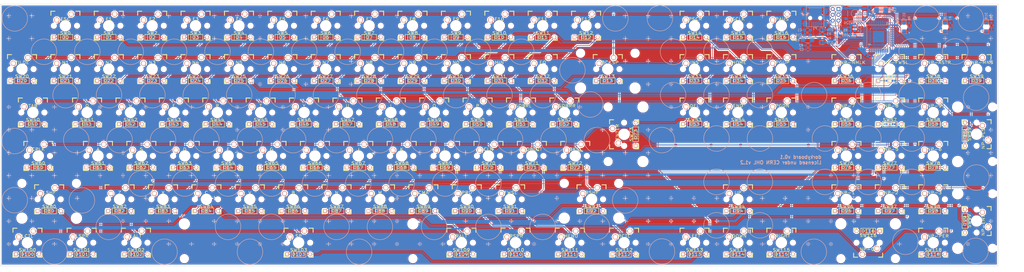
<source format=kicad_pcb>
(kicad_pcb (version 4) (host pcbnew 4.0.4-stable)
  (layers (0 F.Cu signal) (31 B.Cu signal) (34 B.Paste user) (35 F.Paste user) (36 B.SilkS user) (37 F.SilkS user) (38 B.Mask user) (39 F.Mask user) (44 Edge.Cuts user))
  (net 0 "")
  (net 1 /matrix/Row10)
  (net 2 "Net-(D4-Pad2)")
  (net 3 "Net-(D10-Pad2)")
  (net 4 "Net-(D16-Pad2)")
  (net 5 "Net-(D22-Pad2)")
  (net 6 "Net-(D28-Pad2)")
  (net 7 "Net-(D33-Pad2)")
  (net 8 "Net-(D38-Pad2)")
  (net 9 "Net-(D43-Pad2)")
  (net 10 "Net-(D48-Pad2)")
  (net 11 "Net-(D53-Pad2)")
  (net 12 /matrix/Row11)
  (net 13 "Net-(D59-Pad2)")
  (net 14 "Net-(D65-Pad2)")
  (net 15 "Net-(D71-Pad2)")
  (net 16 "Net-(D77-Pad2)")
  (net 17 "Net-(D82-Pad2)")
  (net 18 "Net-(D87-Pad2)")
  (net 19 "Net-(D113-Pad2)")
  (net 20 /matrix/Row8)
  (net 21 "Net-(D5-Pad2)")
  (net 22 "Net-(D11-Pad2)")
  (net 23 "Net-(D23-Pad2)")
  (net 24 "Net-(D29-Pad2)")
  (net 25 "Net-(D34-Pad2)")
  (net 26 "Net-(D39-Pad2)")
  (net 27 "Net-(D44-Pad2)")
  (net 28 "Net-(D49-Pad2)")
  (net 29 "Net-(D54-Pad2)")
  (net 30 /matrix/Row9)
  (net 31 "Net-(D60-Pad2)")
  (net 32 "Net-(D66-Pad2)")
  (net 33 "Net-(D72-Pad2)")
  (net 34 "Net-(D78-Pad2)")
  (net 35 "Net-(D83-Pad2)")
  (net 36 "Net-(D88-Pad2)")
  (net 37 "Net-(D91-Pad2)")
  (net 38 "Net-(D96-Pad2)")
  (net 39 "Net-(D101-Pad2)")
  (net 40 /matrix/Row6)
  (net 41 "Net-(D6-Pad2)")
  (net 42 "Net-(D12-Pad2)")
  (net 43 "Net-(D24-Pad2)")
  (net 44 "Net-(D30-Pad2)")
  (net 45 "Net-(D35-Pad2)")
  (net 46 "Net-(D40-Pad2)")
  (net 47 "Net-(D45-Pad2)")
  (net 48 "Net-(D50-Pad2)")
  (net 49 "Net-(D55-Pad2)")
  (net 50 /matrix/Row7)
  (net 51 "Net-(D61-Pad2)")
  (net 52 "Net-(D67-Pad2)")
  (net 53 "Net-(D73-Pad2)")
  (net 54 "Net-(D84-Pad2)")
  (net 55 "Net-(D89-Pad2)")
  (net 56 "Net-(D92-Pad2)")
  (net 57 "Net-(D97-Pad2)")
  (net 58 "Net-(D102-Pad2)")
  (net 59 /matrix/Row4)
  (net 60 "Net-(D7-Pad2)")
  (net 61 "Net-(D13-Pad2)")
  (net 62 "Net-(D25-Pad2)")
  (net 63 "Net-(D31-Pad2)")
  (net 64 "Net-(D36-Pad2)")
  (net 65 "Net-(D41-Pad2)")
  (net 66 "Net-(D46-Pad2)")
  (net 67 "Net-(D51-Pad2)")
  (net 68 "Net-(D56-Pad2)")
  (net 69 /matrix/Row5)
  (net 70 "Net-(D62-Pad2)")
  (net 71 "Net-(D68-Pad2)")
  (net 72 "Net-(D80-Pad2)")
  (net 73 "Net-(D98-Pad2)")
  (net 74 "Net-(D103-Pad2)")
  (net 75 /matrix/Row2)
  (net 76 "Net-(D8-Pad2)")
  (net 77 "Net-(D14-Pad2)")
  (net 78 "Net-(D20-Pad2)")
  (net 79 "Net-(D26-Pad2)")
  (net 80 "Net-(D32-Pad2)")
  (net 81 "Net-(D37-Pad2)")
  (net 82 "Net-(D42-Pad2)")
  (net 83 "Net-(D47-Pad2)")
  (net 84 "Net-(D52-Pad2)")
  (net 85 "Net-(D57-Pad2)")
  (net 86 /matrix/Row3)
  (net 87 "Net-(D63-Pad2)")
  (net 88 "Net-(D69-Pad2)")
  (net 89 "Net-(D85-Pad2)")
  (net 90 "Net-(D94-Pad2)")
  (net 91 "Net-(D99-Pad2)")
  (net 92 "Net-(D109-Pad2)")
  (net 93 /matrix/Row0)
  (net 94 "Net-(D9-Pad2)")
  (net 95 "Net-(D15-Pad2)")
  (net 96 "Net-(D21-Pad2)")
  (net 97 "Net-(D27-Pad2)")
  (net 98 "Net-(D58-Pad2)")
  (net 99 /matrix/Row1)
  (net 100 "Net-(D64-Pad2)")
  (net 101 "Net-(D70-Pad2)")
  (net 102 "Net-(D76-Pad2)")
  (net 103 "Net-(D86-Pad2)")
  (net 104 "Net-(D90-Pad2)")
  (net 105 "Net-(D100-Pad2)")
  (net 106 "Net-(D0-Pad2)")
  (net 107 "Net-(D1-Pad2)")
  (net 108 "Net-(D2-Pad2)")
  (net 109 "Net-(D3-Pad2)")
  (net 110 "Net-(D110-Pad2)")
  (net 111 "Net-(D111-Pad2)")
  (net 112 "Net-(D112-Pad2)")
  (net 113 "Net-(D114-Pad2)")
  (net 114 "Net-(D115-Pad2)")
  (net 115 "Net-(D116-Pad2)")
  (net 116 "Net-(D118-Pad2)")
  (net 117 /matrix/Col0)
  (net 118 /matrix/Col1)
  (net 119 /matrix/Col2)
  (net 120 /matrix/Col3)
  (net 121 /matrix/Col4)
  (net 122 /matrix/Col5)
  (net 123 /matrix/Col6)
  (net 124 /matrix/Col7)
  (net 125 /matrix/Col8)
  (net 126 /matrix/Col9)
  (net 127 "Net-(D74-Pad1)")
  (net 128 GND)
  (net 129 "Net-(D75-Pad1)")
  (net 130 +5V)
  (net 131 /microcontroller/RESET)
  (net 132 "Net-(C1-Pad1)")
  (net 133 /microcontroller/VUSB)
  (net 134 "Net-(C5-Pad1)")
  (net 135 "Net-(C6-Pad1)")
  (net 136 "Net-(C7-Pad1)")
  (net 137 "Net-(C8-Pad1)")
  (net 138 /microcontroller/MISO)
  (net 139 /matrix/LED1)
  (net 140 /matrix/LED2)
  (net 141 "Net-(R3-Pad2)")
  (net 142 "Net-(R4-Pad2)")
  (net 143 "Net-(D17-Pad1)")
  (net 144 "Net-(D18-Pad1)")
  (net 145 "Net-(D19-Pad1)")
  (net 146 /matrix/LED0)
  (module stitchingVia:stitchingVia (layer F.Cu) (at 90 265)
    (fp_text reference REF** hide)
    (fp_text value stitchingVia hide)
    (pad 1 thru_hole circle (at 0 0) (size 0.6 0.6) (drill 0.4) (layers *.Cu) (net 128 GND))
  )
  (module stitchingVia:stitchingVia (layer F.Cu) (at 110 265)
    (fp_text reference REF** hide)
    (fp_text value stitchingVia hide)
    (pad 1 thru_hole circle (at 0 0) (size 0.6 0.6) (drill 0.4) (layers *.Cu) (net 128 GND))
  )
  (module stitchingVia:stitchingVia (layer F.Cu) (at 160 265)
    (fp_text reference REF** hide)
    (fp_text value stitchingVia hide)
    (pad 1 thru_hole circle (at 0 0) (size 0.6 0.6) (drill 0.4) (layers *.Cu) (net 128 GND))
  )
  (module stitchingVia:stitchingVia (layer F.Cu) (at 170 265)
    (fp_text reference REF** hide)
    (fp_text value stitchingVia hide)
    (pad 1 thru_hole circle (at 0 0) (size 0.6 0.6) (drill 0.4) (layers *.Cu) (net 128 GND))
  )
  (module stitchingVia:stitchingVia (layer F.Cu) (at 180 265)
    (fp_text reference REF** hide)
    (fp_text value stitchingVia hide)
    (pad 1 thru_hole circle (at 0 0) (size 0.6 0.6) (drill 0.4) (layers *.Cu) (net 128 GND))
  )
  (module stitchingVia:stitchingVia (layer F.Cu) (at 190 265)
    (fp_text reference REF** hide)
    (fp_text value stitchingVia hide)
    (pad 1 thru_hole circle (at 0 0) (size 0.6 0.6) (drill 0.4) (layers *.Cu) (net 128 GND))
  )
  (module stitchingVia:stitchingVia (layer F.Cu) (at 200 265)
    (fp_text reference REF** hide)
    (fp_text value stitchingVia hide)
    (pad 1 thru_hole circle (at 0 0) (size 0.6 0.6) (drill 0.4) (layers *.Cu) (net 128 GND))
  )
  (module stitchingVia:stitchingVia (layer F.Cu) (at 210 265)
    (fp_text reference REF** hide)
    (fp_text value stitchingVia hide)
    (pad 1 thru_hole circle (at 0 0) (size 0.6 0.6) (drill 0.4) (layers *.Cu) (net 128 GND))
  )
  (module stitchingVia:stitchingVia (layer F.Cu) (at 230 265)
    (fp_text reference REF** hide)
    (fp_text value stitchingVia hide)
    (pad 1 thru_hole circle (at 0 0) (size 0.6 0.6) (drill 0.4) (layers *.Cu) (net 128 GND))
  )
  (module stitchingVia:stitchingVia (layer F.Cu) (at 240 265)
    (fp_text reference REF** hide)
    (fp_text value stitchingVia hide)
    (pad 1 thru_hole circle (at 0 0) (size 0.6 0.6) (drill 0.4) (layers *.Cu) (net 128 GND))
  )
  (module stitchingVia:stitchingVia (layer F.Cu) (at 250 265)
    (fp_text reference REF** hide)
    (fp_text value stitchingVia hide)
    (pad 1 thru_hole circle (at 0 0) (size 0.6 0.6) (drill 0.4) (layers *.Cu) (net 128 GND))
  )
  (module stitchingVia:stitchingVia (layer F.Cu) (at 260 265)
    (fp_text reference REF** hide)
    (fp_text value stitchingVia hide)
    (pad 1 thru_hole circle (at 0 0) (size 0.6 0.6) (drill 0.4) (layers *.Cu) (net 128 GND))
  )
  (module stitchingVia:stitchingVia (layer F.Cu) (at 270 265)
    (fp_text reference REF** hide)
    (fp_text value stitchingVia hide)
    (pad 1 thru_hole circle (at 0 0) (size 0.6 0.6) (drill 0.4) (layers *.Cu) (net 128 GND))
  )
  (module stitchingVia:stitchingVia (layer F.Cu) (at 280 265)
    (fp_text reference REF** hide)
    (fp_text value stitchingVia hide)
    (pad 1 thru_hole circle (at 0 0) (size 0.6 0.6) (drill 0.4) (layers *.Cu) (net 128 GND))
  )
  (module stitchingVia:stitchingVia (layer F.Cu) (at 300 265)
    (fp_text reference REF** hide)
    (fp_text value stitchingVia hide)
    (pad 1 thru_hole circle (at 0 0) (size 0.6 0.6) (drill 0.4) (layers *.Cu) (net 128 GND))
  )
  (module stitchingVia:stitchingVia (layer F.Cu) (at 320 265)
    (fp_text reference REF** hide)
    (fp_text value stitchingVia hide)
    (pad 1 thru_hole circle (at 0 0) (size 0.6 0.6) (drill 0.4) (layers *.Cu) (net 128 GND))
  )
  (module stitchingVia:stitchingVia (layer F.Cu) (at 350 265)
    (fp_text reference REF** hide)
    (fp_text value stitchingVia hide)
    (pad 1 thru_hole circle (at 0 0) (size 0.6 0.6) (drill 0.4) (layers *.Cu) (net 128 GND))
  )
  (module stitchingVia:stitchingVia (layer F.Cu) (at 370 265)
    (fp_text reference REF** hide)
    (fp_text value stitchingVia hide)
    (pad 1 thru_hole circle (at 0 0) (size 0.6 0.6) (drill 0.4) (layers *.Cu) (net 128 GND))
  )
  (module stitchingVia:stitchingVia (layer F.Cu) (at 380 265)
    (fp_text reference REF** hide)
    (fp_text value stitchingVia hide)
    (pad 1 thru_hole circle (at 0 0) (size 0.6 0.6) (drill 0.4) (layers *.Cu) (net 128 GND))
  )
  (module stitchingVia:stitchingVia (layer F.Cu) (at 400 265)
    (fp_text reference REF** hide)
    (fp_text value stitchingVia hide)
    (pad 1 thru_hole circle (at 0 0) (size 0.6 0.6) (drill 0.4) (layers *.Cu) (net 128 GND))
  )
  (module stitchingVia:stitchingVia (layer F.Cu) (at 420 265)
    (fp_text reference REF** hide)
    (fp_text value stitchingVia hide)
    (pad 1 thru_hole circle (at 0 0) (size 0.6 0.6) (drill 0.4) (layers *.Cu) (net 128 GND))
  )
  (module stitchingVia:stitchingVia (layer F.Cu) (at 440 265)
    (fp_text reference REF** hide)
    (fp_text value stitchingVia hide)
    (pad 1 thru_hole circle (at 0 0) (size 0.6 0.6) (drill 0.4) (layers *.Cu) (net 128 GND))
  )
  (module stitchingVia:stitchingVia (layer F.Cu) (at 450 265)
    (fp_text reference REF** hide)
    (fp_text value stitchingVia hide)
    (pad 1 thru_hole circle (at 0 0) (size 0.6 0.6) (drill 0.4) (layers *.Cu) (net 128 GND))
  )
  (module stitchingVia:stitchingVia (layer F.Cu) (at 480 265)
    (fp_text reference REF** hide)
    (fp_text value stitchingVia hide)
    (pad 1 thru_hole circle (at 0 0) (size 0.6 0.6) (drill 0.4) (layers *.Cu) (net 128 GND))
  )
  (module stitchingVia:stitchingVia (layer F.Cu) (at 510 265)
    (fp_text reference REF** hide)
    (fp_text value stitchingVia hide)
    (pad 1 thru_hole circle (at 0 0) (size 0.6 0.6) (drill 0.4) (layers *.Cu) (net 128 GND))
  )
  (module stitchingVia:stitchingVia (layer F.Cu) (at 520 255)
    (fp_text reference REF** hide)
    (fp_text value stitchingVia hide)
    (pad 1 thru_hole circle (at 0 0) (size 0.6 0.6) (drill 0.4) (layers *.Cu) (net 128 GND))
  )
  (module stitchingVia:stitchingVia (layer F.Cu) (at 490 255)
    (fp_text reference REF** hide)
    (fp_text value stitchingVia hide)
    (pad 1 thru_hole circle (at 0 0) (size 0.6 0.6) (drill 0.4) (layers *.Cu) (net 128 GND))
  )
  (module stitchingVia:stitchingVia (layer F.Cu) (at 470 255)
    (fp_text reference REF** hide)
    (fp_text value stitchingVia hide)
    (pad 1 thru_hole circle (at 0 0) (size 0.6 0.6) (drill 0.4) (layers *.Cu) (net 128 GND))
  )
  (module stitchingVia:stitchingVia (layer F.Cu) (at 460 255)
    (fp_text reference REF** hide)
    (fp_text value stitchingVia hide)
    (pad 1 thru_hole circle (at 0 0) (size 0.6 0.6) (drill 0.4) (layers *.Cu) (net 128 GND))
  )
  (module stitchingVia:stitchingVia (layer F.Cu) (at 450 255)
    (fp_text reference REF** hide)
    (fp_text value stitchingVia hide)
    (pad 1 thru_hole circle (at 0 0) (size 0.6 0.6) (drill 0.4) (layers *.Cu) (net 128 GND))
  )
  (module stitchingVia:stitchingVia (layer F.Cu) (at 440 255)
    (fp_text reference REF** hide)
    (fp_text value stitchingVia hide)
    (pad 1 thru_hole circle (at 0 0) (size 0.6 0.6) (drill 0.4) (layers *.Cu) (net 128 GND))
  )
  (module stitchingVia:stitchingVia (layer F.Cu) (at 430 255)
    (fp_text reference REF** hide)
    (fp_text value stitchingVia hide)
    (pad 1 thru_hole circle (at 0 0) (size 0.6 0.6) (drill 0.4) (layers *.Cu) (net 128 GND))
  )
  (module stitchingVia:stitchingVia (layer F.Cu) (at 420 255)
    (fp_text reference REF** hide)
    (fp_text value stitchingVia hide)
    (pad 1 thru_hole circle (at 0 0) (size 0.6 0.6) (drill 0.4) (layers *.Cu) (net 128 GND))
  )
  (module stitchingVia:stitchingVia (layer F.Cu) (at 400 255)
    (fp_text reference REF** hide)
    (fp_text value stitchingVia hide)
    (pad 1 thru_hole circle (at 0 0) (size 0.6 0.6) (drill 0.4) (layers *.Cu) (net 128 GND))
  )
  (module stitchingVia:stitchingVia (layer F.Cu) (at 390 255)
    (fp_text reference REF** hide)
    (fp_text value stitchingVia hide)
    (pad 1 thru_hole circle (at 0 0) (size 0.6 0.6) (drill 0.4) (layers *.Cu) (net 128 GND))
  )
  (module stitchingVia:stitchingVia (layer F.Cu) (at 380 255)
    (fp_text reference REF** hide)
    (fp_text value stitchingVia hide)
    (pad 1 thru_hole circle (at 0 0) (size 0.6 0.6) (drill 0.4) (layers *.Cu) (net 128 GND))
  )
  (module stitchingVia:stitchingVia (layer F.Cu) (at 370 255)
    (fp_text reference REF** hide)
    (fp_text value stitchingVia hide)
    (pad 1 thru_hole circle (at 0 0) (size 0.6 0.6) (drill 0.4) (layers *.Cu) (net 128 GND))
  )
  (module stitchingVia:stitchingVia (layer F.Cu) (at 360 255)
    (fp_text reference REF** hide)
    (fp_text value stitchingVia hide)
    (pad 1 thru_hole circle (at 0 0) (size 0.6 0.6) (drill 0.4) (layers *.Cu) (net 128 GND))
  )
  (module stitchingVia:stitchingVia (layer F.Cu) (at 350 255)
    (fp_text reference REF** hide)
    (fp_text value stitchingVia hide)
    (pad 1 thru_hole circle (at 0 0) (size 0.6 0.6) (drill 0.4) (layers *.Cu) (net 128 GND))
  )
  (module stitchingVia:stitchingVia (layer F.Cu) (at 340 255)
    (fp_text reference REF** hide)
    (fp_text value stitchingVia hide)
    (pad 1 thru_hole circle (at 0 0) (size 0.6 0.6) (drill 0.4) (layers *.Cu) (net 128 GND))
  )
  (module stitchingVia:stitchingVia (layer F.Cu) (at 330 255)
    (fp_text reference REF** hide)
    (fp_text value stitchingVia hide)
    (pad 1 thru_hole circle (at 0 0) (size 0.6 0.6) (drill 0.4) (layers *.Cu) (net 128 GND))
  )
  (module stitchingVia:stitchingVia (layer F.Cu) (at 320 255)
    (fp_text reference REF** hide)
    (fp_text value stitchingVia hide)
    (pad 1 thru_hole circle (at 0 0) (size 0.6 0.6) (drill 0.4) (layers *.Cu) (net 128 GND))
  )
  (module stitchingVia:stitchingVia (layer F.Cu) (at 310 255)
    (fp_text reference REF** hide)
    (fp_text value stitchingVia hide)
    (pad 1 thru_hole circle (at 0 0) (size 0.6 0.6) (drill 0.4) (layers *.Cu) (net 128 GND))
  )
  (module stitchingVia:stitchingVia (layer F.Cu) (at 290 255)
    (fp_text reference REF** hide)
    (fp_text value stitchingVia hide)
    (pad 1 thru_hole circle (at 0 0) (size 0.6 0.6) (drill 0.4) (layers *.Cu) (net 128 GND))
  )
  (module stitchingVia:stitchingVia (layer F.Cu) (at 270 255)
    (fp_text reference REF** hide)
    (fp_text value stitchingVia hide)
    (pad 1 thru_hole circle (at 0 0) (size 0.6 0.6) (drill 0.4) (layers *.Cu) (net 128 GND))
  )
  (module stitchingVia:stitchingVia (layer F.Cu) (at 260 255)
    (fp_text reference REF** hide)
    (fp_text value stitchingVia hide)
    (pad 1 thru_hole circle (at 0 0) (size 0.6 0.6) (drill 0.4) (layers *.Cu) (net 128 GND))
  )
  (module stitchingVia:stitchingVia (layer F.Cu) (at 250 255)
    (fp_text reference REF** hide)
    (fp_text value stitchingVia hide)
    (pad 1 thru_hole circle (at 0 0) (size 0.6 0.6) (drill 0.4) (layers *.Cu) (net 128 GND))
  )
  (module stitchingVia:stitchingVia (layer F.Cu) (at 240 255)
    (fp_text reference REF** hide)
    (fp_text value stitchingVia hide)
    (pad 1 thru_hole circle (at 0 0) (size 0.6 0.6) (drill 0.4) (layers *.Cu) (net 128 GND))
  )
  (module stitchingVia:stitchingVia (layer F.Cu) (at 230 255)
    (fp_text reference REF** hide)
    (fp_text value stitchingVia hide)
    (pad 1 thru_hole circle (at 0 0) (size 0.6 0.6) (drill 0.4) (layers *.Cu) (net 128 GND))
  )
  (module stitchingVia:stitchingVia (layer F.Cu) (at 220 255)
    (fp_text reference REF** hide)
    (fp_text value stitchingVia hide)
    (pad 1 thru_hole circle (at 0 0) (size 0.6 0.6) (drill 0.4) (layers *.Cu) (net 128 GND))
  )
  (module stitchingVia:stitchingVia (layer F.Cu) (at 210 255)
    (fp_text reference REF** hide)
    (fp_text value stitchingVia hide)
    (pad 1 thru_hole circle (at 0 0) (size 0.6 0.6) (drill 0.4) (layers *.Cu) (net 128 GND))
  )
  (module stitchingVia:stitchingVia (layer F.Cu) (at 200 255)
    (fp_text reference REF** hide)
    (fp_text value stitchingVia hide)
    (pad 1 thru_hole circle (at 0 0) (size 0.6 0.6) (drill 0.4) (layers *.Cu) (net 128 GND))
  )
  (module stitchingVia:stitchingVia (layer F.Cu) (at 190 255)
    (fp_text reference REF** hide)
    (fp_text value stitchingVia hide)
    (pad 1 thru_hole circle (at 0 0) (size 0.6 0.6) (drill 0.4) (layers *.Cu) (net 128 GND))
  )
  (module stitchingVia:stitchingVia (layer F.Cu) (at 180 255)
    (fp_text reference REF** hide)
    (fp_text value stitchingVia hide)
    (pad 1 thru_hole circle (at 0 0) (size 0.6 0.6) (drill 0.4) (layers *.Cu) (net 128 GND))
  )
  (module stitchingVia:stitchingVia (layer F.Cu) (at 160 255)
    (fp_text reference REF** hide)
    (fp_text value stitchingVia hide)
    (pad 1 thru_hole circle (at 0 0) (size 0.6 0.6) (drill 0.4) (layers *.Cu) (net 128 GND))
  )
  (module stitchingVia:stitchingVia (layer F.Cu) (at 150 255)
    (fp_text reference REF** hide)
    (fp_text value stitchingVia hide)
    (pad 1 thru_hole circle (at 0 0) (size 0.6 0.6) (drill 0.4) (layers *.Cu) (net 128 GND))
  )
  (module stitchingVia:stitchingVia (layer F.Cu) (at 140 255)
    (fp_text reference REF** hide)
    (fp_text value stitchingVia hide)
    (pad 1 thru_hole circle (at 0 0) (size 0.6 0.6) (drill 0.4) (layers *.Cu) (net 128 GND))
  )
  (module stitchingVia:stitchingVia (layer F.Cu) (at 110 255)
    (fp_text reference REF** hide)
    (fp_text value stitchingVia hide)
    (pad 1 thru_hole circle (at 0 0) (size 0.6 0.6) (drill 0.4) (layers *.Cu) (net 128 GND))
  )
  (module stitchingVia:stitchingVia (layer F.Cu) (at 100 255)
    (fp_text reference REF** hide)
    (fp_text value stitchingVia hide)
    (pad 1 thru_hole circle (at 0 0) (size 0.6 0.6) (drill 0.4) (layers *.Cu) (net 128 GND))
  )
  (module stitchingVia:stitchingVia (layer F.Cu) (at 90 255)
    (fp_text reference REF** hide)
    (fp_text value stitchingVia hide)
    (pad 1 thru_hole circle (at 0 0) (size 0.6 0.6) (drill 0.4) (layers *.Cu) (net 128 GND))
  )
  (module stitchingVia:stitchingVia (layer F.Cu) (at 90 245)
    (fp_text reference REF** hide)
    (fp_text value stitchingVia hide)
    (pad 1 thru_hole circle (at 0 0) (size 0.6 0.6) (drill 0.4) (layers *.Cu) (net 128 GND))
  )
  (module stitchingVia:stitchingVia (layer F.Cu) (at 100 245)
    (fp_text reference REF** hide)
    (fp_text value stitchingVia hide)
    (pad 1 thru_hole circle (at 0 0) (size 0.6 0.6) (drill 0.4) (layers *.Cu) (net 128 GND))
  )
  (module stitchingVia:stitchingVia (layer F.Cu) (at 120 245)
    (fp_text reference REF** hide)
    (fp_text value stitchingVia hide)
    (pad 1 thru_hole circle (at 0 0) (size 0.6 0.6) (drill 0.4) (layers *.Cu) (net 128 GND))
  )
  (module stitchingVia:stitchingVia (layer F.Cu) (at 150 245)
    (fp_text reference REF** hide)
    (fp_text value stitchingVia hide)
    (pad 1 thru_hole circle (at 0 0) (size 0.6 0.6) (drill 0.4) (layers *.Cu) (net 128 GND))
  )
  (module stitchingVia:stitchingVia (layer F.Cu) (at 180 245)
    (fp_text reference REF** hide)
    (fp_text value stitchingVia hide)
    (pad 1 thru_hole circle (at 0 0) (size 0.6 0.6) (drill 0.4) (layers *.Cu) (net 128 GND))
  )
  (module stitchingVia:stitchingVia (layer F.Cu) (at 260 245)
    (fp_text reference REF** hide)
    (fp_text value stitchingVia hide)
    (pad 1 thru_hole circle (at 0 0) (size 0.6 0.6) (drill 0.4) (layers *.Cu) (net 128 GND))
  )
  (module stitchingVia:stitchingVia (layer F.Cu) (at 300 245)
    (fp_text reference REF** hide)
    (fp_text value stitchingVia hide)
    (pad 1 thru_hole circle (at 0 0) (size 0.6 0.6) (drill 0.4) (layers *.Cu) (net 128 GND))
  )
  (module stitchingVia:stitchingVia (layer F.Cu) (at 330 245)
    (fp_text reference REF** hide)
    (fp_text value stitchingVia hide)
    (pad 1 thru_hole circle (at 0 0) (size 0.6 0.6) (drill 0.4) (layers *.Cu) (net 128 GND))
  )
  (module stitchingVia:stitchingVia (layer F.Cu) (at 360 245)
    (fp_text reference REF** hide)
    (fp_text value stitchingVia hide)
    (pad 1 thru_hole circle (at 0 0) (size 0.6 0.6) (drill 0.4) (layers *.Cu) (net 128 GND))
  )
  (module stitchingVia:stitchingVia (layer F.Cu) (at 370 245)
    (fp_text reference REF** hide)
    (fp_text value stitchingVia hide)
    (pad 1 thru_hole circle (at 0 0) (size 0.6 0.6) (drill 0.4) (layers *.Cu) (net 128 GND))
  )
  (module stitchingVia:stitchingVia (layer F.Cu) (at 380 245)
    (fp_text reference REF** hide)
    (fp_text value stitchingVia hide)
    (pad 1 thru_hole circle (at 0 0) (size 0.6 0.6) (drill 0.4) (layers *.Cu) (net 128 GND))
  )
  (module stitchingVia:stitchingVia (layer F.Cu) (at 390 245)
    (fp_text reference REF** hide)
    (fp_text value stitchingVia hide)
    (pad 1 thru_hole circle (at 0 0) (size 0.6 0.6) (drill 0.4) (layers *.Cu) (net 128 GND))
  )
  (module stitchingVia:stitchingVia (layer F.Cu) (at 400 245)
    (fp_text reference REF** hide)
    (fp_text value stitchingVia hide)
    (pad 1 thru_hole circle (at 0 0) (size 0.6 0.6) (drill 0.4) (layers *.Cu) (net 128 GND))
  )
  (module stitchingVia:stitchingVia (layer F.Cu) (at 420 245)
    (fp_text reference REF** hide)
    (fp_text value stitchingVia hide)
    (pad 1 thru_hole circle (at 0 0) (size 0.6 0.6) (drill 0.4) (layers *.Cu) (net 128 GND))
  )
  (module stitchingVia:stitchingVia (layer F.Cu) (at 430 245)
    (fp_text reference REF** hide)
    (fp_text value stitchingVia hide)
    (pad 1 thru_hole circle (at 0 0) (size 0.6 0.6) (drill 0.4) (layers *.Cu) (net 128 GND))
  )
  (module stitchingVia:stitchingVia (layer F.Cu) (at 440 245)
    (fp_text reference REF** hide)
    (fp_text value stitchingVia hide)
    (pad 1 thru_hole circle (at 0 0) (size 0.6 0.6) (drill 0.4) (layers *.Cu) (net 128 GND))
  )
  (module stitchingVia:stitchingVia (layer F.Cu) (at 450 245)
    (fp_text reference REF** hide)
    (fp_text value stitchingVia hide)
    (pad 1 thru_hole circle (at 0 0) (size 0.6 0.6) (drill 0.4) (layers *.Cu) (net 128 GND))
  )
  (module stitchingVia:stitchingVia (layer F.Cu) (at 460 245)
    (fp_text reference REF** hide)
    (fp_text value stitchingVia hide)
    (pad 1 thru_hole circle (at 0 0) (size 0.6 0.6) (drill 0.4) (layers *.Cu) (net 128 GND))
  )
  (module stitchingVia:stitchingVia (layer F.Cu) (at 510 245)
    (fp_text reference REF** hide)
    (fp_text value stitchingVia hide)
    (pad 1 thru_hole circle (at 0 0) (size 0.6 0.6) (drill 0.4) (layers *.Cu) (net 128 GND))
  )
  (module stitchingVia:stitchingVia (layer F.Cu) (at 520 235)
    (fp_text reference REF** hide)
    (fp_text value stitchingVia hide)
    (pad 1 thru_hole circle (at 0 0) (size 0.6 0.6) (drill 0.4) (layers *.Cu) (net 128 GND))
  )
  (module stitchingVia:stitchingVia (layer F.Cu) (at 510 235)
    (fp_text reference REF** hide)
    (fp_text value stitchingVia hide)
    (pad 1 thru_hole circle (at 0 0) (size 0.6 0.6) (drill 0.4) (layers *.Cu) (net 128 GND))
  )
  (module stitchingVia:stitchingVia (layer F.Cu) (at 490 235)
    (fp_text reference REF** hide)
    (fp_text value stitchingVia hide)
    (pad 1 thru_hole circle (at 0 0) (size 0.6 0.6) (drill 0.4) (layers *.Cu) (net 128 GND))
  )
  (module stitchingVia:stitchingVia (layer F.Cu) (at 470 235)
    (fp_text reference REF** hide)
    (fp_text value stitchingVia hide)
    (pad 1 thru_hole circle (at 0 0) (size 0.6 0.6) (drill 0.4) (layers *.Cu) (net 128 GND))
  )
  (module stitchingVia:stitchingVia (layer F.Cu) (at 460 235)
    (fp_text reference REF** hide)
    (fp_text value stitchingVia hide)
    (pad 1 thru_hole circle (at 0 0) (size 0.6 0.6) (drill 0.4) (layers *.Cu) (net 128 GND))
  )
  (module stitchingVia:stitchingVia (layer F.Cu) (at 450 235)
    (fp_text reference REF** hide)
    (fp_text value stitchingVia hide)
    (pad 1 thru_hole circle (at 0 0) (size 0.6 0.6) (drill 0.4) (layers *.Cu) (net 128 GND))
  )
  (module stitchingVia:stitchingVia (layer F.Cu) (at 370 235)
    (fp_text reference REF** hide)
    (fp_text value stitchingVia hide)
    (pad 1 thru_hole circle (at 0 0) (size 0.6 0.6) (drill 0.4) (layers *.Cu) (net 128 GND))
  )
  (module stitchingVia:stitchingVia (layer F.Cu) (at 360 235)
    (fp_text reference REF** hide)
    (fp_text value stitchingVia hide)
    (pad 1 thru_hole circle (at 0 0) (size 0.6 0.6) (drill 0.4) (layers *.Cu) (net 128 GND))
  )
  (module stitchingVia:stitchingVia (layer F.Cu) (at 350 235)
    (fp_text reference REF** hide)
    (fp_text value stitchingVia hide)
    (pad 1 thru_hole circle (at 0 0) (size 0.6 0.6) (drill 0.4) (layers *.Cu) (net 128 GND))
  )
  (module stitchingVia:stitchingVia (layer F.Cu) (at 340 235)
    (fp_text reference REF** hide)
    (fp_text value stitchingVia hide)
    (pad 1 thru_hole circle (at 0 0) (size 0.6 0.6) (drill 0.4) (layers *.Cu) (net 128 GND))
  )
  (module stitchingVia:stitchingVia (layer F.Cu) (at 330 235)
    (fp_text reference REF** hide)
    (fp_text value stitchingVia hide)
    (pad 1 thru_hole circle (at 0 0) (size 0.6 0.6) (drill 0.4) (layers *.Cu) (net 128 GND))
  )
  (module stitchingVia:stitchingVia (layer F.Cu) (at 320 235)
    (fp_text reference REF** hide)
    (fp_text value stitchingVia hide)
    (pad 1 thru_hole circle (at 0 0) (size 0.6 0.6) (drill 0.4) (layers *.Cu) (net 128 GND))
  )
  (module stitchingVia:stitchingVia (layer F.Cu) (at 310 235)
    (fp_text reference REF** hide)
    (fp_text value stitchingVia hide)
    (pad 1 thru_hole circle (at 0 0) (size 0.6 0.6) (drill 0.4) (layers *.Cu) (net 128 GND))
  )
  (module stitchingVia:stitchingVia (layer F.Cu) (at 300 235)
    (fp_text reference REF** hide)
    (fp_text value stitchingVia hide)
    (pad 1 thru_hole circle (at 0 0) (size 0.6 0.6) (drill 0.4) (layers *.Cu) (net 128 GND))
  )
  (module stitchingVia:stitchingVia (layer F.Cu) (at 290 235)
    (fp_text reference REF** hide)
    (fp_text value stitchingVia hide)
    (pad 1 thru_hole circle (at 0 0) (size 0.6 0.6) (drill 0.4) (layers *.Cu) (net 128 GND))
  )
  (module stitchingVia:stitchingVia (layer F.Cu) (at 280 235)
    (fp_text reference REF** hide)
    (fp_text value stitchingVia hide)
    (pad 1 thru_hole circle (at 0 0) (size 0.6 0.6) (drill 0.4) (layers *.Cu) (net 128 GND))
  )
  (module stitchingVia:stitchingVia (layer F.Cu) (at 270 235)
    (fp_text reference REF** hide)
    (fp_text value stitchingVia hide)
    (pad 1 thru_hole circle (at 0 0) (size 0.6 0.6) (drill 0.4) (layers *.Cu) (net 128 GND))
  )
  (module stitchingVia:stitchingVia (layer F.Cu) (at 260 235)
    (fp_text reference REF** hide)
    (fp_text value stitchingVia hide)
    (pad 1 thru_hole circle (at 0 0) (size 0.6 0.6) (drill 0.4) (layers *.Cu) (net 128 GND))
  )
  (module stitchingVia:stitchingVia (layer F.Cu) (at 250 235)
    (fp_text reference REF** hide)
    (fp_text value stitchingVia hide)
    (pad 1 thru_hole circle (at 0 0) (size 0.6 0.6) (drill 0.4) (layers *.Cu) (net 128 GND))
  )
  (module stitchingVia:stitchingVia (layer F.Cu) (at 240 235)
    (fp_text reference REF** hide)
    (fp_text value stitchingVia hide)
    (pad 1 thru_hole circle (at 0 0) (size 0.6 0.6) (drill 0.4) (layers *.Cu) (net 128 GND))
  )
  (module stitchingVia:stitchingVia (layer F.Cu) (at 230 235)
    (fp_text reference REF** hide)
    (fp_text value stitchingVia hide)
    (pad 1 thru_hole circle (at 0 0) (size 0.6 0.6) (drill 0.4) (layers *.Cu) (net 128 GND))
  )
  (module stitchingVia:stitchingVia (layer F.Cu) (at 220 235)
    (fp_text reference REF** hide)
    (fp_text value stitchingVia hide)
    (pad 1 thru_hole circle (at 0 0) (size 0.6 0.6) (drill 0.4) (layers *.Cu) (net 128 GND))
  )
  (module stitchingVia:stitchingVia (layer F.Cu) (at 200 235)
    (fp_text reference REF** hide)
    (fp_text value stitchingVia hide)
    (pad 1 thru_hole circle (at 0 0) (size 0.6 0.6) (drill 0.4) (layers *.Cu) (net 128 GND))
  )
  (module stitchingVia:stitchingVia (layer F.Cu) (at 190 235)
    (fp_text reference REF** hide)
    (fp_text value stitchingVia hide)
    (pad 1 thru_hole circle (at 0 0) (size 0.6 0.6) (drill 0.4) (layers *.Cu) (net 128 GND))
  )
  (module stitchingVia:stitchingVia (layer F.Cu) (at 180 235)
    (fp_text reference REF** hide)
    (fp_text value stitchingVia hide)
    (pad 1 thru_hole circle (at 0 0) (size 0.6 0.6) (drill 0.4) (layers *.Cu) (net 128 GND))
  )
  (module stitchingVia:stitchingVia (layer F.Cu) (at 170 235)
    (fp_text reference REF** hide)
    (fp_text value stitchingVia hide)
    (pad 1 thru_hole circle (at 0 0) (size 0.6 0.6) (drill 0.4) (layers *.Cu) (net 128 GND))
  )
  (module stitchingVia:stitchingVia (layer F.Cu) (at 160 235)
    (fp_text reference REF** hide)
    (fp_text value stitchingVia hide)
    (pad 1 thru_hole circle (at 0 0) (size 0.6 0.6) (drill 0.4) (layers *.Cu) (net 128 GND))
  )
  (module stitchingVia:stitchingVia (layer F.Cu) (at 150 235)
    (fp_text reference REF** hide)
    (fp_text value stitchingVia hide)
    (pad 1 thru_hole circle (at 0 0) (size 0.6 0.6) (drill 0.4) (layers *.Cu) (net 128 GND))
  )
  (module stitchingVia:stitchingVia (layer F.Cu) (at 140 235)
    (fp_text reference REF** hide)
    (fp_text value stitchingVia hide)
    (pad 1 thru_hole circle (at 0 0) (size 0.6 0.6) (drill 0.4) (layers *.Cu) (net 128 GND))
  )
  (module stitchingVia:stitchingVia (layer F.Cu) (at 130 235)
    (fp_text reference REF** hide)
    (fp_text value stitchingVia hide)
    (pad 1 thru_hole circle (at 0 0) (size 0.6 0.6) (drill 0.4) (layers *.Cu) (net 128 GND))
  )
  (module stitchingVia:stitchingVia (layer F.Cu) (at 120 235)
    (fp_text reference REF** hide)
    (fp_text value stitchingVia hide)
    (pad 1 thru_hole circle (at 0 0) (size 0.6 0.6) (drill 0.4) (layers *.Cu) (net 128 GND))
  )
  (module stitchingVia:stitchingVia (layer F.Cu) (at 110 235)
    (fp_text reference REF** hide)
    (fp_text value stitchingVia hide)
    (pad 1 thru_hole circle (at 0 0) (size 0.6 0.6) (drill 0.4) (layers *.Cu) (net 128 GND))
  )
  (module stitchingVia:stitchingVia (layer F.Cu) (at 100 235)
    (fp_text reference REF** hide)
    (fp_text value stitchingVia hide)
    (pad 1 thru_hole circle (at 0 0) (size 0.6 0.6) (drill 0.4) (layers *.Cu) (net 128 GND))
  )
  (module stitchingVia:stitchingVia (layer F.Cu) (at 90 235)
    (fp_text reference REF** hide)
    (fp_text value stitchingVia hide)
    (pad 1 thru_hole circle (at 0 0) (size 0.6 0.6) (drill 0.4) (layers *.Cu) (net 128 GND))
  )
  (module stitchingVia:stitchingVia (layer F.Cu) (at 90 225)
    (fp_text reference REF** hide)
    (fp_text value stitchingVia hide)
    (pad 1 thru_hole circle (at 0 0) (size 0.6 0.6) (drill 0.4) (layers *.Cu) (net 128 GND))
  )
  (module stitchingVia:stitchingVia (layer F.Cu) (at 110 225)
    (fp_text reference REF** hide)
    (fp_text value stitchingVia hide)
    (pad 1 thru_hole circle (at 0 0) (size 0.6 0.6) (drill 0.4) (layers *.Cu) (net 128 GND))
  )
  (module stitchingVia:stitchingVia (layer F.Cu) (at 120 225)
    (fp_text reference REF** hide)
    (fp_text value stitchingVia hide)
    (pad 1 thru_hole circle (at 0 0) (size 0.6 0.6) (drill 0.4) (layers *.Cu) (net 128 GND))
  )
  (module stitchingVia:stitchingVia (layer F.Cu) (at 140 225)
    (fp_text reference REF** hide)
    (fp_text value stitchingVia hide)
    (pad 1 thru_hole circle (at 0 0) (size 0.6 0.6) (drill 0.4) (layers *.Cu) (net 128 GND))
  )
  (module stitchingVia:stitchingVia (layer F.Cu) (at 190 225)
    (fp_text reference REF** hide)
    (fp_text value stitchingVia hide)
    (pad 1 thru_hole circle (at 0 0) (size 0.6 0.6) (drill 0.4) (layers *.Cu) (net 128 GND))
  )
  (module stitchingVia:stitchingVia (layer F.Cu) (at 250 225)
    (fp_text reference REF** hide)
    (fp_text value stitchingVia hide)
    (pad 1 thru_hole circle (at 0 0) (size 0.6 0.6) (drill 0.4) (layers *.Cu) (net 128 GND))
  )
  (module stitchingVia:stitchingVia (layer F.Cu) (at 270 225)
    (fp_text reference REF** hide)
    (fp_text value stitchingVia hide)
    (pad 1 thru_hole circle (at 0 0) (size 0.6 0.6) (drill 0.4) (layers *.Cu) (net 128 GND))
  )
  (module stitchingVia:stitchingVia (layer F.Cu) (at 290 225)
    (fp_text reference REF** hide)
    (fp_text value stitchingVia hide)
    (pad 1 thru_hole circle (at 0 0) (size 0.6 0.6) (drill 0.4) (layers *.Cu) (net 128 GND))
  )
  (module stitchingVia:stitchingVia (layer F.Cu) (at 310 225)
    (fp_text reference REF** hide)
    (fp_text value stitchingVia hide)
    (pad 1 thru_hole circle (at 0 0) (size 0.6 0.6) (drill 0.4) (layers *.Cu) (net 128 GND))
  )
  (module stitchingVia:stitchingVia (layer F.Cu) (at 330 225)
    (fp_text reference REF** hide)
    (fp_text value stitchingVia hide)
    (pad 1 thru_hole circle (at 0 0) (size 0.6 0.6) (drill 0.4) (layers *.Cu) (net 128 GND))
  )
  (module stitchingVia:stitchingVia (layer F.Cu) (at 350 225)
    (fp_text reference REF** hide)
    (fp_text value stitchingVia hide)
    (pad 1 thru_hole circle (at 0 0) (size 0.6 0.6) (drill 0.4) (layers *.Cu) (net 128 GND))
  )
  (module stitchingVia:stitchingVia (layer F.Cu) (at 360 225)
    (fp_text reference REF** hide)
    (fp_text value stitchingVia hide)
    (pad 1 thru_hole circle (at 0 0) (size 0.6 0.6) (drill 0.4) (layers *.Cu) (net 128 GND))
  )
  (module stitchingVia:stitchingVia (layer F.Cu) (at 370 225)
    (fp_text reference REF** hide)
    (fp_text value stitchingVia hide)
    (pad 1 thru_hole circle (at 0 0) (size 0.6 0.6) (drill 0.4) (layers *.Cu) (net 128 GND))
  )
  (module stitchingVia:stitchingVia (layer F.Cu) (at 510 225)
    (fp_text reference REF** hide)
    (fp_text value stitchingVia hide)
    (pad 1 thru_hole circle (at 0 0) (size 0.6 0.6) (drill 0.4) (layers *.Cu) (net 128 GND))
  )
  (module stitchingVia:stitchingVia (layer F.Cu) (at 520 225)
    (fp_text reference REF** hide)
    (fp_text value stitchingVia hide)
    (pad 1 thru_hole circle (at 0 0) (size 0.6 0.6) (drill 0.4) (layers *.Cu) (net 128 GND))
  )
  (module stitchingVia:stitchingVia (layer F.Cu) (at 520 215)
    (fp_text reference REF** hide)
    (fp_text value stitchingVia hide)
    (pad 1 thru_hole circle (at 0 0) (size 0.6 0.6) (drill 0.4) (layers *.Cu) (net 128 GND))
  )
  (module stitchingVia:stitchingVia (layer F.Cu) (at 440 215)
    (fp_text reference REF** hide)
    (fp_text value stitchingVia hide)
    (pad 1 thru_hole circle (at 0 0) (size 0.6 0.6) (drill 0.4) (layers *.Cu) (net 128 GND))
  )
  (module stitchingVia:stitchingVia (layer F.Cu) (at 380 215)
    (fp_text reference REF** hide)
    (fp_text value stitchingVia hide)
    (pad 1 thru_hole circle (at 0 0) (size 0.6 0.6) (drill 0.4) (layers *.Cu) (net 128 GND))
  )
  (module stitchingVia:stitchingVia (layer F.Cu) (at 370 215)
    (fp_text reference REF** hide)
    (fp_text value stitchingVia hide)
    (pad 1 thru_hole circle (at 0 0) (size 0.6 0.6) (drill 0.4) (layers *.Cu) (net 128 GND))
  )
  (module stitchingVia:stitchingVia (layer F.Cu) (at 350 215)
    (fp_text reference REF** hide)
    (fp_text value stitchingVia hide)
    (pad 1 thru_hole circle (at 0 0) (size 0.6 0.6) (drill 0.4) (layers *.Cu) (net 128 GND))
  )
  (module stitchingVia:stitchingVia (layer F.Cu) (at 230 215)
    (fp_text reference REF** hide)
    (fp_text value stitchingVia hide)
    (pad 1 thru_hole circle (at 0 0) (size 0.6 0.6) (drill 0.4) (layers *.Cu) (net 128 GND))
  )
  (module stitchingVia:stitchingVia (layer F.Cu) (at 210 215)
    (fp_text reference REF** hide)
    (fp_text value stitchingVia hide)
    (pad 1 thru_hole circle (at 0 0) (size 0.6 0.6) (drill 0.4) (layers *.Cu) (net 128 GND))
  )
  (module stitchingVia:stitchingVia (layer F.Cu) (at 190 215)
    (fp_text reference REF** hide)
    (fp_text value stitchingVia hide)
    (pad 1 thru_hole circle (at 0 0) (size 0.6 0.6) (drill 0.4) (layers *.Cu) (net 128 GND))
  )
  (module stitchingVia:stitchingVia (layer F.Cu) (at 110 215)
    (fp_text reference REF** hide)
    (fp_text value stitchingVia hide)
    (pad 1 thru_hole circle (at 0 0) (size 0.6 0.6) (drill 0.4) (layers *.Cu) (net 128 GND))
  )
  (module stitchingVia:stitchingVia (layer F.Cu) (at 100 215)
    (fp_text reference REF** hide)
    (fp_text value stitchingVia hide)
    (pad 1 thru_hole circle (at 0 0) (size 0.6 0.6) (drill 0.4) (layers *.Cu) (net 128 GND))
  )
  (module stitchingVia:stitchingVia (layer F.Cu) (at 90 215)
    (fp_text reference REF** hide)
    (fp_text value stitchingVia hide)
    (pad 1 thru_hole circle (at 0 0) (size 0.6 0.6) (drill 0.4) (layers *.Cu) (net 128 GND))
  )
  (module stitchingVia:stitchingVia (layer F.Cu) (at 90 205)
    (fp_text reference REF** hide)
    (fp_text value stitchingVia hide)
    (pad 1 thru_hole circle (at 0 0) (size 0.6 0.6) (drill 0.4) (layers *.Cu) (net 128 GND))
  )
  (module stitchingVia:stitchingVia (layer F.Cu) (at 110 205)
    (fp_text reference REF** hide)
    (fp_text value stitchingVia hide)
    (pad 1 thru_hole circle (at 0 0) (size 0.6 0.6) (drill 0.4) (layers *.Cu) (net 128 GND))
  )
  (module stitchingVia:stitchingVia (layer F.Cu) (at 130 205)
    (fp_text reference REF** hide)
    (fp_text value stitchingVia hide)
    (pad 1 thru_hole circle (at 0 0) (size 0.6 0.6) (drill 0.4) (layers *.Cu) (net 128 GND))
  )
  (module stitchingVia:stitchingVia (layer F.Cu) (at 150 205)
    (fp_text reference REF** hide)
    (fp_text value stitchingVia hide)
    (pad 1 thru_hole circle (at 0 0) (size 0.6 0.6) (drill 0.4) (layers *.Cu) (net 128 GND))
  )
  (module stitchingVia:stitchingVia (layer F.Cu) (at 170 205)
    (fp_text reference REF** hide)
    (fp_text value stitchingVia hide)
    (pad 1 thru_hole circle (at 0 0) (size 0.6 0.6) (drill 0.4) (layers *.Cu) (net 128 GND))
  )
  (module stitchingVia:stitchingVia (layer F.Cu) (at 190 205)
    (fp_text reference REF** hide)
    (fp_text value stitchingVia hide)
    (pad 1 thru_hole circle (at 0 0) (size 0.6 0.6) (drill 0.4) (layers *.Cu) (net 128 GND))
  )
  (module stitchingVia:stitchingVia (layer F.Cu) (at 210 205)
    (fp_text reference REF** hide)
    (fp_text value stitchingVia hide)
    (pad 1 thru_hole circle (at 0 0) (size 0.6 0.6) (drill 0.4) (layers *.Cu) (net 128 GND))
  )
  (module stitchingVia:stitchingVia (layer F.Cu) (at 230 205)
    (fp_text reference REF** hide)
    (fp_text value stitchingVia hide)
    (pad 1 thru_hole circle (at 0 0) (size 0.6 0.6) (drill 0.4) (layers *.Cu) (net 128 GND))
  )
  (module stitchingVia:stitchingVia (layer F.Cu) (at 340 205)
    (fp_text reference REF** hide)
    (fp_text value stitchingVia hide)
    (pad 1 thru_hole circle (at 0 0) (size 0.6 0.6) (drill 0.4) (layers *.Cu) (net 128 GND))
  )
  (module stitchingVia:stitchingVia (layer F.Cu) (at 380 205)
    (fp_text reference REF** hide)
    (fp_text value stitchingVia hide)
    (pad 1 thru_hole circle (at 0 0) (size 0.6 0.6) (drill 0.4) (layers *.Cu) (net 128 GND))
  )
  (module stitchingVia:stitchingVia (layer F.Cu) (at 400 205)
    (fp_text reference REF** hide)
    (fp_text value stitchingVia hide)
    (pad 1 thru_hole circle (at 0 0) (size 0.6 0.6) (drill 0.4) (layers *.Cu) (net 128 GND))
  )
  (module stitchingVia:stitchingVia (layer F.Cu) (at 420 205)
    (fp_text reference REF** hide)
    (fp_text value stitchingVia hide)
    (pad 1 thru_hole circle (at 0 0) (size 0.6 0.6) (drill 0.4) (layers *.Cu) (net 128 GND))
  )
  (module stitchingVia:stitchingVia (layer F.Cu) (at 440 205)
    (fp_text reference REF** hide)
    (fp_text value stitchingVia hide)
    (pad 1 thru_hole circle (at 0 0) (size 0.6 0.6) (drill 0.4) (layers *.Cu) (net 128 GND))
  )
  (module stitchingVia:stitchingVia (layer F.Cu) (at 510 205)
    (fp_text reference REF** hide)
    (fp_text value stitchingVia hide)
    (pad 1 thru_hole circle (at 0 0) (size 0.6 0.6) (drill 0.4) (layers *.Cu) (net 128 GND))
  )
  (module stitchingVia:stitchingVia (layer F.Cu) (at 420 195)
    (fp_text reference REF** hide)
    (fp_text value stitchingVia hide)
    (pad 1 thru_hole circle (at 0 0) (size 0.6 0.6) (drill 0.4) (layers *.Cu) (net 128 GND))
  )
  (module stitchingVia:stitchingVia (layer F.Cu) (at 400 195)
    (fp_text reference REF** hide)
    (fp_text value stitchingVia hide)
    (pad 1 thru_hole circle (at 0 0) (size 0.6 0.6) (drill 0.4) (layers *.Cu) (net 128 GND))
  )
  (module stitchingVia:stitchingVia (layer F.Cu) (at 380 195)
    (fp_text reference REF** hide)
    (fp_text value stitchingVia hide)
    (pad 1 thru_hole circle (at 0 0) (size 0.6 0.6) (drill 0.4) (layers *.Cu) (net 128 GND))
  )
  (module stitchingVia:stitchingVia (layer F.Cu) (at 370 195)
    (fp_text reference REF** hide)
    (fp_text value stitchingVia hide)
    (pad 1 thru_hole circle (at 0 0) (size 0.6 0.6) (drill 0.4) (layers *.Cu) (net 128 GND))
  )
  (module stitchingVia:stitchingVia (layer F.Cu) (at 240 195)
    (fp_text reference REF** hide)
    (fp_text value stitchingVia hide)
    (pad 1 thru_hole circle (at 0 0) (size 0.6 0.6) (drill 0.4) (layers *.Cu) (net 128 GND))
  )
  (module stitchingVia:stitchingVia (layer F.Cu) (at 220 195)
    (fp_text reference REF** hide)
    (fp_text value stitchingVia hide)
    (pad 1 thru_hole circle (at 0 0) (size 0.6 0.6) (drill 0.4) (layers *.Cu) (net 128 GND))
  )
  (module stitchingVia:stitchingVia (layer F.Cu) (at 200 195)
    (fp_text reference REF** hide)
    (fp_text value stitchingVia hide)
    (pad 1 thru_hole circle (at 0 0) (size 0.6 0.6) (drill 0.4) (layers *.Cu) (net 128 GND))
  )
  (module stitchingVia:stitchingVia (layer F.Cu) (at 240 185)
    (fp_text reference REF** hide)
    (fp_text value stitchingVia hide)
    (pad 1 thru_hole circle (at 0 0) (size 0.6 0.6) (drill 0.4) (layers *.Cu) (net 128 GND))
  )
  (module stitchingVia:stitchingVia (layer F.Cu) (at 340 185)
    (fp_text reference REF** hide)
    (fp_text value stitchingVia hide)
    (pad 1 thru_hole circle (at 0 0) (size 0.6 0.6) (drill 0.4) (layers *.Cu) (net 128 GND))
  )
  (module stitchingVia:stitchingVia (layer F.Cu) (at 360 185)
    (fp_text reference REF** hide)
    (fp_text value stitchingVia hide)
    (pad 1 thru_hole circle (at 0 0) (size 0.6 0.6) (drill 0.4) (layers *.Cu) (net 128 GND))
  )
  (module stitchingVia:stitchingVia (layer F.Cu) (at 370 185)
    (fp_text reference REF** hide)
    (fp_text value stitchingVia hide)
    (pad 1 thru_hole circle (at 0 0) (size 0.6 0.6) (drill 0.4) (layers *.Cu) (net 128 GND))
  )
  (module stitchingVia:stitchingVia (layer F.Cu) (at 380 185)
    (fp_text reference REF** hide)
    (fp_text value stitchingVia hide)
    (pad 1 thru_hole circle (at 0 0) (size 0.6 0.6) (drill 0.4) (layers *.Cu) (net 128 GND))
  )
  (module stitchingVia:stitchingVia (layer F.Cu) (at 400 185)
    (fp_text reference REF** hide)
    (fp_text value stitchingVia hide)
    (pad 1 thru_hole circle (at 0 0) (size 0.6 0.6) (drill 0.4) (layers *.Cu) (net 128 GND))
  )
  (module stitchingVia:stitchingVia (layer F.Cu) (at 420 185)
    (fp_text reference REF** hide)
    (fp_text value stitchingVia hide)
    (pad 1 thru_hole circle (at 0 0) (size 0.6 0.6) (drill 0.4) (layers *.Cu) (net 128 GND))
  )
  (module stitchingVia:stitchingVia (layer F.Cu) (at 440 185)
    (fp_text reference REF** hide)
    (fp_text value stitchingVia hide)
    (pad 1 thru_hole circle (at 0 0) (size 0.6 0.6) (drill 0.4) (layers *.Cu) (net 128 GND))
  )
  (module stitchingVia:stitchingVia (layer F.Cu) (at 520 185)
    (fp_text reference REF** hide)
    (fp_text value stitchingVia hide)
    (pad 1 thru_hole circle (at 0 0) (size 0.6 0.6) (drill 0.4) (layers *.Cu) (net 128 GND))
  )
  (module stitchingVia:stitchingVia (layer F.Cu) (at 520 175)
    (fp_text reference REF** hide)
    (fp_text value stitchingVia hide)
    (pad 1 thru_hole circle (at 0 0) (size 0.6 0.6) (drill 0.4) (layers *.Cu) (net 128 GND))
  )
  (module stitchingVia:stitchingVia (layer F.Cu) (at 510 175)
    (fp_text reference REF** hide)
    (fp_text value stitchingVia hide)
    (pad 1 thru_hole circle (at 0 0) (size 0.6 0.6) (drill 0.4) (layers *.Cu) (net 128 GND))
  )
  (module stitchingVia:stitchingVia (layer F.Cu) (at 500 175)
    (fp_text reference REF** hide)
    (fp_text value stitchingVia hide)
    (pad 1 thru_hole circle (at 0 0) (size 0.6 0.6) (drill 0.4) (layers *.Cu) (net 128 GND))
  )
  (module stitchingVia:stitchingVia (layer F.Cu) (at 490 175)
    (fp_text reference REF** hide)
    (fp_text value stitchingVia hide)
    (pad 1 thru_hole circle (at 0 0) (size 0.6 0.6) (drill 0.4) (layers *.Cu) (net 128 GND))
  )
  (module stitchingVia:stitchingVia (layer F.Cu) (at 420 175)
    (fp_text reference REF** hide)
    (fp_text value stitchingVia hide)
    (pad 1 thru_hole circle (at 0 0) (size 0.6 0.6) (drill 0.4) (layers *.Cu) (net 128 GND))
  )
  (module stitchingVia:stitchingVia (layer F.Cu) (at 400 175)
    (fp_text reference REF** hide)
    (fp_text value stitchingVia hide)
    (pad 1 thru_hole circle (at 0 0) (size 0.6 0.6) (drill 0.4) (layers *.Cu) (net 128 GND))
  )
  (module stitchingVia:stitchingVia (layer F.Cu) (at 380 175)
    (fp_text reference REF** hide)
    (fp_text value stitchingVia hide)
    (pad 1 thru_hole circle (at 0 0) (size 0.6 0.6) (drill 0.4) (layers *.Cu) (net 128 GND))
  )
  (module stitchingVia:stitchingVia (layer F.Cu) (at 370 175)
    (fp_text reference REF** hide)
    (fp_text value stitchingVia hide)
    (pad 1 thru_hole circle (at 0 0) (size 0.6 0.6) (drill 0.4) (layers *.Cu) (net 128 GND))
  )
  (module stitchingVia:stitchingVia (layer F.Cu) (at 360 175)
    (fp_text reference REF** hide)
    (fp_text value stitchingVia hide)
    (pad 1 thru_hole circle (at 0 0) (size 0.6 0.6) (drill 0.4) (layers *.Cu) (net 128 GND))
  )
  (module stitchingVia:stitchingVia (layer F.Cu) (at 220 175)
    (fp_text reference REF** hide)
    (fp_text value stitchingVia hide)
    (pad 1 thru_hole circle (at 0 0) (size 0.6 0.6) (drill 0.4) (layers *.Cu) (net 128 GND))
  )
  (module stitchingVia:stitchingVia (layer F.Cu) (at 200 175)
    (fp_text reference REF** hide)
    (fp_text value stitchingVia hide)
    (pad 1 thru_hole circle (at 0 0) (size 0.6 0.6) (drill 0.4) (layers *.Cu) (net 128 GND))
  )
  (module stitchingVia:stitchingVia (layer F.Cu) (at 180 175)
    (fp_text reference REF** hide)
    (fp_text value stitchingVia hide)
    (pad 1 thru_hole circle (at 0 0) (size 0.6 0.6) (drill 0.4) (layers *.Cu) (net 128 GND))
  )
  (module stitchingVia:stitchingVia (layer F.Cu) (at 100 175)
    (fp_text reference REF** hide)
    (fp_text value stitchingVia hide)
    (pad 1 thru_hole circle (at 0 0) (size 0.6 0.6) (drill 0.4) (layers *.Cu) (net 128 GND))
  )
  (module stitchingVia:stitchingVia (layer F.Cu) (at 520 165)
    (fp_text reference REF** hide)
    (fp_text value stitchingVia hide)
    (pad 1 thru_hole circle (at 0 0) (size 0.6 0.6) (drill 0.4) (layers *.Cu) (net 128 GND))
  )
  (module stitchingVia:stitchingVia (layer F.Cu) (at 510 165)
    (fp_text reference REF** hide)
    (fp_text value stitchingVia hide)
    (pad 1 thru_hole circle (at 0 0) (size 0.6 0.6) (drill 0.4) (layers *.Cu) (net 128 GND))
  )
  (module stitchingVia:stitchingVia (layer F.Cu) (at 420 165)
    (fp_text reference REF** hide)
    (fp_text value stitchingVia hide)
    (pad 1 thru_hole circle (at 0 0) (size 0.6 0.6) (drill 0.4) (layers *.Cu) (net 128 GND))
  )
  (module stitchingVia:stitchingVia (layer F.Cu) (at 400 165)
    (fp_text reference REF** hide)
    (fp_text value stitchingVia hide)
    (pad 1 thru_hole circle (at 0 0) (size 0.6 0.6) (drill 0.4) (layers *.Cu) (net 128 GND))
  )
  (module stitchingVia:stitchingVia (layer F.Cu) (at 380 165)
    (fp_text reference REF** hide)
    (fp_text value stitchingVia hide)
    (pad 1 thru_hole circle (at 0 0) (size 0.6 0.6) (drill 0.4) (layers *.Cu) (net 128 GND))
  )
  (module stitchingVia:stitchingVia (layer F.Cu) (at 370 165)
    (fp_text reference REF** hide)
    (fp_text value stitchingVia hide)
    (pad 1 thru_hole circle (at 0 0) (size 0.6 0.6) (drill 0.4) (layers *.Cu) (net 128 GND))
  )
  (module stitchingVia:stitchingVia (layer F.Cu) (at 360 165)
    (fp_text reference REF** hide)
    (fp_text value stitchingVia hide)
    (pad 1 thru_hole circle (at 0 0) (size 0.6 0.6) (drill 0.4) (layers *.Cu) (net 128 GND))
  )
  (module stitchingVia:stitchingVia (layer F.Cu) (at 260 165)
    (fp_text reference REF** hide)
    (fp_text value stitchingVia hide)
    (pad 1 thru_hole circle (at 0 0) (size 0.6 0.6) (drill 0.4) (layers *.Cu) (net 128 GND))
  )
  (module stitchingVia:stitchingVia (layer F.Cu) (at 240 165)
    (fp_text reference REF** hide)
    (fp_text value stitchingVia hide)
    (pad 1 thru_hole circle (at 0 0) (size 0.6 0.6) (drill 0.4) (layers *.Cu) (net 128 GND))
  )
  (module stitchingVia:stitchingVia (layer F.Cu) (at 220 165)
    (fp_text reference REF** hide)
    (fp_text value stitchingVia hide)
    (pad 1 thru_hole circle (at 0 0) (size 0.6 0.6) (drill 0.4) (layers *.Cu) (net 128 GND))
  )
  (module stitchingVia:stitchingVia (layer F.Cu) (at 200 165)
    (fp_text reference REF** hide)
    (fp_text value stitchingVia hide)
    (pad 1 thru_hole circle (at 0 0) (size 0.6 0.6) (drill 0.4) (layers *.Cu) (net 128 GND))
  )
  (module stitchingVia:stitchingVia (layer F.Cu) (at 190 165)
    (fp_text reference REF** hide)
    (fp_text value stitchingVia hide)
    (pad 1 thru_hole circle (at 0 0) (size 0.6 0.6) (drill 0.4) (layers *.Cu) (net 128 GND))
  )
  (module stitchingVia:stitchingVia (layer F.Cu) (at 180 165)
    (fp_text reference REF** hide)
    (fp_text value stitchingVia hide)
    (pad 1 thru_hole circle (at 0 0) (size 0.6 0.6) (drill 0.4) (layers *.Cu) (net 128 GND))
  )
  (module stitchingVia:stitchingVia (layer F.Cu) (at 160 165)
    (fp_text reference REF** hide)
    (fp_text value stitchingVia hide)
    (pad 1 thru_hole circle (at 0 0) (size 0.6 0.6) (drill 0.4) (layers *.Cu) (net 128 GND))
  )
  (module stitchingVia:stitchingVia (layer F.Cu) (at 140 165)
    (fp_text reference REF** hide)
    (fp_text value stitchingVia hide)
    (pad 1 thru_hole circle (at 0 0) (size 0.6 0.6) (drill 0.4) (layers *.Cu) (net 128 GND))
  )
  (module stitchingVia:stitchingVia (layer F.Cu) (at 100 165)
    (fp_text reference REF** hide)
    (fp_text value stitchingVia hide)
    (pad 1 thru_hole circle (at 0 0) (size 0.6 0.6) (drill 0.4) (layers *.Cu) (net 128 GND))
  )
  (module stitchingVia:stitchingVia (layer F.Cu) (at 90 175)
    (fp_text reference REF** hide)
    (fp_text value stitchingVia hide)
    (pad 1 thru_hole circle (at 0 0) (size 0.6 0.6) (drill 0.4) (layers *.Cu) (net 128 GND))
  )
  (module QFN44-7x7mm-QFP-10x10mm (layer B.Cu) (at 470.85 174.2)
    (fp_text reference U1 (at 4.15 -5.8) (layer B.SilkS) (effects (justify mirror)))
    (fp_text value ATMEGA32U4-M)
    (pad 1 smd oval (at -6.15 4) (size 1.9 0.55) (layers B.Cu B.Paste B.Mask) (net 117 /matrix/Col0))
    (pad 3 smd oval (at -6.15 2.4) (size 1.9 0.55) (layers B.Cu B.Paste B.Mask) (net 142 "Net-(R4-Pad2)"))
    (pad 4 smd oval (at -6.15 1.6) (size 1.9 0.55) (layers B.Cu B.Paste B.Mask) (net 141 "Net-(R3-Pad2)"))
    (pad 5 smd oval (at -6.15 0.8) (size 1.9 0.55) (layers B.Cu B.Paste B.Mask) (net 128 GND))
    (pad 6 smd oval (at -6.15 0) (size 1.9 0.55) (layers B.Cu B.Paste B.Mask) (net 136 "Net-(C7-Pad1)"))
    (pad 11 smd oval (at -3.45 -2.5) (size 1 0.3) (layers B.Cu B.Paste B.Mask) (net 138 /microcontroller/MISO))
    (pad 10 smd oval (at -3.45 -2) (size 1 0.3) (layers B.Cu B.Paste B.Mask) (net 140 /matrix/LED2))
    (pad 9 smd oval (at -3.45 -1.5) (size 1 0.3) (layers B.Cu B.Paste B.Mask) (net 139 /matrix/LED1))
    (pad 8 smd oval (at -3.45 -1) (size 1 0.3) (layers B.Cu B.Paste B.Mask) (net 146 /matrix/LED0))
    (pad 7 smd oval (at -3.45 -0.5) (size 1 0.3) (layers B.Cu B.Paste B.Mask) (net 133 /microcontroller/VUSB))
    (pad 6 smd oval (at -3.45 0) (size 1 0.3) (layers B.Cu B.Paste B.Mask) (net 136 "Net-(C7-Pad1)"))
    (pad 5 smd oval (at -3.45 0.5) (size 1 0.3) (layers B.Cu B.Paste B.Mask) (net 128 GND))
    (pad 1 smd oval (at -3.45 2.5) (size 1 0.3) (layers B.Cu B.Paste B.Mask) (net 117 /matrix/Col0))
    (pad 2 smd oval (at -3.45 2) (size 1 0.3) (layers B.Cu B.Paste B.Mask) (net 130 +5V))
    (pad 3 smd oval (at -3.45 1.5) (size 1 0.3) (layers B.Cu B.Paste B.Mask) (net 142 "Net-(R4-Pad2)"))
    (pad 4 smd oval (at -3.45 1) (size 1 0.3) (layers B.Cu B.Paste B.Mask) (net 141 "Net-(R3-Pad2)"))
    (pad 12 smd oval (at -2.5 -3.45) (size 0.3 1) (layers B.Cu B.Paste B.Mask) (net 12 /matrix/Row11))
    (pad 13 smd oval (at -2 -3.45) (size 0.3 1) (layers B.Cu B.Paste B.Mask) (net 131 /microcontroller/RESET))
    (pad 14 smd oval (at -1.5 -3.45) (size 0.3 1) (layers B.Cu B.Paste B.Mask) (net 130 +5V))
    (pad 15 smd oval (at -1 -3.45) (size 0.3 1) (layers B.Cu B.Paste B.Mask) (net 128 GND))
    (pad 16 smd oval (at -0.5 -3.45) (size 0.3 1) (layers B.Cu B.Paste B.Mask) (net 135 "Net-(C6-Pad1)"))
    (pad 17 smd oval (at 0 -3.45) (size 0.3 1) (layers B.Cu B.Paste B.Mask) (net 134 "Net-(C5-Pad1)"))
    (pad 18 smd oval (at 0.5 -3.45) (size 0.3 1) (layers B.Cu B.Paste B.Mask) (net 99 /matrix/Row1))
    (pad 19 smd oval (at 1 -3.45) (size 0.3 1) (layers B.Cu B.Paste B.Mask) (net 86 /matrix/Row3))
    (pad 20 smd oval (at 1.5 -3.45) (size 0.3 1) (layers B.Cu B.Paste B.Mask) (net 69 /matrix/Row5))
    (pad 21 smd oval (at 2 -3.45) (size 0.3 1) (layers B.Cu B.Paste B.Mask) (net 50 /matrix/Row7))
    (pad 22 smd oval (at 2.5 -3.45) (size 0.3 1) (layers B.Cu B.Paste B.Mask) (net 30 /matrix/Row9))
    (pad 23 smd oval (at 3.45 -2.5) (size 1 0.3) (layers B.Cu B.Paste B.Mask) (net 128 GND))
    (pad 24 smd oval (at 3.45 -2) (size 1 0.3) (layers B.Cu B.Paste B.Mask) (net 130 +5V))
    (pad 25 smd oval (at 3.45 -1.5) (size 1 0.3) (layers B.Cu B.Paste B.Mask) (net 126 /matrix/Col9))
    (pad 26 smd oval (at 3.45 -1) (size 1 0.3) (layers B.Cu B.Paste B.Mask) (net 125 /matrix/Col8))
    (pad 27 smd oval (at 3.45 -0.5) (size 1 0.3) (layers B.Cu B.Paste B.Mask) (net 124 /matrix/Col7))
    (pad 28 smd oval (at 3.45 0) (size 1 0.3) (layers B.Cu B.Paste B.Mask) (net 123 /matrix/Col6))
    (pad 29 smd oval (at 3.45 0.5) (size 1 0.3) (layers B.Cu B.Paste B.Mask) (net 122 /matrix/Col5))
    (pad 30 smd oval (at 3.45 1) (size 1 0.3) (layers B.Cu B.Paste B.Mask) (net 93 /matrix/Row0))
    (pad 31 smd oval (at 3.45 1.5) (size 1 0.3) (layers B.Cu B.Paste B.Mask) (net 75 /matrix/Row2))
    (pad 32 smd oval (at 3.45 2) (size 1 0.3) (layers B.Cu B.Paste B.Mask) (net 59 /matrix/Row4))
    (pad 33 smd oval (at 3.45 2.5) (size 1 0.3) (layers B.Cu B.Paste B.Mask) (net 40 /matrix/Row6))
    (pad 34 smd oval (at 2.5 3.45) (size 0.3 1) (layers B.Cu B.Paste B.Mask) (net 130 +5V))
    (pad 35 smd oval (at 2 3.45) (size 0.3 1) (layers B.Cu B.Paste B.Mask) (net 128 GND))
    (pad 36 smd oval (at 1.5 3.45) (size 0.3 1) (layers B.Cu B.Paste B.Mask) (net 20 /matrix/Row8))
    (pad 37 smd oval (at 1 3.45) (size 0.3 1) (layers B.Cu B.Paste B.Mask) (net 1 /matrix/Row10))
    (pad 38 smd oval (at 0.5 3.45) (size 0.3 1) (layers B.Cu B.Paste B.Mask) (net 121 /matrix/Col4))
    (pad 39 smd oval (at 0 3.45) (size 0.3 1) (layers B.Cu B.Paste B.Mask) (net 120 /matrix/Col3))
    (pad 40 smd oval (at -0.5 3.45) (size 0.3 1) (layers B.Cu B.Paste B.Mask) (net 119 /matrix/Col2))
    (pad 41 smd oval (at -1 3.45) (size 0.3 1) (layers B.Cu B.Paste B.Mask) (net 118 /matrix/Col1))
    (pad 42 smd oval (at -1.5 3.45) (size 0.3 1) (layers B.Cu B.Paste B.Mask) (net 137 "Net-(C8-Pad1)"))
    (pad 43 smd oval (at -2 3.45) (size 0.3 1) (layers B.Cu B.Paste B.Mask) (net 128 GND))
    (pad 44 smd oval (at -2.5 3.45) (size 0.3 1) (layers B.Cu B.Paste B.Mask) (net 130 +5V))
    (pad 2 smd oval (at -6.15 3.2) (size 1.9 0.55) (layers B.Cu B.Paste B.Mask) (net 130 +5V))
    (pad 7 smd oval (at -6.15 -0.8) (size 1.9 0.55) (layers B.Cu B.Paste B.Mask) (net 133 /microcontroller/VUSB))
    (pad 8 smd oval (at -6.15 -1.6) (size 1.9 0.55) (layers B.Cu B.Paste B.Mask) (net 146 /matrix/LED0))
    (pad 9 smd oval (at -6.15 -2.4) (size 1.9 0.55) (layers B.Cu B.Paste B.Mask) (net 139 /matrix/LED1))
    (pad 10 smd oval (at -6.15 -3.2) (size 1.9 0.55) (layers B.Cu B.Paste B.Mask) (net 140 /matrix/LED2))
    (pad 11 smd oval (at -6.15 -4) (size 1.9 0.55) (layers B.Cu B.Paste B.Mask) (net 138 /microcontroller/MISO))
    (pad 12 smd oval (at -4 -6.15 270) (size 1.9 0.55) (layers B.Cu B.Paste B.Mask) (net 12 /matrix/Row11))
    (pad 13 smd oval (at -3.2 -6.15 270) (size 1.9 0.55) (layers B.Cu B.Paste B.Mask) (net 131 /microcontroller/RESET))
    (pad 14 smd oval (at -2.4 -6.15 270) (size 1.9 0.55) (layers B.Cu B.Paste B.Mask) (net 130 +5V))
    (pad 15 smd oval (at -1.6 -6.15 270) (size 1.9 0.55) (layers B.Cu B.Paste B.Mask) (net 128 GND))
    (pad 16 smd oval (at -0.8 -6.15 270) (size 1.9 0.55) (layers B.Cu B.Paste B.Mask) (net 135 "Net-(C6-Pad1)"))
    (pad 17 smd oval (at 0 -6.15 270) (size 1.9 0.55) (layers B.Cu B.Paste B.Mask) (net 134 "Net-(C5-Pad1)"))
    (pad 18 smd oval (at 0.8 -6.15 270) (size 1.9 0.55) (layers B.Cu B.Paste B.Mask) (net 99 /matrix/Row1))
    (pad 19 smd oval (at 1.6 -6.15 270) (size 1.9 0.55) (layers B.Cu B.Paste B.Mask) (net 86 /matrix/Row3))
    (pad 20 smd oval (at 2.4 -6.15 270) (size 1.9 0.55) (layers B.Cu B.Paste B.Mask) (net 69 /matrix/Row5))
    (pad 21 smd oval (at 3.2 -6.15 270) (size 1.9 0.55) (layers B.Cu B.Paste B.Mask) (net 50 /matrix/Row7))
    (pad 22 smd oval (at 4 -6.15 270) (size 1.9 0.55) (layers B.Cu B.Paste B.Mask) (net 30 /matrix/Row9))
    (pad 23 smd oval (at 6.15 -4) (size 1.9 0.55) (layers B.Cu B.Paste B.Mask) (net 128 GND))
    (pad 24 smd oval (at 6.15 -3.2) (size 1.9 0.55) (layers B.Cu B.Paste B.Mask) (net 130 +5V))
    (pad 25 smd oval (at 6.15 -2.4) (size 1.9 0.55) (layers B.Cu B.Paste B.Mask) (net 126 /matrix/Col9))
    (pad 26 smd oval (at 6.15 -1.6) (size 1.9 0.55) (layers B.Cu B.Paste B.Mask) (net 125 /matrix/Col8))
    (pad 27 smd oval (at 6.15 -0.8) (size 1.9 0.55) (layers B.Cu B.Paste B.Mask) (net 124 /matrix/Col7))
    (pad 28 smd oval (at 6.15 0) (size 1.9 0.55) (layers B.Cu B.Paste B.Mask) (net 123 /matrix/Col6))
    (pad 29 smd oval (at 6.15 0.8) (size 1.9 0.55) (layers B.Cu B.Paste B.Mask) (net 122 /matrix/Col5))
    (pad 30 smd oval (at 6.15 1.6) (size 1.9 0.55) (layers B.Cu B.Paste B.Mask) (net 93 /matrix/Row0))
    (pad 31 smd oval (at 6.15 2.4) (size 1.9 0.55) (layers B.Cu B.Paste B.Mask) (net 75 /matrix/Row2))
    (pad 32 smd oval (at 6.15 3.2) (size 1.9 0.55) (layers B.Cu B.Paste B.Mask) (net 59 /matrix/Row4))
    (pad 33 smd oval (at 6.15 4) (size 1.9 0.55) (layers B.Cu B.Paste B.Mask) (net 40 /matrix/Row6))
    (pad 34 smd oval (at 4 6.15 270) (size 1.9 0.55) (layers B.Cu B.Paste B.Mask) (net 130 +5V))
    (pad 35 smd oval (at 3.2 6.15 270) (size 1.9 0.55) (layers B.Cu B.Paste B.Mask) (net 128 GND))
    (pad 36 smd oval (at 2.4 6.15 270) (size 1.9 0.55) (layers B.Cu B.Paste B.Mask) (net 20 /matrix/Row8))
    (pad 37 smd oval (at 1.6 6.15 270) (size 1.9 0.55) (layers B.Cu B.Paste B.Mask) (net 1 /matrix/Row10))
    (pad 38 smd oval (at 0.8 6.15 270) (size 1.9 0.55) (layers B.Cu B.Paste B.Mask) (net 121 /matrix/Col4))
    (pad 39 smd oval (at 0 6.15 270) (size 1.9 0.55) (layers B.Cu B.Paste B.Mask) (net 120 /matrix/Col3))
    (pad 40 smd oval (at -0.8 6.15 270) (size 1.9 0.55) (layers B.Cu B.Paste B.Mask) (net 119 /matrix/Col2))
    (pad 41 smd oval (at -1.6 6.15 270) (size 1.9 0.55) (layers B.Cu B.Paste B.Mask) (net 118 /matrix/Col1))
    (pad 42 smd oval (at -2.4 6.15 270) (size 1.9 0.55) (layers B.Cu B.Paste B.Mask) (net 137 "Net-(C8-Pad1)"))
    (pad 43 smd oval (at -3.2 6.15 270) (size 1.9 0.55) (layers B.Cu B.Paste B.Mask) (net 128 GND))
    (pad 44 smd oval (at -4 6.15 270) (size 1.9 0.55) (layers B.Cu B.Paste B.Mask) (net 130 +5V))
    (pad 45 smd rect (at 0 0) (size 5.2 5.2) (layers B.Cu B.Paste B.Mask))
  )
  (module footprints:CHERRY_PCB_100H (layer F.Cu) (at 513.786 188.422)
    (fp_text reference SW39 (at 0 3.175) (layer F.SilkS) (effects (font (size 1.27 1.524) (thickness 0.2032))))
    (fp_text value NP-MNS (at 2.4 -2.9) (layer F.SilkS) (effects (font (size 1.27 1.524) (thickness 0.2032))))
    (pad 1 thru_hole circle (at 2.54 -5.08) (size 2.286 2.286) (drill 1.4986) (layers *.Cu *.SilkS *.Mask) (net 30 /matrix/Row9))
    (pad 2 thru_hole circle (at -3.81 -2.54) (size 2.286 2.286) (drill 1.4986) (layers *.Cu *.SilkS *.Mask) (net 26 "Net-(D39-Pad2)"))
    (pad HOLE np_thru_hole circle (at 0 0) (size 3.9878 3.9878) (drill 3.9878) (layers *.Cu))
    (pad HOLE np_thru_hole circle (at -5.08 0) (size 1.7018 1.7018) (drill 1.7018) (layers *.Cu))
    (pad HOLE np_thru_hole circle (at 5.08 0) (size 1.7018 1.7018) (drill 1.7018) (layers *.Cu))
  )
  (module footprints:CHERRY_PCB_100H (layer F.Cu) (at 494.786 188.422)
    (fp_text reference SW38 (at 0 3.175) (layer F.SilkS) (effects (font (size 1.27 1.524) (thickness 0.2032))))
    (fp_text value NP-ASTR (at 2.5 -2.9) (layer F.SilkS) (effects (font (size 1.27 1.524) (thickness 0.2032))))
    (pad 1 thru_hole circle (at 2.54 -5.08) (size 2.286 2.286) (drill 1.4986) (layers *.Cu *.SilkS *.Mask) (net 30 /matrix/Row9))
    (pad 2 thru_hole circle (at -3.81 -2.54) (size 2.286 2.286) (drill 1.4986) (layers *.Cu *.SilkS *.Mask) (net 8 "Net-(D38-Pad2)"))
    (pad HOLE np_thru_hole circle (at 0 0) (size 3.9878 3.9878) (drill 3.9878) (layers *.Cu))
    (pad HOLE np_thru_hole circle (at -5.08 0) (size 1.7018 1.7018) (drill 1.7018) (layers *.Cu))
    (pad HOLE np_thru_hole circle (at 5.08 0) (size 1.7018 1.7018) (drill 1.7018) (layers *.Cu))
  )
  (module footprints:CHERRY_PCB_100H (layer F.Cu) (at 475.786 188.422)
    (fp_text reference SW37 (at 0 3.175) (layer F.SilkS) (effects (font (size 1.27 1.524) (thickness 0.2032))))
    (fp_text value NP-FWSL (at 2.7 -2.9) (layer F.SilkS) (effects (font (size 1.27 1.524) (thickness 0.2032))))
    (pad 1 thru_hole circle (at 2.54 -5.08) (size 2.286 2.286) (drill 1.4986) (layers *.Cu *.SilkS *.Mask) (net 30 /matrix/Row9))
    (pad 2 thru_hole circle (at -3.81 -2.54) (size 2.286 2.286) (drill 1.4986) (layers *.Cu *.SilkS *.Mask) (net 81 "Net-(D37-Pad2)"))
    (pad HOLE np_thru_hole circle (at 0 0) (size 3.9878 3.9878) (drill 3.9878) (layers *.Cu))
    (pad HOLE np_thru_hole circle (at -5.08 0) (size 1.7018 1.7018) (drill 1.7018) (layers *.Cu))
    (pad HOLE np_thru_hole circle (at 5.08 0) (size 1.7018 1.7018) (drill 1.7018) (layers *.Cu))
  )
  (module footprints:CHERRY_PCB_100H (layer F.Cu) (at 456.786 188.422)
    (fp_text reference SW36 (at 0 3.175) (layer F.SilkS) (effects (font (size 1.27 1.524) (thickness 0.2032))))
    (fp_text value NP-NMLK (at 2.8 -2.9) (layer F.SilkS) (effects (font (size 1.27 1.524) (thickness 0.2032))))
    (pad 1 thru_hole circle (at 2.54 -5.08) (size 2.286 2.286) (drill 1.4986) (layers *.Cu *.SilkS *.Mask) (net 30 /matrix/Row9))
    (pad 2 thru_hole circle (at -3.81 -2.54) (size 2.286 2.286) (drill 1.4986) (layers *.Cu *.SilkS *.Mask) (net 64 "Net-(D36-Pad2)"))
    (pad HOLE np_thru_hole circle (at 0 0) (size 3.9878 3.9878) (drill 3.9878) (layers *.Cu))
    (pad HOLE np_thru_hole circle (at -5.08 0) (size 1.7018 1.7018) (drill 1.7018) (layers *.Cu))
    (pad HOLE np_thru_hole circle (at 5.08 0) (size 1.7018 1.7018) (drill 1.7018) (layers *.Cu))
  )
  (module footprints:CHERRY_PCB_100H (layer F.Cu) (at 494.786 207.422)
    (fp_text reference SW58 (at 0 3.175) (layer F.SilkS) (effects (font (size 1.27 1.524) (thickness 0.2032))))
    (fp_text value NP-9 (at 0.5 -2.9) (layer F.SilkS) (effects (font (size 1.27 1.524) (thickness 0.2032))))
    (pad 1 thru_hole circle (at 2.54 -5.08) (size 2.286 2.286) (drill 1.4986) (layers *.Cu *.SilkS *.Mask) (net 50 /matrix/Row7))
    (pad 2 thru_hole circle (at -3.81 -2.54) (size 2.286 2.286) (drill 1.4986) (layers *.Cu *.SilkS *.Mask) (net 98 "Net-(D58-Pad2)"))
    (pad HOLE np_thru_hole circle (at 0 0) (size 3.9878 3.9878) (drill 3.9878) (layers *.Cu))
    (pad HOLE np_thru_hole circle (at -5.08 0) (size 1.7018 1.7018) (drill 1.7018) (layers *.Cu))
    (pad HOLE np_thru_hole circle (at 5.08 0) (size 1.7018 1.7018) (drill 1.7018) (layers *.Cu))
  )
  (module footprints:CHERRY_PCB_100H (layer F.Cu) (at 475.786 207.422)
    (fp_text reference SW57 (at 0 3.175) (layer F.SilkS) (effects (font (size 1.27 1.524) (thickness 0.2032))))
    (fp_text value NP-8 (at 0.6 -2.9) (layer F.SilkS) (effects (font (size 1.27 1.524) (thickness 0.2032))))
    (pad 1 thru_hole circle (at 2.54 -5.08) (size 2.286 2.286) (drill 1.4986) (layers *.Cu *.SilkS *.Mask) (net 50 /matrix/Row7))
    (pad 2 thru_hole circle (at -3.81 -2.54) (size 2.286 2.286) (drill 1.4986) (layers *.Cu *.SilkS *.Mask) (net 85 "Net-(D57-Pad2)"))
    (pad HOLE np_thru_hole circle (at 0 0) (size 3.9878 3.9878) (drill 3.9878) (layers *.Cu))
    (pad HOLE np_thru_hole circle (at -5.08 0) (size 1.7018 1.7018) (drill 1.7018) (layers *.Cu))
    (pad HOLE np_thru_hole circle (at 5.08 0) (size 1.7018 1.7018) (drill 1.7018) (layers *.Cu))
  )
  (module footprints:CHERRY_PCB_100H (layer F.Cu) (at 456.786 207.422)
    (fp_text reference SW56 (at 0 3.175) (layer F.SilkS) (effects (font (size 1.27 1.524) (thickness 0.2032))))
    (fp_text value NP-7 (at 0.5 -2.9) (layer F.SilkS) (effects (font (size 1.27 1.524) (thickness 0.2032))))
    (pad 1 thru_hole circle (at 2.54 -5.08) (size 2.286 2.286) (drill 1.4986) (layers *.Cu *.SilkS *.Mask) (net 50 /matrix/Row7))
    (pad 2 thru_hole circle (at -3.81 -2.54) (size 2.286 2.286) (drill 1.4986) (layers *.Cu *.SilkS *.Mask) (net 68 "Net-(D56-Pad2)"))
    (pad HOLE np_thru_hole circle (at 0 0) (size 3.9878 3.9878) (drill 3.9878) (layers *.Cu))
    (pad HOLE np_thru_hole circle (at -5.08 0) (size 1.7018 1.7018) (drill 1.7018) (layers *.Cu))
    (pad HOLE np_thru_hole circle (at 5.08 0) (size 1.7018 1.7018) (drill 1.7018) (layers *.Cu))
  )
  (module footprints:CHERRY_PCB_100H (layer F.Cu) (at 494.786 226.422)
    (fp_text reference SW78 (at 0 3.175) (layer F.SilkS) (effects (font (size 1.27 1.524) (thickness 0.2032))))
    (fp_text value NP-6 (at 0.5 -2.9) (layer F.SilkS) (effects (font (size 1.27 1.524) (thickness 0.2032))))
    (pad 1 thru_hole circle (at 2.54 -5.08) (size 2.286 2.286) (drill 1.4986) (layers *.Cu *.SilkS *.Mask) (net 69 /matrix/Row5))
    (pad 2 thru_hole circle (at -3.81 -2.54) (size 2.286 2.286) (drill 1.4986) (layers *.Cu *.SilkS *.Mask) (net 34 "Net-(D78-Pad2)"))
    (pad HOLE np_thru_hole circle (at 0 0) (size 3.9878 3.9878) (drill 3.9878) (layers *.Cu))
    (pad HOLE np_thru_hole circle (at -5.08 0) (size 1.7018 1.7018) (drill 1.7018) (layers *.Cu))
    (pad HOLE np_thru_hole circle (at 5.08 0) (size 1.7018 1.7018) (drill 1.7018) (layers *.Cu))
  )
  (module footprints:CHERRY_PCB_100H (layer F.Cu) (at 475.786 226.422)
    (fp_text reference SW77 (at 0 3.175) (layer F.SilkS) (effects (font (size 1.27 1.524) (thickness 0.2032))))
    (fp_text value NP-5 (at 0.6 -2.9) (layer F.SilkS) (effects (font (size 1.27 1.524) (thickness 0.2032))))
    (pad 1 thru_hole circle (at 2.54 -5.08) (size 2.286 2.286) (drill 1.4986) (layers *.Cu *.SilkS *.Mask) (net 69 /matrix/Row5))
    (pad 2 thru_hole circle (at -3.81 -2.54) (size 2.286 2.286) (drill 1.4986) (layers *.Cu *.SilkS *.Mask) (net 16 "Net-(D77-Pad2)"))
    (pad HOLE np_thru_hole circle (at 0 0) (size 3.9878 3.9878) (drill 3.9878) (layers *.Cu))
    (pad HOLE np_thru_hole circle (at -5.08 0) (size 1.7018 1.7018) (drill 1.7018) (layers *.Cu))
    (pad HOLE np_thru_hole circle (at 5.08 0) (size 1.7018 1.7018) (drill 1.7018) (layers *.Cu))
  )
  (module footprints:CHERRY_PCB_100H (layer F.Cu) (at 456.786 226.422)
    (fp_text reference SW76 (at 0 3.175) (layer F.SilkS) (effects (font (size 1.27 1.524) (thickness 0.2032))))
    (fp_text value NP-4 (at 0.5 -2.9) (layer F.SilkS) (effects (font (size 1.27 1.524) (thickness 0.2032))))
    (pad 1 thru_hole circle (at 2.54 -5.08) (size 2.286 2.286) (drill 1.4986) (layers *.Cu *.SilkS *.Mask) (net 69 /matrix/Row5))
    (pad 2 thru_hole circle (at -3.81 -2.54) (size 2.286 2.286) (drill 1.4986) (layers *.Cu *.SilkS *.Mask) (net 102 "Net-(D76-Pad2)"))
    (pad HOLE np_thru_hole circle (at 0 0) (size 3.9878 3.9878) (drill 3.9878) (layers *.Cu))
    (pad HOLE np_thru_hole circle (at -5.08 0) (size 1.7018 1.7018) (drill 1.7018) (layers *.Cu))
    (pad HOLE np_thru_hole circle (at 5.08 0) (size 1.7018 1.7018) (drill 1.7018) (layers *.Cu))
  )
  (module footprints:CHERRY_PCB_100H (layer F.Cu) (at 494.786 245.422)
    (fp_text reference SW98 (at 0 3.175) (layer F.SilkS) (effects (font (size 1.27 1.524) (thickness 0.2032))))
    (fp_text value NP-3 (at 0.5 -2.9) (layer F.SilkS) (effects (font (size 1.27 1.524) (thickness 0.2032))))
    (pad 1 thru_hole circle (at 2.54 -5.08) (size 2.286 2.286) (drill 1.4986) (layers *.Cu *.SilkS *.Mask) (net 86 /matrix/Row3))
    (pad 2 thru_hole circle (at -3.81 -2.54) (size 2.286 2.286) (drill 1.4986) (layers *.Cu *.SilkS *.Mask) (net 73 "Net-(D98-Pad2)"))
    (pad HOLE np_thru_hole circle (at 0 0) (size 3.9878 3.9878) (drill 3.9878) (layers *.Cu))
    (pad HOLE np_thru_hole circle (at -5.08 0) (size 1.7018 1.7018) (drill 1.7018) (layers *.Cu))
    (pad HOLE np_thru_hole circle (at 5.08 0) (size 1.7018 1.7018) (drill 1.7018) (layers *.Cu))
  )
  (module footprints:CHERRY_PCB_100H (layer F.Cu) (at 475.786 245.422)
    (fp_text reference SW97 (at 0 3.175) (layer F.SilkS) (effects (font (size 1.27 1.524) (thickness 0.2032))))
    (fp_text value NP-2 (at 0.5 -2.9) (layer F.SilkS) (effects (font (size 1.27 1.524) (thickness 0.2032))))
    (pad 1 thru_hole circle (at 2.54 -5.08) (size 2.286 2.286) (drill 1.4986) (layers *.Cu *.SilkS *.Mask) (net 86 /matrix/Row3))
    (pad 2 thru_hole circle (at -3.81 -2.54) (size 2.286 2.286) (drill 1.4986) (layers *.Cu *.SilkS *.Mask) (net 57 "Net-(D97-Pad2)"))
    (pad HOLE np_thru_hole circle (at 0 0) (size 3.9878 3.9878) (drill 3.9878) (layers *.Cu))
    (pad HOLE np_thru_hole circle (at -5.08 0) (size 1.7018 1.7018) (drill 1.7018) (layers *.Cu))
    (pad HOLE np_thru_hole circle (at 5.08 0) (size 1.7018 1.7018) (drill 1.7018) (layers *.Cu))
  )
  (module footprints:CHERRY_PCB_100H (layer F.Cu) (at 456.786 245.422)
    (fp_text reference SW96 (at 0 3.175) (layer F.SilkS) (effects (font (size 1.27 1.524) (thickness 0.2032))))
    (fp_text value NP-1 (at 0.5 -2.9) (layer F.SilkS) (effects (font (size 1.27 1.524) (thickness 0.2032))))
    (pad 1 thru_hole circle (at 2.54 -5.08) (size 2.286 2.286) (drill 1.4986) (layers *.Cu *.SilkS *.Mask) (net 86 /matrix/Row3))
    (pad 2 thru_hole circle (at -3.81 -2.54) (size 2.286 2.286) (drill 1.4986) (layers *.Cu *.SilkS *.Mask) (net 38 "Net-(D96-Pad2)"))
    (pad HOLE np_thru_hole circle (at 0 0) (size 3.9878 3.9878) (drill 3.9878) (layers *.Cu))
    (pad HOLE np_thru_hole circle (at -5.08 0) (size 1.7018 1.7018) (drill 1.7018) (layers *.Cu))
    (pad HOLE np_thru_hole circle (at 5.08 0) (size 1.7018 1.7018) (drill 1.7018) (layers *.Cu))
  )
  (module footprints:CHERRY_PCB_100H (layer F.Cu) (at 494.786 264.422)
    (fp_text reference SW118 (at 0 3.175) (layer F.SilkS) (effects (font (size 1.27 1.524) (thickness 0.2032))))
    (fp_text value NP-PER (at 2.1 -2.9) (layer F.SilkS) (effects (font (size 1.27 1.524) (thickness 0.2032))))
    (pad 1 thru_hole circle (at 2.54 -5.08) (size 2.286 2.286) (drill 1.4986) (layers *.Cu *.SilkS *.Mask) (net 99 /matrix/Row1))
    (pad 2 thru_hole circle (at -3.81 -2.54) (size 2.286 2.286) (drill 1.4986) (layers *.Cu *.SilkS *.Mask) (net 116 "Net-(D118-Pad2)"))
    (pad HOLE np_thru_hole circle (at 0 0) (size 3.9878 3.9878) (drill 3.9878) (layers *.Cu))
    (pad HOLE np_thru_hole circle (at -5.08 0) (size 1.7018 1.7018) (drill 1.7018) (layers *.Cu))
    (pad HOLE np_thru_hole circle (at 5.08 0) (size 1.7018 1.7018) (drill 1.7018) (layers *.Cu))
  )
  (module footprints:CHERRY_PCB_100H (layer F.Cu) (at 428.286 169.422)
    (fp_text reference SW16 (at 0 3.175) (layer F.SilkS) (effects (font (size 1.27 1.524) (thickness 0.2032))))
    (fp_text value PAUS (at 0.3 -2.9) (layer F.SilkS) (effects (font (size 1.27 1.524) (thickness 0.2032))))
    (pad 1 thru_hole circle (at 2.54 -5.08) (size 2.286 2.286) (drill 1.4986) (layers *.Cu *.SilkS *.Mask) (net 12 /matrix/Row11))
    (pad 2 thru_hole circle (at -3.81 -2.54) (size 2.286 2.286) (drill 1.4986) (layers *.Cu *.SilkS *.Mask) (net 4 "Net-(D16-Pad2)"))
    (pad HOLE np_thru_hole circle (at 0 0) (size 3.9878 3.9878) (drill 3.9878) (layers *.Cu))
    (pad HOLE np_thru_hole circle (at -5.08 0) (size 1.7018 1.7018) (drill 1.7018) (layers *.Cu))
    (pad HOLE np_thru_hole circle (at 5.08 0) (size 1.7018 1.7018) (drill 1.7018) (layers *.Cu))
  )
  (module footprints:CHERRY_PCB_100H (layer F.Cu) (at 409.286 169.422)
    (fp_text reference SW15 (at 0 3.175) (layer F.SilkS) (effects (font (size 1.27 1.524) (thickness 0.2032))))
    (fp_text value SCLK (at 0.2 -2.9) (layer F.SilkS) (effects (font (size 1.27 1.524) (thickness 0.2032))))
    (pad 1 thru_hole circle (at 2.54 -5.08) (size 2.286 2.286) (drill 1.4986) (layers *.Cu *.SilkS *.Mask) (net 12 /matrix/Row11))
    (pad 2 thru_hole circle (at -3.81 -2.54) (size 2.286 2.286) (drill 1.4986) (layers *.Cu *.SilkS *.Mask) (net 95 "Net-(D15-Pad2)"))
    (pad HOLE np_thru_hole circle (at 0 0) (size 3.9878 3.9878) (drill 3.9878) (layers *.Cu))
    (pad HOLE np_thru_hole circle (at -5.08 0) (size 1.7018 1.7018) (drill 1.7018) (layers *.Cu))
    (pad HOLE np_thru_hole circle (at 5.08 0) (size 1.7018 1.7018) (drill 1.7018) (layers *.Cu))
  )
  (module footprints:CHERRY_PCB_100H (layer F.Cu) (at 390.286 169.422)
    (fp_text reference SW14 (at 0 3.175) (layer F.SilkS) (effects (font (size 1.27 1.524) (thickness 0.2032))))
    (fp_text value PSCR (at 0.3 -2.9) (layer F.SilkS) (effects (font (size 1.27 1.524) (thickness 0.2032))))
    (pad 1 thru_hole circle (at 2.54 -5.08) (size 2.286 2.286) (drill 1.4986) (layers *.Cu *.SilkS *.Mask) (net 12 /matrix/Row11))
    (pad 2 thru_hole circle (at -3.81 -2.54) (size 2.286 2.286) (drill 1.4986) (layers *.Cu *.SilkS *.Mask) (net 77 "Net-(D14-Pad2)"))
    (pad HOLE np_thru_hole circle (at 0 0) (size 3.9878 3.9878) (drill 3.9878) (layers *.Cu))
    (pad HOLE np_thru_hole circle (at -5.08 0) (size 1.7018 1.7018) (drill 1.7018) (layers *.Cu))
    (pad HOLE np_thru_hole circle (at 5.08 0) (size 1.7018 1.7018) (drill 1.7018) (layers *.Cu))
  )
  (module footprints:CHERRY_PCB_100H (layer F.Cu) (at 390.286 207.422)
    (fp_text reference SW53 (at 0 3.175) (layer F.SilkS) (effects (font (size 1.27 1.524) (thickness 0.2032))))
    (fp_text value DEL (at 0 -2.9) (layer F.SilkS) (effects (font (size 1.27 1.524) (thickness 0.2032))))
    (pad 1 thru_hole circle (at 2.54 -5.08) (size 2.286 2.286) (drill 1.4986) (layers *.Cu *.SilkS *.Mask) (net 50 /matrix/Row7))
    (pad 2 thru_hole circle (at -3.81 -2.54) (size 2.286 2.286) (drill 1.4986) (layers *.Cu *.SilkS *.Mask) (net 11 "Net-(D53-Pad2)"))
    (pad HOLE np_thru_hole circle (at 0 0) (size 3.9878 3.9878) (drill 3.9878) (layers *.Cu))
    (pad HOLE np_thru_hole circle (at -5.08 0) (size 1.7018 1.7018) (drill 1.7018) (layers *.Cu))
    (pad HOLE np_thru_hole circle (at 5.08 0) (size 1.7018 1.7018) (drill 1.7018) (layers *.Cu))
  )
  (module footprints:CHERRY_PCB_100H (layer F.Cu) (at 409.286 207.422)
    (fp_text reference SW54 (at 0 3.175) (layer F.SilkS) (effects (font (size 1.27 1.524) (thickness 0.2032))))
    (fp_text value END (at 0 -2.9) (layer F.SilkS) (effects (font (size 1.27 1.524) (thickness 0.2032))))
    (pad 1 thru_hole circle (at 2.54 -5.08) (size 2.286 2.286) (drill 1.4986) (layers *.Cu *.SilkS *.Mask) (net 50 /matrix/Row7))
    (pad 2 thru_hole circle (at -3.81 -2.54) (size 2.286 2.286) (drill 1.4986) (layers *.Cu *.SilkS *.Mask) (net 29 "Net-(D54-Pad2)"))
    (pad HOLE np_thru_hole circle (at 0 0) (size 3.9878 3.9878) (drill 3.9878) (layers *.Cu))
    (pad HOLE np_thru_hole circle (at -5.08 0) (size 1.7018 1.7018) (drill 1.7018) (layers *.Cu))
    (pad HOLE np_thru_hole circle (at 5.08 0) (size 1.7018 1.7018) (drill 1.7018) (layers *.Cu))
  )
  (module footprints:CHERRY_PCB_100H (layer F.Cu) (at 428.286 207.422)
    (fp_text reference SW55 (at 0 3.175) (layer F.SilkS) (effects (font (size 1.27 1.524) (thickness 0.2032))))
    (fp_text value PGDN (at 0.4 -2.9) (layer F.SilkS) (effects (font (size 1.27 1.524) (thickness 0.2032))))
    (pad 1 thru_hole circle (at 2.54 -5.08) (size 2.286 2.286) (drill 1.4986) (layers *.Cu *.SilkS *.Mask) (net 50 /matrix/Row7))
    (pad 2 thru_hole circle (at -3.81 -2.54) (size 2.286 2.286) (drill 1.4986) (layers *.Cu *.SilkS *.Mask) (net 49 "Net-(D55-Pad2)"))
    (pad HOLE np_thru_hole circle (at 0 0) (size 3.9878 3.9878) (drill 3.9878) (layers *.Cu))
    (pad HOLE np_thru_hole circle (at -5.08 0) (size 1.7018 1.7018) (drill 1.7018) (layers *.Cu))
    (pad HOLE np_thru_hole circle (at 5.08 0) (size 1.7018 1.7018) (drill 1.7018) (layers *.Cu))
  )
  (module footprints:CHERRY_PCB_100H (layer F.Cu) (at 428.286 188.422)
    (fp_text reference SW35 (at 0 3.175) (layer F.SilkS) (effects (font (size 1.27 1.524) (thickness 0.2032))))
    (fp_text value PGUP (at 0.5 -2.9) (layer F.SilkS) (effects (font (size 1.27 1.524) (thickness 0.2032))))
    (pad 1 thru_hole circle (at 2.54 -5.08) (size 2.286 2.286) (drill 1.4986) (layers *.Cu *.SilkS *.Mask) (net 30 /matrix/Row9))
    (pad 2 thru_hole circle (at -3.81 -2.54) (size 2.286 2.286) (drill 1.4986) (layers *.Cu *.SilkS *.Mask) (net 45 "Net-(D35-Pad2)"))
    (pad HOLE np_thru_hole circle (at 0 0) (size 3.9878 3.9878) (drill 3.9878) (layers *.Cu))
    (pad HOLE np_thru_hole circle (at -5.08 0) (size 1.7018 1.7018) (drill 1.7018) (layers *.Cu))
    (pad HOLE np_thru_hole circle (at 5.08 0) (size 1.7018 1.7018) (drill 1.7018) (layers *.Cu))
  )
  (module footprints:CHERRY_PCB_100H (layer F.Cu) (at 409.286 188.422)
    (fp_text reference SW34 (at 0 3.175) (layer F.SilkS) (effects (font (size 1.27 1.524) (thickness 0.2032))))
    (fp_text value HOME (at 0.5 -2.9) (layer F.SilkS) (effects (font (size 1.27 1.524) (thickness 0.2032))))
    (pad 1 thru_hole circle (at 2.54 -5.08) (size 2.286 2.286) (drill 1.4986) (layers *.Cu *.SilkS *.Mask) (net 30 /matrix/Row9))
    (pad 2 thru_hole circle (at -3.81 -2.54) (size 2.286 2.286) (drill 1.4986) (layers *.Cu *.SilkS *.Mask) (net 25 "Net-(D34-Pad2)"))
    (pad HOLE np_thru_hole circle (at 0 0) (size 3.9878 3.9878) (drill 3.9878) (layers *.Cu))
    (pad HOLE np_thru_hole circle (at -5.08 0) (size 1.7018 1.7018) (drill 1.7018) (layers *.Cu))
    (pad HOLE np_thru_hole circle (at 5.08 0) (size 1.7018 1.7018) (drill 1.7018) (layers *.Cu))
  )
  (module footprints:CHERRY_PCB_100H (layer F.Cu) (at 342.786 169.422)
    (fp_text reference SW12 (at 0 3.175) (layer F.SilkS) (effects (font (size 1.27 1.524) (thickness 0.2032))))
    (fp_text value F12 (at 0 -2.9) (layer F.SilkS) (effects (font (size 1.27 1.524) (thickness 0.2032))))
    (pad 1 thru_hole circle (at 2.54 -5.08) (size 2.286 2.286) (drill 1.4986) (layers *.Cu *.SilkS *.Mask) (net 12 /matrix/Row11))
    (pad 2 thru_hole circle (at -3.81 -2.54) (size 2.286 2.286) (drill 1.4986) (layers *.Cu *.SilkS *.Mask) (net 42 "Net-(D12-Pad2)"))
    (pad HOLE np_thru_hole circle (at 0 0) (size 3.9878 3.9878) (drill 3.9878) (layers *.Cu))
    (pad HOLE np_thru_hole circle (at -5.08 0) (size 1.7018 1.7018) (drill 1.7018) (layers *.Cu))
    (pad HOLE np_thru_hole circle (at 5.08 0) (size 1.7018 1.7018) (drill 1.7018) (layers *.Cu))
  )
  (module footprints:CHERRY_PCB_100H (layer F.Cu) (at 323.786 169.422)
    (fp_text reference SW11 (at 0 3.175) (layer F.SilkS) (effects (font (size 1.27 1.524) (thickness 0.2032))))
    (fp_text value F11 (at 0 -2.9) (layer F.SilkS) (effects (font (size 1.27 1.524) (thickness 0.2032))))
    (pad 1 thru_hole circle (at 2.54 -5.08) (size 2.286 2.286) (drill 1.4986) (layers *.Cu *.SilkS *.Mask) (net 12 /matrix/Row11))
    (pad 2 thru_hole circle (at -3.81 -2.54) (size 2.286 2.286) (drill 1.4986) (layers *.Cu *.SilkS *.Mask) (net 22 "Net-(D11-Pad2)"))
    (pad HOLE np_thru_hole circle (at 0 0) (size 3.9878 3.9878) (drill 3.9878) (layers *.Cu))
    (pad HOLE np_thru_hole circle (at -5.08 0) (size 1.7018 1.7018) (drill 1.7018) (layers *.Cu))
    (pad HOLE np_thru_hole circle (at 5.08 0) (size 1.7018 1.7018) (drill 1.7018) (layers *.Cu))
  )
  (module footprints:CHERRY_PCB_100H (layer F.Cu) (at 304.786 169.422)
    (fp_text reference SW10 (at 0 3.175) (layer F.SilkS) (effects (font (size 1.27 1.524) (thickness 0.2032))))
    (fp_text value F10 (at 0 -2.9) (layer F.SilkS) (effects (font (size 1.27 1.524) (thickness 0.2032))))
    (pad 1 thru_hole circle (at 2.54 -5.08) (size 2.286 2.286) (drill 1.4986) (layers *.Cu *.SilkS *.Mask) (net 12 /matrix/Row11))
    (pad 2 thru_hole circle (at -3.81 -2.54) (size 2.286 2.286) (drill 1.4986) (layers *.Cu *.SilkS *.Mask) (net 3 "Net-(D10-Pad2)"))
    (pad HOLE np_thru_hole circle (at 0 0) (size 3.9878 3.9878) (drill 3.9878) (layers *.Cu))
    (pad HOLE np_thru_hole circle (at -5.08 0) (size 1.7018 1.7018) (drill 1.7018) (layers *.Cu))
    (pad HOLE np_thru_hole circle (at 5.08 0) (size 1.7018 1.7018) (drill 1.7018) (layers *.Cu))
  )
  (module footprints:CHERRY_PCB_100H (layer F.Cu) (at 285.786 169.422)
    (fp_text reference SW9 (at 0 3.175) (layer F.SilkS) (effects (font (size 1.27 1.524) (thickness 0.2032))))
    (fp_text value F9 (at 0 -2.9) (layer F.SilkS) (effects (font (size 1.27 1.524) (thickness 0.2032))))
    (pad 1 thru_hole circle (at 2.54 -5.08) (size 2.286 2.286) (drill 1.4986) (layers *.Cu *.SilkS *.Mask) (net 1 /matrix/Row10))
    (pad 2 thru_hole circle (at -3.81 -2.54) (size 2.286 2.286) (drill 1.4986) (layers *.Cu *.SilkS *.Mask) (net 94 "Net-(D9-Pad2)"))
    (pad HOLE np_thru_hole circle (at 0 0) (size 3.9878 3.9878) (drill 3.9878) (layers *.Cu))
    (pad HOLE np_thru_hole circle (at -5.08 0) (size 1.7018 1.7018) (drill 1.7018) (layers *.Cu))
    (pad HOLE np_thru_hole circle (at 5.08 0) (size 1.7018 1.7018) (drill 1.7018) (layers *.Cu))
  )
  (module footprints:CHERRY_PCB_100H (layer F.Cu) (at 266.786 169.422)
    (fp_text reference SW8 (at 0 3.175) (layer F.SilkS) (effects (font (size 1.27 1.524) (thickness 0.2032))))
    (fp_text value F8 (at 0 -2.9) (layer F.SilkS) (effects (font (size 1.27 1.524) (thickness 0.2032))))
    (pad 1 thru_hole circle (at 2.54 -5.08) (size 2.286 2.286) (drill 1.4986) (layers *.Cu *.SilkS *.Mask) (net 1 /matrix/Row10))
    (pad 2 thru_hole circle (at -3.81 -2.54) (size 2.286 2.286) (drill 1.4986) (layers *.Cu *.SilkS *.Mask) (net 76 "Net-(D8-Pad2)"))
    (pad HOLE np_thru_hole circle (at 0 0) (size 3.9878 3.9878) (drill 3.9878) (layers *.Cu))
    (pad HOLE np_thru_hole circle (at -5.08 0) (size 1.7018 1.7018) (drill 1.7018) (layers *.Cu))
    (pad HOLE np_thru_hole circle (at 5.08 0) (size 1.7018 1.7018) (drill 1.7018) (layers *.Cu))
  )
  (module footprints:CHERRY_PCB_100H (layer F.Cu) (at 247.786 169.422)
    (fp_text reference SW7 (at 0 3.175) (layer F.SilkS) (effects (font (size 1.27 1.524) (thickness 0.2032))))
    (fp_text value F7 (at 0 -2.9) (layer F.SilkS) (effects (font (size 1.27 1.524) (thickness 0.2032))))
    (pad 1 thru_hole circle (at 2.54 -5.08) (size 2.286 2.286) (drill 1.4986) (layers *.Cu *.SilkS *.Mask) (net 1 /matrix/Row10))
    (pad 2 thru_hole circle (at -3.81 -2.54) (size 2.286 2.286) (drill 1.4986) (layers *.Cu *.SilkS *.Mask) (net 60 "Net-(D7-Pad2)"))
    (pad HOLE np_thru_hole circle (at 0 0) (size 3.9878 3.9878) (drill 3.9878) (layers *.Cu))
    (pad HOLE np_thru_hole circle (at -5.08 0) (size 1.7018 1.7018) (drill 1.7018) (layers *.Cu))
    (pad HOLE np_thru_hole circle (at 5.08 0) (size 1.7018 1.7018) (drill 1.7018) (layers *.Cu))
  )
  (module footprints:CHERRY_PCB_100H (layer F.Cu) (at 228.786 169.422)
    (fp_text reference SW6 (at 0 3.175) (layer F.SilkS) (effects (font (size 1.27 1.524) (thickness 0.2032))))
    (fp_text value F6 (at 0 -2.9) (layer F.SilkS) (effects (font (size 1.27 1.524) (thickness 0.2032))))
    (pad 1 thru_hole circle (at 2.54 -5.08) (size 2.286 2.286) (drill 1.4986) (layers *.Cu *.SilkS *.Mask) (net 1 /matrix/Row10))
    (pad 2 thru_hole circle (at -3.81 -2.54) (size 2.286 2.286) (drill 1.4986) (layers *.Cu *.SilkS *.Mask) (net 41 "Net-(D6-Pad2)"))
    (pad HOLE np_thru_hole circle (at 0 0) (size 3.9878 3.9878) (drill 3.9878) (layers *.Cu))
    (pad HOLE np_thru_hole circle (at -5.08 0) (size 1.7018 1.7018) (drill 1.7018) (layers *.Cu))
    (pad HOLE np_thru_hole circle (at 5.08 0) (size 1.7018 1.7018) (drill 1.7018) (layers *.Cu))
  )
  (module footprints:CHERRY_PCB_100H (layer F.Cu) (at 209.786 169.422)
    (fp_text reference SW5 (at 0 3.175) (layer F.SilkS) (effects (font (size 1.27 1.524) (thickness 0.2032))))
    (fp_text value F5 (at 0 -2.9) (layer F.SilkS) (effects (font (size 1.27 1.524) (thickness 0.2032))))
    (pad 1 thru_hole circle (at 2.54 -5.08) (size 2.286 2.286) (drill 1.4986) (layers *.Cu *.SilkS *.Mask) (net 1 /matrix/Row10))
    (pad 2 thru_hole circle (at -3.81 -2.54) (size 2.286 2.286) (drill 1.4986) (layers *.Cu *.SilkS *.Mask) (net 21 "Net-(D5-Pad2)"))
    (pad HOLE np_thru_hole circle (at 0 0) (size 3.9878 3.9878) (drill 3.9878) (layers *.Cu))
    (pad HOLE np_thru_hole circle (at -5.08 0) (size 1.7018 1.7018) (drill 1.7018) (layers *.Cu))
    (pad HOLE np_thru_hole circle (at 5.08 0) (size 1.7018 1.7018) (drill 1.7018) (layers *.Cu))
  )
  (module footprints:CHERRY_PCB_100H (layer F.Cu) (at 190.786 169.422)
    (fp_text reference SW4 (at 0 3.175) (layer F.SilkS) (effects (font (size 1.27 1.524) (thickness 0.2032))))
    (fp_text value F4 (at 0 -2.9) (layer F.SilkS) (effects (font (size 1.27 1.524) (thickness 0.2032))))
    (pad 1 thru_hole circle (at 2.54 -5.08) (size 2.286 2.286) (drill 1.4986) (layers *.Cu *.SilkS *.Mask) (net 1 /matrix/Row10))
    (pad 2 thru_hole circle (at -3.81 -2.54) (size 2.286 2.286) (drill 1.4986) (layers *.Cu *.SilkS *.Mask) (net 2 "Net-(D4-Pad2)"))
    (pad HOLE np_thru_hole circle (at 0 0) (size 3.9878 3.9878) (drill 3.9878) (layers *.Cu))
    (pad HOLE np_thru_hole circle (at -5.08 0) (size 1.7018 1.7018) (drill 1.7018) (layers *.Cu))
    (pad HOLE np_thru_hole circle (at 5.08 0) (size 1.7018 1.7018) (drill 1.7018) (layers *.Cu))
  )
  (module footprints:CHERRY_PCB_100H (layer F.Cu) (at 171.786 169.422)
    (fp_text reference SW3 (at 0 3.175) (layer F.SilkS) (effects (font (size 1.27 1.524) (thickness 0.2032))))
    (fp_text value F3 (at 0 -2.9) (layer F.SilkS) (effects (font (size 1.27 1.524) (thickness 0.2032))))
    (pad 1 thru_hole circle (at 2.54 -5.08) (size 2.286 2.286) (drill 1.4986) (layers *.Cu *.SilkS *.Mask) (net 1 /matrix/Row10))
    (pad 2 thru_hole circle (at -3.81 -2.54) (size 2.286 2.286) (drill 1.4986) (layers *.Cu *.SilkS *.Mask) (net 109 "Net-(D3-Pad2)"))
    (pad HOLE np_thru_hole circle (at 0 0) (size 3.9878 3.9878) (drill 3.9878) (layers *.Cu))
    (pad HOLE np_thru_hole circle (at -5.08 0) (size 1.7018 1.7018) (drill 1.7018) (layers *.Cu))
    (pad HOLE np_thru_hole circle (at 5.08 0) (size 1.7018 1.7018) (drill 1.7018) (layers *.Cu))
  )
  (module footprints:CHERRY_PCB_100H (layer F.Cu) (at 152.786 169.422)
    (fp_text reference SW2 (at 0 3.175) (layer F.SilkS) (effects (font (size 1.27 1.524) (thickness 0.2032))))
    (fp_text value F2 (at 0 -2.9) (layer F.SilkS) (effects (font (size 1.27 1.524) (thickness 0.2032))))
    (pad 1 thru_hole circle (at 2.54 -5.08) (size 2.286 2.286) (drill 1.4986) (layers *.Cu *.SilkS *.Mask) (net 1 /matrix/Row10))
    (pad 2 thru_hole circle (at -3.81 -2.54) (size 2.286 2.286) (drill 1.4986) (layers *.Cu *.SilkS *.Mask) (net 108 "Net-(D2-Pad2)"))
    (pad HOLE np_thru_hole circle (at 0 0) (size 3.9878 3.9878) (drill 3.9878) (layers *.Cu))
    (pad HOLE np_thru_hole circle (at -5.08 0) (size 1.7018 1.7018) (drill 1.7018) (layers *.Cu))
    (pad HOLE np_thru_hole circle (at 5.08 0) (size 1.7018 1.7018) (drill 1.7018) (layers *.Cu))
  )
  (module footprints:CHERRY_PCB_100H (layer F.Cu) (at 133.786 169.422)
    (fp_text reference SW1 (at 0 3.175) (layer F.SilkS) (effects (font (size 1.27 1.524) (thickness 0.2032))))
    (fp_text value F1 (at 0 -2.9) (layer F.SilkS) (effects (font (size 1.27 1.524) (thickness 0.2032))))
    (pad 1 thru_hole circle (at 2.54 -5.08) (size 2.286 2.286) (drill 1.4986) (layers *.Cu *.SilkS *.Mask) (net 1 /matrix/Row10))
    (pad 2 thru_hole circle (at -3.81 -2.54) (size 2.286 2.286) (drill 1.4986) (layers *.Cu *.SilkS *.Mask) (net 107 "Net-(D1-Pad2)"))
    (pad HOLE np_thru_hole circle (at 0 0) (size 3.9878 3.9878) (drill 3.9878) (layers *.Cu))
    (pad HOLE np_thru_hole circle (at -5.08 0) (size 1.7018 1.7018) (drill 1.7018) (layers *.Cu))
    (pad HOLE np_thru_hole circle (at 5.08 0) (size 1.7018 1.7018) (drill 1.7018) (layers *.Cu))
  )
  (module footprints:CHERRY_PCB_125H (layer F.Cu) (at 98.161 264.422)
    (fp_text reference SW100 (at 0 3.175) (layer F.SilkS) (effects (font (size 1.27 1.524) (thickness 0.2032))))
    (fp_text value LCTL (at 0 -2.9) (layer F.SilkS) (effects (font (size 1.27 1.524) (thickness 0.2032))))
    (pad 1 thru_hole circle (at 2.54 -5.08) (size 2.286 2.286) (drill 1.4986) (layers *.Cu *.SilkS *.Mask) (net 93 /matrix/Row0))
    (pad 2 thru_hole circle (at -3.81 -2.54) (size 2.286 2.286) (drill 1.4986) (layers *.Cu *.SilkS *.Mask) (net 105 "Net-(D100-Pad2)"))
    (pad HOLE np_thru_hole circle (at 0 0) (size 3.9878 3.9878) (drill 3.9878) (layers *.Cu))
    (pad HOLE np_thru_hole circle (at -5.08 0) (size 1.7018 1.7018) (drill 1.7018) (layers *.Cu))
    (pad HOLE np_thru_hole circle (at 5.08 0) (size 1.7018 1.7018) (drill 1.7018) (layers *.Cu))
  )
  (module footprints:CHERRY_PCB_125H (layer F.Cu) (at 359.411 264.422)
    (fp_text reference SW112 (at 0 3.175) (layer F.SilkS) (effects (font (size 1.27 1.524) (thickness 0.2032))))
    (fp_text value RCTL (at 0 -2.9) (layer F.SilkS) (effects (font (size 1.27 1.524) (thickness 0.2032))))
    (pad 1 thru_hole circle (at 2.54 -5.08) (size 2.286 2.286) (drill 1.4986) (layers *.Cu *.SilkS *.Mask) (net 99 /matrix/Row1))
    (pad 2 thru_hole circle (at -3.81 -2.54) (size 2.286 2.286) (drill 1.4986) (layers *.Cu *.SilkS *.Mask) (net 112 "Net-(D112-Pad2)"))
    (pad HOLE np_thru_hole circle (at 0 0) (size 3.9878 3.9878) (drill 3.9878) (layers *.Cu))
    (pad HOLE np_thru_hole circle (at -5.08 0) (size 1.7018 1.7018) (drill 1.7018) (layers *.Cu))
    (pad HOLE np_thru_hole circle (at 5.08 0) (size 1.7018 1.7018) (drill 1.7018) (layers *.Cu))
  )
  (module footprints:CHERRY_PCB_125H (layer F.Cu) (at 335.661 264.422)
    (fp_text reference SW111 (at 0 3.175) (layer F.SilkS) (effects (font (size 1.27 1.524) (thickness 0.2032))))
    (fp_text value MENU (at 0.5 -2.9) (layer F.SilkS) (effects (font (size 1.27 1.524) (thickness 0.2032))))
    (pad 1 thru_hole circle (at 2.54 -5.08) (size 2.286 2.286) (drill 1.4986) (layers *.Cu *.SilkS *.Mask) (net 99 /matrix/Row1))
    (pad 2 thru_hole circle (at -3.81 -2.54) (size 2.286 2.286) (drill 1.4986) (layers *.Cu *.SilkS *.Mask) (net 111 "Net-(D111-Pad2)"))
    (pad HOLE np_thru_hole circle (at 0 0) (size 3.9878 3.9878) (drill 3.9878) (layers *.Cu))
    (pad HOLE np_thru_hole circle (at -5.08 0) (size 1.7018 1.7018) (drill 1.7018) (layers *.Cu))
    (pad HOLE np_thru_hole circle (at 5.08 0) (size 1.7018 1.7018) (drill 1.7018) (layers *.Cu))
  )
  (module footprints:CHERRY_PCB_125H (layer F.Cu) (at 311.911 264.422)
    (fp_text reference SW110 (at 0 3.175) (layer F.SilkS) (effects (font (size 1.27 1.524) (thickness 0.2032))))
    (fp_text value RSPR (at 0.3 -2.9) (layer F.SilkS) (effects (font (size 1.27 1.524) (thickness 0.2032))))
    (pad 1 thru_hole circle (at 2.54 -5.08) (size 2.286 2.286) (drill 1.4986) (layers *.Cu *.SilkS *.Mask) (net 99 /matrix/Row1))
    (pad 2 thru_hole circle (at -3.81 -2.54) (size 2.286 2.286) (drill 1.4986) (layers *.Cu *.SilkS *.Mask) (net 110 "Net-(D110-Pad2)"))
    (pad HOLE np_thru_hole circle (at 0 0) (size 3.9878 3.9878) (drill 3.9878) (layers *.Cu))
    (pad HOLE np_thru_hole circle (at -5.08 0) (size 1.7018 1.7018) (drill 1.7018) (layers *.Cu))
    (pad HOLE np_thru_hole circle (at 5.08 0) (size 1.7018 1.7018) (drill 1.7018) (layers *.Cu))
  )
  (module footprints:CHERRY_PCB_125H (layer F.Cu) (at 288.161 264.422)
    (fp_text reference SW109 (at 0 3.175) (layer F.SilkS) (effects (font (size 1.27 1.524) (thickness 0.2032))))
    (fp_text value RALT (at 0 -2.9) (layer F.SilkS) (effects (font (size 1.27 1.524) (thickness 0.2032))))
    (pad 1 thru_hole circle (at 2.54 -5.08) (size 2.286 2.286) (drill 1.4986) (layers *.Cu *.SilkS *.Mask) (net 93 /matrix/Row0))
    (pad 2 thru_hole circle (at -3.81 -2.54) (size 2.286 2.286) (drill 1.4986) (layers *.Cu *.SilkS *.Mask) (net 92 "Net-(D109-Pad2)"))
    (pad HOLE np_thru_hole circle (at 0 0) (size 3.9878 3.9878) (drill 3.9878) (layers *.Cu))
    (pad HOLE np_thru_hole circle (at -5.08 0) (size 1.7018 1.7018) (drill 1.7018) (layers *.Cu))
    (pad HOLE np_thru_hole circle (at 5.08 0) (size 1.7018 1.7018) (drill 1.7018) (layers *.Cu))
  )
  (module footprints:CHERRY_PCB_125H (layer F.Cu) (at 145.661 264.422)
    (fp_text reference SW102 (at 0 3.175) (layer F.SilkS) (effects (font (size 1.27 1.524) (thickness 0.2032))))
    (fp_text value LALT (at 0 -2.9) (layer F.SilkS) (effects (font (size 1.27 1.524) (thickness 0.2032))))
    (pad 1 thru_hole circle (at 2.54 -5.08) (size 2.286 2.286) (drill 1.4986) (layers *.Cu *.SilkS *.Mask) (net 93 /matrix/Row0))
    (pad 2 thru_hole circle (at -3.81 -2.54) (size 2.286 2.286) (drill 1.4986) (layers *.Cu *.SilkS *.Mask) (net 58 "Net-(D102-Pad2)"))
    (pad HOLE np_thru_hole circle (at 0 0) (size 3.9878 3.9878) (drill 3.9878) (layers *.Cu))
    (pad HOLE np_thru_hole circle (at -5.08 0) (size 1.7018 1.7018) (drill 1.7018) (layers *.Cu))
    (pad HOLE np_thru_hole circle (at 5.08 0) (size 1.7018 1.7018) (drill 1.7018) (layers *.Cu))
  )
  (module footprints:CHERRY_PCB_125H (layer F.Cu) (at 121.911 264.422)
    (fp_text reference SW101 (at 0 3.175) (layer F.SilkS) (effects (font (size 1.27 1.524) (thickness 0.2032))))
    (fp_text value LSPR (at 0.2 -2.9) (layer F.SilkS) (effects (font (size 1.27 1.524) (thickness 0.2032))))
    (pad 1 thru_hole circle (at 2.54 -5.08) (size 2.286 2.286) (drill 1.4986) (layers *.Cu *.SilkS *.Mask) (net 93 /matrix/Row0))
    (pad 2 thru_hole circle (at -3.81 -2.54) (size 2.286 2.286) (drill 1.4986) (layers *.Cu *.SilkS *.Mask) (net 39 "Net-(D101-Pad2)"))
    (pad HOLE np_thru_hole circle (at 0 0) (size 3.9878 3.9878) (drill 3.9878) (layers *.Cu))
    (pad HOLE np_thru_hole circle (at -5.08 0) (size 1.7018 1.7018) (drill 1.7018) (layers *.Cu))
    (pad HOLE np_thru_hole circle (at 5.08 0) (size 1.7018 1.7018) (drill 1.7018) (layers *.Cu))
  )
  (module footprints:CHERRY_PCB_100H (layer F.Cu) (at 309.536 245.422)
    (fp_text reference SW91 (at 0 3.175) (layer F.SilkS) (effects (font (size 1.27 1.524) (thickness 0.2032))))
    (fp_text value FWSL (at 0.2 -2.9) (layer F.SilkS) (effects (font (size 1.27 1.524) (thickness 0.2032))))
    (pad 1 thru_hole circle (at 2.54 -5.08) (size 2.286 2.286) (drill 1.4986) (layers *.Cu *.SilkS *.Mask) (net 86 /matrix/Row3))
    (pad 2 thru_hole circle (at -3.81 -2.54) (size 2.286 2.286) (drill 1.4986) (layers *.Cu *.SilkS *.Mask) (net 37 "Net-(D91-Pad2)"))
    (pad HOLE np_thru_hole circle (at 0 0) (size 3.9878 3.9878) (drill 3.9878) (layers *.Cu))
    (pad HOLE np_thru_hole circle (at -5.08 0) (size 1.7018 1.7018) (drill 1.7018) (layers *.Cu))
    (pad HOLE np_thru_hole circle (at 5.08 0) (size 1.7018 1.7018) (drill 1.7018) (layers *.Cu))
  )
  (module footprints:CHERRY_PCB_100H (layer F.Cu) (at 290.536 245.422)
    (fp_text reference SW90 (at 0 3.175) (layer F.SilkS) (effects (font (size 1.27 1.524) (thickness 0.2032))))
    (fp_text value PRD (at 0 -2.9) (layer F.SilkS) (effects (font (size 1.27 1.524) (thickness 0.2032))))
    (pad 1 thru_hole circle (at 2.54 -5.08) (size 2.286 2.286) (drill 1.4986) (layers *.Cu *.SilkS *.Mask) (net 86 /matrix/Row3))
    (pad 2 thru_hole circle (at -3.81 -2.54) (size 2.286 2.286) (drill 1.4986) (layers *.Cu *.SilkS *.Mask) (net 104 "Net-(D90-Pad2)"))
    (pad HOLE np_thru_hole circle (at 0 0) (size 3.9878 3.9878) (drill 3.9878) (layers *.Cu))
    (pad HOLE np_thru_hole circle (at -5.08 0) (size 1.7018 1.7018) (drill 1.7018) (layers *.Cu))
    (pad HOLE np_thru_hole circle (at 5.08 0) (size 1.7018 1.7018) (drill 1.7018) (layers *.Cu))
  )
  (module footprints:CHERRY_PCB_100H (layer F.Cu) (at 271.536 245.422)
    (fp_text reference SW89 (at 0 3.175) (layer F.SilkS) (effects (font (size 1.27 1.524) (thickness 0.2032))))
    (fp_text value CMA (at 0 -2.9) (layer F.SilkS) (effects (font (size 1.27 1.524) (thickness 0.2032))))
    (pad 1 thru_hole circle (at 2.54 -5.08) (size 2.286 2.286) (drill 1.4986) (layers *.Cu *.SilkS *.Mask) (net 75 /matrix/Row2))
    (pad 2 thru_hole circle (at -3.81 -2.54) (size 2.286 2.286) (drill 1.4986) (layers *.Cu *.SilkS *.Mask) (net 55 "Net-(D89-Pad2)"))
    (pad HOLE np_thru_hole circle (at 0 0) (size 3.9878 3.9878) (drill 3.9878) (layers *.Cu))
    (pad HOLE np_thru_hole circle (at -5.08 0) (size 1.7018 1.7018) (drill 1.7018) (layers *.Cu))
    (pad HOLE np_thru_hole circle (at 5.08 0) (size 1.7018 1.7018) (drill 1.7018) (layers *.Cu))
  )
  (module footprints:CHERRY_PCB_100H (layer F.Cu) (at 252.536 245.422)
    (fp_text reference SW88 (at 0 3.175) (layer F.SilkS) (effects (font (size 1.27 1.524) (thickness 0.2032))))
    (fp_text value M (at 0 -2.9) (layer F.SilkS) (effects (font (size 1.27 1.524) (thickness 0.2032))))
    (pad 1 thru_hole circle (at 2.54 -5.08) (size 2.286 2.286) (drill 1.4986) (layers *.Cu *.SilkS *.Mask) (net 75 /matrix/Row2))
    (pad 2 thru_hole circle (at -3.81 -2.54) (size 2.286 2.286) (drill 1.4986) (layers *.Cu *.SilkS *.Mask) (net 36 "Net-(D88-Pad2)"))
    (pad HOLE np_thru_hole circle (at 0 0) (size 3.9878 3.9878) (drill 3.9878) (layers *.Cu))
    (pad HOLE np_thru_hole circle (at -5.08 0) (size 1.7018 1.7018) (drill 1.7018) (layers *.Cu))
    (pad HOLE np_thru_hole circle (at 5.08 0) (size 1.7018 1.7018) (drill 1.7018) (layers *.Cu))
  )
  (module footprints:CHERRY_PCB_100H (layer F.Cu) (at 233.536 245.422)
    (fp_text reference SW87 (at 0 3.175) (layer F.SilkS) (effects (font (size 1.27 1.524) (thickness 0.2032))))
    (fp_text value N (at 0 -2.9) (layer F.SilkS) (effects (font (size 1.27 1.524) (thickness 0.2032))))
    (pad 1 thru_hole circle (at 2.54 -5.08) (size 2.286 2.286) (drill 1.4986) (layers *.Cu *.SilkS *.Mask) (net 75 /matrix/Row2))
    (pad 2 thru_hole circle (at -3.81 -2.54) (size 2.286 2.286) (drill 1.4986) (layers *.Cu *.SilkS *.Mask) (net 18 "Net-(D87-Pad2)"))
    (pad HOLE np_thru_hole circle (at 0 0) (size 3.9878 3.9878) (drill 3.9878) (layers *.Cu))
    (pad HOLE np_thru_hole circle (at -5.08 0) (size 1.7018 1.7018) (drill 1.7018) (layers *.Cu))
    (pad HOLE np_thru_hole circle (at 5.08 0) (size 1.7018 1.7018) (drill 1.7018) (layers *.Cu))
  )
  (module footprints:CHERRY_PCB_100H (layer F.Cu) (at 214.536 245.422)
    (fp_text reference SW86 (at 0 3.175) (layer F.SilkS) (effects (font (size 1.27 1.524) (thickness 0.2032))))
    (fp_text value B (at 0 -2.9) (layer F.SilkS) (effects (font (size 1.27 1.524) (thickness 0.2032))))
    (pad 1 thru_hole circle (at 2.54 -5.08) (size 2.286 2.286) (drill 1.4986) (layers *.Cu *.SilkS *.Mask) (net 75 /matrix/Row2))
    (pad 2 thru_hole circle (at -3.81 -2.54) (size 2.286 2.286) (drill 1.4986) (layers *.Cu *.SilkS *.Mask) (net 103 "Net-(D86-Pad2)"))
    (pad HOLE np_thru_hole circle (at 0 0) (size 3.9878 3.9878) (drill 3.9878) (layers *.Cu))
    (pad HOLE np_thru_hole circle (at -5.08 0) (size 1.7018 1.7018) (drill 1.7018) (layers *.Cu))
    (pad HOLE np_thru_hole circle (at 5.08 0) (size 1.7018 1.7018) (drill 1.7018) (layers *.Cu))
  )
  (module footprints:CHERRY_PCB_100H (layer F.Cu) (at 195.536 245.422)
    (fp_text reference SW85 (at 0 3.175) (layer F.SilkS) (effects (font (size 1.27 1.524) (thickness 0.2032))))
    (fp_text value V (at 0 -2.9) (layer F.SilkS) (effects (font (size 1.27 1.524) (thickness 0.2032))))
    (pad 1 thru_hole circle (at 2.54 -5.08) (size 2.286 2.286) (drill 1.4986) (layers *.Cu *.SilkS *.Mask) (net 75 /matrix/Row2))
    (pad 2 thru_hole circle (at -3.81 -2.54) (size 2.286 2.286) (drill 1.4986) (layers *.Cu *.SilkS *.Mask) (net 89 "Net-(D85-Pad2)"))
    (pad HOLE np_thru_hole circle (at 0 0) (size 3.9878 3.9878) (drill 3.9878) (layers *.Cu))
    (pad HOLE np_thru_hole circle (at -5.08 0) (size 1.7018 1.7018) (drill 1.7018) (layers *.Cu))
    (pad HOLE np_thru_hole circle (at 5.08 0) (size 1.7018 1.7018) (drill 1.7018) (layers *.Cu))
  )
  (module footprints:CHERRY_PCB_100H (layer F.Cu) (at 176.536 245.422)
    (fp_text reference SW84 (at 0 3.175) (layer F.SilkS) (effects (font (size 1.27 1.524) (thickness 0.2032))))
    (fp_text value C (at 0 -2.9) (layer F.SilkS) (effects (font (size 1.27 1.524) (thickness 0.2032))))
    (pad 1 thru_hole circle (at 2.54 -5.08) (size 2.286 2.286) (drill 1.4986) (layers *.Cu *.SilkS *.Mask) (net 75 /matrix/Row2))
    (pad 2 thru_hole circle (at -3.81 -2.54) (size 2.286 2.286) (drill 1.4986) (layers *.Cu *.SilkS *.Mask) (net 54 "Net-(D84-Pad2)"))
    (pad HOLE np_thru_hole circle (at 0 0) (size 3.9878 3.9878) (drill 3.9878) (layers *.Cu))
    (pad HOLE np_thru_hole circle (at -5.08 0) (size 1.7018 1.7018) (drill 1.7018) (layers *.Cu))
    (pad HOLE np_thru_hole circle (at 5.08 0) (size 1.7018 1.7018) (drill 1.7018) (layers *.Cu))
  )
  (module footprints:CHERRY_PCB_100H (layer F.Cu) (at 157.536 245.422)
    (fp_text reference SW83 (at 0 3.175) (layer F.SilkS) (effects (font (size 1.27 1.524) (thickness 0.2032))))
    (fp_text value X (at 0 -2.9) (layer F.SilkS) (effects (font (size 1.27 1.524) (thickness 0.2032))))
    (pad 1 thru_hole circle (at 2.54 -5.08) (size 2.286 2.286) (drill 1.4986) (layers *.Cu *.SilkS *.Mask) (net 75 /matrix/Row2))
    (pad 2 thru_hole circle (at -3.81 -2.54) (size 2.286 2.286) (drill 1.4986) (layers *.Cu *.SilkS *.Mask) (net 35 "Net-(D83-Pad2)"))
    (pad HOLE np_thru_hole circle (at 0 0) (size 3.9878 3.9878) (drill 3.9878) (layers *.Cu))
    (pad HOLE np_thru_hole circle (at -5.08 0) (size 1.7018 1.7018) (drill 1.7018) (layers *.Cu))
    (pad HOLE np_thru_hole circle (at 5.08 0) (size 1.7018 1.7018) (drill 1.7018) (layers *.Cu))
  )
  (module footprints:CHERRY_PCB_100H (layer F.Cu) (at 138.536 245.422)
    (fp_text reference SW82 (at 0 3.175) (layer F.SilkS) (effects (font (size 1.27 1.524) (thickness 0.2032))))
    (fp_text value Z (at 0 -2.9) (layer F.SilkS) (effects (font (size 1.27 1.524) (thickness 0.2032))))
    (pad 1 thru_hole circle (at 2.54 -5.08) (size 2.286 2.286) (drill 1.4986) (layers *.Cu *.SilkS *.Mask) (net 75 /matrix/Row2))
    (pad 2 thru_hole circle (at -3.81 -2.54) (size 2.286 2.286) (drill 1.4986) (layers *.Cu *.SilkS *.Mask) (net 17 "Net-(D82-Pad2)"))
    (pad HOLE np_thru_hole circle (at 0 0) (size 3.9878 3.9878) (drill 3.9878) (layers *.Cu))
    (pad HOLE np_thru_hole circle (at -5.08 0) (size 1.7018 1.7018) (drill 1.7018) (layers *.Cu))
    (pad HOLE np_thru_hole circle (at 5.08 0) (size 1.7018 1.7018) (drill 1.7018) (layers *.Cu))
  )
  (module footprints:CHERRY_PCB_100H (layer F.Cu) (at 338.036 226.422)
    (fp_text reference SW72 (at 0 3.175) (layer F.SilkS) (effects (font (size 1.27 1.524) (thickness 0.2032))))
    (fp_text value BKSL (at 0.2 -2.9) (layer F.SilkS) (effects (font (size 1.27 1.524) (thickness 0.2032))))
    (pad 1 thru_hole circle (at 2.54 -5.08) (size 2.286 2.286) (drill 1.4986) (layers *.Cu *.SilkS *.Mask) (net 69 /matrix/Row5))
    (pad 2 thru_hole circle (at -3.81 -2.54) (size 2.286 2.286) (drill 1.4986) (layers *.Cu *.SilkS *.Mask) (net 33 "Net-(D72-Pad2)"))
    (pad HOLE np_thru_hole circle (at 0 0) (size 3.9878 3.9878) (drill 3.9878) (layers *.Cu))
    (pad HOLE np_thru_hole circle (at -5.08 0) (size 1.7018 1.7018) (drill 1.7018) (layers *.Cu))
    (pad HOLE np_thru_hole circle (at 5.08 0) (size 1.7018 1.7018) (drill 1.7018) (layers *.Cu))
  )
  (module footprints:CHERRY_PCB_100H (layer F.Cu) (at 319.036 226.422)
    (fp_text reference SW71 (at 0 3.175) (layer F.SilkS) (effects (font (size 1.27 1.524) (thickness 0.2032))))
    (fp_text value DBLQT (at 1 -2.9) (layer F.SilkS) (effects (font (size 1.27 1.524) (thickness 0.2032))))
    (pad 1 thru_hole circle (at 2.54 -5.08) (size 2.286 2.286) (drill 1.4986) (layers *.Cu *.SilkS *.Mask) (net 69 /matrix/Row5))
    (pad 2 thru_hole circle (at -3.81 -2.54) (size 2.286 2.286) (drill 1.4986) (layers *.Cu *.SilkS *.Mask) (net 15 "Net-(D71-Pad2)"))
    (pad HOLE np_thru_hole circle (at 0 0) (size 3.9878 3.9878) (drill 3.9878) (layers *.Cu))
    (pad HOLE np_thru_hole circle (at -5.08 0) (size 1.7018 1.7018) (drill 1.7018) (layers *.Cu))
    (pad HOLE np_thru_hole circle (at 5.08 0) (size 1.7018 1.7018) (drill 1.7018) (layers *.Cu))
  )
  (module footprints:CHERRY_PCB_100H (layer F.Cu) (at 300.036 226.422)
    (fp_text reference SW70 (at 0 3.175) (layer F.SilkS) (effects (font (size 1.27 1.524) (thickness 0.2032))))
    (fp_text value CLN (at 0 -2.9) (layer F.SilkS) (effects (font (size 1.27 1.524) (thickness 0.2032))))
    (pad 1 thru_hole circle (at 2.54 -5.08) (size 2.286 2.286) (drill 1.4986) (layers *.Cu *.SilkS *.Mask) (net 69 /matrix/Row5))
    (pad 2 thru_hole circle (at -3.81 -2.54) (size 2.286 2.286) (drill 1.4986) (layers *.Cu *.SilkS *.Mask) (net 101 "Net-(D70-Pad2)"))
    (pad HOLE np_thru_hole circle (at 0 0) (size 3.9878 3.9878) (drill 3.9878) (layers *.Cu))
    (pad HOLE np_thru_hole circle (at -5.08 0) (size 1.7018 1.7018) (drill 1.7018) (layers *.Cu))
    (pad HOLE np_thru_hole circle (at 5.08 0) (size 1.7018 1.7018) (drill 1.7018) (layers *.Cu))
  )
  (module footprints:CHERRY_PCB_100H (layer F.Cu) (at 281.036 226.422)
    (fp_text reference SW69 (at 0 3.175) (layer F.SilkS) (effects (font (size 1.27 1.524) (thickness 0.2032))))
    (fp_text value L (at 0 -2.9) (layer F.SilkS) (effects (font (size 1.27 1.524) (thickness 0.2032))))
    (pad 1 thru_hole circle (at 2.54 -5.08) (size 2.286 2.286) (drill 1.4986) (layers *.Cu *.SilkS *.Mask) (net 59 /matrix/Row4))
    (pad 2 thru_hole circle (at -3.81 -2.54) (size 2.286 2.286) (drill 1.4986) (layers *.Cu *.SilkS *.Mask) (net 88 "Net-(D69-Pad2)"))
    (pad HOLE np_thru_hole circle (at 0 0) (size 3.9878 3.9878) (drill 3.9878) (layers *.Cu))
    (pad HOLE np_thru_hole circle (at -5.08 0) (size 1.7018 1.7018) (drill 1.7018) (layers *.Cu))
    (pad HOLE np_thru_hole circle (at 5.08 0) (size 1.7018 1.7018) (drill 1.7018) (layers *.Cu))
  )
  (module footprints:CHERRY_PCB_100H (layer F.Cu) (at 262.036 226.422)
    (fp_text reference SW68 (at 0 3.175) (layer F.SilkS) (effects (font (size 1.27 1.524) (thickness 0.2032))))
    (fp_text value K (at 0 -2.9) (layer F.SilkS) (effects (font (size 1.27 1.524) (thickness 0.2032))))
    (pad 1 thru_hole circle (at 2.54 -5.08) (size 2.286 2.286) (drill 1.4986) (layers *.Cu *.SilkS *.Mask) (net 59 /matrix/Row4))
    (pad 2 thru_hole circle (at -3.81 -2.54) (size 2.286 2.286) (drill 1.4986) (layers *.Cu *.SilkS *.Mask) (net 71 "Net-(D68-Pad2)"))
    (pad HOLE np_thru_hole circle (at 0 0) (size 3.9878 3.9878) (drill 3.9878) (layers *.Cu))
    (pad HOLE np_thru_hole circle (at -5.08 0) (size 1.7018 1.7018) (drill 1.7018) (layers *.Cu))
    (pad HOLE np_thru_hole circle (at 5.08 0) (size 1.7018 1.7018) (drill 1.7018) (layers *.Cu))
  )
  (module footprints:CHERRY_PCB_100H (layer F.Cu) (at 243.036 226.422)
    (fp_text reference SW67 (at 0 3.175) (layer F.SilkS) (effects (font (size 1.27 1.524) (thickness 0.2032))))
    (fp_text value J (at 0 -2.9) (layer F.SilkS) (effects (font (size 1.27 1.524) (thickness 0.2032))))
    (pad 1 thru_hole circle (at 2.54 -5.08) (size 2.286 2.286) (drill 1.4986) (layers *.Cu *.SilkS *.Mask) (net 59 /matrix/Row4))
    (pad 2 thru_hole circle (at -3.81 -2.54) (size 2.286 2.286) (drill 1.4986) (layers *.Cu *.SilkS *.Mask) (net 52 "Net-(D67-Pad2)"))
    (pad HOLE np_thru_hole circle (at 0 0) (size 3.9878 3.9878) (drill 3.9878) (layers *.Cu))
    (pad HOLE np_thru_hole circle (at -5.08 0) (size 1.7018 1.7018) (drill 1.7018) (layers *.Cu))
    (pad HOLE np_thru_hole circle (at 5.08 0) (size 1.7018 1.7018) (drill 1.7018) (layers *.Cu))
  )
  (module footprints:CHERRY_PCB_100H (layer F.Cu) (at 224.036 226.422)
    (fp_text reference SW66 (at 0 3.175) (layer F.SilkS) (effects (font (size 1.27 1.524) (thickness 0.2032))))
    (fp_text value H (at 0 -2.9) (layer F.SilkS) (effects (font (size 1.27 1.524) (thickness 0.2032))))
    (pad 1 thru_hole circle (at 2.54 -5.08) (size 2.286 2.286) (drill 1.4986) (layers *.Cu *.SilkS *.Mask) (net 59 /matrix/Row4))
    (pad 2 thru_hole circle (at -3.81 -2.54) (size 2.286 2.286) (drill 1.4986) (layers *.Cu *.SilkS *.Mask) (net 32 "Net-(D66-Pad2)"))
    (pad HOLE np_thru_hole circle (at 0 0) (size 3.9878 3.9878) (drill 3.9878) (layers *.Cu))
    (pad HOLE np_thru_hole circle (at -5.08 0) (size 1.7018 1.7018) (drill 1.7018) (layers *.Cu))
    (pad HOLE np_thru_hole circle (at 5.08 0) (size 1.7018 1.7018) (drill 1.7018) (layers *.Cu))
  )
  (module footprints:CHERRY_PCB_100H (layer F.Cu) (at 205.036 226.422)
    (fp_text reference SW65 (at 0 3.175) (layer F.SilkS) (effects (font (size 1.27 1.524) (thickness 0.2032))))
    (fp_text value G (at 0 -2.9) (layer F.SilkS) (effects (font (size 1.27 1.524) (thickness 0.2032))))
    (pad 1 thru_hole circle (at 2.54 -5.08) (size 2.286 2.286) (drill 1.4986) (layers *.Cu *.SilkS *.Mask) (net 59 /matrix/Row4))
    (pad 2 thru_hole circle (at -3.81 -2.54) (size 2.286 2.286) (drill 1.4986) (layers *.Cu *.SilkS *.Mask) (net 14 "Net-(D65-Pad2)"))
    (pad HOLE np_thru_hole circle (at 0 0) (size 3.9878 3.9878) (drill 3.9878) (layers *.Cu))
    (pad HOLE np_thru_hole circle (at -5.08 0) (size 1.7018 1.7018) (drill 1.7018) (layers *.Cu))
    (pad HOLE np_thru_hole circle (at 5.08 0) (size 1.7018 1.7018) (drill 1.7018) (layers *.Cu))
  )
  (module footprints:CHERRY_PCB_100H (layer F.Cu) (at 186.036 226.422)
    (fp_text reference SW64 (at 0 3.175) (layer F.SilkS) (effects (font (size 1.27 1.524) (thickness 0.2032))))
    (fp_text value F (at 0 -2.9) (layer F.SilkS) (effects (font (size 1.27 1.524) (thickness 0.2032))))
    (pad 1 thru_hole circle (at 2.54 -5.08) (size 2.286 2.286) (drill 1.4986) (layers *.Cu *.SilkS *.Mask) (net 59 /matrix/Row4))
    (pad 2 thru_hole circle (at -3.81 -2.54) (size 2.286 2.286) (drill 1.4986) (layers *.Cu *.SilkS *.Mask) (net 100 "Net-(D64-Pad2)"))
    (pad HOLE np_thru_hole circle (at 0 0) (size 3.9878 3.9878) (drill 3.9878) (layers *.Cu))
    (pad HOLE np_thru_hole circle (at -5.08 0) (size 1.7018 1.7018) (drill 1.7018) (layers *.Cu))
    (pad HOLE np_thru_hole circle (at 5.08 0) (size 1.7018 1.7018) (drill 1.7018) (layers *.Cu))
  )
  (module footprints:CHERRY_PCB_100H (layer F.Cu) (at 167.036 226.422)
    (fp_text reference SW63 (at 0 3.175) (layer F.SilkS) (effects (font (size 1.27 1.524) (thickness 0.2032))))
    (fp_text value D (at 0 -2.9) (layer F.SilkS) (effects (font (size 1.27 1.524) (thickness 0.2032))))
    (pad 1 thru_hole circle (at 2.54 -5.08) (size 2.286 2.286) (drill 1.4986) (layers *.Cu *.SilkS *.Mask) (net 59 /matrix/Row4))
    (pad 2 thru_hole circle (at -3.81 -2.54) (size 2.286 2.286) (drill 1.4986) (layers *.Cu *.SilkS *.Mask) (net 87 "Net-(D63-Pad2)"))
    (pad HOLE np_thru_hole circle (at 0 0) (size 3.9878 3.9878) (drill 3.9878) (layers *.Cu))
    (pad HOLE np_thru_hole circle (at -5.08 0) (size 1.7018 1.7018) (drill 1.7018) (layers *.Cu))
    (pad HOLE np_thru_hole circle (at 5.08 0) (size 1.7018 1.7018) (drill 1.7018) (layers *.Cu))
  )
  (module footprints:CHERRY_PCB_100H (layer F.Cu) (at 148.036 226.422)
    (fp_text reference SW62 (at 0 3.175) (layer F.SilkS) (effects (font (size 1.27 1.524) (thickness 0.2032))))
    (fp_text value S (at 0 -2.9) (layer F.SilkS) (effects (font (size 1.27 1.524) (thickness 0.2032))))
    (pad 1 thru_hole circle (at 2.54 -5.08) (size 2.286 2.286) (drill 1.4986) (layers *.Cu *.SilkS *.Mask) (net 59 /matrix/Row4))
    (pad 2 thru_hole circle (at -3.81 -2.54) (size 2.286 2.286) (drill 1.4986) (layers *.Cu *.SilkS *.Mask) (net 70 "Net-(D62-Pad2)"))
    (pad HOLE np_thru_hole circle (at 0 0) (size 3.9878 3.9878) (drill 3.9878) (layers *.Cu))
    (pad HOLE np_thru_hole circle (at -5.08 0) (size 1.7018 1.7018) (drill 1.7018) (layers *.Cu))
    (pad HOLE np_thru_hole circle (at 5.08 0) (size 1.7018 1.7018) (drill 1.7018) (layers *.Cu))
  )
  (module footprints:CHERRY_PCB_100H (layer F.Cu) (at 129.036 226.422)
    (fp_text reference SW61 (at 0 3.175) (layer F.SilkS) (effects (font (size 1.27 1.524) (thickness 0.2032))))
    (fp_text value A (at 0 -2.9) (layer F.SilkS) (effects (font (size 1.27 1.524) (thickness 0.2032))))
    (pad 1 thru_hole circle (at 2.54 -5.08) (size 2.286 2.286) (drill 1.4986) (layers *.Cu *.SilkS *.Mask) (net 59 /matrix/Row4))
    (pad 2 thru_hole circle (at -3.81 -2.54) (size 2.286 2.286) (drill 1.4986) (layers *.Cu *.SilkS *.Mask) (net 51 "Net-(D61-Pad2)"))
    (pad HOLE np_thru_hole circle (at 0 0) (size 3.9878 3.9878) (drill 3.9878) (layers *.Cu))
    (pad HOLE np_thru_hole circle (at -5.08 0) (size 1.7018 1.7018) (drill 1.7018) (layers *.Cu))
    (pad HOLE np_thru_hole circle (at 5.08 0) (size 1.7018 1.7018) (drill 1.7018) (layers *.Cu))
  )
  (module footprints:CHERRY_PCB_100H (layer F.Cu) (at 333.286 207.422)
    (fp_text reference SW52 (at 0 3.175) (layer F.SilkS) (effects (font (size 1.27 1.524) (thickness 0.2032))))
    (fp_text value SQBRR (at 1.1 -2.9) (layer F.SilkS) (effects (font (size 1.27 1.524) (thickness 0.2032))))
    (pad 1 thru_hole circle (at 2.54 -5.08) (size 2.286 2.286) (drill 1.4986) (layers *.Cu *.SilkS *.Mask) (net 50 /matrix/Row7))
    (pad 2 thru_hole circle (at -3.81 -2.54) (size 2.286 2.286) (drill 1.4986) (layers *.Cu *.SilkS *.Mask) (net 84 "Net-(D52-Pad2)"))
    (pad HOLE np_thru_hole circle (at 0 0) (size 3.9878 3.9878) (drill 3.9878) (layers *.Cu))
    (pad HOLE np_thru_hole circle (at -5.08 0) (size 1.7018 1.7018) (drill 1.7018) (layers *.Cu))
    (pad HOLE np_thru_hole circle (at 5.08 0) (size 1.7018 1.7018) (drill 1.7018) (layers *.Cu))
  )
  (module footprints:CHERRY_PCB_100H (layer F.Cu) (at 295.286 207.422)
    (fp_text reference SW50 (at 0 3.175) (layer F.SilkS) (effects (font (size 1.27 1.524) (thickness 0.2032))))
    (fp_text value P (at 0 -2.9) (layer F.SilkS) (effects (font (size 1.27 1.524) (thickness 0.2032))))
    (pad 1 thru_hole circle (at 2.54 -5.08) (size 2.286 2.286) (drill 1.4986) (layers *.Cu *.SilkS *.Mask) (net 50 /matrix/Row7))
    (pad 2 thru_hole circle (at -3.81 -2.54) (size 2.286 2.286) (drill 1.4986) (layers *.Cu *.SilkS *.Mask) (net 48 "Net-(D50-Pad2)"))
    (pad HOLE np_thru_hole circle (at 0 0) (size 3.9878 3.9878) (drill 3.9878) (layers *.Cu))
    (pad HOLE np_thru_hole circle (at -5.08 0) (size 1.7018 1.7018) (drill 1.7018) (layers *.Cu))
    (pad HOLE np_thru_hole circle (at 5.08 0) (size 1.7018 1.7018) (drill 1.7018) (layers *.Cu))
  )
  (module footprints:CHERRY_PCB_100H (layer F.Cu) (at 314.286 207.422)
    (fp_text reference SW51 (at 0 3.175) (layer F.SilkS) (effects (font (size 1.27 1.524) (thickness 0.2032))))
    (fp_text value SQBRL (at 1 -2.9) (layer F.SilkS) (effects (font (size 1.27 1.524) (thickness 0.2032))))
    (pad 1 thru_hole circle (at 2.54 -5.08) (size 2.286 2.286) (drill 1.4986) (layers *.Cu *.SilkS *.Mask) (net 50 /matrix/Row7))
    (pad 2 thru_hole circle (at -3.81 -2.54) (size 2.286 2.286) (drill 1.4986) (layers *.Cu *.SilkS *.Mask) (net 67 "Net-(D51-Pad2)"))
    (pad HOLE np_thru_hole circle (at 0 0) (size 3.9878 3.9878) (drill 3.9878) (layers *.Cu))
    (pad HOLE np_thru_hole circle (at -5.08 0) (size 1.7018 1.7018) (drill 1.7018) (layers *.Cu))
    (pad HOLE np_thru_hole circle (at 5.08 0) (size 1.7018 1.7018) (drill 1.7018) (layers *.Cu))
  )
  (module footprints:CHERRY_PCB_100H (layer F.Cu) (at 276.286 207.422)
    (fp_text reference SW49 (at 0 3.175) (layer F.SilkS) (effects (font (size 1.27 1.524) (thickness 0.2032))))
    (fp_text value O (at 0 -2.9) (layer F.SilkS) (effects (font (size 1.27 1.524) (thickness 0.2032))))
    (pad 1 thru_hole circle (at 2.54 -5.08) (size 2.286 2.286) (drill 1.4986) (layers *.Cu *.SilkS *.Mask) (net 40 /matrix/Row6))
    (pad 2 thru_hole circle (at -3.81 -2.54) (size 2.286 2.286) (drill 1.4986) (layers *.Cu *.SilkS *.Mask) (net 28 "Net-(D49-Pad2)"))
    (pad HOLE np_thru_hole circle (at 0 0) (size 3.9878 3.9878) (drill 3.9878) (layers *.Cu))
    (pad HOLE np_thru_hole circle (at -5.08 0) (size 1.7018 1.7018) (drill 1.7018) (layers *.Cu))
    (pad HOLE np_thru_hole circle (at 5.08 0) (size 1.7018 1.7018) (drill 1.7018) (layers *.Cu))
  )
  (module footprints:CHERRY_PCB_100H (layer F.Cu) (at 257.286 207.422)
    (fp_text reference SW48 (at 0 3.175) (layer F.SilkS) (effects (font (size 1.27 1.524) (thickness 0.2032))))
    (fp_text value I (at 0 -2.9) (layer F.SilkS) (effects (font (size 1.27 1.524) (thickness 0.2032))))
    (pad 1 thru_hole circle (at 2.54 -5.08) (size 2.286 2.286) (drill 1.4986) (layers *.Cu *.SilkS *.Mask) (net 40 /matrix/Row6))
    (pad 2 thru_hole circle (at -3.81 -2.54) (size 2.286 2.286) (drill 1.4986) (layers *.Cu *.SilkS *.Mask) (net 10 "Net-(D48-Pad2)"))
    (pad HOLE np_thru_hole circle (at 0 0) (size 3.9878 3.9878) (drill 3.9878) (layers *.Cu))
    (pad HOLE np_thru_hole circle (at -5.08 0) (size 1.7018 1.7018) (drill 1.7018) (layers *.Cu))
    (pad HOLE np_thru_hole circle (at 5.08 0) (size 1.7018 1.7018) (drill 1.7018) (layers *.Cu))
  )
  (module footprints:CHERRY_PCB_100H (layer F.Cu) (at 238.286 207.422)
    (fp_text reference SW47 (at 0 3.175) (layer F.SilkS) (effects (font (size 1.27 1.524) (thickness 0.2032))))
    (fp_text value U (at 0 -2.9) (layer F.SilkS) (effects (font (size 1.27 1.524) (thickness 0.2032))))
    (pad 1 thru_hole circle (at 2.54 -5.08) (size 2.286 2.286) (drill 1.4986) (layers *.Cu *.SilkS *.Mask) (net 40 /matrix/Row6))
    (pad 2 thru_hole circle (at -3.81 -2.54) (size 2.286 2.286) (drill 1.4986) (layers *.Cu *.SilkS *.Mask) (net 83 "Net-(D47-Pad2)"))
    (pad HOLE np_thru_hole circle (at 0 0) (size 3.9878 3.9878) (drill 3.9878) (layers *.Cu))
    (pad HOLE np_thru_hole circle (at -5.08 0) (size 1.7018 1.7018) (drill 1.7018) (layers *.Cu))
    (pad HOLE np_thru_hole circle (at 5.08 0) (size 1.7018 1.7018) (drill 1.7018) (layers *.Cu))
  )
  (module footprints:CHERRY_PCB_100H (layer F.Cu) (at 219.286 207.422)
    (fp_text reference SW46 (at 0 3.175) (layer F.SilkS) (effects (font (size 1.27 1.524) (thickness 0.2032))))
    (fp_text value Y (at 0 -2.9) (layer F.SilkS) (effects (font (size 1.27 1.524) (thickness 0.2032))))
    (pad 1 thru_hole circle (at 2.54 -5.08) (size 2.286 2.286) (drill 1.4986) (layers *.Cu *.SilkS *.Mask) (net 40 /matrix/Row6))
    (pad 2 thru_hole circle (at -3.81 -2.54) (size 2.286 2.286) (drill 1.4986) (layers *.Cu *.SilkS *.Mask) (net 66 "Net-(D46-Pad2)"))
    (pad HOLE np_thru_hole circle (at 0 0) (size 3.9878 3.9878) (drill 3.9878) (layers *.Cu))
    (pad HOLE np_thru_hole circle (at -5.08 0) (size 1.7018 1.7018) (drill 1.7018) (layers *.Cu))
    (pad HOLE np_thru_hole circle (at 5.08 0) (size 1.7018 1.7018) (drill 1.7018) (layers *.Cu))
  )
  (module footprints:CHERRY_PCB_100H (layer F.Cu) (at 200.286 207.422)
    (fp_text reference SW45 (at 0 3.175) (layer F.SilkS) (effects (font (size 1.27 1.524) (thickness 0.2032))))
    (fp_text value T (at 0 -2.9) (layer F.SilkS) (effects (font (size 1.27 1.524) (thickness 0.2032))))
    (pad 1 thru_hole circle (at 2.54 -5.08) (size 2.286 2.286) (drill 1.4986) (layers *.Cu *.SilkS *.Mask) (net 40 /matrix/Row6))
    (pad 2 thru_hole circle (at -3.81 -2.54) (size 2.286 2.286) (drill 1.4986) (layers *.Cu *.SilkS *.Mask) (net 47 "Net-(D45-Pad2)"))
    (pad HOLE np_thru_hole circle (at 0 0) (size 3.9878 3.9878) (drill 3.9878) (layers *.Cu))
    (pad HOLE np_thru_hole circle (at -5.08 0) (size 1.7018 1.7018) (drill 1.7018) (layers *.Cu))
    (pad HOLE np_thru_hole circle (at 5.08 0) (size 1.7018 1.7018) (drill 1.7018) (layers *.Cu))
  )
  (module footprints:CHERRY_PCB_100H (layer F.Cu) (at 181.286 207.422)
    (fp_text reference SW44 (at 0 3.175) (layer F.SilkS) (effects (font (size 1.27 1.524) (thickness 0.2032))))
    (fp_text value R (at 0 -2.9) (layer F.SilkS) (effects (font (size 1.27 1.524) (thickness 0.2032))))
    (pad 1 thru_hole circle (at 2.54 -5.08) (size 2.286 2.286) (drill 1.4986) (layers *.Cu *.SilkS *.Mask) (net 40 /matrix/Row6))
    (pad 2 thru_hole circle (at -3.81 -2.54) (size 2.286 2.286) (drill 1.4986) (layers *.Cu *.SilkS *.Mask) (net 27 "Net-(D44-Pad2)"))
    (pad HOLE np_thru_hole circle (at 0 0) (size 3.9878 3.9878) (drill 3.9878) (layers *.Cu))
    (pad HOLE np_thru_hole circle (at -5.08 0) (size 1.7018 1.7018) (drill 1.7018) (layers *.Cu))
    (pad HOLE np_thru_hole circle (at 5.08 0) (size 1.7018 1.7018) (drill 1.7018) (layers *.Cu))
  )
  (module footprints:CHERRY_PCB_100H (layer F.Cu) (at 162.286 207.422)
    (fp_text reference SW43 (at 0 3.175) (layer F.SilkS) (effects (font (size 1.27 1.524) (thickness 0.2032))))
    (fp_text value E (at 0 -2.9) (layer F.SilkS) (effects (font (size 1.27 1.524) (thickness 0.2032))))
    (pad 1 thru_hole circle (at 2.54 -5.08) (size 2.286 2.286) (drill 1.4986) (layers *.Cu *.SilkS *.Mask) (net 40 /matrix/Row6))
    (pad 2 thru_hole circle (at -3.81 -2.54) (size 2.286 2.286) (drill 1.4986) (layers *.Cu *.SilkS *.Mask) (net 9 "Net-(D43-Pad2)"))
    (pad HOLE np_thru_hole circle (at 0 0) (size 3.9878 3.9878) (drill 3.9878) (layers *.Cu))
    (pad HOLE np_thru_hole circle (at -5.08 0) (size 1.7018 1.7018) (drill 1.7018) (layers *.Cu))
    (pad HOLE np_thru_hole circle (at 5.08 0) (size 1.7018 1.7018) (drill 1.7018) (layers *.Cu))
  )
  (module footprints:CHERRY_PCB_100H (layer F.Cu) (at 143.286 207.422)
    (fp_text reference SW42 (at 0 3.175) (layer F.SilkS) (effects (font (size 1.27 1.524) (thickness 0.2032))))
    (fp_text value W (at 0 -2.9) (layer F.SilkS) (effects (font (size 1.27 1.524) (thickness 0.2032))))
    (pad 1 thru_hole circle (at 2.54 -5.08) (size 2.286 2.286) (drill 1.4986) (layers *.Cu *.SilkS *.Mask) (net 40 /matrix/Row6))
    (pad 2 thru_hole circle (at -3.81 -2.54) (size 2.286 2.286) (drill 1.4986) (layers *.Cu *.SilkS *.Mask) (net 82 "Net-(D42-Pad2)"))
    (pad HOLE np_thru_hole circle (at 0 0) (size 3.9878 3.9878) (drill 3.9878) (layers *.Cu))
    (pad HOLE np_thru_hole circle (at -5.08 0) (size 1.7018 1.7018) (drill 1.7018) (layers *.Cu))
    (pad HOLE np_thru_hole circle (at 5.08 0) (size 1.7018 1.7018) (drill 1.7018) (layers *.Cu))
  )
  (module footprints:CHERRY_PCB_100H (layer F.Cu) (at 124.286 207.422)
    (fp_text reference SW41 (at 0 3.175) (layer F.SilkS) (effects (font (size 1.27 1.524) (thickness 0.2032))))
    (fp_text value Q (at 0 -2.9) (layer F.SilkS) (effects (font (size 1.27 1.524) (thickness 0.2032))))
    (pad 1 thru_hole circle (at 2.54 -5.08) (size 2.286 2.286) (drill 1.4986) (layers *.Cu *.SilkS *.Mask) (net 40 /matrix/Row6))
    (pad 2 thru_hole circle (at -3.81 -2.54) (size 2.286 2.286) (drill 1.4986) (layers *.Cu *.SilkS *.Mask) (net 65 "Net-(D41-Pad2)"))
    (pad HOLE np_thru_hole circle (at 0 0) (size 3.9878 3.9878) (drill 3.9878) (layers *.Cu))
    (pad HOLE np_thru_hole circle (at -5.08 0) (size 1.7018 1.7018) (drill 1.7018) (layers *.Cu))
    (pad HOLE np_thru_hole circle (at 5.08 0) (size 1.7018 1.7018) (drill 1.7018) (layers *.Cu))
  )
  (module footprints:CHERRY_PCB_100H (layer F.Cu) (at 323.786 188.422)
    (fp_text reference SW32 (at 0 3.175) (layer F.SilkS) (effects (font (size 1.27 1.524) (thickness 0.2032))))
    (fp_text value EQ (at 0 -2.9) (layer F.SilkS) (effects (font (size 1.27 1.524) (thickness 0.2032))))
    (pad 1 thru_hole circle (at 2.54 -5.08) (size 2.286 2.286) (drill 1.4986) (layers *.Cu *.SilkS *.Mask) (net 30 /matrix/Row9))
    (pad 2 thru_hole circle (at -3.81 -2.54) (size 2.286 2.286) (drill 1.4986) (layers *.Cu *.SilkS *.Mask) (net 80 "Net-(D32-Pad2)"))
    (pad HOLE np_thru_hole circle (at 0 0) (size 3.9878 3.9878) (drill 3.9878) (layers *.Cu))
    (pad HOLE np_thru_hole circle (at -5.08 0) (size 1.7018 1.7018) (drill 1.7018) (layers *.Cu))
    (pad HOLE np_thru_hole circle (at 5.08 0) (size 1.7018 1.7018) (drill 1.7018) (layers *.Cu))
  )
  (module footprints:CHERRY_PCB_100H (layer F.Cu) (at 304.786 188.422)
    (fp_text reference SW31 (at 0 3.175) (layer F.SilkS) (effects (font (size 1.27 1.524) (thickness 0.2032))))
    (fp_text value MIN (at 0 -2.9) (layer F.SilkS) (effects (font (size 1.27 1.524) (thickness 0.2032))))
    (pad 1 thru_hole circle (at 2.54 -5.08) (size 2.286 2.286) (drill 1.4986) (layers *.Cu *.SilkS *.Mask) (net 30 /matrix/Row9))
    (pad 2 thru_hole circle (at -3.81 -2.54) (size 2.286 2.286) (drill 1.4986) (layers *.Cu *.SilkS *.Mask) (net 63 "Net-(D31-Pad2)"))
    (pad HOLE np_thru_hole circle (at 0 0) (size 3.9878 3.9878) (drill 3.9878) (layers *.Cu))
    (pad HOLE np_thru_hole circle (at -5.08 0) (size 1.7018 1.7018) (drill 1.7018) (layers *.Cu))
    (pad HOLE np_thru_hole circle (at 5.08 0) (size 1.7018 1.7018) (drill 1.7018) (layers *.Cu))
  )
  (module footprints:CHERRY_PCB_100H (layer F.Cu) (at 285.786 188.422)
    (fp_text reference SW30 (at 0 3.175) (layer F.SilkS) (effects (font (size 1.27 1.524) (thickness 0.2032))))
    (fp_text value N0 (at 0 -2.9) (layer F.SilkS) (effects (font (size 1.27 1.524) (thickness 0.2032))))
    (pad 1 thru_hole circle (at 2.54 -5.08) (size 2.286 2.286) (drill 1.4986) (layers *.Cu *.SilkS *.Mask) (net 30 /matrix/Row9))
    (pad 2 thru_hole circle (at -3.81 -2.54) (size 2.286 2.286) (drill 1.4986) (layers *.Cu *.SilkS *.Mask) (net 44 "Net-(D30-Pad2)"))
    (pad HOLE np_thru_hole circle (at 0 0) (size 3.9878 3.9878) (drill 3.9878) (layers *.Cu))
    (pad HOLE np_thru_hole circle (at -5.08 0) (size 1.7018 1.7018) (drill 1.7018) (layers *.Cu))
    (pad HOLE np_thru_hole circle (at 5.08 0) (size 1.7018 1.7018) (drill 1.7018) (layers *.Cu))
  )
  (module footprints:CHERRY_PCB_100H (layer F.Cu) (at 266.786 188.422)
    (fp_text reference SW29 (at 0 3.175) (layer F.SilkS) (effects (font (size 1.27 1.524) (thickness 0.2032))))
    (fp_text value N9 (at 0 -2.9) (layer F.SilkS) (effects (font (size 1.27 1.524) (thickness 0.2032))))
    (pad 1 thru_hole circle (at 2.54 -5.08) (size 2.286 2.286) (drill 1.4986) (layers *.Cu *.SilkS *.Mask) (net 20 /matrix/Row8))
    (pad 2 thru_hole circle (at -3.81 -2.54) (size 2.286 2.286) (drill 1.4986) (layers *.Cu *.SilkS *.Mask) (net 24 "Net-(D29-Pad2)"))
    (pad HOLE np_thru_hole circle (at 0 0) (size 3.9878 3.9878) (drill 3.9878) (layers *.Cu))
    (pad HOLE np_thru_hole circle (at -5.08 0) (size 1.7018 1.7018) (drill 1.7018) (layers *.Cu))
    (pad HOLE np_thru_hole circle (at 5.08 0) (size 1.7018 1.7018) (drill 1.7018) (layers *.Cu))
  )
  (module footprints:CHERRY_PCB_100H (layer F.Cu) (at 247.786 188.422)
    (fp_text reference SW28 (at 0 3.175) (layer F.SilkS) (effects (font (size 1.27 1.524) (thickness 0.2032))))
    (fp_text value N8 (at 0 -2.9) (layer F.SilkS) (effects (font (size 1.27 1.524) (thickness 0.2032))))
    (pad 1 thru_hole circle (at 2.54 -5.08) (size 2.286 2.286) (drill 1.4986) (layers *.Cu *.SilkS *.Mask) (net 20 /matrix/Row8))
    (pad 2 thru_hole circle (at -3.81 -2.54) (size 2.286 2.286) (drill 1.4986) (layers *.Cu *.SilkS *.Mask) (net 6 "Net-(D28-Pad2)"))
    (pad HOLE np_thru_hole circle (at 0 0) (size 3.9878 3.9878) (drill 3.9878) (layers *.Cu))
    (pad HOLE np_thru_hole circle (at -5.08 0) (size 1.7018 1.7018) (drill 1.7018) (layers *.Cu))
    (pad HOLE np_thru_hole circle (at 5.08 0) (size 1.7018 1.7018) (drill 1.7018) (layers *.Cu))
  )
  (module footprints:CHERRY_PCB_100H (layer F.Cu) (at 209.786 188.422)
    (fp_text reference SW26 (at 0 3.175) (layer F.SilkS) (effects (font (size 1.27 1.524) (thickness 0.2032))))
    (fp_text value N6 (at 0 -2.9) (layer F.SilkS) (effects (font (size 1.27 1.524) (thickness 0.2032))))
    (pad 1 thru_hole circle (at 2.54 -5.08) (size 2.286 2.286) (drill 1.4986) (layers *.Cu *.SilkS *.Mask) (net 20 /matrix/Row8))
    (pad 2 thru_hole circle (at -3.81 -2.54) (size 2.286 2.286) (drill 1.4986) (layers *.Cu *.SilkS *.Mask) (net 79 "Net-(D26-Pad2)"))
    (pad HOLE np_thru_hole circle (at 0 0) (size 3.9878 3.9878) (drill 3.9878) (layers *.Cu))
    (pad HOLE np_thru_hole circle (at -5.08 0) (size 1.7018 1.7018) (drill 1.7018) (layers *.Cu))
    (pad HOLE np_thru_hole circle (at 5.08 0) (size 1.7018 1.7018) (drill 1.7018) (layers *.Cu))
  )
  (module footprints:CHERRY_PCB_100H (layer F.Cu) (at 190.786 188.422)
    (fp_text reference SW25 (at 0 3.175) (layer F.SilkS) (effects (font (size 1.27 1.524) (thickness 0.2032))))
    (fp_text value N5 (at 0 -2.9) (layer F.SilkS) (effects (font (size 1.27 1.524) (thickness 0.2032))))
    (pad 1 thru_hole circle (at 2.54 -5.08) (size 2.286 2.286) (drill 1.4986) (layers *.Cu *.SilkS *.Mask) (net 20 /matrix/Row8))
    (pad 2 thru_hole circle (at -3.81 -2.54) (size 2.286 2.286) (drill 1.4986) (layers *.Cu *.SilkS *.Mask) (net 62 "Net-(D25-Pad2)"))
    (pad HOLE np_thru_hole circle (at 0 0) (size 3.9878 3.9878) (drill 3.9878) (layers *.Cu))
    (pad HOLE np_thru_hole circle (at -5.08 0) (size 1.7018 1.7018) (drill 1.7018) (layers *.Cu))
    (pad HOLE np_thru_hole circle (at 5.08 0) (size 1.7018 1.7018) (drill 1.7018) (layers *.Cu))
  )
  (module footprints:CHERRY_PCB_100H (layer F.Cu) (at 152.786 188.422)
    (fp_text reference SW23 (at 0 3.175) (layer F.SilkS) (effects (font (size 1.27 1.524) (thickness 0.2032))))
    (fp_text value N3 (at 0 -2.9) (layer F.SilkS) (effects (font (size 1.27 1.524) (thickness 0.2032))))
    (pad 1 thru_hole circle (at 2.54 -5.08) (size 2.286 2.286) (drill 1.4986) (layers *.Cu *.SilkS *.Mask) (net 20 /matrix/Row8))
    (pad 2 thru_hole circle (at -3.81 -2.54) (size 2.286 2.286) (drill 1.4986) (layers *.Cu *.SilkS *.Mask) (net 23 "Net-(D23-Pad2)"))
    (pad HOLE np_thru_hole circle (at 0 0) (size 3.9878 3.9878) (drill 3.9878) (layers *.Cu))
    (pad HOLE np_thru_hole circle (at -5.08 0) (size 1.7018 1.7018) (drill 1.7018) (layers *.Cu))
    (pad HOLE np_thru_hole circle (at 5.08 0) (size 1.7018 1.7018) (drill 1.7018) (layers *.Cu))
  )
  (module footprints:CHERRY_PCB_100H (layer F.Cu) (at 114.786 188.422)
    (fp_text reference SW21 (at 0 3.175) (layer F.SilkS) (effects (font (size 1.27 1.524) (thickness 0.2032))))
    (fp_text value N1 (at 0 -2.9) (layer F.SilkS) (effects (font (size 1.27 1.524) (thickness 0.2032))))
    (pad 1 thru_hole circle (at 2.54 -5.08) (size 2.286 2.286) (drill 1.4986) (layers *.Cu *.SilkS *.Mask) (net 20 /matrix/Row8))
    (pad 2 thru_hole circle (at -3.81 -2.54) (size 2.286 2.286) (drill 1.4986) (layers *.Cu *.SilkS *.Mask) (net 96 "Net-(D21-Pad2)"))
    (pad HOLE np_thru_hole circle (at 0 0) (size 3.9878 3.9878) (drill 3.9878) (layers *.Cu))
    (pad HOLE np_thru_hole circle (at -5.08 0) (size 1.7018 1.7018) (drill 1.7018) (layers *.Cu))
    (pad HOLE np_thru_hole circle (at 5.08 0) (size 1.7018 1.7018) (drill 1.7018) (layers *.Cu))
  )
  (module footprints:CHERRY_PCB_100H (layer F.Cu) (at 133.786 188.422)
    (fp_text reference SW22 (at 0 3.175) (layer F.SilkS) (effects (font (size 1.27 1.524) (thickness 0.2032))))
    (fp_text value N2 (at 0 -2.9) (layer F.SilkS) (effects (font (size 1.27 1.524) (thickness 0.2032))))
    (pad 1 thru_hole circle (at 2.54 -5.08) (size 2.286 2.286) (drill 1.4986) (layers *.Cu *.SilkS *.Mask) (net 20 /matrix/Row8))
    (pad 2 thru_hole circle (at -3.81 -2.54) (size 2.286 2.286) (drill 1.4986) (layers *.Cu *.SilkS *.Mask) (net 5 "Net-(D22-Pad2)"))
    (pad HOLE np_thru_hole circle (at 0 0) (size 3.9878 3.9878) (drill 3.9878) (layers *.Cu))
    (pad HOLE np_thru_hole circle (at -5.08 0) (size 1.7018 1.7018) (drill 1.7018) (layers *.Cu))
    (pad HOLE np_thru_hole circle (at 5.08 0) (size 1.7018 1.7018) (drill 1.7018) (layers *.Cu))
  )
  (module footprints:CHERRY_PCB_100H (layer F.Cu) (at 171.786 188.422)
    (fp_text reference SW24 (at 0 3.175) (layer F.SilkS) (effects (font (size 1.27 1.524) (thickness 0.2032))))
    (fp_text value N4 (at 0 -2.9) (layer F.SilkS) (effects (font (size 1.27 1.524) (thickness 0.2032))))
    (pad 1 thru_hole circle (at 2.54 -5.08) (size 2.286 2.286) (drill 1.4986) (layers *.Cu *.SilkS *.Mask) (net 20 /matrix/Row8))
    (pad 2 thru_hole circle (at -3.81 -2.54) (size 2.286 2.286) (drill 1.4986) (layers *.Cu *.SilkS *.Mask) (net 43 "Net-(D24-Pad2)"))
    (pad HOLE np_thru_hole circle (at 0 0) (size 3.9878 3.9878) (drill 3.9878) (layers *.Cu))
    (pad HOLE np_thru_hole circle (at -5.08 0) (size 1.7018 1.7018) (drill 1.7018) (layers *.Cu))
    (pad HOLE np_thru_hole circle (at 5.08 0) (size 1.7018 1.7018) (drill 1.7018) (layers *.Cu))
  )
  (module footprints:CHERRY_PCB_100H (layer F.Cu) (at 95.786 188.422)
    (fp_text reference SW20 (at 0 3.175) (layer F.SilkS) (effects (font (size 1.27 1.524) (thickness 0.2032))))
    (fp_text value TILDE (at 0.1 -2.9) (layer F.SilkS) (effects (font (size 1.27 1.524) (thickness 0.2032))))
    (pad 1 thru_hole circle (at 2.54 -5.08) (size 2.286 2.286) (drill 1.4986) (layers *.Cu *.SilkS *.Mask) (net 20 /matrix/Row8))
    (pad 2 thru_hole circle (at -3.81 -2.54) (size 2.286 2.286) (drill 1.4986) (layers *.Cu *.SilkS *.Mask) (net 78 "Net-(D20-Pad2)"))
    (pad HOLE np_thru_hole circle (at 0 0) (size 3.9878 3.9878) (drill 3.9878) (layers *.Cu))
    (pad HOLE np_thru_hole circle (at -5.08 0) (size 1.7018 1.7018) (drill 1.7018) (layers *.Cu))
    (pad HOLE np_thru_hole circle (at 5.08 0) (size 1.7018 1.7018) (drill 1.7018) (layers *.Cu))
  )
  (module footprints:CHERRY_PCB_100H (layer F.Cu) (at 228.786 188.422)
    (fp_text reference SW27 (at 0 3.175) (layer F.SilkS) (effects (font (size 1.27 1.524) (thickness 0.2032))))
    (fp_text value N7 (at 0 -2.9) (layer F.SilkS) (effects (font (size 1.27 1.524) (thickness 0.2032))))
    (pad 1 thru_hole circle (at 2.54 -5.08) (size 2.286 2.286) (drill 1.4986) (layers *.Cu *.SilkS *.Mask) (net 20 /matrix/Row8))
    (pad 2 thru_hole circle (at -3.81 -2.54) (size 2.286 2.286) (drill 1.4986) (layers *.Cu *.SilkS *.Mask) (net 97 "Net-(D27-Pad2)"))
    (pad HOLE np_thru_hole circle (at 0 0) (size 3.9878 3.9878) (drill 3.9878) (layers *.Cu))
    (pad HOLE np_thru_hole circle (at -5.08 0) (size 1.7018 1.7018) (drill 1.7018) (layers *.Cu))
    (pad HOLE np_thru_hole circle (at 5.08 0) (size 1.7018 1.7018) (drill 1.7018) (layers *.Cu))
  )
  (module footprints:CHERRY_PCB_150H (layer F.Cu) (at 100.536 207.422)
    (fp_text reference SW40 (at 0 3.175) (layer F.SilkS) (effects (font (size 1.27 1.524) (thickness 0.2032))))
    (fp_text value TAB (at 0 -2.9) (layer F.SilkS) (effects (font (size 1.27 1.524) (thickness 0.2032))))
    (pad 1 thru_hole circle (at 2.54 -5.08) (size 2.286 2.286) (drill 1.4986) (layers *.Cu *.SilkS *.Mask) (net 40 /matrix/Row6))
    (pad 2 thru_hole circle (at -3.81 -2.54) (size 2.286 2.286) (drill 1.4986) (layers *.Cu *.SilkS *.Mask) (net 46 "Net-(D40-Pad2)"))
    (pad HOLE np_thru_hole circle (at 0 0) (size 3.9878 3.9878) (drill 3.9878) (layers *.Cu))
    (pad HOLE np_thru_hole circle (at -5.08 0) (size 1.7018 1.7018) (drill 1.7018) (layers *.Cu))
    (pad HOLE np_thru_hole circle (at 5.08 0) (size 1.7018 1.7018) (drill 1.7018) (layers *.Cu))
  )
  (module footprints:CHERRY_PCB_175H (layer F.Cu) (at 102.925 226.422)
    (fp_text reference SW60 (at 0 3.175) (layer F.SilkS) (effects (font (size 1.27 1.524) (thickness 0.2032))))
    (fp_text value CPLK (at 0 -2.9) (layer F.SilkS) (effects (font (size 1.27 1.524) (thickness 0.2032))))
    (pad 1 thru_hole circle (at 2.54 -5.08) (size 2.286 2.286) (drill 1.4986) (layers *.Cu *.SilkS *.Mask) (net 59 /matrix/Row4))
    (pad 2 thru_hole circle (at -3.81 -2.54) (size 2.286 2.286) (drill 1.4986) (layers *.Cu *.SilkS *.Mask) (net 31 "Net-(D60-Pad2)"))
    (pad HOLE np_thru_hole circle (at 0 0) (size 3.9878 3.9878) (drill 3.9878) (layers *.Cu))
    (pad HOLE np_thru_hole circle (at -5.08 0) (size 1.7018 1.7018) (drill 1.7018) (layers *.Cu))
    (pad HOLE np_thru_hole circle (at 5.08 0) (size 1.7018 1.7018) (drill 1.7018) (layers *.Cu))
  )
  (module footprints:CHERRY_PCB_ISOR (layer F.Cu) (at 359.431 216.942)
    (fp_text reference SW73 (at 3.175 0 90) (layer F.SilkS) (effects (font (size 1.27 1.524) (thickness 0.2032))))
    (fp_text value ENTER (at -2.9 -1 90) (layer F.SilkS) (effects (font (size 1.27 1.524) (thickness 0.2032))))
    (pad 1 thru_hole circle (at -5.08 -2.54 90) (size 2.286 2.286) (drill 1.4986) (layers *.Cu *.SilkS *.Mask) (net 69 /matrix/Row5))
    (pad 2 thru_hole circle (at -2.54 3.81 90) (size 2.286 2.286) (drill 1.4986) (layers *.Cu *.SilkS *.Mask) (net 53 "Net-(D73-Pad2)"))
    (pad HOLE np_thru_hole circle (at 0 0 90) (size 3.9878 3.9878) (drill 3.9878) (layers *.Cu))
    (pad HOLE np_thru_hole circle (at 0 5.08 90) (size 1.7018 1.7018) (drill 1.7018) (layers *.Cu))
    (pad HOLE np_thru_hole circle (at 0 -5.08 90) (size 1.7018 1.7018) (drill 1.7018) (layers *.Cu))
    (pad HOLE np_thru_hole circle (at -6.985 11.938 90) (size 3.048 3.048) (drill 3.048) (layers *.Cu))
    (pad HOLE np_thru_hole circle (at -6.985 -11.938 90) (size 3.048 3.048) (drill 3.048) (layers *.Cu))
    (pad HOLE np_thru_hole circle (at 8.255 11.938 90) (size 3.9878 3.9878) (drill 3.9878) (layers *.Cu))
    (pad HOLE np_thru_hole circle (at 8.255 -11.938 90) (size 3.9878 3.9878) (drill 3.9878) (layers *.Cu))
  )
  (module footprints:CHERRY_PCB_275H (layer F.Cu) (at 345.161 245.422)
    (fp_text reference SW92 (at 0 3.175) (layer F.SilkS) (effects (font (size 1.27 1.524) (thickness 0.2032))))
    (fp_text value RSHF (at 0.2 -2.9) (layer F.SilkS) (effects (font (size 1.27 1.524) (thickness 0.2032))))
    (pad 1 thru_hole circle (at 2.54 -5.08) (size 2.286 2.286) (drill 1.4986) (layers *.Cu *.SilkS *.Mask) (net 86 /matrix/Row3))
    (pad 2 thru_hole circle (at -3.81 -2.54) (size 2.286 2.286) (drill 1.4986) (layers *.Cu *.SilkS *.Mask) (net 56 "Net-(D92-Pad2)"))
    (pad HOLE np_thru_hole circle (at 0 0) (size 3.9878 3.9878) (drill 3.9878) (layers *.Cu))
    (pad HOLE np_thru_hole circle (at -5.08 0) (size 1.7018 1.7018) (drill 1.7018) (layers *.Cu))
    (pad HOLE np_thru_hole circle (at 5.08 0) (size 1.7018 1.7018) (drill 1.7018) (layers *.Cu))
    (pad HOLE np_thru_hole circle (at -11.938 -6.985) (size 3.048 3.048) (drill 3.048) (layers *.Cu))
    (pad HOLE np_thru_hole circle (at 11.938 -6.985) (size 3.048 3.048) (drill 3.048) (layers *.Cu))
    (pad HOLE np_thru_hole circle (at -11.938 8.255) (size 3.9878 3.9878) (drill 3.9878) (layers *.Cu))
    (pad HOLE np_thru_hole circle (at 11.938 8.255) (size 3.9878 3.9878) (drill 3.9878) (layers *.Cu))
  )
  (module footprints:CHERRY_PCB_625H (layer F.Cu) (at 216.911 264.422)
    (fp_text reference SW103 (at 0 3.175) (layer F.SilkS) (effects (font (size 1.27 1.524) (thickness 0.2032))))
    (fp_text value SP (at 0 -2.9) (layer F.SilkS) (effects (font (size 1.27 1.524) (thickness 0.2032))))
    (pad 1 thru_hole circle (at 2.54 -5.08) (size 2.286 2.286) (drill 1.4986) (layers *.Cu *.SilkS *.Mask) (net 93 /matrix/Row0))
    (pad 2 thru_hole circle (at -3.81 -2.54) (size 2.286 2.286) (drill 1.4986) (layers *.Cu *.SilkS *.Mask) (net 74 "Net-(D103-Pad2)"))
    (pad HOLE np_thru_hole circle (at 0 0) (size 3.9878 3.9878) (drill 3.9878) (layers *.Cu))
    (pad HOLE np_thru_hole circle (at -5.08 0) (size 1.7018 1.7018) (drill 1.7018) (layers *.Cu))
    (pad HOLE np_thru_hole circle (at 5.08 0) (size 1.7018 1.7018) (drill 1.7018) (layers *.Cu))
    (pad HOLE np_thru_hole circle (at -50.038 6.985) (size 3.048 3.048) (drill 3.048) (layers *.Cu))
    (pad HOLE np_thru_hole circle (at 50.038 6.985) (size 3.048 3.048) (drill 3.048) (layers *.Cu))
    (pad HOLE np_thru_hole circle (at -50.038 -8.255) (size 3.9878 3.9878) (drill 3.9878) (layers *.Cu))
    (pad HOLE np_thru_hole circle (at 50.038 -8.255) (size 3.9878 3.9878) (drill 3.9878) (layers *.Cu))
  )
  (module footprints:CHERRY_PCB_200H (layer F.Cu) (at 352.286 188.422)
    (fp_text reference SW13 (at 0 3.175) (layer F.SilkS) (effects (font (size 1.27 1.524) (thickness 0.2032))))
    (fp_text value BCKSP (at 1 -2.9) (layer F.SilkS) (effects (font (size 1.27 1.524) (thickness 0.2032))))
    (pad 1 thru_hole circle (at 2.54 -5.08) (size 2.286 2.286) (drill 1.4986) (layers *.Cu *.SilkS *.Mask) (net 12 /matrix/Row11))
    (pad 2 thru_hole circle (at -3.81 -2.54) (size 2.286 2.286) (drill 1.4986) (layers *.Cu *.SilkS *.Mask) (net 61 "Net-(D13-Pad2)"))
    (pad HOLE np_thru_hole circle (at 0 0) (size 3.9878 3.9878) (drill 3.9878) (layers *.Cu))
    (pad HOLE np_thru_hole circle (at -5.08 0) (size 1.7018 1.7018) (drill 1.7018) (layers *.Cu))
    (pad HOLE np_thru_hole circle (at 5.08 0) (size 1.7018 1.7018) (drill 1.7018) (layers *.Cu))
    (pad HOLE np_thru_hole circle (at -11.938 -6.985) (size 3.048 3.048) (drill 3.048) (layers *.Cu))
    (pad HOLE np_thru_hole circle (at 11.938 -6.985) (size 3.048 3.048) (drill 3.048) (layers *.Cu))
    (pad HOLE np_thru_hole circle (at -11.938 8.255) (size 3.9878 3.9878) (drill 3.9878) (layers *.Cu))
    (pad HOLE np_thru_hole circle (at 11.938 8.255) (size 3.9878 3.9878) (drill 3.9878) (layers *.Cu))
  )
  (module footprints:CHERRY_PCB_100H (layer F.Cu) (at 390.286 264.422)
    (fp_text reference SW113 (at 0 3.175) (layer F.SilkS) (effects (font (size 1.27 1.524) (thickness 0.2032))))
    (fp_text value LEFT (at 0 -2.9) (layer F.SilkS) (effects (font (size 1.27 1.524) (thickness 0.2032))))
    (pad 1 thru_hole circle (at 2.54 -5.08) (size 2.286 2.286) (drill 1.4986) (layers *.Cu *.SilkS *.Mask) (net 99 /matrix/Row1))
    (pad 2 thru_hole circle (at -3.81 -2.54) (size 2.286 2.286) (drill 1.4986) (layers *.Cu *.SilkS *.Mask) (net 19 "Net-(D113-Pad2)"))
    (pad HOLE np_thru_hole circle (at 0 0) (size 3.9878 3.9878) (drill 3.9878) (layers *.Cu))
    (pad HOLE np_thru_hole circle (at -5.08 0) (size 1.7018 1.7018) (drill 1.7018) (layers *.Cu))
    (pad HOLE np_thru_hole circle (at 5.08 0) (size 1.7018 1.7018) (drill 1.7018) (layers *.Cu))
  )
  (module footprints:CHERRY_PCB_100H (layer F.Cu) (at 409.286 264.422)
    (fp_text reference SW114 (at 0 3.175) (layer F.SilkS) (effects (font (size 1.27 1.524) (thickness 0.2032))))
    (fp_text value DOWN (at 0.6 -2.9) (layer F.SilkS) (effects (font (size 1.27 1.524) (thickness 0.2032))))
    (pad 1 thru_hole circle (at 2.54 -5.08) (size 2.286 2.286) (drill 1.4986) (layers *.Cu *.SilkS *.Mask) (net 99 /matrix/Row1))
    (pad 2 thru_hole circle (at -3.81 -2.54) (size 2.286 2.286) (drill 1.4986) (layers *.Cu *.SilkS *.Mask) (net 113 "Net-(D114-Pad2)"))
    (pad HOLE np_thru_hole circle (at 0 0) (size 3.9878 3.9878) (drill 3.9878) (layers *.Cu))
    (pad HOLE np_thru_hole circle (at -5.08 0) (size 1.7018 1.7018) (drill 1.7018) (layers *.Cu))
    (pad HOLE np_thru_hole circle (at 5.08 0) (size 1.7018 1.7018) (drill 1.7018) (layers *.Cu))
  )
  (module footprints:CHERRY_PCB_100H (layer F.Cu) (at 428.286 264.422)
    (fp_text reference SW115 (at 0 3.175) (layer F.SilkS) (effects (font (size 1.27 1.524) (thickness 0.2032))))
    (fp_text value RIGHT (at 0.6 -2.9) (layer F.SilkS) (effects (font (size 1.27 1.524) (thickness 0.2032))))
    (pad 1 thru_hole circle (at 2.54 -5.08) (size 2.286 2.286) (drill 1.4986) (layers *.Cu *.SilkS *.Mask) (net 99 /matrix/Row1))
    (pad 2 thru_hole circle (at -3.81 -2.54) (size 2.286 2.286) (drill 1.4986) (layers *.Cu *.SilkS *.Mask) (net 114 "Net-(D115-Pad2)"))
    (pad HOLE np_thru_hole circle (at 0 0) (size 3.9878 3.9878) (drill 3.9878) (layers *.Cu))
    (pad HOLE np_thru_hole circle (at -5.08 0) (size 1.7018 1.7018) (drill 1.7018) (layers *.Cu))
    (pad HOLE np_thru_hole circle (at 5.08 0) (size 1.7018 1.7018) (drill 1.7018) (layers *.Cu))
  )
  (module footprints:CHERRY_PCB_100H (layer F.Cu) (at 409.286 245.422)
    (fp_text reference SW94 (at 0 3.175) (layer F.SilkS) (effects (font (size 1.27 1.524) (thickness 0.2032))))
    (fp_text value UP (at 0 -2.9) (layer F.SilkS) (effects (font (size 1.27 1.524) (thickness 0.2032))))
    (pad 1 thru_hole circle (at 2.54 -5.08) (size 2.286 2.286) (drill 1.4986) (layers *.Cu *.SilkS *.Mask) (net 86 /matrix/Row3))
    (pad 2 thru_hole circle (at -3.81 -2.54) (size 2.286 2.286) (drill 1.4986) (layers *.Cu *.SilkS *.Mask) (net 90 "Net-(D94-Pad2)"))
    (pad HOLE np_thru_hole circle (at 0 0) (size 3.9878 3.9878) (drill 3.9878) (layers *.Cu))
    (pad HOLE np_thru_hole circle (at -5.08 0) (size 1.7018 1.7018) (drill 1.7018) (layers *.Cu))
    (pad HOLE np_thru_hole circle (at 5.08 0) (size 1.7018 1.7018) (drill 1.7018) (layers *.Cu))
  )
  (module footprints:CHERRY_PCB_100H (layer F.Cu) (at 114.786 169.422)
    (fp_text reference SW0 (at 0 3.175) (layer F.SilkS) (effects (font (size 1.27 1.524) (thickness 0.2032))))
    (fp_text value ESC (at 0 -2.9) (layer F.SilkS) (effects (font (size 1.27 1.524) (thickness 0.2032))))
    (pad 1 thru_hole circle (at 2.54 -5.08) (size 2.286 2.286) (drill 1.4986) (layers *.Cu *.SilkS *.Mask) (net 1 /matrix/Row10))
    (pad 2 thru_hole circle (at -3.81 -2.54) (size 2.286 2.286) (drill 1.4986) (layers *.Cu *.SilkS *.Mask) (net 106 "Net-(D0-Pad2)"))
    (pad HOLE np_thru_hole circle (at 0 0) (size 3.9878 3.9878) (drill 3.9878) (layers *.Cu))
    (pad HOLE np_thru_hole circle (at -5.08 0) (size 1.7018 1.7018) (drill 1.7018) (layers *.Cu))
    (pad HOLE np_thru_hole circle (at 5.08 0) (size 1.7018 1.7018) (drill 1.7018) (layers *.Cu))
  )
  (module footprints:CHERRY_PCB_100H (layer F.Cu) (at 390.286 188.422)
    (fp_text reference SW33 (at 0 3.175) (layer F.SilkS) (effects (font (size 1.27 1.524) (thickness 0.2032))))
    (fp_text value INS (at 0 -2.9) (layer F.SilkS) (effects (font (size 1.27 1.524) (thickness 0.2032))))
    (pad 1 thru_hole circle (at 2.54 -5.08) (size 2.286 2.286) (drill 1.4986) (layers *.Cu *.SilkS *.Mask) (net 30 /matrix/Row9))
    (pad 2 thru_hole circle (at -3.81 -2.54) (size 2.286 2.286) (drill 1.4986) (layers *.Cu *.SilkS *.Mask) (net 7 "Net-(D33-Pad2)"))
    (pad HOLE np_thru_hole circle (at 0 0) (size 3.9878 3.9878) (drill 3.9878) (layers *.Cu))
    (pad HOLE np_thru_hole circle (at -5.08 0) (size 1.7018 1.7018) (drill 1.7018) (layers *.Cu))
    (pad HOLE np_thru_hole circle (at 5.08 0) (size 1.7018 1.7018) (drill 1.7018) (layers *.Cu))
  )
  (module footprints:CHERRY_PCB_200V (layer F.Cu) (at 513.786 254.922 180)
    (fp_text reference SW99 (at 3.175 0 270) (layer F.SilkS) (effects (font (size 1.27 1.524) (thickness 0.2032))))
    (fp_text value NP-ENT (at -2.9 -1.9 270) (layer F.SilkS) (effects (font (size 1.27 1.524) (thickness 0.2032))))
    (pad 1 thru_hole circle (at -5.08 -2.54 270) (size 2.286 2.286) (drill 1.4986) (layers *.Cu *.SilkS *.Mask) (net 86 /matrix/Row3))
    (pad 2 thru_hole circle (at -2.54 3.81 270) (size 2.286 2.286) (drill 1.4986) (layers *.Cu *.SilkS *.Mask) (net 91 "Net-(D99-Pad2)"))
    (pad HOLE np_thru_hole circle (at 0 0 270) (size 3.9878 3.9878) (drill 3.9878) (layers *.Cu))
    (pad HOLE np_thru_hole circle (at 0 5.08 270) (size 1.7018 1.7018) (drill 1.7018) (layers *.Cu))
    (pad HOLE np_thru_hole circle (at 0 -5.08 270) (size 1.7018 1.7018) (drill 1.7018) (layers *.Cu))
    (pad HOLE np_thru_hole circle (at -6.985 11.938 270) (size 3.048 3.048) (drill 3.048) (layers *.Cu))
    (pad HOLE np_thru_hole circle (at -6.985 -11.938 270) (size 3.048 3.048) (drill 3.048) (layers *.Cu))
    (pad HOLE np_thru_hole circle (at 8.255 11.938 270) (size 3.9878 3.9878) (drill 3.9878) (layers *.Cu))
    (pad HOLE np_thru_hole circle (at 8.255 -11.938 270) (size 3.9878 3.9878) (drill 3.9878) (layers *.Cu))
  )
  (module footprints:CHERRY_PCB_200H (layer F.Cu) (at 466.286 264.422 180)
    (fp_text reference SW116 (at 0 3.175 180) (layer F.SilkS) (effects (font (size 1.27 1.524) (thickness 0.2032))))
    (fp_text value NP-0 (at 0.5 -2.9 180) (layer F.SilkS) (effects (font (size 1.27 1.524) (thickness 0.2032))))
    (pad 1 thru_hole circle (at 2.54 -5.08 180) (size 2.286 2.286) (drill 1.4986) (layers *.Cu *.SilkS *.Mask) (net 99 /matrix/Row1))
    (pad 2 thru_hole circle (at -3.81 -2.54 180) (size 2.286 2.286) (drill 1.4986) (layers *.Cu *.SilkS *.Mask) (net 115 "Net-(D116-Pad2)"))
    (pad HOLE np_thru_hole circle (at 0 0 180) (size 3.9878 3.9878) (drill 3.9878) (layers *.Cu))
    (pad HOLE np_thru_hole circle (at -5.08 0 180) (size 1.7018 1.7018) (drill 1.7018) (layers *.Cu))
    (pad HOLE np_thru_hole circle (at 5.08 0 180) (size 1.7018 1.7018) (drill 1.7018) (layers *.Cu))
    (pad HOLE np_thru_hole circle (at -11.938 -6.985 180) (size 3.048 3.048) (drill 3.048) (layers *.Cu))
    (pad HOLE np_thru_hole circle (at 11.938 -6.985 180) (size 3.048 3.048) (drill 3.048) (layers *.Cu))
    (pad HOLE np_thru_hole circle (at -11.938 8.255 180) (size 3.9878 3.9878) (drill 3.9878) (layers *.Cu))
    (pad HOLE np_thru_hole circle (at 11.938 8.255 180) (size 3.9878 3.9878) (drill 3.9878) (layers *.Cu))
  )
  (module footprints:CHERRY_PCB_200V (layer F.Cu) (at 513.786 216.922 180)
    (fp_text reference SW59 (at 3.175 0 270) (layer F.SilkS) (effects (font (size 1.27 1.524) (thickness 0.2032))))
    (fp_text value NP-PLS (at -2.9 -1.9 270) (layer F.SilkS) (effects (font (size 1.27 1.524) (thickness 0.2032))))
    (pad 1 thru_hole circle (at -5.08 -2.54 270) (size 2.286 2.286) (drill 1.4986) (layers *.Cu *.SilkS *.Mask) (net 50 /matrix/Row7))
    (pad 2 thru_hole circle (at -2.54 3.81 270) (size 2.286 2.286) (drill 1.4986) (layers *.Cu *.SilkS *.Mask) (net 13 "Net-(D59-Pad2)"))
    (pad HOLE np_thru_hole circle (at 0 0 270) (size 3.9878 3.9878) (drill 3.9878) (layers *.Cu))
    (pad HOLE np_thru_hole circle (at 0 5.08 270) (size 1.7018 1.7018) (drill 1.7018) (layers *.Cu))
    (pad HOLE np_thru_hole circle (at 0 -5.08 270) (size 1.7018 1.7018) (drill 1.7018) (layers *.Cu))
    (pad HOLE np_thru_hole circle (at -6.985 11.938 270) (size 3.048 3.048) (drill 3.048) (layers *.Cu))
    (pad HOLE np_thru_hole circle (at -6.985 -11.938 270) (size 3.048 3.048) (drill 3.048) (layers *.Cu))
    (pad HOLE np_thru_hole circle (at 8.255 11.938 270) (size 3.9878 3.9878) (drill 3.9878) (layers *.Cu))
    (pad HOLE np_thru_hole circle (at 8.255 -11.938 270) (size 3.9878 3.9878) (drill 3.9878) (layers *.Cu))
  )
  (module footprints:CHERRY_PCB_225H (layer F.Cu) (at 107.676 245.422)
    (fp_text reference SW80 (at 0 3.175) (layer F.SilkS) (effects (font (size 1.27 1.524) (thickness 0.2032))))
    (fp_text value LSHF (at 0.1 -2.9) (layer F.SilkS) (effects (font (size 1.27 1.524) (thickness 0.2032))))
    (pad 1 thru_hole circle (at 2.54 -5.08) (size 2.286 2.286) (drill 1.4986) (layers *.Cu *.SilkS *.Mask) (net 75 /matrix/Row2))
    (pad 2 thru_hole circle (at -3.81 -2.54) (size 2.286 2.286) (drill 1.4986) (layers *.Cu *.SilkS *.Mask) (net 72 "Net-(D80-Pad2)"))
    (pad HOLE np_thru_hole circle (at 0 0) (size 3.9878 3.9878) (drill 3.9878) (layers *.Cu))
    (pad HOLE np_thru_hole circle (at -5.08 0) (size 1.7018 1.7018) (drill 1.7018) (layers *.Cu))
    (pad HOLE np_thru_hole circle (at 5.08 0) (size 1.7018 1.7018) (drill 1.7018) (layers *.Cu))
    (pad HOLE np_thru_hole circle (at -11.938 -6.985) (size 3.048 3.048) (drill 3.048) (layers *.Cu))
    (pad HOLE np_thru_hole circle (at 11.938 -6.985) (size 3.048 3.048) (drill 3.048) (layers *.Cu))
    (pad HOLE np_thru_hole circle (at -11.938 8.255) (size 3.9878 3.9878) (drill 3.9878) (layers *.Cu))
    (pad HOLE np_thru_hole circle (at 11.938 8.255) (size 3.9878 3.9878) (drill 3.9878) (layers *.Cu))
  )
  (module footprints:DIODE_TH-SMT (layer F.Cu) (at 114.786 174.502 180)
    (fp_text reference D0 (at 0 0 180) (layer F.SilkS) (effects (font (size 1.27 1.524) (thickness 0.2032))))
    (fp_text value D_Small hide)
    (pad 1 thru_hole circle (at -5.08 0 180) (size 1.651 1.651) (drill 0.9906) (layers *.Cu *.SilkS *.Mask) (net 117 /matrix/Col0))
    (pad 2 thru_hole rect (at 5.08 0 180) (size 1.651 1.651) (drill 0.9906) (layers *.Cu *.SilkS *.Mask) (net 106 "Net-(D0-Pad2)"))
    (pad 1 smd rect (at -1.6 0 180) (size 1.6 0.8) (layers B.Cu B.Paste B.Mask) (net 117 /matrix/Col0))
    (pad 2 smd rect (at 1.6 0 180) (size 1.6 0.8) (layers B.Cu B.Paste B.Mask) (net 106 "Net-(D0-Pad2)"))
  )
  (module footprints:DIODE_TH-SMT (layer F.Cu) (at 133.786 174.502 180)
    (fp_text reference D1 (at 0 0 180) (layer F.SilkS) (effects (font (size 1.27 1.524) (thickness 0.2032))))
    (fp_text value D_Small hide)
    (pad 1 thru_hole circle (at -5.08 0 180) (size 1.651 1.651) (drill 0.9906) (layers *.Cu *.SilkS *.Mask) (net 118 /matrix/Col1))
    (pad 2 thru_hole rect (at 5.08 0 180) (size 1.651 1.651) (drill 0.9906) (layers *.Cu *.SilkS *.Mask) (net 107 "Net-(D1-Pad2)"))
    (pad 1 smd rect (at -1.6 0 180) (size 1.6 0.8) (layers B.Cu B.Paste B.Mask) (net 118 /matrix/Col1))
    (pad 2 smd rect (at 1.6 0 180) (size 1.6 0.8) (layers B.Cu B.Paste B.Mask) (net 107 "Net-(D1-Pad2)"))
  )
  (module footprints:DIODE_TH-SMT (layer F.Cu) (at 152.786 174.502 180)
    (fp_text reference D2 (at 0 0 180) (layer F.SilkS) (effects (font (size 1.27 1.524) (thickness 0.2032))))
    (fp_text value D_Small hide)
    (pad 1 thru_hole circle (at -5.08 0 180) (size 1.651 1.651) (drill 0.9906) (layers *.Cu *.SilkS *.Mask) (net 119 /matrix/Col2))
    (pad 2 thru_hole rect (at 5.08 0 180) (size 1.651 1.651) (drill 0.9906) (layers *.Cu *.SilkS *.Mask) (net 108 "Net-(D2-Pad2)"))
    (pad 1 smd rect (at -1.6 0 180) (size 1.6 0.8) (layers B.Cu B.Paste B.Mask) (net 119 /matrix/Col2))
    (pad 2 smd rect (at 1.6 0 180) (size 1.6 0.8) (layers B.Cu B.Paste B.Mask) (net 108 "Net-(D2-Pad2)"))
  )
  (module footprints:DIODE_TH-SMT (layer F.Cu) (at 171.786 174.502 180)
    (fp_text reference D3 (at 0 0 180) (layer F.SilkS) (effects (font (size 1.27 1.524) (thickness 0.2032))))
    (fp_text value D_Small hide)
    (pad 1 thru_hole circle (at -5.08 0 180) (size 1.651 1.651) (drill 0.9906) (layers *.Cu *.SilkS *.Mask) (net 120 /matrix/Col3))
    (pad 2 thru_hole rect (at 5.08 0 180) (size 1.651 1.651) (drill 0.9906) (layers *.Cu *.SilkS *.Mask) (net 109 "Net-(D3-Pad2)"))
    (pad 1 smd rect (at -1.6 0 180) (size 1.6 0.8) (layers B.Cu B.Paste B.Mask) (net 120 /matrix/Col3))
    (pad 2 smd rect (at 1.6 0 180) (size 1.6 0.8) (layers B.Cu B.Paste B.Mask) (net 109 "Net-(D3-Pad2)"))
  )
  (module footprints:DIODE_TH-SMT (layer F.Cu) (at 190.786 174.502 180)
    (fp_text reference D4 (at 0 0 180) (layer F.SilkS) (effects (font (size 1.27 1.524) (thickness 0.2032))))
    (fp_text value D_Small hide)
    (pad 1 thru_hole circle (at -5.08 0 180) (size 1.651 1.651) (drill 0.9906) (layers *.Cu *.SilkS *.Mask) (net 121 /matrix/Col4))
    (pad 2 thru_hole rect (at 5.08 0 180) (size 1.651 1.651) (drill 0.9906) (layers *.Cu *.SilkS *.Mask) (net 2 "Net-(D4-Pad2)"))
    (pad 1 smd rect (at -1.6 0 180) (size 1.6 0.8) (layers B.Cu B.Paste B.Mask) (net 121 /matrix/Col4))
    (pad 2 smd rect (at 1.6 0 180) (size 1.6 0.8) (layers B.Cu B.Paste B.Mask) (net 2 "Net-(D4-Pad2)"))
  )
  (module footprints:DIODE_TH-SMT (layer F.Cu) (at 209.786 174.502 180)
    (fp_text reference D5 (at 0 0 180) (layer F.SilkS) (effects (font (size 1.27 1.524) (thickness 0.2032))))
    (fp_text value D_Small hide)
    (pad 1 thru_hole circle (at -5.08 0 180) (size 1.651 1.651) (drill 0.9906) (layers *.Cu *.SilkS *.Mask) (net 122 /matrix/Col5))
    (pad 2 thru_hole rect (at 5.08 0 180) (size 1.651 1.651) (drill 0.9906) (layers *.Cu *.SilkS *.Mask) (net 21 "Net-(D5-Pad2)"))
    (pad 1 smd rect (at -1.6 0 180) (size 1.6 0.8) (layers B.Cu B.Paste B.Mask) (net 122 /matrix/Col5))
    (pad 2 smd rect (at 1.6 0 180) (size 1.6 0.8) (layers B.Cu B.Paste B.Mask) (net 21 "Net-(D5-Pad2)"))
  )
  (module footprints:DIODE_TH-SMT (layer F.Cu) (at 228.786 174.502 180)
    (fp_text reference D6 (at 0 0 180) (layer F.SilkS) (effects (font (size 1.27 1.524) (thickness 0.2032))))
    (fp_text value D_Small hide)
    (pad 1 thru_hole circle (at -5.08 0 180) (size 1.651 1.651) (drill 0.9906) (layers *.Cu *.SilkS *.Mask) (net 123 /matrix/Col6))
    (pad 2 thru_hole rect (at 5.08 0 180) (size 1.651 1.651) (drill 0.9906) (layers *.Cu *.SilkS *.Mask) (net 41 "Net-(D6-Pad2)"))
    (pad 1 smd rect (at -1.6 0 180) (size 1.6 0.8) (layers B.Cu B.Paste B.Mask) (net 123 /matrix/Col6))
    (pad 2 smd rect (at 1.6 0 180) (size 1.6 0.8) (layers B.Cu B.Paste B.Mask) (net 41 "Net-(D6-Pad2)"))
  )
  (module footprints:DIODE_TH-SMT (layer F.Cu) (at 247.786 174.502 180)
    (fp_text reference D7 (at 0 0 180) (layer F.SilkS) (effects (font (size 1.27 1.524) (thickness 0.2032))))
    (fp_text value D_Small hide)
    (pad 1 thru_hole circle (at -5.08 0 180) (size 1.651 1.651) (drill 0.9906) (layers *.Cu *.SilkS *.Mask) (net 124 /matrix/Col7))
    (pad 2 thru_hole rect (at 5.08 0 180) (size 1.651 1.651) (drill 0.9906) (layers *.Cu *.SilkS *.Mask) (net 60 "Net-(D7-Pad2)"))
    (pad 1 smd rect (at -1.6 0 180) (size 1.6 0.8) (layers B.Cu B.Paste B.Mask) (net 124 /matrix/Col7))
    (pad 2 smd rect (at 1.6 0 180) (size 1.6 0.8) (layers B.Cu B.Paste B.Mask) (net 60 "Net-(D7-Pad2)"))
  )
  (module footprints:DIODE_TH-SMT (layer F.Cu) (at 266.786 174.502 180)
    (fp_text reference D8 (at 0 0 180) (layer F.SilkS) (effects (font (size 1.27 1.524) (thickness 0.2032))))
    (fp_text value D_Small hide)
    (pad 1 thru_hole circle (at -5.08 0 180) (size 1.651 1.651) (drill 0.9906) (layers *.Cu *.SilkS *.Mask) (net 125 /matrix/Col8))
    (pad 2 thru_hole rect (at 5.08 0 180) (size 1.651 1.651) (drill 0.9906) (layers *.Cu *.SilkS *.Mask) (net 76 "Net-(D8-Pad2)"))
    (pad 1 smd rect (at -1.6 0 180) (size 1.6 0.8) (layers B.Cu B.Paste B.Mask) (net 125 /matrix/Col8))
    (pad 2 smd rect (at 1.6 0 180) (size 1.6 0.8) (layers B.Cu B.Paste B.Mask) (net 76 "Net-(D8-Pad2)"))
  )
  (module footprints:DIODE_TH-SMT (layer F.Cu) (at 285.786 174.502 180)
    (fp_text reference D9 (at 0 0 180) (layer F.SilkS) (effects (font (size 1.27 1.524) (thickness 0.2032))))
    (fp_text value D_Small hide)
    (pad 1 thru_hole circle (at -5.08 0 180) (size 1.651 1.651) (drill 0.9906) (layers *.Cu *.SilkS *.Mask) (net 126 /matrix/Col9))
    (pad 2 thru_hole rect (at 5.08 0 180) (size 1.651 1.651) (drill 0.9906) (layers *.Cu *.SilkS *.Mask) (net 94 "Net-(D9-Pad2)"))
    (pad 1 smd rect (at -1.6 0 180) (size 1.6 0.8) (layers B.Cu B.Paste B.Mask) (net 126 /matrix/Col9))
    (pad 2 smd rect (at 1.6 0 180) (size 1.6 0.8) (layers B.Cu B.Paste B.Mask) (net 94 "Net-(D9-Pad2)"))
  )
  (module footprints:DIODE_TH-SMT (layer F.Cu) (at 304.786 174.502 180)
    (fp_text reference D10 (at 0 0 180) (layer F.SilkS) (effects (font (size 1.27 1.524) (thickness 0.2032))))
    (fp_text value D_Small hide)
    (pad 1 thru_hole circle (at -5.08 0 180) (size 1.651 1.651) (drill 0.9906) (layers *.Cu *.SilkS *.Mask) (net 117 /matrix/Col0))
    (pad 2 thru_hole rect (at 5.08 0 180) (size 1.651 1.651) (drill 0.9906) (layers *.Cu *.SilkS *.Mask) (net 3 "Net-(D10-Pad2)"))
    (pad 1 smd rect (at -1.6 0 180) (size 1.6 0.8) (layers B.Cu B.Paste B.Mask) (net 117 /matrix/Col0))
    (pad 2 smd rect (at 1.6 0 180) (size 1.6 0.8) (layers B.Cu B.Paste B.Mask) (net 3 "Net-(D10-Pad2)"))
  )
  (module footprints:DIODE_TH-SMT (layer F.Cu) (at 323.786 174.502 180)
    (fp_text reference D11 (at 0 0 180) (layer F.SilkS) (effects (font (size 1.27 1.524) (thickness 0.2032))))
    (fp_text value D_Small hide)
    (pad 1 thru_hole circle (at -5.08 0 180) (size 1.651 1.651) (drill 0.9906) (layers *.Cu *.SilkS *.Mask) (net 118 /matrix/Col1))
    (pad 2 thru_hole rect (at 5.08 0 180) (size 1.651 1.651) (drill 0.9906) (layers *.Cu *.SilkS *.Mask) (net 22 "Net-(D11-Pad2)"))
    (pad 1 smd rect (at -1.6 0 180) (size 1.6 0.8) (layers B.Cu B.Paste B.Mask) (net 118 /matrix/Col1))
    (pad 2 smd rect (at 1.6 0 180) (size 1.6 0.8) (layers B.Cu B.Paste B.Mask) (net 22 "Net-(D11-Pad2)"))
  )
  (module footprints:DIODE_TH-SMT (layer F.Cu) (at 342.786 174.502 180)
    (fp_text reference D12 (at 0 0 180) (layer F.SilkS) (effects (font (size 1.27 1.524) (thickness 0.2032))))
    (fp_text value D_Small hide)
    (pad 1 thru_hole circle (at -5.08 0 180) (size 1.651 1.651) (drill 0.9906) (layers *.Cu *.SilkS *.Mask) (net 119 /matrix/Col2))
    (pad 2 thru_hole rect (at 5.08 0 180) (size 1.651 1.651) (drill 0.9906) (layers *.Cu *.SilkS *.Mask) (net 42 "Net-(D12-Pad2)"))
    (pad 1 smd rect (at -1.6 0 180) (size 1.6 0.8) (layers B.Cu B.Paste B.Mask) (net 119 /matrix/Col2))
    (pad 2 smd rect (at 1.6 0 180) (size 1.6 0.8) (layers B.Cu B.Paste B.Mask) (net 42 "Net-(D12-Pad2)"))
  )
  (module footprints:DIODE_TH-SMT (layer F.Cu) (at 352.286 193.502 180)
    (fp_text reference D13 (at 0 0 180) (layer F.SilkS) (effects (font (size 1.27 1.524) (thickness 0.2032))))
    (fp_text value D_Small hide)
    (pad 1 thru_hole circle (at -5.08 0 180) (size 1.651 1.651) (drill 0.9906) (layers *.Cu *.SilkS *.Mask) (net 120 /matrix/Col3))
    (pad 2 thru_hole rect (at 5.08 0 180) (size 1.651 1.651) (drill 0.9906) (layers *.Cu *.SilkS *.Mask) (net 61 "Net-(D13-Pad2)"))
    (pad 1 smd rect (at -1.6 0 180) (size 1.6 0.8) (layers B.Cu B.Paste B.Mask) (net 120 /matrix/Col3))
    (pad 2 smd rect (at 1.6 0 180) (size 1.6 0.8) (layers B.Cu B.Paste B.Mask) (net 61 "Net-(D13-Pad2)"))
  )
  (module footprints:DIODE_TH-SMT (layer F.Cu) (at 390.286 174.502 180)
    (fp_text reference D14 (at 0 0 180) (layer F.SilkS) (effects (font (size 1.27 1.524) (thickness 0.2032))))
    (fp_text value D_Small hide)
    (pad 1 thru_hole circle (at -5.08 0 180) (size 1.651 1.651) (drill 0.9906) (layers *.Cu *.SilkS *.Mask) (net 121 /matrix/Col4))
    (pad 2 thru_hole rect (at 5.08 0 180) (size 1.651 1.651) (drill 0.9906) (layers *.Cu *.SilkS *.Mask) (net 77 "Net-(D14-Pad2)"))
    (pad 1 smd rect (at -1.6 0 180) (size 1.6 0.8) (layers B.Cu B.Paste B.Mask) (net 121 /matrix/Col4))
    (pad 2 smd rect (at 1.6 0 180) (size 1.6 0.8) (layers B.Cu B.Paste B.Mask) (net 77 "Net-(D14-Pad2)"))
  )
  (module footprints:DIODE_TH-SMT (layer F.Cu) (at 409.286 174.502 180)
    (fp_text reference D15 (at 0 0 180) (layer F.SilkS) (effects (font (size 1.27 1.524) (thickness 0.2032))))
    (fp_text value D_Small hide)
    (pad 1 thru_hole circle (at -5.08 0 180) (size 1.651 1.651) (drill 0.9906) (layers *.Cu *.SilkS *.Mask) (net 122 /matrix/Col5))
    (pad 2 thru_hole rect (at 5.08 0 180) (size 1.651 1.651) (drill 0.9906) (layers *.Cu *.SilkS *.Mask) (net 95 "Net-(D15-Pad2)"))
    (pad 1 smd rect (at -1.6 0 180) (size 1.6 0.8) (layers B.Cu B.Paste B.Mask) (net 122 /matrix/Col5))
    (pad 2 smd rect (at 1.6 0 180) (size 1.6 0.8) (layers B.Cu B.Paste B.Mask) (net 95 "Net-(D15-Pad2)"))
  )
  (module footprints:DIODE_TH-SMT (layer F.Cu) (at 428.286 174.502 180)
    (fp_text reference D16 (at 0 0 180) (layer F.SilkS) (effects (font (size 1.27 1.524) (thickness 0.2032))))
    (fp_text value D_Small hide)
    (pad 1 thru_hole circle (at -5.08 0 180) (size 1.651 1.651) (drill 0.9906) (layers *.Cu *.SilkS *.Mask) (net 123 /matrix/Col6))
    (pad 2 thru_hole rect (at 5.08 0 180) (size 1.651 1.651) (drill 0.9906) (layers *.Cu *.SilkS *.Mask) (net 4 "Net-(D16-Pad2)"))
    (pad 1 smd rect (at -1.6 0 180) (size 1.6 0.8) (layers B.Cu B.Paste B.Mask) (net 123 /matrix/Col6))
    (pad 2 smd rect (at 1.6 0 180) (size 1.6 0.8) (layers B.Cu B.Paste B.Mask) (net 4 "Net-(D16-Pad2)"))
  )
  (module footprints:DIODE_TH-SMT (layer F.Cu) (at 95.786 193.502 180)
    (fp_text reference D20 (at 0 0 180) (layer F.SilkS) (effects (font (size 1.27 1.524) (thickness 0.2032))))
    (fp_text value D_Small hide)
    (pad 1 thru_hole circle (at -5.08 0 180) (size 1.651 1.651) (drill 0.9906) (layers *.Cu *.SilkS *.Mask) (net 117 /matrix/Col0))
    (pad 2 thru_hole rect (at 5.08 0 180) (size 1.651 1.651) (drill 0.9906) (layers *.Cu *.SilkS *.Mask) (net 78 "Net-(D20-Pad2)"))
    (pad 1 smd rect (at -1.6 0 180) (size 1.6 0.8) (layers B.Cu B.Paste B.Mask) (net 117 /matrix/Col0))
    (pad 2 smd rect (at 1.6 0 180) (size 1.6 0.8) (layers B.Cu B.Paste B.Mask) (net 78 "Net-(D20-Pad2)"))
  )
  (module footprints:DIODE_TH-SMT (layer F.Cu) (at 114.786 193.502 180)
    (fp_text reference D21 (at 0 0 180) (layer F.SilkS) (effects (font (size 1.27 1.524) (thickness 0.2032))))
    (fp_text value D_Small hide)
    (pad 1 thru_hole circle (at -5.08 0 180) (size 1.651 1.651) (drill 0.9906) (layers *.Cu *.SilkS *.Mask) (net 118 /matrix/Col1))
    (pad 2 thru_hole rect (at 5.08 0 180) (size 1.651 1.651) (drill 0.9906) (layers *.Cu *.SilkS *.Mask) (net 96 "Net-(D21-Pad2)"))
    (pad 1 smd rect (at -1.6 0 180) (size 1.6 0.8) (layers B.Cu B.Paste B.Mask) (net 118 /matrix/Col1))
    (pad 2 smd rect (at 1.6 0 180) (size 1.6 0.8) (layers B.Cu B.Paste B.Mask) (net 96 "Net-(D21-Pad2)"))
  )
  (module footprints:DIODE_TH-SMT (layer F.Cu) (at 133.786 193.502 180)
    (fp_text reference D22 (at 0 0 180) (layer F.SilkS) (effects (font (size 1.27 1.524) (thickness 0.2032))))
    (fp_text value D_Small hide)
    (pad 1 thru_hole circle (at -5.08 0 180) (size 1.651 1.651) (drill 0.9906) (layers *.Cu *.SilkS *.Mask) (net 119 /matrix/Col2))
    (pad 2 thru_hole rect (at 5.08 0 180) (size 1.651 1.651) (drill 0.9906) (layers *.Cu *.SilkS *.Mask) (net 5 "Net-(D22-Pad2)"))
    (pad 1 smd rect (at -1.6 0 180) (size 1.6 0.8) (layers B.Cu B.Paste B.Mask) (net 119 /matrix/Col2))
    (pad 2 smd rect (at 1.6 0 180) (size 1.6 0.8) (layers B.Cu B.Paste B.Mask) (net 5 "Net-(D22-Pad2)"))
  )
  (module footprints:DIODE_TH-SMT (layer F.Cu) (at 152.786 193.502 180)
    (fp_text reference D23 (at 0 0 180) (layer F.SilkS) (effects (font (size 1.27 1.524) (thickness 0.2032))))
    (fp_text value D_Small hide)
    (pad 1 thru_hole circle (at -5.08 0 180) (size 1.651 1.651) (drill 0.9906) (layers *.Cu *.SilkS *.Mask) (net 120 /matrix/Col3))
    (pad 2 thru_hole rect (at 5.08 0 180) (size 1.651 1.651) (drill 0.9906) (layers *.Cu *.SilkS *.Mask) (net 23 "Net-(D23-Pad2)"))
    (pad 1 smd rect (at -1.6 0 180) (size 1.6 0.8) (layers B.Cu B.Paste B.Mask) (net 120 /matrix/Col3))
    (pad 2 smd rect (at 1.6 0 180) (size 1.6 0.8) (layers B.Cu B.Paste B.Mask) (net 23 "Net-(D23-Pad2)"))
  )
  (module footprints:DIODE_TH-SMT (layer F.Cu) (at 171.786 193.502 180)
    (fp_text reference D24 (at 0 0 180) (layer F.SilkS) (effects (font (size 1.27 1.524) (thickness 0.2032))))
    (fp_text value D_Small hide)
    (pad 1 thru_hole circle (at -5.08 0 180) (size 1.651 1.651) (drill 0.9906) (layers *.Cu *.SilkS *.Mask) (net 121 /matrix/Col4))
    (pad 2 thru_hole rect (at 5.08 0 180) (size 1.651 1.651) (drill 0.9906) (layers *.Cu *.SilkS *.Mask) (net 43 "Net-(D24-Pad2)"))
    (pad 1 smd rect (at -1.6 0 180) (size 1.6 0.8) (layers B.Cu B.Paste B.Mask) (net 121 /matrix/Col4))
    (pad 2 smd rect (at 1.6 0 180) (size 1.6 0.8) (layers B.Cu B.Paste B.Mask) (net 43 "Net-(D24-Pad2)"))
  )
  (module footprints:DIODE_TH-SMT (layer F.Cu) (at 190.786 193.502 180)
    (fp_text reference D25 (at 0 0 180) (layer F.SilkS) (effects (font (size 1.27 1.524) (thickness 0.2032))))
    (fp_text value D_Small hide)
    (pad 1 thru_hole circle (at -5.08 0 180) (size 1.651 1.651) (drill 0.9906) (layers *.Cu *.SilkS *.Mask) (net 122 /matrix/Col5))
    (pad 2 thru_hole rect (at 5.08 0 180) (size 1.651 1.651) (drill 0.9906) (layers *.Cu *.SilkS *.Mask) (net 62 "Net-(D25-Pad2)"))
    (pad 1 smd rect (at -1.6 0 180) (size 1.6 0.8) (layers B.Cu B.Paste B.Mask) (net 122 /matrix/Col5))
    (pad 2 smd rect (at 1.6 0 180) (size 1.6 0.8) (layers B.Cu B.Paste B.Mask) (net 62 "Net-(D25-Pad2)"))
  )
  (module footprints:DIODE_TH-SMT (layer F.Cu) (at 209.786 193.502 180)
    (fp_text reference D26 (at 0 0 180) (layer F.SilkS) (effects (font (size 1.27 1.524) (thickness 0.2032))))
    (fp_text value D_Small hide)
    (pad 1 thru_hole circle (at -5.08 0 180) (size 1.651 1.651) (drill 0.9906) (layers *.Cu *.SilkS *.Mask) (net 123 /matrix/Col6))
    (pad 2 thru_hole rect (at 5.08 0 180) (size 1.651 1.651) (drill 0.9906) (layers *.Cu *.SilkS *.Mask) (net 79 "Net-(D26-Pad2)"))
    (pad 1 smd rect (at -1.6 0 180) (size 1.6 0.8) (layers B.Cu B.Paste B.Mask) (net 123 /matrix/Col6))
    (pad 2 smd rect (at 1.6 0 180) (size 1.6 0.8) (layers B.Cu B.Paste B.Mask) (net 79 "Net-(D26-Pad2)"))
  )
  (module footprints:DIODE_TH-SMT (layer F.Cu) (at 228.786 193.502 180)
    (fp_text reference D27 (at 0 0 180) (layer F.SilkS) (effects (font (size 1.27 1.524) (thickness 0.2032))))
    (fp_text value D_Small hide)
    (pad 1 thru_hole circle (at -5.08 0 180) (size 1.651 1.651) (drill 0.9906) (layers *.Cu *.SilkS *.Mask) (net 124 /matrix/Col7))
    (pad 2 thru_hole rect (at 5.08 0 180) (size 1.651 1.651) (drill 0.9906) (layers *.Cu *.SilkS *.Mask) (net 97 "Net-(D27-Pad2)"))
    (pad 1 smd rect (at -1.6 0 180) (size 1.6 0.8) (layers B.Cu B.Paste B.Mask) (net 124 /matrix/Col7))
    (pad 2 smd rect (at 1.6 0 180) (size 1.6 0.8) (layers B.Cu B.Paste B.Mask) (net 97 "Net-(D27-Pad2)"))
  )
  (module footprints:DIODE_TH-SMT (layer F.Cu) (at 247.786 193.502 180)
    (fp_text reference D28 (at 0 0 180) (layer F.SilkS) (effects (font (size 1.27 1.524) (thickness 0.2032))))
    (fp_text value D_Small hide)
    (pad 1 thru_hole circle (at -5.08 0 180) (size 1.651 1.651) (drill 0.9906) (layers *.Cu *.SilkS *.Mask) (net 125 /matrix/Col8))
    (pad 2 thru_hole rect (at 5.08 0 180) (size 1.651 1.651) (drill 0.9906) (layers *.Cu *.SilkS *.Mask) (net 6 "Net-(D28-Pad2)"))
    (pad 1 smd rect (at -1.6 0 180) (size 1.6 0.8) (layers B.Cu B.Paste B.Mask) (net 125 /matrix/Col8))
    (pad 2 smd rect (at 1.6 0 180) (size 1.6 0.8) (layers B.Cu B.Paste B.Mask) (net 6 "Net-(D28-Pad2)"))
  )
  (module footprints:DIODE_TH-SMT (layer F.Cu) (at 266.786 193.502 180)
    (fp_text reference D29 (at 0 0 180) (layer F.SilkS) (effects (font (size 1.27 1.524) (thickness 0.2032))))
    (fp_text value D_Small hide)
    (pad 1 thru_hole circle (at -5.08 0 180) (size 1.651 1.651) (drill 0.9906) (layers *.Cu *.SilkS *.Mask) (net 126 /matrix/Col9))
    (pad 2 thru_hole rect (at 5.08 0 180) (size 1.651 1.651) (drill 0.9906) (layers *.Cu *.SilkS *.Mask) (net 24 "Net-(D29-Pad2)"))
    (pad 1 smd rect (at -1.6 0 180) (size 1.6 0.8) (layers B.Cu B.Paste B.Mask) (net 126 /matrix/Col9))
    (pad 2 smd rect (at 1.6 0 180) (size 1.6 0.8) (layers B.Cu B.Paste B.Mask) (net 24 "Net-(D29-Pad2)"))
  )
  (module footprints:DIODE_TH-SMT (layer F.Cu) (at 285.786 193.502 180)
    (fp_text reference D30 (at 0 0 180) (layer F.SilkS) (effects (font (size 1.27 1.524) (thickness 0.2032))))
    (fp_text value D_Small hide)
    (pad 1 thru_hole circle (at -5.08 0 180) (size 1.651 1.651) (drill 0.9906) (layers *.Cu *.SilkS *.Mask) (net 117 /matrix/Col0))
    (pad 2 thru_hole rect (at 5.08 0 180) (size 1.651 1.651) (drill 0.9906) (layers *.Cu *.SilkS *.Mask) (net 44 "Net-(D30-Pad2)"))
    (pad 1 smd rect (at -1.6 0 180) (size 1.6 0.8) (layers B.Cu B.Paste B.Mask) (net 117 /matrix/Col0))
    (pad 2 smd rect (at 1.6 0 180) (size 1.6 0.8) (layers B.Cu B.Paste B.Mask) (net 44 "Net-(D30-Pad2)"))
  )
  (module footprints:DIODE_TH-SMT (layer F.Cu) (at 304.786 193.502 180)
    (fp_text reference D31 (at 0 0 180) (layer F.SilkS) (effects (font (size 1.27 1.524) (thickness 0.2032))))
    (fp_text value D_Small hide)
    (pad 1 thru_hole circle (at -5.08 0 180) (size 1.651 1.651) (drill 0.9906) (layers *.Cu *.SilkS *.Mask) (net 118 /matrix/Col1))
    (pad 2 thru_hole rect (at 5.08 0 180) (size 1.651 1.651) (drill 0.9906) (layers *.Cu *.SilkS *.Mask) (net 63 "Net-(D31-Pad2)"))
    (pad 1 smd rect (at -1.6 0 180) (size 1.6 0.8) (layers B.Cu B.Paste B.Mask) (net 118 /matrix/Col1))
    (pad 2 smd rect (at 1.6 0 180) (size 1.6 0.8) (layers B.Cu B.Paste B.Mask) (net 63 "Net-(D31-Pad2)"))
  )
  (module footprints:DIODE_TH-SMT (layer F.Cu) (at 323.786 193.502 180)
    (fp_text reference D32 (at 0 0 180) (layer F.SilkS) (effects (font (size 1.27 1.524) (thickness 0.2032))))
    (fp_text value D_Small hide)
    (pad 1 thru_hole circle (at -5.08 0 180) (size 1.651 1.651) (drill 0.9906) (layers *.Cu *.SilkS *.Mask) (net 119 /matrix/Col2))
    (pad 2 thru_hole rect (at 5.08 0 180) (size 1.651 1.651) (drill 0.9906) (layers *.Cu *.SilkS *.Mask) (net 80 "Net-(D32-Pad2)"))
    (pad 1 smd rect (at -1.6 0 180) (size 1.6 0.8) (layers B.Cu B.Paste B.Mask) (net 119 /matrix/Col2))
    (pad 2 smd rect (at 1.6 0 180) (size 1.6 0.8) (layers B.Cu B.Paste B.Mask) (net 80 "Net-(D32-Pad2)"))
  )
  (module footprints:DIODE_TH-SMT (layer F.Cu) (at 390.286 193.502 180)
    (fp_text reference D33 (at 0 0 180) (layer F.SilkS) (effects (font (size 1.27 1.524) (thickness 0.2032))))
    (fp_text value D_Small hide)
    (pad 1 thru_hole circle (at -5.08 0 180) (size 1.651 1.651) (drill 0.9906) (layers *.Cu *.SilkS *.Mask) (net 120 /matrix/Col3))
    (pad 2 thru_hole rect (at 5.08 0 180) (size 1.651 1.651) (drill 0.9906) (layers *.Cu *.SilkS *.Mask) (net 7 "Net-(D33-Pad2)"))
    (pad 1 smd rect (at -1.6 0 180) (size 1.6 0.8) (layers B.Cu B.Paste B.Mask) (net 120 /matrix/Col3))
    (pad 2 smd rect (at 1.6 0 180) (size 1.6 0.8) (layers B.Cu B.Paste B.Mask) (net 7 "Net-(D33-Pad2)"))
  )
  (module footprints:DIODE_TH-SMT (layer F.Cu) (at 409.286 193.502 180)
    (fp_text reference D34 (at 0 0 180) (layer F.SilkS) (effects (font (size 1.27 1.524) (thickness 0.2032))))
    (fp_text value D_Small hide)
    (pad 1 thru_hole circle (at -5.08 0 180) (size 1.651 1.651) (drill 0.9906) (layers *.Cu *.SilkS *.Mask) (net 121 /matrix/Col4))
    (pad 2 thru_hole rect (at 5.08 0 180) (size 1.651 1.651) (drill 0.9906) (layers *.Cu *.SilkS *.Mask) (net 25 "Net-(D34-Pad2)"))
    (pad 1 smd rect (at -1.6 0 180) (size 1.6 0.8) (layers B.Cu B.Paste B.Mask) (net 121 /matrix/Col4))
    (pad 2 smd rect (at 1.6 0 180) (size 1.6 0.8) (layers B.Cu B.Paste B.Mask) (net 25 "Net-(D34-Pad2)"))
  )
  (module footprints:DIODE_TH-SMT (layer F.Cu) (at 428.286 193.502 180)
    (fp_text reference D35 (at 0 0 180) (layer F.SilkS) (effects (font (size 1.27 1.524) (thickness 0.2032))))
    (fp_text value D_Small hide)
    (pad 1 thru_hole circle (at -5.08 0 180) (size 1.651 1.651) (drill 0.9906) (layers *.Cu *.SilkS *.Mask) (net 122 /matrix/Col5))
    (pad 2 thru_hole rect (at 5.08 0 180) (size 1.651 1.651) (drill 0.9906) (layers *.Cu *.SilkS *.Mask) (net 45 "Net-(D35-Pad2)"))
    (pad 1 smd rect (at -1.6 0 180) (size 1.6 0.8) (layers B.Cu B.Paste B.Mask) (net 122 /matrix/Col5))
    (pad 2 smd rect (at 1.6 0 180) (size 1.6 0.8) (layers B.Cu B.Paste B.Mask) (net 45 "Net-(D35-Pad2)"))
  )
  (module footprints:DIODE_TH-SMT (layer F.Cu) (at 456.786 193.502 180)
    (fp_text reference D36 (at 0 0 180) (layer F.SilkS) (effects (font (size 1.27 1.524) (thickness 0.2032))))
    (fp_text value D_Small hide)
    (pad 1 thru_hole circle (at -5.08 0 180) (size 1.651 1.651) (drill 0.9906) (layers *.Cu *.SilkS *.Mask) (net 123 /matrix/Col6))
    (pad 2 thru_hole rect (at 5.08 0 180) (size 1.651 1.651) (drill 0.9906) (layers *.Cu *.SilkS *.Mask) (net 64 "Net-(D36-Pad2)"))
    (pad 1 smd rect (at -1.6 0 180) (size 1.6 0.8) (layers B.Cu B.Paste B.Mask) (net 123 /matrix/Col6))
    (pad 2 smd rect (at 1.6 0 180) (size 1.6 0.8) (layers B.Cu B.Paste B.Mask) (net 64 "Net-(D36-Pad2)"))
  )
  (module footprints:DIODE_TH-SMT (layer F.Cu) (at 475.786 193.502 180)
    (fp_text reference D37 (at 0 0 180) (layer F.SilkS) (effects (font (size 1.27 1.524) (thickness 0.2032))))
    (fp_text value D_Small hide)
    (pad 1 thru_hole circle (at -5.08 0 180) (size 1.651 1.651) (drill 0.9906) (layers *.Cu *.SilkS *.Mask) (net 124 /matrix/Col7))
    (pad 2 thru_hole rect (at 5.08 0 180) (size 1.651 1.651) (drill 0.9906) (layers *.Cu *.SilkS *.Mask) (net 81 "Net-(D37-Pad2)"))
    (pad 1 smd rect (at -1.6 0 180) (size 1.6 0.8) (layers B.Cu B.Paste B.Mask) (net 124 /matrix/Col7))
    (pad 2 smd rect (at 1.6 0 180) (size 1.6 0.8) (layers B.Cu B.Paste B.Mask) (net 81 "Net-(D37-Pad2)"))
  )
  (module footprints:DIODE_TH-SMT (layer F.Cu) (at 494.786 193.502 180)
    (fp_text reference D38 (at 0 0 180) (layer F.SilkS) (effects (font (size 1.27 1.524) (thickness 0.2032))))
    (fp_text value D_Small hide)
    (pad 1 thru_hole circle (at -5.08 0 180) (size 1.651 1.651) (drill 0.9906) (layers *.Cu *.SilkS *.Mask) (net 125 /matrix/Col8))
    (pad 2 thru_hole rect (at 5.08 0 180) (size 1.651 1.651) (drill 0.9906) (layers *.Cu *.SilkS *.Mask) (net 8 "Net-(D38-Pad2)"))
    (pad 1 smd rect (at -1.6 0 180) (size 1.6 0.8) (layers B.Cu B.Paste B.Mask) (net 125 /matrix/Col8))
    (pad 2 smd rect (at 1.6 0 180) (size 1.6 0.8) (layers B.Cu B.Paste B.Mask) (net 8 "Net-(D38-Pad2)"))
  )
  (module footprints:DIODE_TH-SMT (layer F.Cu) (at 513.786 193.502 180)
    (fp_text reference D39 (at 0 0 180) (layer F.SilkS) (effects (font (size 1.27 1.524) (thickness 0.2032))))
    (fp_text value D_Small hide)
    (pad 1 thru_hole circle (at -5.08 0 180) (size 1.651 1.651) (drill 0.9906) (layers *.Cu *.SilkS *.Mask) (net 126 /matrix/Col9))
    (pad 2 thru_hole rect (at 5.08 0 180) (size 1.651 1.651) (drill 0.9906) (layers *.Cu *.SilkS *.Mask) (net 26 "Net-(D39-Pad2)"))
    (pad 1 smd rect (at -1.6 0 180) (size 1.6 0.8) (layers B.Cu B.Paste B.Mask) (net 126 /matrix/Col9))
    (pad 2 smd rect (at 1.6 0 180) (size 1.6 0.8) (layers B.Cu B.Paste B.Mask) (net 26 "Net-(D39-Pad2)"))
  )
  (module footprints:DIODE_TH-SMT (layer F.Cu) (at 100.536 212.502 180)
    (fp_text reference D40 (at 0 0 180) (layer F.SilkS) (effects (font (size 1.27 1.524) (thickness 0.2032))))
    (fp_text value D_Small hide)
    (pad 1 thru_hole circle (at -5.08 0 180) (size 1.651 1.651) (drill 0.9906) (layers *.Cu *.SilkS *.Mask) (net 117 /matrix/Col0))
    (pad 2 thru_hole rect (at 5.08 0 180) (size 1.651 1.651) (drill 0.9906) (layers *.Cu *.SilkS *.Mask) (net 46 "Net-(D40-Pad2)"))
    (pad 1 smd rect (at -1.6 0 180) (size 1.6 0.8) (layers B.Cu B.Paste B.Mask) (net 117 /matrix/Col0))
    (pad 2 smd rect (at 1.6 0 180) (size 1.6 0.8) (layers B.Cu B.Paste B.Mask) (net 46 "Net-(D40-Pad2)"))
  )
  (module footprints:DIODE_TH-SMT (layer F.Cu) (at 124.286 212.502 180)
    (fp_text reference D41 (at 0 0 180) (layer F.SilkS) (effects (font (size 1.27 1.524) (thickness 0.2032))))
    (fp_text value D_Small hide)
    (pad 1 thru_hole circle (at -5.08 0 180) (size 1.651 1.651) (drill 0.9906) (layers *.Cu *.SilkS *.Mask) (net 118 /matrix/Col1))
    (pad 2 thru_hole rect (at 5.08 0 180) (size 1.651 1.651) (drill 0.9906) (layers *.Cu *.SilkS *.Mask) (net 65 "Net-(D41-Pad2)"))
    (pad 1 smd rect (at -1.6 0 180) (size 1.6 0.8) (layers B.Cu B.Paste B.Mask) (net 118 /matrix/Col1))
    (pad 2 smd rect (at 1.6 0 180) (size 1.6 0.8) (layers B.Cu B.Paste B.Mask) (net 65 "Net-(D41-Pad2)"))
  )
  (module footprints:DIODE_TH-SMT (layer F.Cu) (at 143.286 212.502 180)
    (fp_text reference D42 (at 0 0 180) (layer F.SilkS) (effects (font (size 1.27 1.524) (thickness 0.2032))))
    (fp_text value D_Small hide)
    (pad 1 thru_hole circle (at -5.08 0 180) (size 1.651 1.651) (drill 0.9906) (layers *.Cu *.SilkS *.Mask) (net 119 /matrix/Col2))
    (pad 2 thru_hole rect (at 5.08 0 180) (size 1.651 1.651) (drill 0.9906) (layers *.Cu *.SilkS *.Mask) (net 82 "Net-(D42-Pad2)"))
    (pad 1 smd rect (at -1.6 0 180) (size 1.6 0.8) (layers B.Cu B.Paste B.Mask) (net 119 /matrix/Col2))
    (pad 2 smd rect (at 1.6 0 180) (size 1.6 0.8) (layers B.Cu B.Paste B.Mask) (net 82 "Net-(D42-Pad2)"))
  )
  (module footprints:DIODE_TH-SMT (layer F.Cu) (at 162.286 212.502 180)
    (fp_text reference D43 (at 0 0 180) (layer F.SilkS) (effects (font (size 1.27 1.524) (thickness 0.2032))))
    (fp_text value D_Small hide)
    (pad 1 thru_hole circle (at -5.08 0 180) (size 1.651 1.651) (drill 0.9906) (layers *.Cu *.SilkS *.Mask) (net 120 /matrix/Col3))
    (pad 2 thru_hole rect (at 5.08 0 180) (size 1.651 1.651) (drill 0.9906) (layers *.Cu *.SilkS *.Mask) (net 9 "Net-(D43-Pad2)"))
    (pad 1 smd rect (at -1.6 0 180) (size 1.6 0.8) (layers B.Cu B.Paste B.Mask) (net 120 /matrix/Col3))
    (pad 2 smd rect (at 1.6 0 180) (size 1.6 0.8) (layers B.Cu B.Paste B.Mask) (net 9 "Net-(D43-Pad2)"))
  )
  (module footprints:DIODE_TH-SMT (layer F.Cu) (at 181.286 212.502 180)
    (fp_text reference D44 (at 0 0 180) (layer F.SilkS) (effects (font (size 1.27 1.524) (thickness 0.2032))))
    (fp_text value D_Small hide)
    (pad 1 thru_hole circle (at -5.08 0 180) (size 1.651 1.651) (drill 0.9906) (layers *.Cu *.SilkS *.Mask) (net 121 /matrix/Col4))
    (pad 2 thru_hole rect (at 5.08 0 180) (size 1.651 1.651) (drill 0.9906) (layers *.Cu *.SilkS *.Mask) (net 27 "Net-(D44-Pad2)"))
    (pad 1 smd rect (at -1.6 0 180) (size 1.6 0.8) (layers B.Cu B.Paste B.Mask) (net 121 /matrix/Col4))
    (pad 2 smd rect (at 1.6 0 180) (size 1.6 0.8) (layers B.Cu B.Paste B.Mask) (net 27 "Net-(D44-Pad2)"))
  )
  (module footprints:DIODE_TH-SMT (layer F.Cu) (at 200.286 212.502 180)
    (fp_text reference D45 (at 0 0 180) (layer F.SilkS) (effects (font (size 1.27 1.524) (thickness 0.2032))))
    (fp_text value D_Small hide)
    (pad 1 thru_hole circle (at -5.08 0 180) (size 1.651 1.651) (drill 0.9906) (layers *.Cu *.SilkS *.Mask) (net 122 /matrix/Col5))
    (pad 2 thru_hole rect (at 5.08 0 180) (size 1.651 1.651) (drill 0.9906) (layers *.Cu *.SilkS *.Mask) (net 47 "Net-(D45-Pad2)"))
    (pad 1 smd rect (at -1.6 0 180) (size 1.6 0.8) (layers B.Cu B.Paste B.Mask) (net 122 /matrix/Col5))
    (pad 2 smd rect (at 1.6 0 180) (size 1.6 0.8) (layers B.Cu B.Paste B.Mask) (net 47 "Net-(D45-Pad2)"))
  )
  (module footprints:DIODE_TH-SMT (layer F.Cu) (at 219.286 212.502 180)
    (fp_text reference D46 (at 0 0 180) (layer F.SilkS) (effects (font (size 1.27 1.524) (thickness 0.2032))))
    (fp_text value D_Small hide)
    (pad 1 thru_hole circle (at -5.08 0 180) (size 1.651 1.651) (drill 0.9906) (layers *.Cu *.SilkS *.Mask) (net 123 /matrix/Col6))
    (pad 2 thru_hole rect (at 5.08 0 180) (size 1.651 1.651) (drill 0.9906) (layers *.Cu *.SilkS *.Mask) (net 66 "Net-(D46-Pad2)"))
    (pad 1 smd rect (at -1.6 0 180) (size 1.6 0.8) (layers B.Cu B.Paste B.Mask) (net 123 /matrix/Col6))
    (pad 2 smd rect (at 1.6 0 180) (size 1.6 0.8) (layers B.Cu B.Paste B.Mask) (net 66 "Net-(D46-Pad2)"))
  )
  (module footprints:DIODE_TH-SMT (layer F.Cu) (at 238.286 212.502 180)
    (fp_text reference D47 (at 0 0 180) (layer F.SilkS) (effects (font (size 1.27 1.524) (thickness 0.2032))))
    (fp_text value D_Small hide)
    (pad 1 thru_hole circle (at -5.08 0 180) (size 1.651 1.651) (drill 0.9906) (layers *.Cu *.SilkS *.Mask) (net 124 /matrix/Col7))
    (pad 2 thru_hole rect (at 5.08 0 180) (size 1.651 1.651) (drill 0.9906) (layers *.Cu *.SilkS *.Mask) (net 83 "Net-(D47-Pad2)"))
    (pad 1 smd rect (at -1.6 0 180) (size 1.6 0.8) (layers B.Cu B.Paste B.Mask) (net 124 /matrix/Col7))
    (pad 2 smd rect (at 1.6 0 180) (size 1.6 0.8) (layers B.Cu B.Paste B.Mask) (net 83 "Net-(D47-Pad2)"))
  )
  (module footprints:DIODE_TH-SMT (layer F.Cu) (at 257.286 212.502 180)
    (fp_text reference D48 (at 0 0 180) (layer F.SilkS) (effects (font (size 1.27 1.524) (thickness 0.2032))))
    (fp_text value D_Small hide)
    (pad 1 thru_hole circle (at -5.08 0 180) (size 1.651 1.651) (drill 0.9906) (layers *.Cu *.SilkS *.Mask) (net 125 /matrix/Col8))
    (pad 2 thru_hole rect (at 5.08 0 180) (size 1.651 1.651) (drill 0.9906) (layers *.Cu *.SilkS *.Mask) (net 10 "Net-(D48-Pad2)"))
    (pad 1 smd rect (at -1.6 0 180) (size 1.6 0.8) (layers B.Cu B.Paste B.Mask) (net 125 /matrix/Col8))
    (pad 2 smd rect (at 1.6 0 180) (size 1.6 0.8) (layers B.Cu B.Paste B.Mask) (net 10 "Net-(D48-Pad2)"))
  )
  (module footprints:DIODE_TH-SMT (layer F.Cu) (at 276.286 212.502 180)
    (fp_text reference D49 (at 0 0 180) (layer F.SilkS) (effects (font (size 1.27 1.524) (thickness 0.2032))))
    (fp_text value D_Small hide)
    (pad 1 thru_hole circle (at -5.08 0 180) (size 1.651 1.651) (drill 0.9906) (layers *.Cu *.SilkS *.Mask) (net 126 /matrix/Col9))
    (pad 2 thru_hole rect (at 5.08 0 180) (size 1.651 1.651) (drill 0.9906) (layers *.Cu *.SilkS *.Mask) (net 28 "Net-(D49-Pad2)"))
    (pad 1 smd rect (at -1.6 0 180) (size 1.6 0.8) (layers B.Cu B.Paste B.Mask) (net 126 /matrix/Col9))
    (pad 2 smd rect (at 1.6 0 180) (size 1.6 0.8) (layers B.Cu B.Paste B.Mask) (net 28 "Net-(D49-Pad2)"))
  )
  (module footprints:DIODE_TH-SMT (layer F.Cu) (at 295.286 212.502 180)
    (fp_text reference D50 (at 0 0 180) (layer F.SilkS) (effects (font (size 1.27 1.524) (thickness 0.2032))))
    (fp_text value D_Small hide)
    (pad 1 thru_hole circle (at -5.08 0 180) (size 1.651 1.651) (drill 0.9906) (layers *.Cu *.SilkS *.Mask) (net 117 /matrix/Col0))
    (pad 2 thru_hole rect (at 5.08 0 180) (size 1.651 1.651) (drill 0.9906) (layers *.Cu *.SilkS *.Mask) (net 48 "Net-(D50-Pad2)"))
    (pad 1 smd rect (at -1.6 0 180) (size 1.6 0.8) (layers B.Cu B.Paste B.Mask) (net 117 /matrix/Col0))
    (pad 2 smd rect (at 1.6 0 180) (size 1.6 0.8) (layers B.Cu B.Paste B.Mask) (net 48 "Net-(D50-Pad2)"))
  )
  (module footprints:DIODE_TH-SMT (layer F.Cu) (at 314.286 212.502 180)
    (fp_text reference D51 (at 0 0 180) (layer F.SilkS) (effects (font (size 1.27 1.524) (thickness 0.2032))))
    (fp_text value D_Small hide)
    (pad 1 thru_hole circle (at -5.08 0 180) (size 1.651 1.651) (drill 0.9906) (layers *.Cu *.SilkS *.Mask) (net 118 /matrix/Col1))
    (pad 2 thru_hole rect (at 5.08 0 180) (size 1.651 1.651) (drill 0.9906) (layers *.Cu *.SilkS *.Mask) (net 67 "Net-(D51-Pad2)"))
    (pad 1 smd rect (at -1.6 0 180) (size 1.6 0.8) (layers B.Cu B.Paste B.Mask) (net 118 /matrix/Col1))
    (pad 2 smd rect (at 1.6 0 180) (size 1.6 0.8) (layers B.Cu B.Paste B.Mask) (net 67 "Net-(D51-Pad2)"))
  )
  (module footprints:DIODE_TH-SMT (layer F.Cu) (at 333.286 212.502 180)
    (fp_text reference D52 (at 0 0 180) (layer F.SilkS) (effects (font (size 1.27 1.524) (thickness 0.2032))))
    (fp_text value D_Small hide)
    (pad 1 thru_hole circle (at -5.08 0 180) (size 1.651 1.651) (drill 0.9906) (layers *.Cu *.SilkS *.Mask) (net 119 /matrix/Col2))
    (pad 2 thru_hole rect (at 5.08 0 180) (size 1.651 1.651) (drill 0.9906) (layers *.Cu *.SilkS *.Mask) (net 84 "Net-(D52-Pad2)"))
    (pad 1 smd rect (at -1.6 0 180) (size 1.6 0.8) (layers B.Cu B.Paste B.Mask) (net 119 /matrix/Col2))
    (pad 2 smd rect (at 1.6 0 180) (size 1.6 0.8) (layers B.Cu B.Paste B.Mask) (net 84 "Net-(D52-Pad2)"))
  )
  (module footprints:DIODE_TH-SMT (layer F.Cu) (at 390.286 212.502 180)
    (fp_text reference D53 (at 0 0 180) (layer F.SilkS) (effects (font (size 1.27 1.524) (thickness 0.2032))))
    (fp_text value D_Small hide)
    (pad 1 thru_hole circle (at -5.08 0 180) (size 1.651 1.651) (drill 0.9906) (layers *.Cu *.SilkS *.Mask) (net 120 /matrix/Col3))
    (pad 2 thru_hole rect (at 5.08 0 180) (size 1.651 1.651) (drill 0.9906) (layers *.Cu *.SilkS *.Mask) (net 11 "Net-(D53-Pad2)"))
    (pad 1 smd rect (at -1.6 0 180) (size 1.6 0.8) (layers B.Cu B.Paste B.Mask) (net 120 /matrix/Col3))
    (pad 2 smd rect (at 1.6 0 180) (size 1.6 0.8) (layers B.Cu B.Paste B.Mask) (net 11 "Net-(D53-Pad2)"))
  )
  (module footprints:DIODE_TH-SMT (layer F.Cu) (at 409.286 212.502 180)
    (fp_text reference D54 (at 0 0 180) (layer F.SilkS) (effects (font (size 1.27 1.524) (thickness 0.2032))))
    (fp_text value D_Small hide)
    (pad 1 thru_hole circle (at -5.08 0 180) (size 1.651 1.651) (drill 0.9906) (layers *.Cu *.SilkS *.Mask) (net 121 /matrix/Col4))
    (pad 2 thru_hole rect (at 5.08 0 180) (size 1.651 1.651) (drill 0.9906) (layers *.Cu *.SilkS *.Mask) (net 29 "Net-(D54-Pad2)"))
    (pad 1 smd rect (at -1.6 0 180) (size 1.6 0.8) (layers B.Cu B.Paste B.Mask) (net 121 /matrix/Col4))
    (pad 2 smd rect (at 1.6 0 180) (size 1.6 0.8) (layers B.Cu B.Paste B.Mask) (net 29 "Net-(D54-Pad2)"))
  )
  (module footprints:DIODE_TH-SMT (layer F.Cu) (at 428.286 212.502 180)
    (fp_text reference D55 (at 0 0 180) (layer F.SilkS) (effects (font (size 1.27 1.524) (thickness 0.2032))))
    (fp_text value D_Small hide)
    (pad 1 thru_hole circle (at -5.08 0 180) (size 1.651 1.651) (drill 0.9906) (layers *.Cu *.SilkS *.Mask) (net 122 /matrix/Col5))
    (pad 2 thru_hole rect (at 5.08 0 180) (size 1.651 1.651) (drill 0.9906) (layers *.Cu *.SilkS *.Mask) (net 49 "Net-(D55-Pad2)"))
    (pad 1 smd rect (at -1.6 0 180) (size 1.6 0.8) (layers B.Cu B.Paste B.Mask) (net 122 /matrix/Col5))
    (pad 2 smd rect (at 1.6 0 180) (size 1.6 0.8) (layers B.Cu B.Paste B.Mask) (net 49 "Net-(D55-Pad2)"))
  )
  (module footprints:DIODE_TH-SMT (layer F.Cu) (at 456.786 212.502 180)
    (fp_text reference D56 (at 0 0 180) (layer F.SilkS) (effects (font (size 1.27 1.524) (thickness 0.2032))))
    (fp_text value D_Small hide)
    (pad 1 thru_hole circle (at -5.08 0 180) (size 1.651 1.651) (drill 0.9906) (layers *.Cu *.SilkS *.Mask) (net 123 /matrix/Col6))
    (pad 2 thru_hole rect (at 5.08 0 180) (size 1.651 1.651) (drill 0.9906) (layers *.Cu *.SilkS *.Mask) (net 68 "Net-(D56-Pad2)"))
    (pad 1 smd rect (at -1.6 0 180) (size 1.6 0.8) (layers B.Cu B.Paste B.Mask) (net 123 /matrix/Col6))
    (pad 2 smd rect (at 1.6 0 180) (size 1.6 0.8) (layers B.Cu B.Paste B.Mask) (net 68 "Net-(D56-Pad2)"))
  )
  (module footprints:DIODE_TH-SMT (layer F.Cu) (at 475.786 212.502 180)
    (fp_text reference D57 (at 0 0 180) (layer F.SilkS) (effects (font (size 1.27 1.524) (thickness 0.2032))))
    (fp_text value D_Small hide)
    (pad 1 thru_hole circle (at -5.08 0 180) (size 1.651 1.651) (drill 0.9906) (layers *.Cu *.SilkS *.Mask) (net 124 /matrix/Col7))
    (pad 2 thru_hole rect (at 5.08 0 180) (size 1.651 1.651) (drill 0.9906) (layers *.Cu *.SilkS *.Mask) (net 85 "Net-(D57-Pad2)"))
    (pad 1 smd rect (at -1.6 0 180) (size 1.6 0.8) (layers B.Cu B.Paste B.Mask) (net 124 /matrix/Col7))
    (pad 2 smd rect (at 1.6 0 180) (size 1.6 0.8) (layers B.Cu B.Paste B.Mask) (net 85 "Net-(D57-Pad2)"))
  )
  (module footprints:DIODE_TH-SMT (layer F.Cu) (at 494.786 212.502 180)
    (fp_text reference D58 (at 0 0 180) (layer F.SilkS) (effects (font (size 1.27 1.524) (thickness 0.2032))))
    (fp_text value D_Small hide)
    (pad 1 thru_hole circle (at -5.08 0 180) (size 1.651 1.651) (drill 0.9906) (layers *.Cu *.SilkS *.Mask) (net 125 /matrix/Col8))
    (pad 2 thru_hole rect (at 5.08 0 180) (size 1.651 1.651) (drill 0.9906) (layers *.Cu *.SilkS *.Mask) (net 98 "Net-(D58-Pad2)"))
    (pad 1 smd rect (at -1.6 0 180) (size 1.6 0.8) (layers B.Cu B.Paste B.Mask) (net 125 /matrix/Col8))
    (pad 2 smd rect (at 1.6 0 180) (size 1.6 0.8) (layers B.Cu B.Paste B.Mask) (net 98 "Net-(D58-Pad2)"))
  )
  (module footprints:DIODE_TH-SMT (layer F.Cu) (at 508.706 216.916 90)
    (fp_text reference D59 (at 0 0 90) (layer F.SilkS) (effects (font (size 1.27 1.524) (thickness 0.2032))))
    (fp_text value D_Small hide)
    (pad 1 thru_hole circle (at -5.08 0 90) (size 1.651 1.651) (drill 0.9906) (layers *.Cu *.SilkS *.Mask) (net 126 /matrix/Col9))
    (pad 2 thru_hole rect (at 5.08 0 90) (size 1.651 1.651) (drill 0.9906) (layers *.Cu *.SilkS *.Mask) (net 13 "Net-(D59-Pad2)"))
    (pad 1 smd rect (at -1.6 0 90) (size 1.6 0.8) (layers B.Cu B.Paste B.Mask) (net 126 /matrix/Col9))
    (pad 2 smd rect (at 1.6 0 90) (size 1.6 0.8) (layers B.Cu B.Paste B.Mask) (net 13 "Net-(D59-Pad2)"))
  )
  (module footprints:DIODE_TH-SMT (layer F.Cu) (at 102.925 231.502 180)
    (fp_text reference D60 (at 0 0 180) (layer F.SilkS) (effects (font (size 1.27 1.524) (thickness 0.2032))))
    (fp_text value D_Small hide)
    (pad 1 thru_hole circle (at -5.08 0 180) (size 1.651 1.651) (drill 0.9906) (layers *.Cu *.SilkS *.Mask) (net 117 /matrix/Col0))
    (pad 2 thru_hole rect (at 5.08 0 180) (size 1.651 1.651) (drill 0.9906) (layers *.Cu *.SilkS *.Mask) (net 31 "Net-(D60-Pad2)"))
    (pad 1 smd rect (at -1.6 0 180) (size 1.6 0.8) (layers B.Cu B.Paste B.Mask) (net 117 /matrix/Col0))
    (pad 2 smd rect (at 1.6 0 180) (size 1.6 0.8) (layers B.Cu B.Paste B.Mask) (net 31 "Net-(D60-Pad2)"))
  )
  (module footprints:DIODE_TH-SMT (layer F.Cu) (at 129.036 231.502 180)
    (fp_text reference D61 (at 0 0 180) (layer F.SilkS) (effects (font (size 1.27 1.524) (thickness 0.2032))))
    (fp_text value D_Small hide)
    (pad 1 thru_hole circle (at -5.08 0 180) (size 1.651 1.651) (drill 0.9906) (layers *.Cu *.SilkS *.Mask) (net 118 /matrix/Col1))
    (pad 2 thru_hole rect (at 5.08 0 180) (size 1.651 1.651) (drill 0.9906) (layers *.Cu *.SilkS *.Mask) (net 51 "Net-(D61-Pad2)"))
    (pad 1 smd rect (at -1.6 0 180) (size 1.6 0.8) (layers B.Cu B.Paste B.Mask) (net 118 /matrix/Col1))
    (pad 2 smd rect (at 1.6 0 180) (size 1.6 0.8) (layers B.Cu B.Paste B.Mask) (net 51 "Net-(D61-Pad2)"))
  )
  (module footprints:DIODE_TH-SMT (layer F.Cu) (at 148.036 231.502 180)
    (fp_text reference D62 (at 0 0 180) (layer F.SilkS) (effects (font (size 1.27 1.524) (thickness 0.2032))))
    (fp_text value D_Small hide)
    (pad 1 thru_hole circle (at -5.08 0 180) (size 1.651 1.651) (drill 0.9906) (layers *.Cu *.SilkS *.Mask) (net 119 /matrix/Col2))
    (pad 2 thru_hole rect (at 5.08 0 180) (size 1.651 1.651) (drill 0.9906) (layers *.Cu *.SilkS *.Mask) (net 70 "Net-(D62-Pad2)"))
    (pad 1 smd rect (at -1.6 0 180) (size 1.6 0.8) (layers B.Cu B.Paste B.Mask) (net 119 /matrix/Col2))
    (pad 2 smd rect (at 1.6 0 180) (size 1.6 0.8) (layers B.Cu B.Paste B.Mask) (net 70 "Net-(D62-Pad2)"))
  )
  (module footprints:DIODE_TH-SMT (layer F.Cu) (at 167.036 231.502 180)
    (fp_text reference D63 (at 0 0 180) (layer F.SilkS) (effects (font (size 1.27 1.524) (thickness 0.2032))))
    (fp_text value D_Small hide)
    (pad 1 thru_hole circle (at -5.08 0 180) (size 1.651 1.651) (drill 0.9906) (layers *.Cu *.SilkS *.Mask) (net 120 /matrix/Col3))
    (pad 2 thru_hole rect (at 5.08 0 180) (size 1.651 1.651) (drill 0.9906) (layers *.Cu *.SilkS *.Mask) (net 87 "Net-(D63-Pad2)"))
    (pad 1 smd rect (at -1.6 0 180) (size 1.6 0.8) (layers B.Cu B.Paste B.Mask) (net 120 /matrix/Col3))
    (pad 2 smd rect (at 1.6 0 180) (size 1.6 0.8) (layers B.Cu B.Paste B.Mask) (net 87 "Net-(D63-Pad2)"))
  )
  (module footprints:DIODE_TH-SMT (layer F.Cu) (at 186.036 231.502 180)
    (fp_text reference D64 (at 0 0 180) (layer F.SilkS) (effects (font (size 1.27 1.524) (thickness 0.2032))))
    (fp_text value D_Small hide)
    (pad 1 thru_hole circle (at -5.08 0 180) (size 1.651 1.651) (drill 0.9906) (layers *.Cu *.SilkS *.Mask) (net 121 /matrix/Col4))
    (pad 2 thru_hole rect (at 5.08 0 180) (size 1.651 1.651) (drill 0.9906) (layers *.Cu *.SilkS *.Mask) (net 100 "Net-(D64-Pad2)"))
    (pad 1 smd rect (at -1.6 0 180) (size 1.6 0.8) (layers B.Cu B.Paste B.Mask) (net 121 /matrix/Col4))
    (pad 2 smd rect (at 1.6 0 180) (size 1.6 0.8) (layers B.Cu B.Paste B.Mask) (net 100 "Net-(D64-Pad2)"))
  )
  (module footprints:DIODE_TH-SMT (layer F.Cu) (at 205.036 231.502 180)
    (fp_text reference D65 (at 0 0 180) (layer F.SilkS) (effects (font (size 1.27 1.524) (thickness 0.2032))))
    (fp_text value D_Small hide)
    (pad 1 thru_hole circle (at -5.08 0 180) (size 1.651 1.651) (drill 0.9906) (layers *.Cu *.SilkS *.Mask) (net 122 /matrix/Col5))
    (pad 2 thru_hole rect (at 5.08 0 180) (size 1.651 1.651) (drill 0.9906) (layers *.Cu *.SilkS *.Mask) (net 14 "Net-(D65-Pad2)"))
    (pad 1 smd rect (at -1.6 0 180) (size 1.6 0.8) (layers B.Cu B.Paste B.Mask) (net 122 /matrix/Col5))
    (pad 2 smd rect (at 1.6 0 180) (size 1.6 0.8) (layers B.Cu B.Paste B.Mask) (net 14 "Net-(D65-Pad2)"))
  )
  (module footprints:DIODE_TH-SMT (layer F.Cu) (at 224.036 231.502 180)
    (fp_text reference D66 (at 0 0 180) (layer F.SilkS) (effects (font (size 1.27 1.524) (thickness 0.2032))))
    (fp_text value D_Small hide)
    (pad 1 thru_hole circle (at -5.08 0 180) (size 1.651 1.651) (drill 0.9906) (layers *.Cu *.SilkS *.Mask) (net 123 /matrix/Col6))
    (pad 2 thru_hole rect (at 5.08 0 180) (size 1.651 1.651) (drill 0.9906) (layers *.Cu *.SilkS *.Mask) (net 32 "Net-(D66-Pad2)"))
    (pad 1 smd rect (at -1.6 0 180) (size 1.6 0.8) (layers B.Cu B.Paste B.Mask) (net 123 /matrix/Col6))
    (pad 2 smd rect (at 1.6 0 180) (size 1.6 0.8) (layers B.Cu B.Paste B.Mask) (net 32 "Net-(D66-Pad2)"))
  )
  (module footprints:DIODE_TH-SMT (layer F.Cu) (at 243.036 231.502 180)
    (fp_text reference D67 (at 0 0 180) (layer F.SilkS) (effects (font (size 1.27 1.524) (thickness 0.2032))))
    (fp_text value D_Small hide)
    (pad 1 thru_hole circle (at -5.08 0 180) (size 1.651 1.651) (drill 0.9906) (layers *.Cu *.SilkS *.Mask) (net 124 /matrix/Col7))
    (pad 2 thru_hole rect (at 5.08 0 180) (size 1.651 1.651) (drill 0.9906) (layers *.Cu *.SilkS *.Mask) (net 52 "Net-(D67-Pad2)"))
    (pad 1 smd rect (at -1.6 0 180) (size 1.6 0.8) (layers B.Cu B.Paste B.Mask) (net 124 /matrix/Col7))
    (pad 2 smd rect (at 1.6 0 180) (size 1.6 0.8) (layers B.Cu B.Paste B.Mask) (net 52 "Net-(D67-Pad2)"))
  )
  (module footprints:DIODE_TH-SMT (layer F.Cu) (at 262.036 231.502 180)
    (fp_text reference D68 (at 0 0 180) (layer F.SilkS) (effects (font (size 1.27 1.524) (thickness 0.2032))))
    (fp_text value D_Small hide)
    (pad 1 thru_hole circle (at -5.08 0 180) (size 1.651 1.651) (drill 0.9906) (layers *.Cu *.SilkS *.Mask) (net 125 /matrix/Col8))
    (pad 2 thru_hole rect (at 5.08 0 180) (size 1.651 1.651) (drill 0.9906) (layers *.Cu *.SilkS *.Mask) (net 71 "Net-(D68-Pad2)"))
    (pad 1 smd rect (at -1.6 0 180) (size 1.6 0.8) (layers B.Cu B.Paste B.Mask) (net 125 /matrix/Col8))
    (pad 2 smd rect (at 1.6 0 180) (size 1.6 0.8) (layers B.Cu B.Paste B.Mask) (net 71 "Net-(D68-Pad2)"))
  )
  (module footprints:DIODE_TH-SMT (layer F.Cu) (at 281.036 231.502 180)
    (fp_text reference D69 (at 0 0 180) (layer F.SilkS) (effects (font (size 1.27 1.524) (thickness 0.2032))))
    (fp_text value D_Small hide)
    (pad 1 thru_hole circle (at -5.08 0 180) (size 1.651 1.651) (drill 0.9906) (layers *.Cu *.SilkS *.Mask) (net 126 /matrix/Col9))
    (pad 2 thru_hole rect (at 5.08 0 180) (size 1.651 1.651) (drill 0.9906) (layers *.Cu *.SilkS *.Mask) (net 88 "Net-(D69-Pad2)"))
    (pad 1 smd rect (at -1.6 0 180) (size 1.6 0.8) (layers B.Cu B.Paste B.Mask) (net 126 /matrix/Col9))
    (pad 2 smd rect (at 1.6 0 180) (size 1.6 0.8) (layers B.Cu B.Paste B.Mask) (net 88 "Net-(D69-Pad2)"))
  )
  (module footprints:DIODE_TH-SMT (layer F.Cu) (at 300.036 231.502 180)
    (fp_text reference D70 (at 0 0 180) (layer F.SilkS) (effects (font (size 1.27 1.524) (thickness 0.2032))))
    (fp_text value D_Small hide)
    (pad 1 thru_hole circle (at -5.08 0 180) (size 1.651 1.651) (drill 0.9906) (layers *.Cu *.SilkS *.Mask) (net 117 /matrix/Col0))
    (pad 2 thru_hole rect (at 5.08 0 180) (size 1.651 1.651) (drill 0.9906) (layers *.Cu *.SilkS *.Mask) (net 101 "Net-(D70-Pad2)"))
    (pad 1 smd rect (at -1.6 0 180) (size 1.6 0.8) (layers B.Cu B.Paste B.Mask) (net 117 /matrix/Col0))
    (pad 2 smd rect (at 1.6 0 180) (size 1.6 0.8) (layers B.Cu B.Paste B.Mask) (net 101 "Net-(D70-Pad2)"))
  )
  (module footprints:DIODE_TH-SMT (layer F.Cu) (at 319.036 231.502 180)
    (fp_text reference D71 (at 0 0 180) (layer F.SilkS) (effects (font (size 1.27 1.524) (thickness 0.2032))))
    (fp_text value D_Small hide)
    (pad 1 thru_hole circle (at -5.08 0 180) (size 1.651 1.651) (drill 0.9906) (layers *.Cu *.SilkS *.Mask) (net 118 /matrix/Col1))
    (pad 2 thru_hole rect (at 5.08 0 180) (size 1.651 1.651) (drill 0.9906) (layers *.Cu *.SilkS *.Mask) (net 15 "Net-(D71-Pad2)"))
    (pad 1 smd rect (at -1.6 0 180) (size 1.6 0.8) (layers B.Cu B.Paste B.Mask) (net 118 /matrix/Col1))
    (pad 2 smd rect (at 1.6 0 180) (size 1.6 0.8) (layers B.Cu B.Paste B.Mask) (net 15 "Net-(D71-Pad2)"))
  )
  (module footprints:DIODE_TH-SMT (layer F.Cu) (at 338.036 231.502 180)
    (fp_text reference D72 (at 0 0 180) (layer F.SilkS) (effects (font (size 1.27 1.524) (thickness 0.2032))))
    (fp_text value D_Small hide)
    (pad 1 thru_hole circle (at -5.08 0 180) (size 1.651 1.651) (drill 0.9906) (layers *.Cu *.SilkS *.Mask) (net 119 /matrix/Col2))
    (pad 2 thru_hole rect (at 5.08 0 180) (size 1.651 1.651) (drill 0.9906) (layers *.Cu *.SilkS *.Mask) (net 33 "Net-(D72-Pad2)"))
    (pad 1 smd rect (at -1.6 0 180) (size 1.6 0.8) (layers B.Cu B.Paste B.Mask) (net 119 /matrix/Col2))
    (pad 2 smd rect (at 1.6 0 180) (size 1.6 0.8) (layers B.Cu B.Paste B.Mask) (net 33 "Net-(D72-Pad2)"))
  )
  (module footprints:DIODE_TH-SMT (layer F.Cu) (at 364.49 216.916 270)
    (fp_text reference D73 (at 0 0 270) (layer F.SilkS) (effects (font (size 1.27 1.524) (thickness 0.2032))))
    (fp_text value D_Small hide)
    (pad 1 thru_hole circle (at -5.08 0 270) (size 1.651 1.651) (drill 0.9906) (layers *.Cu *.SilkS *.Mask) (net 120 /matrix/Col3))
    (pad 2 thru_hole rect (at 5.08 0 270) (size 1.651 1.651) (drill 0.9906) (layers *.Cu *.SilkS *.Mask) (net 53 "Net-(D73-Pad2)"))
    (pad 1 smd rect (at -1.6 0 270) (size 1.6 0.8) (layers B.Cu B.Paste B.Mask) (net 120 /matrix/Col3))
    (pad 2 smd rect (at 1.6 0 270) (size 1.6 0.8) (layers B.Cu B.Paste B.Mask) (net 53 "Net-(D73-Pad2)"))
  )
  (module footprints:DIODE_TH-SMT (layer F.Cu) (at 456.786 231.502 180)
    (fp_text reference D76 (at 0 0 180) (layer F.SilkS) (effects (font (size 1.27 1.524) (thickness 0.2032))))
    (fp_text value D_Small hide)
    (pad 1 thru_hole circle (at -5.08 0 180) (size 1.651 1.651) (drill 0.9906) (layers *.Cu *.SilkS *.Mask) (net 123 /matrix/Col6))
    (pad 2 thru_hole rect (at 5.08 0 180) (size 1.651 1.651) (drill 0.9906) (layers *.Cu *.SilkS *.Mask) (net 102 "Net-(D76-Pad2)"))
    (pad 1 smd rect (at -1.6 0 180) (size 1.6 0.8) (layers B.Cu B.Paste B.Mask) (net 123 /matrix/Col6))
    (pad 2 smd rect (at 1.6 0 180) (size 1.6 0.8) (layers B.Cu B.Paste B.Mask) (net 102 "Net-(D76-Pad2)"))
  )
  (module footprints:DIODE_TH-SMT (layer F.Cu) (at 475.786 231.502 180)
    (fp_text reference D77 (at 0 0 180) (layer F.SilkS) (effects (font (size 1.27 1.524) (thickness 0.2032))))
    (fp_text value D_Small hide)
    (pad 1 thru_hole circle (at -5.08 0 180) (size 1.651 1.651) (drill 0.9906) (layers *.Cu *.SilkS *.Mask) (net 124 /matrix/Col7))
    (pad 2 thru_hole rect (at 5.08 0 180) (size 1.651 1.651) (drill 0.9906) (layers *.Cu *.SilkS *.Mask) (net 16 "Net-(D77-Pad2)"))
    (pad 1 smd rect (at -1.6 0 180) (size 1.6 0.8) (layers B.Cu B.Paste B.Mask) (net 124 /matrix/Col7))
    (pad 2 smd rect (at 1.6 0 180) (size 1.6 0.8) (layers B.Cu B.Paste B.Mask) (net 16 "Net-(D77-Pad2)"))
  )
  (module footprints:DIODE_TH-SMT (layer F.Cu) (at 494.786 231.502 180)
    (fp_text reference D78 (at 0 0 180) (layer F.SilkS) (effects (font (size 1.27 1.524) (thickness 0.2032))))
    (fp_text value D_Small hide)
    (pad 1 thru_hole circle (at -5.08 0 180) (size 1.651 1.651) (drill 0.9906) (layers *.Cu *.SilkS *.Mask) (net 125 /matrix/Col8))
    (pad 2 thru_hole rect (at 5.08 0 180) (size 1.651 1.651) (drill 0.9906) (layers *.Cu *.SilkS *.Mask) (net 34 "Net-(D78-Pad2)"))
    (pad 1 smd rect (at -1.6 0 180) (size 1.6 0.8) (layers B.Cu B.Paste B.Mask) (net 125 /matrix/Col8))
    (pad 2 smd rect (at 1.6 0 180) (size 1.6 0.8) (layers B.Cu B.Paste B.Mask) (net 34 "Net-(D78-Pad2)"))
  )
  (module footprints:DIODE_TH-SMT (layer F.Cu) (at 107.676 250.502 180)
    (fp_text reference D80 (at 0 0 180) (layer F.SilkS) (effects (font (size 1.27 1.524) (thickness 0.2032))))
    (fp_text value D_Small hide)
    (pad 1 thru_hole circle (at -5.08 0 180) (size 1.651 1.651) (drill 0.9906) (layers *.Cu *.SilkS *.Mask) (net 117 /matrix/Col0))
    (pad 2 thru_hole rect (at 5.08 0 180) (size 1.651 1.651) (drill 0.9906) (layers *.Cu *.SilkS *.Mask) (net 72 "Net-(D80-Pad2)"))
    (pad 1 smd rect (at -1.6 0 180) (size 1.6 0.8) (layers B.Cu B.Paste B.Mask) (net 117 /matrix/Col0))
    (pad 2 smd rect (at 1.6 0 180) (size 1.6 0.8) (layers B.Cu B.Paste B.Mask) (net 72 "Net-(D80-Pad2)"))
  )
  (module footprints:DIODE_TH-SMT (layer F.Cu) (at 138.536 250.502 180)
    (fp_text reference D82 (at 0 0 180) (layer F.SilkS) (effects (font (size 1.27 1.524) (thickness 0.2032))))
    (fp_text value D_Small hide)
    (pad 1 thru_hole circle (at -5.08 0 180) (size 1.651 1.651) (drill 0.9906) (layers *.Cu *.SilkS *.Mask) (net 119 /matrix/Col2))
    (pad 2 thru_hole rect (at 5.08 0 180) (size 1.651 1.651) (drill 0.9906) (layers *.Cu *.SilkS *.Mask) (net 17 "Net-(D82-Pad2)"))
    (pad 1 smd rect (at -1.6 0 180) (size 1.6 0.8) (layers B.Cu B.Paste B.Mask) (net 119 /matrix/Col2))
    (pad 2 smd rect (at 1.6 0 180) (size 1.6 0.8) (layers B.Cu B.Paste B.Mask) (net 17 "Net-(D82-Pad2)"))
  )
  (module footprints:DIODE_TH-SMT (layer F.Cu) (at 157.536 250.502 180)
    (fp_text reference D83 (at 0 0 180) (layer F.SilkS) (effects (font (size 1.27 1.524) (thickness 0.2032))))
    (fp_text value D_Small hide)
    (pad 1 thru_hole circle (at -5.08 0 180) (size 1.651 1.651) (drill 0.9906) (layers *.Cu *.SilkS *.Mask) (net 120 /matrix/Col3))
    (pad 2 thru_hole rect (at 5.08 0 180) (size 1.651 1.651) (drill 0.9906) (layers *.Cu *.SilkS *.Mask) (net 35 "Net-(D83-Pad2)"))
    (pad 1 smd rect (at -1.6 0 180) (size 1.6 0.8) (layers B.Cu B.Paste B.Mask) (net 120 /matrix/Col3))
    (pad 2 smd rect (at 1.6 0 180) (size 1.6 0.8) (layers B.Cu B.Paste B.Mask) (net 35 "Net-(D83-Pad2)"))
  )
  (module footprints:DIODE_TH-SMT (layer F.Cu) (at 176.536 250.502 180)
    (fp_text reference D84 (at 0 0 180) (layer F.SilkS) (effects (font (size 1.27 1.524) (thickness 0.2032))))
    (fp_text value D_Small hide)
    (pad 1 thru_hole circle (at -5.08 0 180) (size 1.651 1.651) (drill 0.9906) (layers *.Cu *.SilkS *.Mask) (net 121 /matrix/Col4))
    (pad 2 thru_hole rect (at 5.08 0 180) (size 1.651 1.651) (drill 0.9906) (layers *.Cu *.SilkS *.Mask) (net 54 "Net-(D84-Pad2)"))
    (pad 1 smd rect (at -1.6 0 180) (size 1.6 0.8) (layers B.Cu B.Paste B.Mask) (net 121 /matrix/Col4))
    (pad 2 smd rect (at 1.6 0 180) (size 1.6 0.8) (layers B.Cu B.Paste B.Mask) (net 54 "Net-(D84-Pad2)"))
  )
  (module footprints:DIODE_TH-SMT (layer F.Cu) (at 195.536 250.502 180)
    (fp_text reference D85 (at 0 0 180) (layer F.SilkS) (effects (font (size 1.27 1.524) (thickness 0.2032))))
    (fp_text value D_Small hide)
    (pad 1 thru_hole circle (at -5.08 0 180) (size 1.651 1.651) (drill 0.9906) (layers *.Cu *.SilkS *.Mask) (net 122 /matrix/Col5))
    (pad 2 thru_hole rect (at 5.08 0 180) (size 1.651 1.651) (drill 0.9906) (layers *.Cu *.SilkS *.Mask) (net 89 "Net-(D85-Pad2)"))
    (pad 1 smd rect (at -1.6 0 180) (size 1.6 0.8) (layers B.Cu B.Paste B.Mask) (net 122 /matrix/Col5))
    (pad 2 smd rect (at 1.6 0 180) (size 1.6 0.8) (layers B.Cu B.Paste B.Mask) (net 89 "Net-(D85-Pad2)"))
  )
  (module footprints:DIODE_TH-SMT (layer F.Cu) (at 214.536 250.502 180)
    (fp_text reference D86 (at 0 0 180) (layer F.SilkS) (effects (font (size 1.27 1.524) (thickness 0.2032))))
    (fp_text value D_Small hide)
    (pad 1 thru_hole circle (at -5.08 0 180) (size 1.651 1.651) (drill 0.9906) (layers *.Cu *.SilkS *.Mask) (net 123 /matrix/Col6))
    (pad 2 thru_hole rect (at 5.08 0 180) (size 1.651 1.651) (drill 0.9906) (layers *.Cu *.SilkS *.Mask) (net 103 "Net-(D86-Pad2)"))
    (pad 1 smd rect (at -1.6 0 180) (size 1.6 0.8) (layers B.Cu B.Paste B.Mask) (net 123 /matrix/Col6))
    (pad 2 smd rect (at 1.6 0 180) (size 1.6 0.8) (layers B.Cu B.Paste B.Mask) (net 103 "Net-(D86-Pad2)"))
  )
  (module footprints:DIODE_TH-SMT (layer F.Cu) (at 233.536 250.502 180)
    (fp_text reference D87 (at 0 0 180) (layer F.SilkS) (effects (font (size 1.27 1.524) (thickness 0.2032))))
    (fp_text value D_Small hide)
    (pad 1 thru_hole circle (at -5.08 0 180) (size 1.651 1.651) (drill 0.9906) (layers *.Cu *.SilkS *.Mask) (net 124 /matrix/Col7))
    (pad 2 thru_hole rect (at 5.08 0 180) (size 1.651 1.651) (drill 0.9906) (layers *.Cu *.SilkS *.Mask) (net 18 "Net-(D87-Pad2)"))
    (pad 1 smd rect (at -1.6 0 180) (size 1.6 0.8) (layers B.Cu B.Paste B.Mask) (net 124 /matrix/Col7))
    (pad 2 smd rect (at 1.6 0 180) (size 1.6 0.8) (layers B.Cu B.Paste B.Mask) (net 18 "Net-(D87-Pad2)"))
  )
  (module footprints:DIODE_TH-SMT (layer F.Cu) (at 252.536 250.502 180)
    (fp_text reference D88 (at 0 0 180) (layer F.SilkS) (effects (font (size 1.27 1.524) (thickness 0.2032))))
    (fp_text value D_Small hide)
    (pad 1 thru_hole circle (at -5.08 0 180) (size 1.651 1.651) (drill 0.9906) (layers *.Cu *.SilkS *.Mask) (net 125 /matrix/Col8))
    (pad 2 thru_hole rect (at 5.08 0 180) (size 1.651 1.651) (drill 0.9906) (layers *.Cu *.SilkS *.Mask) (net 36 "Net-(D88-Pad2)"))
    (pad 1 smd rect (at -1.6 0 180) (size 1.6 0.8) (layers B.Cu B.Paste B.Mask) (net 125 /matrix/Col8))
    (pad 2 smd rect (at 1.6 0 180) (size 1.6 0.8) (layers B.Cu B.Paste B.Mask) (net 36 "Net-(D88-Pad2)"))
  )
  (module footprints:DIODE_TH-SMT (layer F.Cu) (at 271.536 250.502 180)
    (fp_text reference D89 (at 0 0 180) (layer F.SilkS) (effects (font (size 1.27 1.524) (thickness 0.2032))))
    (fp_text value D_Small hide)
    (pad 1 thru_hole circle (at -5.08 0 180) (size 1.651 1.651) (drill 0.9906) (layers *.Cu *.SilkS *.Mask) (net 126 /matrix/Col9))
    (pad 2 thru_hole rect (at 5.08 0 180) (size 1.651 1.651) (drill 0.9906) (layers *.Cu *.SilkS *.Mask) (net 55 "Net-(D89-Pad2)"))
    (pad 1 smd rect (at -1.6 0 180) (size 1.6 0.8) (layers B.Cu B.Paste B.Mask) (net 126 /matrix/Col9))
    (pad 2 smd rect (at 1.6 0 180) (size 1.6 0.8) (layers B.Cu B.Paste B.Mask) (net 55 "Net-(D89-Pad2)"))
  )
  (module footprints:DIODE_TH-SMT (layer F.Cu) (at 290.536 250.502 180)
    (fp_text reference D90 (at 0 0 180) (layer F.SilkS) (effects (font (size 1.27 1.524) (thickness 0.2032))))
    (fp_text value D_Small hide)
    (pad 1 thru_hole circle (at -5.08 0 180) (size 1.651 1.651) (drill 0.9906) (layers *.Cu *.SilkS *.Mask) (net 117 /matrix/Col0))
    (pad 2 thru_hole rect (at 5.08 0 180) (size 1.651 1.651) (drill 0.9906) (layers *.Cu *.SilkS *.Mask) (net 104 "Net-(D90-Pad2)"))
    (pad 1 smd rect (at -1.6 0 180) (size 1.6 0.8) (layers B.Cu B.Paste B.Mask) (net 117 /matrix/Col0))
    (pad 2 smd rect (at 1.6 0 180) (size 1.6 0.8) (layers B.Cu B.Paste B.Mask) (net 104 "Net-(D90-Pad2)"))
  )
  (module footprints:DIODE_TH-SMT (layer F.Cu) (at 309.536 250.502 180)
    (fp_text reference D91 (at 0 0 180) (layer F.SilkS) (effects (font (size 1.27 1.524) (thickness 0.2032))))
    (fp_text value D_Small hide)
    (pad 1 thru_hole circle (at -5.08 0 180) (size 1.651 1.651) (drill 0.9906) (layers *.Cu *.SilkS *.Mask) (net 118 /matrix/Col1))
    (pad 2 thru_hole rect (at 5.08 0 180) (size 1.651 1.651) (drill 0.9906) (layers *.Cu *.SilkS *.Mask) (net 37 "Net-(D91-Pad2)"))
    (pad 1 smd rect (at -1.6 0 180) (size 1.6 0.8) (layers B.Cu B.Paste B.Mask) (net 118 /matrix/Col1))
    (pad 2 smd rect (at 1.6 0 180) (size 1.6 0.8) (layers B.Cu B.Paste B.Mask) (net 37 "Net-(D91-Pad2)"))
  )
  (module footprints:DIODE_TH-SMT (layer F.Cu) (at 345.161 250.502 180)
    (fp_text reference D92 (at 0 0 180) (layer F.SilkS) (effects (font (size 1.27 1.524) (thickness 0.2032))))
    (fp_text value D_Small hide)
    (pad 1 thru_hole circle (at -5.08 0 180) (size 1.651 1.651) (drill 0.9906) (layers *.Cu *.SilkS *.Mask) (net 119 /matrix/Col2))
    (pad 2 thru_hole rect (at 5.08 0 180) (size 1.651 1.651) (drill 0.9906) (layers *.Cu *.SilkS *.Mask) (net 56 "Net-(D92-Pad2)"))
    (pad 1 smd rect (at -1.6 0 180) (size 1.6 0.8) (layers B.Cu B.Paste B.Mask) (net 119 /matrix/Col2))
    (pad 2 smd rect (at 1.6 0 180) (size 1.6 0.8) (layers B.Cu B.Paste B.Mask) (net 56 "Net-(D92-Pad2)"))
  )
  (module footprints:DIODE_TH-SMT (layer F.Cu) (at 409.286 250.502 180)
    (fp_text reference D94 (at 0 0 180) (layer F.SilkS) (effects (font (size 1.27 1.524) (thickness 0.2032))))
    (fp_text value D_Small hide)
    (pad 1 thru_hole circle (at -5.08 0 180) (size 1.651 1.651) (drill 0.9906) (layers *.Cu *.SilkS *.Mask) (net 121 /matrix/Col4))
    (pad 2 thru_hole rect (at 5.08 0 180) (size 1.651 1.651) (drill 0.9906) (layers *.Cu *.SilkS *.Mask) (net 90 "Net-(D94-Pad2)"))
    (pad 1 smd rect (at -1.6 0 180) (size 1.6 0.8) (layers B.Cu B.Paste B.Mask) (net 121 /matrix/Col4))
    (pad 2 smd rect (at 1.6 0 180) (size 1.6 0.8) (layers B.Cu B.Paste B.Mask) (net 90 "Net-(D94-Pad2)"))
  )
  (module footprints:DIODE_TH-SMT (layer F.Cu) (at 456.786 250.502 180)
    (fp_text reference D96 (at 0 0 180) (layer F.SilkS) (effects (font (size 1.27 1.524) (thickness 0.2032))))
    (fp_text value D_Small hide)
    (pad 1 thru_hole circle (at -5.08 0 180) (size 1.651 1.651) (drill 0.9906) (layers *.Cu *.SilkS *.Mask) (net 123 /matrix/Col6))
    (pad 2 thru_hole rect (at 5.08 0 180) (size 1.651 1.651) (drill 0.9906) (layers *.Cu *.SilkS *.Mask) (net 38 "Net-(D96-Pad2)"))
    (pad 1 smd rect (at -1.6 0 180) (size 1.6 0.8) (layers B.Cu B.Paste B.Mask) (net 123 /matrix/Col6))
    (pad 2 smd rect (at 1.6 0 180) (size 1.6 0.8) (layers B.Cu B.Paste B.Mask) (net 38 "Net-(D96-Pad2)"))
  )
  (module footprints:DIODE_TH-SMT (layer F.Cu) (at 475.786 250.502 180)
    (fp_text reference D97 (at 0 0 180) (layer F.SilkS) (effects (font (size 1.27 1.524) (thickness 0.2032))))
    (fp_text value D_Small hide)
    (pad 1 thru_hole circle (at -5.08 0 180) (size 1.651 1.651) (drill 0.9906) (layers *.Cu *.SilkS *.Mask) (net 124 /matrix/Col7))
    (pad 2 thru_hole rect (at 5.08 0 180) (size 1.651 1.651) (drill 0.9906) (layers *.Cu *.SilkS *.Mask) (net 57 "Net-(D97-Pad2)"))
    (pad 1 smd rect (at -1.6 0 180) (size 1.6 0.8) (layers B.Cu B.Paste B.Mask) (net 124 /matrix/Col7))
    (pad 2 smd rect (at 1.6 0 180) (size 1.6 0.8) (layers B.Cu B.Paste B.Mask) (net 57 "Net-(D97-Pad2)"))
  )
  (module footprints:DIODE_TH-SMT (layer F.Cu) (at 494.786 250.502 180)
    (fp_text reference D98 (at 0 0 180) (layer F.SilkS) (effects (font (size 1.27 1.524) (thickness 0.2032))))
    (fp_text value D_Small hide)
    (pad 1 thru_hole circle (at -5.08 0 180) (size 1.651 1.651) (drill 0.9906) (layers *.Cu *.SilkS *.Mask) (net 125 /matrix/Col8))
    (pad 2 thru_hole rect (at 5.08 0 180) (size 1.651 1.651) (drill 0.9906) (layers *.Cu *.SilkS *.Mask) (net 73 "Net-(D98-Pad2)"))
    (pad 1 smd rect (at -1.6 0 180) (size 1.6 0.8) (layers B.Cu B.Paste B.Mask) (net 125 /matrix/Col8))
    (pad 2 smd rect (at 1.6 0 180) (size 1.6 0.8) (layers B.Cu B.Paste B.Mask) (net 73 "Net-(D98-Pad2)"))
  )
  (module footprints:DIODE_TH-SMT (layer F.Cu) (at 508.706 254.922 90)
    (fp_text reference D99 (at 0 0 90) (layer F.SilkS) (effects (font (size 1.27 1.524) (thickness 0.2032))))
    (fp_text value D_Small hide)
    (pad 1 thru_hole circle (at -5.08 0 90) (size 1.651 1.651) (drill 0.9906) (layers *.Cu *.SilkS *.Mask) (net 126 /matrix/Col9))
    (pad 2 thru_hole rect (at 5.08 0 90) (size 1.651 1.651) (drill 0.9906) (layers *.Cu *.SilkS *.Mask) (net 91 "Net-(D99-Pad2)"))
    (pad 1 smd rect (at -1.6 0 90) (size 1.6 0.8) (layers B.Cu B.Paste B.Mask) (net 126 /matrix/Col9))
    (pad 2 smd rect (at 1.6 0 90) (size 1.6 0.8) (layers B.Cu B.Paste B.Mask) (net 91 "Net-(D99-Pad2)"))
  )
  (module footprints:DIODE_TH-SMT (layer F.Cu) (at 98.161 269.502 180)
    (fp_text reference D100 (at 0 0 180) (layer F.SilkS) (effects (font (size 1.27 1.524) (thickness 0.2032))))
    (fp_text value D_Small hide)
    (pad 1 thru_hole circle (at -5.08 0 180) (size 1.651 1.651) (drill 0.9906) (layers *.Cu *.SilkS *.Mask) (net 117 /matrix/Col0))
    (pad 2 thru_hole rect (at 5.08 0 180) (size 1.651 1.651) (drill 0.9906) (layers *.Cu *.SilkS *.Mask) (net 105 "Net-(D100-Pad2)"))
    (pad 1 smd rect (at -1.6 0 180) (size 1.6 0.8) (layers B.Cu B.Paste B.Mask) (net 117 /matrix/Col0))
    (pad 2 smd rect (at 1.6 0 180) (size 1.6 0.8) (layers B.Cu B.Paste B.Mask) (net 105 "Net-(D100-Pad2)"))
  )
  (module footprints:DIODE_TH-SMT (layer F.Cu) (at 121.911 269.502 180)
    (fp_text reference D101 (at 0 0 180) (layer F.SilkS) (effects (font (size 1.27 1.524) (thickness 0.2032))))
    (fp_text value D_Small hide)
    (pad 1 thru_hole circle (at -5.08 0 180) (size 1.651 1.651) (drill 0.9906) (layers *.Cu *.SilkS *.Mask) (net 118 /matrix/Col1))
    (pad 2 thru_hole rect (at 5.08 0 180) (size 1.651 1.651) (drill 0.9906) (layers *.Cu *.SilkS *.Mask) (net 39 "Net-(D101-Pad2)"))
    (pad 1 smd rect (at -1.6 0 180) (size 1.6 0.8) (layers B.Cu B.Paste B.Mask) (net 118 /matrix/Col1))
    (pad 2 smd rect (at 1.6 0 180) (size 1.6 0.8) (layers B.Cu B.Paste B.Mask) (net 39 "Net-(D101-Pad2)"))
  )
  (module footprints:DIODE_TH-SMT (layer F.Cu) (at 145.661 269.502 180)
    (fp_text reference D102 (at 0 0 180) (layer F.SilkS) (effects (font (size 1.27 1.524) (thickness 0.2032))))
    (fp_text value D_Small hide)
    (pad 1 thru_hole circle (at -5.08 0 180) (size 1.651 1.651) (drill 0.9906) (layers *.Cu *.SilkS *.Mask) (net 119 /matrix/Col2))
    (pad 2 thru_hole rect (at 5.08 0 180) (size 1.651 1.651) (drill 0.9906) (layers *.Cu *.SilkS *.Mask) (net 58 "Net-(D102-Pad2)"))
    (pad 1 smd rect (at -1.6 0 180) (size 1.6 0.8) (layers B.Cu B.Paste B.Mask) (net 119 /matrix/Col2))
    (pad 2 smd rect (at 1.6 0 180) (size 1.6 0.8) (layers B.Cu B.Paste B.Mask) (net 58 "Net-(D102-Pad2)"))
  )
  (module footprints:DIODE_TH-SMT (layer F.Cu) (at 216.911 269.502 180)
    (fp_text reference D103 (at 0 0 180) (layer F.SilkS) (effects (font (size 1.27 1.524) (thickness 0.2032))))
    (fp_text value D_Small hide)
    (pad 1 thru_hole circle (at -5.08 0 180) (size 1.651 1.651) (drill 0.9906) (layers *.Cu *.SilkS *.Mask) (net 120 /matrix/Col3))
    (pad 2 thru_hole rect (at 5.08 0 180) (size 1.651 1.651) (drill 0.9906) (layers *.Cu *.SilkS *.Mask) (net 74 "Net-(D103-Pad2)"))
    (pad 1 smd rect (at -1.6 0 180) (size 1.6 0.8) (layers B.Cu B.Paste B.Mask) (net 120 /matrix/Col3))
    (pad 2 smd rect (at 1.6 0 180) (size 1.6 0.8) (layers B.Cu B.Paste B.Mask) (net 74 "Net-(D103-Pad2)"))
  )
  (module footprints:DIODE_TH-SMT (layer F.Cu) (at 288.161 269.502 180)
    (fp_text reference D109 (at 0 0 180) (layer F.SilkS) (effects (font (size 1.27 1.524) (thickness 0.2032))))
    (fp_text value D_Small hide)
    (pad 1 thru_hole circle (at -5.08 0 180) (size 1.651 1.651) (drill 0.9906) (layers *.Cu *.SilkS *.Mask) (net 126 /matrix/Col9))
    (pad 2 thru_hole rect (at 5.08 0 180) (size 1.651 1.651) (drill 0.9906) (layers *.Cu *.SilkS *.Mask) (net 92 "Net-(D109-Pad2)"))
    (pad 1 smd rect (at -1.6 0 180) (size 1.6 0.8) (layers B.Cu B.Paste B.Mask) (net 126 /matrix/Col9))
    (pad 2 smd rect (at 1.6 0 180) (size 1.6 0.8) (layers B.Cu B.Paste B.Mask) (net 92 "Net-(D109-Pad2)"))
  )
  (module footprints:DIODE_TH-SMT (layer F.Cu) (at 311.911 269.502 180)
    (fp_text reference D110 (at 0 0 180) (layer F.SilkS) (effects (font (size 1.27 1.524) (thickness 0.2032))))
    (fp_text value D_Small hide)
    (pad 1 thru_hole circle (at -5.08 0 180) (size 1.651 1.651) (drill 0.9906) (layers *.Cu *.SilkS *.Mask) (net 117 /matrix/Col0))
    (pad 2 thru_hole rect (at 5.08 0 180) (size 1.651 1.651) (drill 0.9906) (layers *.Cu *.SilkS *.Mask) (net 110 "Net-(D110-Pad2)"))
    (pad 1 smd rect (at -1.6 0 180) (size 1.6 0.8) (layers B.Cu B.Paste B.Mask) (net 117 /matrix/Col0))
    (pad 2 smd rect (at 1.6 0 180) (size 1.6 0.8) (layers B.Cu B.Paste B.Mask) (net 110 "Net-(D110-Pad2)"))
  )
  (module footprints:DIODE_TH-SMT (layer F.Cu) (at 335.661 269.502 180)
    (fp_text reference D111 (at 0 0 180) (layer F.SilkS) (effects (font (size 1.27 1.524) (thickness 0.2032))))
    (fp_text value D_Small hide)
    (pad 1 thru_hole circle (at -5.08 0 180) (size 1.651 1.651) (drill 0.9906) (layers *.Cu *.SilkS *.Mask) (net 118 /matrix/Col1))
    (pad 2 thru_hole rect (at 5.08 0 180) (size 1.651 1.651) (drill 0.9906) (layers *.Cu *.SilkS *.Mask) (net 111 "Net-(D111-Pad2)"))
    (pad 1 smd rect (at -1.6 0 180) (size 1.6 0.8) (layers B.Cu B.Paste B.Mask) (net 118 /matrix/Col1))
    (pad 2 smd rect (at 1.6 0 180) (size 1.6 0.8) (layers B.Cu B.Paste B.Mask) (net 111 "Net-(D111-Pad2)"))
  )
  (module footprints:DIODE_TH-SMT (layer F.Cu) (at 359.411 269.502 180)
    (fp_text reference D112 (at 0 0 180) (layer F.SilkS) (effects (font (size 1.27 1.524) (thickness 0.2032))))
    (fp_text value D_Small hide)
    (pad 1 thru_hole circle (at -5.08 0 180) (size 1.651 1.651) (drill 0.9906) (layers *.Cu *.SilkS *.Mask) (net 119 /matrix/Col2))
    (pad 2 thru_hole rect (at 5.08 0 180) (size 1.651 1.651) (drill 0.9906) (layers *.Cu *.SilkS *.Mask) (net 112 "Net-(D112-Pad2)"))
    (pad 1 smd rect (at -1.6 0 180) (size 1.6 0.8) (layers B.Cu B.Paste B.Mask) (net 119 /matrix/Col2))
    (pad 2 smd rect (at 1.6 0 180) (size 1.6 0.8) (layers B.Cu B.Paste B.Mask) (net 112 "Net-(D112-Pad2)"))
  )
  (module footprints:DIODE_TH-SMT (layer F.Cu) (at 390.286 269.502 180)
    (fp_text reference D113 (at 0 0 180) (layer F.SilkS) (effects (font (size 1.27 1.524) (thickness 0.2032))))
    (fp_text value D_Small hide)
    (pad 1 thru_hole circle (at -5.08 0 180) (size 1.651 1.651) (drill 0.9906) (layers *.Cu *.SilkS *.Mask) (net 120 /matrix/Col3))
    (pad 2 thru_hole rect (at 5.08 0 180) (size 1.651 1.651) (drill 0.9906) (layers *.Cu *.SilkS *.Mask) (net 19 "Net-(D113-Pad2)"))
    (pad 1 smd rect (at -1.6 0 180) (size 1.6 0.8) (layers B.Cu B.Paste B.Mask) (net 120 /matrix/Col3))
    (pad 2 smd rect (at 1.6 0 180) (size 1.6 0.8) (layers B.Cu B.Paste B.Mask) (net 19 "Net-(D113-Pad2)"))
  )
  (module footprints:DIODE_TH-SMT (layer F.Cu) (at 409.286 269.502 180)
    (fp_text reference D114 (at 0 0 180) (layer F.SilkS) (effects (font (size 1.27 1.524) (thickness 0.2032))))
    (fp_text value D_Small hide)
    (pad 1 thru_hole circle (at -5.08 0 180) (size 1.651 1.651) (drill 0.9906) (layers *.Cu *.SilkS *.Mask) (net 121 /matrix/Col4))
    (pad 2 thru_hole rect (at 5.08 0 180) (size 1.651 1.651) (drill 0.9906) (layers *.Cu *.SilkS *.Mask) (net 113 "Net-(D114-Pad2)"))
    (pad 1 smd rect (at -1.6 0 180) (size 1.6 0.8) (layers B.Cu B.Paste B.Mask) (net 121 /matrix/Col4))
    (pad 2 smd rect (at 1.6 0 180) (size 1.6 0.8) (layers B.Cu B.Paste B.Mask) (net 113 "Net-(D114-Pad2)"))
  )
  (module footprints:DIODE_TH-SMT (layer F.Cu) (at 428.286 269.502 180)
    (fp_text reference D115 (at 0 0 180) (layer F.SilkS) (effects (font (size 1.27 1.524) (thickness 0.2032))))
    (fp_text value D_Small hide)
    (pad 1 thru_hole circle (at -5.08 0 180) (size 1.651 1.651) (drill 0.9906) (layers *.Cu *.SilkS *.Mask) (net 122 /matrix/Col5))
    (pad 2 thru_hole rect (at 5.08 0 180) (size 1.651 1.651) (drill 0.9906) (layers *.Cu *.SilkS *.Mask) (net 114 "Net-(D115-Pad2)"))
    (pad 1 smd rect (at -1.6 0 180) (size 1.6 0.8) (layers B.Cu B.Paste B.Mask) (net 122 /matrix/Col5))
    (pad 2 smd rect (at 1.6 0 180) (size 1.6 0.8) (layers B.Cu B.Paste B.Mask) (net 114 "Net-(D115-Pad2)"))
  )
  (module footprints:DIODE_TH-SMT (layer F.Cu) (at 466.286 259.342)
    (fp_text reference D116 (at 0 0) (layer F.SilkS) (effects (font (size 1.27 1.524) (thickness 0.2032))))
    (fp_text value D_Small hide)
    (pad 1 thru_hole circle (at -5.08 0) (size 1.651 1.651) (drill 0.9906) (layers *.Cu *.SilkS *.Mask) (net 123 /matrix/Col6))
    (pad 2 thru_hole rect (at 5.08 0) (size 1.651 1.651) (drill 0.9906) (layers *.Cu *.SilkS *.Mask) (net 115 "Net-(D116-Pad2)"))
    (pad 1 smd rect (at -1.6 0) (size 1.6 0.8) (layers B.Cu B.Paste B.Mask) (net 123 /matrix/Col6))
    (pad 2 smd rect (at 1.6 0) (size 1.6 0.8) (layers B.Cu B.Paste B.Mask) (net 115 "Net-(D116-Pad2)"))
  )
  (module footprints:DIODE_TH-SMT (layer F.Cu) (at 494.786 269.502 180)
    (fp_text reference D118 (at 0 0 180) (layer F.SilkS) (effects (font (size 1.27 1.524) (thickness 0.2032))))
    (fp_text value D_Small hide)
    (pad 1 thru_hole circle (at -5.08 0 180) (size 1.651 1.651) (drill 0.9906) (layers *.Cu *.SilkS *.Mask) (net 125 /matrix/Col8))
    (pad 2 thru_hole rect (at 5.08 0 180) (size 1.651 1.651) (drill 0.9906) (layers *.Cu *.SilkS *.Mask) (net 116 "Net-(D118-Pad2)"))
    (pad 1 smd rect (at -1.6 0 180) (size 1.6 0.8) (layers B.Cu B.Paste B.Mask) (net 125 /matrix/Col8))
    (pad 2 smd rect (at 1.6 0 180) (size 1.6 0.8) (layers B.Cu B.Paste B.Mask) (net 116 "Net-(D118-Pad2)"))
  )
  (module Capacitors_SMD:C_0805_HandSoldering (layer B.Cu) (at 439.7 171.3 180)
    (fp_text reference C1 (at 3.4 0 180) (layer B.SilkS) (effects (justify mirror)))
    (fp_text value 10uF)
    (pad 1 smd rect (at -1.25 0 180) (size 1.5 1.25) (layers B.Cu B.Paste B.Mask) (net 132 "Net-(C1-Pad1)"))
    (pad 2 smd rect (at 1.25 0 180) (size 1.5 1.25) (layers B.Cu B.Paste B.Mask) (net 128 GND))
  )
  (module Capacitors_SMD:C_0603_HandSoldering (layer B.Cu) (at 439.928 179.832 180)
    (fp_text reference C2 (at 2.8 0 180) (layer B.SilkS) (effects (justify mirror)))
    (fp_text value 100nF)
    (pad 1 smd rect (at -0.95 0 180) (size 1.2 0.75) (layers B.Cu B.Paste B.Mask) (net 133 /microcontroller/VUSB))
    (pad 2 smd rect (at 0.95 0 180) (size 1.2 0.75) (layers B.Cu B.Paste B.Mask) (net 128 GND))
  )
  (module Capacitors_SMD:C_0603_HandSoldering (layer B.Cu) (at 459.55 170.1 180)
    (fp_text reference C3 (at -2.9 0 180) (layer B.SilkS) (effects (justify mirror)))
    (fp_text value 100nF)
    (pad 1 smd rect (at -0.95 0 180) (size 1.2 0.75) (layers B.Cu B.Paste B.Mask) (net 131 /microcontroller/RESET))
    (pad 2 smd rect (at 0.95 0 180) (size 1.2 0.75) (layers B.Cu B.Paste B.Mask) (net 128 GND))
  )
  (module Capacitors_SMD:C_0603_HandSoldering (layer B.Cu) (at 459.55 171.7 180)
    (fp_text reference C4 (at -2.9 0 180) (layer B.SilkS) (effects (justify mirror)))
    (fp_text value 100nF)
    (pad 1 smd rect (at -0.95 0 180) (size 1.2 0.75) (layers B.Cu B.Paste B.Mask) (net 131 /microcontroller/RESET))
    (pad 2 smd rect (at 0.95 0 180) (size 1.2 0.75) (layers B.Cu B.Paste B.Mask) (net 128 GND))
  )
  (module Capacitors_SMD:C_0603_HandSoldering (layer B.Cu) (at 476.5 162.4 270)
    (fp_text reference C5 (at 0 -1.5 270) (layer B.SilkS) (effects (justify mirror)))
    (fp_text value 22pF)
    (pad 1 smd rect (at -0.95 0 270) (size 1.2 0.75) (layers B.Cu B.Paste B.Mask) (net 134 "Net-(C5-Pad1)"))
    (pad 2 smd rect (at 0.95 0 270) (size 1.2 0.75) (layers B.Cu B.Paste B.Mask) (net 128 GND))
  )
  (module Capacitors_SMD:C_0603_HandSoldering (layer B.Cu) (at 467.5 162.4 270)
    (fp_text reference C6 (at 2.7 0 270) (layer B.SilkS) (effects (justify mirror)))
    (fp_text value 22pF)
    (pad 1 smd rect (at -0.95 0 270) (size 1.2 0.75) (layers B.Cu B.Paste B.Mask) (net 135 "Net-(C6-Pad1)"))
    (pad 2 smd rect (at 0.95 0 270) (size 1.2 0.75) (layers B.Cu B.Paste B.Mask) (net 128 GND))
  )
  (module Capacitors_SMD:C_0603_HandSoldering (layer B.Cu) (at 459.55 173.3 180)
    (fp_text reference C7 (at -2.9 0 180) (layer B.SilkS) (effects (justify mirror)))
    (fp_text value 1uF)
    (pad 1 smd rect (at -0.95 0 180) (size 1.2 0.75) (layers B.Cu B.Paste B.Mask) (net 136 "Net-(C7-Pad1)"))
    (pad 2 smd rect (at 0.95 0 180) (size 1.2 0.75) (layers B.Cu B.Paste B.Mask) (net 128 GND))
  )
  (module Capacitors_SMD:C_0603_HandSoldering (layer B.Cu) (at 467.05 182.9 180)
    (fp_text reference C8 (at -2.8 0 180) (layer B.SilkS) (effects (justify mirror)))
    (fp_text value 100nF)
    (pad 1 smd rect (at -0.95 0 180) (size 1.2 0.75) (layers B.Cu B.Paste B.Mask) (net 137 "Net-(C8-Pad1)"))
    (pad 2 smd rect (at 0.95 0 180) (size 1.2 0.75) (layers B.Cu B.Paste B.Mask) (net 128 GND))
  )
  (module Capacitors_SMD:C_0603_HandSoldering (layer B.Cu) (at 479.15 170.05 90)
    (fp_text reference C9 (at 2.85 0 90) (layer B.SilkS) (effects (justify mirror)))
    (fp_text value 1uF)
    (pad 1 smd rect (at -0.95 0 90) (size 1.2 0.75) (layers B.Cu B.Paste B.Mask) (net 130 +5V))
    (pad 2 smd rect (at 0.95 0 90) (size 1.2 0.75) (layers B.Cu B.Paste B.Mask) (net 128 GND))
  )
  (module Capacitors_SMD:C_0805_HandSoldering (layer B.Cu) (at 439.7 173.5 180)
    (fp_text reference C10 (at 3.8 0 180) (layer B.SilkS) (effects (justify mirror)))
    (fp_text value 10uF)
    (pad 1 smd rect (at -1.25 0 180) (size 1.5 1.25) (layers B.Cu B.Paste B.Mask) (net 132 "Net-(C1-Pad1)"))
    (pad 2 smd rect (at 1.25 0 180) (size 1.5 1.25) (layers B.Cu B.Paste B.Mask) (net 128 GND))
  )
  (module Diodes_SMD:SOD-323_HandSoldering (layer B.Cu) (at 446.3 171.2)
    (fp_text reference D74 (at 3.4 0) (layer B.SilkS) (effects (justify mirror)))
    (fp_text value 6.2V)
    (pad 1 smd rect (at -1.25 0) (size 1 1) (layers B.Cu B.Paste B.Mask) (net 127 "Net-(D74-Pad1)"))
    (pad 2 smd rect (at 1.25 0) (size 1 1) (layers B.Cu B.Paste B.Mask) (net 128 GND))
  )
  (module Diodes_SMD:SOD-323_HandSoldering (layer B.Cu) (at 446.3 176.8)
    (fp_text reference D75 (at 3.3 0) (layer B.SilkS) (effects (justify mirror)))
    (fp_text value 6.2V)
    (pad 1 smd rect (at -1.25 0) (size 1 1) (layers B.Cu B.Paste B.Mask) (net 129 "Net-(D75-Pad1)"))
    (pad 2 smd rect (at 1.25 0) (size 1 1) (layers B.Cu B.Paste B.Mask) (net 128 GND))
  )
  (module Connect:USB_Mini-B (layer B.Cu) (at 443.1 165.2 270)
    (fp_text reference P1 (at 5.4 0.1 360) (layer B.SilkS) (effects (justify mirror)))
    (fp_text value USB_MiniB)
    (pad 1 smd rect (at 3.44932 1.6002 270) (size 2.30124 0.50038) (layers B.Cu B.Paste B.Mask) (net 132 "Net-(C1-Pad1)"))
    (pad 2 smd rect (at 3.44932 0.8001 270) (size 2.30124 0.50038) (layers B.Cu B.Paste B.Mask) (net 129 "Net-(D75-Pad1)"))
    (pad 3 smd rect (at 3.44932 0 270) (size 2.30124 0.50038) (layers B.Cu B.Paste B.Mask) (net 127 "Net-(D74-Pad1)"))
    (pad 4 smd rect (at 3.44932 -0.8001 270) (size 2.30124 0.50038) (layers B.Cu B.Paste B.Mask))
    (pad 5 smd rect (at 3.44932 -1.6002 270) (size 2.30124 0.50038) (layers B.Cu B.Paste B.Mask) (net 128 GND))
    (pad 6 smd rect (at 3.35026 4.45008 270) (size 2.49936 1.99898) (layers B.Cu B.Paste B.Mask) (net 128 GND))
    (pad 6 smd rect (at -2.14884 4.45008 270) (size 2.49936 1.99898) (layers B.Cu B.Paste B.Mask) (net 128 GND))
    (pad 6 smd rect (at 3.35026 -4.45008 270) (size 2.49936 1.99898) (layers B.Cu B.Paste B.Mask) (net 128 GND))
    (pad 6 smd rect (at -2.14884 -4.45008 270) (size 2.49936 1.99898) (layers B.Cu B.Paste B.Mask) (net 128 GND))
    (pad "" np_thru_hole circle (at 0.8509 2.19964 270) (size 0.89916 0.89916) (drill 0.89916) (layers *.Cu *.Mask))
    (pad "" np_thru_hole circle (at 0.8509 -2.19964 270) (size 0.89916 0.89916) (drill 0.89916) (layers *.Cu *.Mask))
  )
  (module Pin_Headers:Pin_Header_Straight_2x03 (layer B.Cu) (at 453.3 162.1 180)
    (fp_text reference P2 (at -0.5 -7.2 180) (layer B.SilkS) (effects (justify mirror)))
    (fp_text value "Do Not Populate")
    (pad 1 thru_hole rect (at 0 0 180) (size 1.7272 1.7272) (drill 1.016) (layers *.Cu *.Mask) (net 138 /microcontroller/MISO))
    (pad 2 thru_hole oval (at 2.54 0 180) (size 1.7272 1.7272) (drill 1.016) (layers *.Cu *.Mask) (net 130 +5V))
    (pad 3 thru_hole oval (at 0 -2.54 180) (size 1.7272 1.7272) (drill 1.016) (layers *.Cu *.Mask) (net 139 /matrix/LED1))
    (pad 4 thru_hole oval (at 2.54 -2.54 180) (size 1.7272 1.7272) (drill 1.016) (layers *.Cu *.Mask) (net 140 /matrix/LED2))
    (pad 5 thru_hole oval (at 0 -5.08 180) (size 1.7272 1.7272) (drill 1.016) (layers *.Cu *.Mask) (net 131 /microcontroller/RESET))
    (pad 6 thru_hole oval (at 2.54 -5.08 180) (size 1.7272 1.7272) (drill 1.016) (layers *.Cu *.Mask) (net 128 GND))
  )
  (module Resistors_SMD:R_0603_HandSoldering (layer B.Cu) (at 439.928 178.054 180)
    (fp_text reference R2 (at 3 0 180) (layer B.SilkS) (effects (justify mirror)))
    (fp_text value 10k)
    (pad 1 smd rect (at -1.1 0 180) (size 1.2 0.9) (layers B.Cu B.Paste B.Mask) (net 133 /microcontroller/VUSB))
    (pad 2 smd rect (at 1.1 0 180) (size 1.2 0.9) (layers B.Cu B.Paste B.Mask) (net 128 GND))
  )
  (module Resistors_SMD:R_0603_HandSoldering (layer B.Cu) (at 446.2 173.1)
    (fp_text reference R3 (at 3 0) (layer B.SilkS) (effects (justify mirror)))
    (fp_text value 22R)
    (pad 1 smd rect (at -1.1 0) (size 1.2 0.9) (layers B.Cu B.Paste B.Mask) (net 127 "Net-(D74-Pad1)"))
    (pad 2 smd rect (at 1.1 0) (size 1.2 0.9) (layers B.Cu B.Paste B.Mask) (net 141 "Net-(R3-Pad2)"))
  )
  (module Resistors_SMD:R_0603_HandSoldering (layer B.Cu) (at 446.2 174.9)
    (fp_text reference R4 (at 3 0) (layer B.SilkS) (effects (justify mirror)))
    (fp_text value 22R)
    (pad 1 smd rect (at -1.1 0) (size 1.2 0.9) (layers B.Cu B.Paste B.Mask) (net 129 "Net-(D75-Pad1)"))
    (pad 2 smd rect (at 1.1 0) (size 1.2 0.9) (layers B.Cu B.Paste B.Mask) (net 142 "Net-(R4-Pad2)"))
  )
  (module Resistors_SMD:R_0603_HandSoldering (layer B.Cu) (at 453.3 171.45)
    (fp_text reference R5 (at 3 0) (layer B.SilkS) (effects (justify mirror)))
    (fp_text value 10k)
    (pad 1 smd rect (at -1.1 0) (size 1.2 0.9) (layers B.Cu B.Paste B.Mask) (net 130 +5V))
    (pad 2 smd rect (at 1.1 0) (size 1.2 0.9) (layers B.Cu B.Paste B.Mask) (net 131 /microcontroller/RESET))
  )
  (module Resistors_SMD:R_0603_HandSoldering (layer B.Cu) (at 484.3 169.3 270)
    (fp_text reference R6 (at -3.1 0 270) (layer B.SilkS) (effects (justify mirror)))
    (fp_text value 604R)
    (pad 1 smd rect (at -1.1 0 270) (size 1.2 0.9) (layers B.Cu B.Paste B.Mask) (net 143 "Net-(D17-Pad1)"))
    (pad 2 smd rect (at 1.1 0 270) (size 1.2 0.9) (layers B.Cu B.Paste B.Mask) (net 128 GND))
  )
  (module Resistors_SMD:R_0603_HandSoldering (layer B.Cu) (at 502.3 169.3 270)
    (fp_text reference R7 (at -3.1 0 270) (layer B.SilkS) (effects (justify mirror)))
    (fp_text value 604R)
    (pad 1 smd rect (at -1.1 0 270) (size 1.2 0.9) (layers B.Cu B.Paste B.Mask) (net 144 "Net-(D18-Pad1)"))
    (pad 2 smd rect (at 1.1 0 270) (size 1.2 0.9) (layers B.Cu B.Paste B.Mask) (net 128 GND))
  )
  (module Resistors_SMD:R_0603_HandSoldering (layer B.Cu) (at 520.3 169.3 270)
    (fp_text reference R8 (at -3.1 0 270) (layer B.SilkS) (effects (justify mirror)))
    (fp_text value 604R)
    (pad 1 smd rect (at -1.1 0 270) (size 1.2 0.9) (layers B.Cu B.Paste B.Mask) (net 145 "Net-(D19-Pad1)"))
    (pad 2 smd rect (at 1.1 0 270) (size 1.2 0.9) (layers B.Cu B.Paste B.Mask) (net 128 GND))
  )
  (module Crystals:Crystal_SMD_5032_2Pads (layer B.Cu) (at 472 162.7 180)
    (fp_text reference Y1 (at 2.1 -2.5 180) (layer B.SilkS) (effects (justify mirror)))
    (fp_text value 16MHz)
    (pad 1 smd rect (at -2.05 0 180) (size 2 2.4) (layers B.Cu B.Paste B.Mask) (net 134 "Net-(C5-Pad1)"))
    (pad 2 smd rect (at 2.05 0 180) (size 2 2.4) (layers B.Cu B.Paste B.Mask) (net 135 "Net-(C6-Pad1)"))
  )
  (module Diodes_SMD:SOD-323 (layer B.Cu) (at 453.3 173.5)
    (fp_text reference D93 (at 2.95 0) (layer B.SilkS) (effects (justify mirror)))
    (fp_text value 1N4148)
    (pad 1 smd rect (at -1.055 0) (size 0.59 0.45) (layers B.Cu B.Paste B.Mask) (net 130 +5V))
    (pad 2 smd rect (at 1.055 0) (size 0.59 0.45) (layers B.Cu B.Paste B.Mask) (net 131 /microcontroller/RESET))
  )
  (module "LedReverseMount3_2x1_6mmDialight:LED Reverse Mount 3.2x1.6mm Dialight" (layer B.Cu) (at 482 170 270)
    (fp_text reference D17 (at -4.9 0 270) (layer B.SilkS) (effects (justify mirror)))
    (fp_text value Led_Small)
    (pad "" np_thru_hole circle (at 0 0 270) (size 1.98 1.98) (drill 1.98) (layers *.Cu *.Mask))
    (pad 1 connect rect (at -1.795 0 270) (size 1.59 1.5) (layers B.Cu B.Mask) (net 143 "Net-(D17-Pad1)"))
    (pad 2 connect rect (at 1.8 0 270) (size 1.59 1.5) (layers B.Cu B.Mask) (net 146 /matrix/LED0))
  )
  (module "LedReverseMount3_2x1_6mmDialight:LED Reverse Mount 3.2x1.6mm Dialight" (layer B.Cu) (at 500 170 270)
    (fp_text reference D18 (at -4.9 0 270) (layer B.SilkS) (effects (justify mirror)))
    (fp_text value Led_Small)
    (pad "" np_thru_hole circle (at 0 0 270) (size 1.98 1.98) (drill 1.98) (layers *.Cu *.Mask))
    (pad 1 connect rect (at -1.795 0 270) (size 1.59 1.5) (layers B.Cu B.Mask) (net 144 "Net-(D18-Pad1)"))
    (pad 2 connect rect (at 1.8 0 270) (size 1.59 1.5) (layers B.Cu B.Mask) (net 139 /matrix/LED1))
  )
  (module "LedReverseMount3_2x1_6mmDialight:LED Reverse Mount 3.2x1.6mm Dialight" (layer B.Cu) (at 518 170 270)
    (fp_text reference D19 (at -4.9 0 270) (layer B.SilkS) (effects (justify mirror)))
    (fp_text value Led_Small)
    (pad "" np_thru_hole circle (at -0.15 0 270) (size 1.98 1.98) (drill 1.98) (layers *.Cu *.Mask))
    (pad 1 connect rect (at -1.795 0 270) (size 1.59 1.5) (layers B.Cu B.Mask) (net 145 "Net-(D19-Pad1)"))
    (pad 2 connect rect (at 1.795 0 270) (size 1.59 1.5) (layers B.Cu B.Mask) (net 140 /matrix/LED2))
  )
  (module pcbLogo:pcbLogo (layer F.Cu) (at 409.9 228.2)
    (fp_text reference G*** hide)
    (fp_text value LOGO hide)
    (fp_poly (pts (xy -3.566467 3.189889) (xy -3.098187 3.2355) (xy -2.804672 3.318496) (xy -2.668333 3.444097) (xy -2.671582 3.617519) (xy -2.678232 3.635946) (xy -2.729971 3.705199) (xy -2.844759 3.753584) (xy -3.055057 3.78466) (xy -3.393328 3.801987) (xy -3.892032 3.809125) (xy -4.265289 3.81) (xy -4.812437 3.805331) (xy -5.282255 3.792499) (xy -5.635015 3.773266) (xy -5.830988 3.749393) (xy -5.856111 3.739445) (xy -5.930687 3.54303) (xy -5.849603 3.342757) (xy -5.688541 3.241705) (xy -5.489896 3.216003) (xy -5.132795 3.194979) (xy -4.670436 3.181009) (xy -4.227103 3.176445) (xy -3.566467 3.189889)) (layer F.Cu) (width 0.01))
    (fp_poly (pts (xy -5.901392 1.925887) (xy -5.576594 1.953206) (xy -5.410765 2.005337) (xy -5.351231 2.11034) (xy -5.344583 2.2225) (xy -5.362756 2.377882) (xy -5.45239 2.461837) (xy -5.666158 2.502423) (xy -5.901392 2.519114) (xy -6.254264 2.522739) (xy -6.447235 2.475193) (xy -6.521256 2.386822) (xy -6.561399 2.132164) (xy -6.436428 1.980293) (xy -6.134078 1.92209) (xy -5.901392 1.925887)) (layer F.Cu) (width 0.01))
    (fp_poly (pts (xy -2.659093 1.926571) (xy -2.32058 1.951747) (xy -2.142609 1.998312) (xy -2.074093 2.091659) (xy -2.06375 2.2225) (xy -2.080294 2.373814) (xy -2.163985 2.457314) (xy -2.36591 2.498396) (xy -2.659093 2.51843) (xy -3.024563 2.522892) (xy -3.228513 2.481347) (xy -3.31723 2.386138) (xy -3.358974 2.136864) (xy -3.241917 1.98658) (xy -2.950693 1.924555) (xy -2.659093 1.926571)) (layer F.Cu) (width 0.01))
    (fp_poly (pts (xy -28.898876 0.638792) (xy -28.349728 0.646136) (xy -27.883788 0.658457) (xy -27.543172 0.675754) (xy -27.369996 0.698028) (xy -27.366572 0.69924) (xy -27.216469 0.835435) (xy -27.241629 1.016475) (xy -27.403876 1.160443) (xy -27.583818 1.199739) (xy -27.931004 1.229884) (xy -28.402481 1.250927) (xy -28.955297 1.262918) (xy -29.546501 1.265905) (xy -30.133142 1.259938) (xy -30.672266 1.245065) (xy -31.120924 1.221336) (xy -31.436163 1.1888) (xy -31.564791 1.15569) (xy -31.726745 0.984103) (xy -31.716553 0.803521) (xy -31.582594 0.69924) (xy -31.418648 0.676724) (xy -31.085211 0.659184) (xy -30.624399 0.646621) (xy -30.078328 0.639035) (xy -29.489115 0.636425) (xy -28.898876 0.638792)) (layer F.Cu) (width 0.01))
    (fp_poly (pts (xy -22.138393 0.665527) (xy -21.751221 0.694649) (xy -21.512583 0.747034) (xy -21.401543 0.826528) (xy -21.397166 0.936974) (xy -21.442644 1.028862) (xy -21.508297 1.100571) (xy -21.623488 1.152291) (xy -21.820496 1.187678) (xy -22.1316 1.210387) (xy -22.589081 1.22407) (xy -23.225217 1.232382) (xy -23.241811 1.232535) (xy -23.830014 1.234735) (xy -24.353544 1.230703) (xy -24.771274 1.221216) (xy -25.042072 1.207053) (xy -25.115146 1.197125) (xy -25.264399 1.06752) (xy -25.273896 0.91709) (xy -25.254333 0.833513) (xy -25.202974 0.772624) (xy -25.089656 0.730215) (xy -24.884211 0.702082) (xy -24.556475 0.684019) (xy -24.076281 0.67182) (xy -23.442083 0.661695) (xy -22.695035 0.655824) (xy -22.138393 0.665527)) (layer F.Cu) (width 0.01))
    (fp_poly (pts (xy -17.810869 0.639997) (xy -17.638039 0.671876) (xy -17.579565 0.755971) (xy -17.586795 0.917615) (xy -17.587762 0.926042) (xy -17.624397 1.096928) (xy -17.72107 1.188479) (xy -17.93416 1.231553) (xy -18.178058 1.249114) (xy -18.53093 1.252739) (xy -18.723902 1.205193) (xy -18.797923 1.116822) (xy -18.836766 0.872555) (xy -18.716265 0.719879) (xy -18.419576 0.646332) (xy -18.146708 0.635) (xy -17.810869 0.639997)) (layer F.Cu) (width 0.01))
    (fp_poly (pts (xy -12.357225 0.655887) (xy -12.032427 0.683206) (xy -11.866598 0.735337) (xy -11.807064 0.84034) (xy -11.800416 0.9525) (xy -11.818589 1.107882) (xy -11.908223 1.191837) (xy -12.121991 1.232423) (xy -12.357225 1.249114) (xy -12.710097 1.252739) (xy -12.903068 1.205193) (xy -12.97709 1.116822) (xy -13.017232 0.862164) (xy -12.892261 0.710293) (xy -12.589911 0.65209) (xy -12.357225 0.655887)) (layer F.Cu) (width 0.01))
    (fp_poly (pts (xy -8.479926 0.656571) (xy -8.141414 0.681747) (xy -7.963443 0.728312) (xy -7.894926 0.821659) (xy -7.884583 0.9525) (xy -7.903557 1.109907) (xy -7.99613 1.193897) (xy -8.215776 1.233858) (xy -8.42315 1.248481) (xy -8.832458 1.24018) (xy -9.062254 1.154137) (xy -9.086435 1.129604) (xy -9.160312 0.913435) (xy -9.143211 0.802277) (xy -9.059686 0.69941) (xy -8.878371 0.653528) (xy -8.547569 0.653274) (xy -8.479926 0.656571)) (layer F.Cu) (width 0.01))
    (fp_poly (pts (xy -2.659093 0.656571) (xy -2.32058 0.681747) (xy -2.142609 0.728312) (xy -2.074093 0.821659) (xy -2.06375 0.9525) (xy -2.082724 1.109907) (xy -2.175296 1.193897) (xy -2.394942 1.233858) (xy -2.602317 1.248481) (xy -3.011625 1.24018) (xy -3.241421 1.154137) (xy -3.265601 1.129604) (xy -3.339478 0.913435) (xy -3.322377 0.802277) (xy -3.238853 0.69941) (xy -3.057537 0.653528) (xy -2.726736 0.653274) (xy -2.659093 0.656571)) (layer F.Cu) (width 0.01))
    (fp_poly (pts (xy 3.757231 0.659822) (xy 4.027298 0.679982) (xy 4.19948 0.713135) (xy 4.302203 0.761081) (xy 4.346892 0.803058) (xy 4.429587 0.95431) (xy 4.343432 1.080526) (xy 4.288486 1.122703) (xy 4.162705 1.178297) (xy 3.942713 1.218002) (xy 3.601491 1.243543) (xy 3.112019 1.256649) (xy 2.447276 1.259046) (xy 2.175814 1.257723) (xy 1.549442 1.251106) (xy 0.987439 1.240297) (xy 0.527746 1.226413) (xy 0.208303 1.21057) (xy 0.073187 1.195855) (xy -0.076044 1.06776) (xy -0.085563 0.91709) (xy -0.068076 0.839376) (xy -0.022397 0.781108) (xy 0.079138 0.738984) (xy 0.264193 0.709706) (xy 0.560433 0.689974) (xy 0.995522 0.676487) (xy 1.597125 0.665946) (xy 2.07547 0.659314) (xy 2.809743 0.651287) (xy 3.360855 0.650857) (xy 3.757231 0.659822)) (layer F.Cu) (width 0.01))
    (fp_poly (pts (xy 10.140773 0.665527) (xy 10.527945 0.694649) (xy 10.766584 0.747034) (xy 10.877623 0.826528) (xy 10.882001 0.936974) (xy 10.836522 1.028862) (xy 10.770869 1.100571) (xy 10.655679 1.152291) (xy 10.458671 1.187678) (xy 10.147566 1.210387) (xy 9.690086 1.22407) (xy 9.05395 1.232382) (xy 9.037356 1.232535) (xy 8.449153 1.234735) (xy 7.925622 1.230703) (xy 7.507893 1.221216) (xy 7.237094 1.207053) (xy 7.164021 1.197125) (xy 7.014768 1.06752) (xy 7.005271 0.91709) (xy 7.024834 0.833513) (xy 7.076192 0.772624) (xy 7.189511 0.730215) (xy 7.394956 0.702082) (xy 7.722692 0.684019) (xy 8.202886 0.67182) (xy 8.837084 0.661695) (xy 9.584131 0.655824) (xy 10.140773 0.665527)) (layer F.Cu) (width 0.01))
    (fp_poly (pts (xy 16.291957 0.638792) (xy 16.841105 0.646136) (xy 17.307045 0.658457) (xy 17.647662 0.675754) (xy 17.820837 0.698028) (xy 17.824261 0.69924) (xy 17.974364 0.835435) (xy 17.949205 1.016475) (xy 17.786958 1.160443) (xy 17.607015 1.199739) (xy 17.259829 1.229884) (xy 16.788352 1.250927) (xy 16.235536 1.262918) (xy 15.644332 1.265905) (xy 15.057692 1.259938) (xy 14.518567 1.245065) (xy 14.069909 1.221336) (xy 13.754671 1.1888) (xy 13.626042 1.15569) (xy 13.464088 0.984103) (xy 13.47428 0.803521) (xy 13.608239 0.69924) (xy 13.772185 0.676724) (xy 14.105622 0.659184) (xy 14.566435 0.646621) (xy 15.112506 0.639035) (xy 15.701719 0.636425) (xy 16.291957 0.638792)) (layer F.Cu) (width 0.01))
    (fp_poly (pts (xy 20.924131 0.639997) (xy 21.096961 0.671876) (xy 21.155435 0.755971) (xy 21.148205 0.917615) (xy 21.147238 0.926042) (xy 21.110603 1.096928) (xy 21.01393 1.188479) (xy 20.80084 1.231553) (xy 20.556942 1.249114) (xy 20.20407 1.252739) (xy 20.011098 1.205193) (xy 19.937077 1.116822) (xy 19.898234 0.872555) (xy 20.018735 0.719879) (xy 20.315424 0.646332) (xy 20.588292 0.635) (xy 20.924131 0.639997)) (layer F.Cu) (width 0.01))
    (fp_poly (pts (xy 29.203624 0.638792) (xy 29.752772 0.646136) (xy 30.218712 0.658457) (xy 30.559328 0.675754) (xy 30.732504 0.698028) (xy 30.735928 0.69924) (xy 30.886031 0.835435) (xy 30.860871 1.016475) (xy 30.698624 1.160443) (xy 30.518682 1.199739) (xy 30.171496 1.229884) (xy 29.700019 1.250927) (xy 29.147203 1.262918) (xy 28.555999 1.265905) (xy 27.969358 1.259938) (xy 27.430234 1.245065) (xy 26.981576 1.221336) (xy 26.666337 1.1888) (xy 26.537709 1.15569) (xy 26.375755 0.984103) (xy 26.385947 0.803521) (xy 26.519906 0.69924) (xy 26.683852 0.676724) (xy 27.017289 0.659184) (xy 27.478101 0.646621) (xy 28.024172 0.639035) (xy 28.613385 0.636425) (xy 29.203624 0.638792)) (layer F.Cu) (width 0.01))
    (fp_poly (pts (xy -31.453609 -0.688932) (xy -31.214985 -0.620648) (xy -31.130941 -0.499683) (xy -31.135008 -0.337952) (xy -31.177013 -0.160306) (xy -31.289586 -0.07254) (xy -31.533902 -0.037936) (xy -31.644166 -0.032339) (xy -31.963522 -0.031507) (xy -32.201852 -0.053799) (xy -32.252708 -0.067617) (xy -32.363301 -0.207373) (xy -32.385 -0.328939) (xy -32.290412 -0.523219) (xy -32.044978 -0.657893) (xy -31.706189 -0.71074) (xy -31.453609 -0.688932)) (layer F.Cu) (width 0.01))
    (fp_poly (pts (xy -27.729475 -0.688109) (xy -27.383038 -0.582164) (xy -27.22514 -0.420011) (xy -27.26514 -0.213384) (xy -27.306118 -0.157402) (xy -27.486607 -0.068325) (xy -27.806113 -0.013284) (xy -28.195466 0.007255) (xy -28.585492 -0.007176) (xy -28.907018 -0.057043) (xy -29.090872 -0.142815) (xy -29.093034 -0.145336) (xy -29.170155 -0.347755) (xy -29.068384 -0.519408) (xy -28.819723 -0.647553) (xy -28.456176 -0.719453) (xy -28.009749 -0.722367) (xy -27.729475 -0.688109)) (layer F.Cu) (width 0.01))
    (fp_poly (pts (xy -24.997776 -0.688932) (xy -24.759152 -0.620648) (xy -24.675108 -0.499683) (xy -24.679175 -0.337952) (xy -24.721179 -0.160306) (xy -24.833753 -0.07254) (xy -25.078068 -0.037936) (xy -25.188333 -0.032339) (xy -25.507689 -0.031507) (xy -25.746019 -0.053799) (xy -25.796875 -0.067617) (xy -25.907468 -0.207373) (xy -25.929166 -0.328939) (xy -25.834579 -0.523219) (xy -25.589145 -0.657893) (xy -25.250356 -0.71074) (xy -24.997776 -0.688932)) (layer F.Cu) (width 0.01))
    (fp_poly (pts (xy -21.1375 -0.678301) (xy -21.033274 -0.644641) (xy -20.819777 -0.493497) (xy -20.742889 -0.296142) (xy -20.816998 -0.120739) (xy -20.910739 -0.064239) (xy -21.195761 -0.006659) (xy -21.531926 -0.006216) (xy -21.831397 -0.056385) (xy -22.0022 -0.145336) (xy -22.079033 -0.35064) (xy -21.987616 -0.528935) (xy -21.771311 -0.657875) (xy -21.473485 -0.715112) (xy -21.1375 -0.678301)) (layer F.Cu) (width 0.01))
    (fp_poly (pts (xy -17.906943 -0.688932) (xy -17.668318 -0.620648) (xy -17.584275 -0.499683) (xy -17.588341 -0.337952) (xy -17.630346 -0.160306) (xy -17.742919 -0.07254) (xy -17.987235 -0.037936) (xy -18.0975 -0.032339) (xy -18.416855 -0.031507) (xy -18.655185 -0.053799) (xy -18.706041 -0.067617) (xy -18.816635 -0.207373) (xy -18.838333 -0.328939) (xy -18.743746 -0.523219) (xy -18.498311 -0.657893) (xy -18.159522 -0.71074) (xy -17.906943 -0.688932)) (layer F.Cu) (width 0.01))
    (fp_poly (pts (xy -12.086109 -0.688932) (xy -11.847485 -0.620648) (xy -11.763441 -0.499683) (xy -11.767508 -0.337952) (xy -11.809513 -0.160306) (xy -11.922086 -0.07254) (xy -12.166402 -0.037936) (xy -12.276666 -0.032339) (xy -12.596022 -0.031507) (xy -12.834352 -0.053799) (xy -12.885208 -0.067617) (xy -12.995801 -0.207373) (xy -13.0175 -0.328939) (xy -12.922912 -0.523219) (xy -12.677478 -0.657893) (xy -12.338689 -0.71074) (xy -12.086109 -0.688932)) (layer F.Cu) (width 0.01))
    (fp_poly (pts (xy -9.358342 -0.634415) (xy -9.168443 -0.491087) (xy -9.124058 -0.303668) (xy -9.228666 -0.127) (xy -9.437301 -0.033436) (xy -9.750673 -0.001942) (xy -10.076243 -0.030055) (xy -10.321475 -0.115311) (xy -10.370548 -0.157402) (xy -10.457848 -0.37747) (xy -10.35089 -0.561372) (xy -10.066886 -0.682062) (xy -10.032169 -0.689099) (xy -9.658128 -0.708727) (xy -9.358342 -0.634415)) (layer F.Cu) (width 0.01))
    (fp_poly (pts (xy -3.752942 -0.710757) (xy -3.105581 -0.675129) (xy -2.615425 -0.625346) (xy -2.299567 -0.575121) (xy -2.120836 -0.514841) (xy -2.042061 -0.434898) (xy -2.03057 -0.397183) (xy -2.093814 -0.212981) (xy -2.274605 -0.106142) (xy -2.487075 -0.067356) (xy -2.859812 -0.038775) (xy -3.341655 -0.020576) (xy -3.88144 -0.012934) (xy -4.428007 -0.016024) (xy -4.930194 -0.030023) (xy -5.336838 -0.055105) (xy -5.596778 -0.091447) (xy -5.609166 -0.094696) (xy -5.826454 -0.230341) (xy -5.87375 -0.375188) (xy -5.849123 -0.480784) (xy -5.747922 -0.553874) (xy -5.52917 -0.608679) (xy -5.151887 -0.659425) (xy -5.009603 -0.675129) (xy -4.427229 -0.710821) (xy -3.752942 -0.710757)) (layer F.Cu) (width 0.01))
    (fp_poly (pts (xy 1.175729 -0.711808) (xy 1.314548 -0.694703) (xy 1.615264 -0.634446) (xy 1.758635 -0.549108) (xy 1.79872 -0.403054) (xy 1.799167 -0.375255) (xy 1.735178 -0.156993) (xy 1.631761 -0.064239) (xy 1.409069 -0.022896) (xy 1.067488 -0.004207) (xy 0.681454 -0.006816) (xy 0.325405 -0.029366) (xy 0.073778 -0.070502) (xy 0.016045 -0.093677) (xy -0.086301 -0.261161) (xy -0.088372 -0.382923) (xy 0.04207 -0.543326) (xy 0.330367 -0.659193) (xy 0.72532 -0.719147) (xy 1.175729 -0.711808)) (layer F.Cu) (width 0.01))
    (fp_poly (pts (xy 4.685833 -0.678301) (xy 4.79006 -0.644641) (xy 5.003556 -0.493497) (xy 5.080445 -0.296142) (xy 5.006335 -0.120739) (xy 4.912594 -0.064239) (xy 4.627572 -0.006659) (xy 4.291407 -0.006216) (xy 3.991937 -0.056385) (xy 3.821133 -0.145336) (xy 3.7443 -0.35064) (xy 3.835718 -0.528935) (xy 4.052022 -0.657875) (xy 4.349849 -0.715112) (xy 4.685833 -0.678301)) (layer F.Cu) (width 0.01))
    (fp_poly (pts (xy 7.281391 -0.688932) (xy 7.520015 -0.620648) (xy 7.604059 -0.499683) (xy 7.599992 -0.337952) (xy 7.557987 -0.160306) (xy 7.445414 -0.07254) (xy 7.201098 -0.037936) (xy 7.090834 -0.032339) (xy 6.771478 -0.031507) (xy 6.533148 -0.053799) (xy 6.482292 -0.067617) (xy 6.371699 -0.207373) (xy 6.35 -0.328939) (xy 6.444588 -0.523219) (xy 6.690022 -0.657893) (xy 7.028811 -0.71074) (xy 7.281391 -0.688932)) (layer F.Cu) (width 0.01))
    (fp_poly (pts (xy 11.141667 -0.678301) (xy 11.245893 -0.644641) (xy 11.459389 -0.493497) (xy 11.536278 -0.296142) (xy 11.462168 -0.120739) (xy 11.368428 -0.064239) (xy 11.083405 -0.006659) (xy 10.747241 -0.006216) (xy 10.44777 -0.056385) (xy 10.276966 -0.145336) (xy 10.200133 -0.35064) (xy 10.291551 -0.528935) (xy 10.507855 -0.657875) (xy 10.805682 -0.715112) (xy 11.141667 -0.678301)) (layer F.Cu) (width 0.01))
    (fp_poly (pts (xy 13.737224 -0.688932) (xy 13.975848 -0.620648) (xy 14.059892 -0.499683) (xy 14.055825 -0.337952) (xy 14.013821 -0.160306) (xy 13.901247 -0.07254) (xy 13.656932 -0.037936) (xy 13.546667 -0.032339) (xy 13.227311 -0.031507) (xy 12.988981 -0.053799) (xy 12.938125 -0.067617) (xy 12.827532 -0.207373) (xy 12.805834 -0.328939) (xy 12.900421 -0.523219) (xy 13.145855 -0.657893) (xy 13.484644 -0.71074) (xy 13.737224 -0.688932)) (layer F.Cu) (width 0.01))
    (fp_poly (pts (xy 17.461358 -0.688109) (xy 17.807795 -0.582164) (xy 17.965694 -0.420011) (xy 17.925694 -0.213384) (xy 17.884715 -0.157402) (xy 17.704227 -0.068325) (xy 17.38472 -0.013284) (xy 16.995367 0.007255) (xy 16.605342 -0.007176) (xy 16.283816 -0.057043) (xy 16.099961 -0.142815) (xy 16.0978 -0.145336) (xy 16.020678 -0.347755) (xy 16.12245 -0.519408) (xy 16.371111 -0.647553) (xy 16.734657 -0.719453) (xy 17.181085 -0.722367) (xy 17.461358 -0.688109)) (layer F.Cu) (width 0.01))
    (fp_poly (pts (xy 20.828057 -0.688932) (xy 21.066682 -0.620648) (xy 21.150725 -0.499683) (xy 21.146659 -0.337952) (xy 21.104654 -0.160306) (xy 20.992081 -0.07254) (xy 20.747765 -0.037936) (xy 20.6375 -0.032339) (xy 20.318145 -0.031507) (xy 20.079815 -0.053799) (xy 20.028959 -0.067617) (xy 19.918365 -0.207373) (xy 19.896667 -0.328939) (xy 19.991254 -0.523219) (xy 20.236689 -0.657893) (xy 20.575478 -0.71074) (xy 20.828057 -0.688932)) (layer F.Cu) (width 0.01))
    (fp_poly (pts (xy 26.648891 -0.688932) (xy 26.887515 -0.620648) (xy 26.971559 -0.499683) (xy 26.967492 -0.337952) (xy 26.925487 -0.160306) (xy 26.812914 -0.07254) (xy 26.568598 -0.037936) (xy 26.458334 -0.032339) (xy 26.138978 -0.031507) (xy 25.900648 -0.053799) (xy 25.849792 -0.067617) (xy 25.739199 -0.207373) (xy 25.7175 -0.328939) (xy 25.812088 -0.523219) (xy 26.057522 -0.657893) (xy 26.396311 -0.71074) (xy 26.648891 -0.688932)) (layer F.Cu) (width 0.01))
    (fp_poly (pts (xy 30.373025 -0.688109) (xy 30.719462 -0.582164) (xy 30.87736 -0.420011) (xy 30.83736 -0.213384) (xy 30.796382 -0.157402) (xy 30.615893 -0.068325) (xy 30.296387 -0.013284) (xy 29.907034 0.007255) (xy 29.517008 -0.007176) (xy 29.195482 -0.057043) (xy 29.011628 -0.142815) (xy 29.009466 -0.145336) (xy 28.932345 -0.347755) (xy 29.034116 -0.519408) (xy 29.282777 -0.647553) (xy 29.646324 -0.719453) (xy 30.092751 -0.722367) (xy 30.373025 -0.688109)) (layer F.Cu) (width 0.01))
    (fp_poly (pts (xy -31.37293 -1.971334) (xy -31.169623 -1.843325) (xy -31.115 -1.640416) (xy -31.205713 -1.418718) (xy -31.456847 -1.294912) (xy -31.836895 -1.277638) (xy -32.199791 -1.342953) (xy -32.343485 -1.469878) (xy -32.381017 -1.681766) (xy -32.309444 -1.878785) (xy -32.217594 -1.946594) (xy -31.987794 -1.995035) (xy -31.75 -2.010833) (xy -31.37293 -1.971334)) (layer F.Cu) (width 0.01))
    (fp_poly (pts (xy -27.543755 -1.955182) (xy -27.318917 -1.838508) (xy -27.214306 -1.679565) (xy -27.267024 -1.502013) (xy -27.351686 -1.422551) (xy -27.645599 -1.30048) (xy -27.995447 -1.279941) (xy -28.302827 -1.360067) (xy -28.404193 -1.431813) (xy -28.513366 -1.649783) (xy -28.432922 -1.847582) (xy -28.205697 -1.967094) (xy -27.851716 -2.00593) (xy -27.543755 -1.955182)) (layer F.Cu) (width 0.01))
    (fp_poly (pts (xy -24.917097 -1.971334) (xy -24.71379 -1.843325) (xy -24.659166 -1.640416) (xy -24.74988 -1.418718) (xy -25.001014 -1.294912) (xy -25.381062 -1.277638) (xy -25.743958 -1.342953) (xy -25.887651 -1.469878) (xy -25.925183 -1.681766) (xy -25.853611 -1.878785) (xy -25.761761 -1.946594) (xy -25.531961 -1.995035) (xy -25.294166 -2.010833) (xy -24.917097 -1.971334)) (layer F.Cu) (width 0.01))
    (fp_poly (pts (xy -21.087922 -1.955182) (xy -20.863084 -1.838508) (xy -20.758472 -1.679565) (xy -20.811191 -1.502013) (xy -20.895853 -1.422551) (xy -21.189765 -1.30048) (xy -21.539614 -1.279941) (xy -21.846993 -1.360067) (xy -21.94836 -1.431813) (xy -22.057533 -1.649783) (xy -21.977089 -1.847582) (xy -21.749864 -1.967094) (xy -21.395883 -2.00593) (xy -21.087922 -1.955182)) (layer F.Cu) (width 0.01))
    (fp_poly (pts (xy -17.826264 -1.971334) (xy -17.622956 -1.843325) (xy -17.568333 -1.640416) (xy -17.659099 -1.430345) (xy -17.890732 -1.29834) (xy -18.202234 -1.258802) (xy -18.532606 -1.326132) (xy -18.653125 -1.38431) (xy -18.806315 -1.561079) (xy -18.822572 -1.774266) (xy -18.699044 -1.933844) (xy -18.670927 -1.946594) (xy -18.441127 -1.995035) (xy -18.203333 -2.010833) (xy -17.826264 -1.971334)) (layer F.Cu) (width 0.01))
    (fp_poly (pts (xy -10.997045 -1.986841) (xy -10.723086 -1.94608) (xy -10.722946 -1.946042) (xy -10.486756 -1.810885) (xy -10.430099 -1.603309) (xy -10.480217 -1.47727) (xy -10.623285 -1.40781) (xy -10.921659 -1.352347) (xy -11.319293 -1.313423) (xy -11.760135 -1.293579) (xy -12.188137 -1.295354) (xy -12.547251 -1.321291) (xy -12.779375 -1.373043) (xy -12.980157 -1.534766) (xy -12.989535 -1.730726) (xy -12.812791 -1.901276) (xy -12.609204 -1.95228) (xy -12.260129 -1.987745) (xy -11.831274 -2.006266) (xy -11.388343 -2.006433) (xy -10.997045 -1.986841)) (layer F.Cu) (width 0.01))
    (fp_poly (pts (xy -5.549597 -1.971334) (xy -5.34629 -1.843325) (xy -5.291666 -1.640416) (xy -5.38238 -1.418718) (xy -5.633514 -1.294912) (xy -6.013562 -1.277638) (xy -6.376458 -1.342953) (xy -6.520151 -1.469878) (xy -6.557683 -1.681766) (xy -6.486111 -1.878785) (xy -6.394261 -1.946594) (xy -6.164461 -1.995035) (xy -5.926666 -2.010833) (xy -5.549597 -1.971334)) (layer F.Cu) (width 0.01))
    (fp_poly (pts (xy -2.499485 -1.973627) (xy -2.163112 -1.864392) (xy -2.016662 -1.686697) (xy -2.010833 -1.634073) (xy -2.106789 -1.484031) (xy -2.358424 -1.368078) (xy -2.711386 -1.294031) (xy -3.111323 -1.269706) (xy -3.503884 -1.302921) (xy -3.783541 -1.379131) (xy -3.967667 -1.511393) (xy -4.021666 -1.633282) (xy -3.922402 -1.827539) (xy -3.630735 -1.953822) (xy -3.155856 -2.008679) (xy -3.01625 -2.010833) (xy -2.499485 -1.973627)) (layer F.Cu) (width 0.01))
    (fp_poly (pts (xy 0.906236 -1.971334) (xy 1.109544 -1.843325) (xy 1.164167 -1.640416) (xy 1.073454 -1.418718) (xy 0.822319 -1.294912) (xy 0.442272 -1.277638) (xy 0.079375 -1.342953) (xy -0.064318 -1.469878) (xy -0.10185 -1.681766) (xy -0.030277 -1.878785) (xy 0.061573 -1.946594) (xy 0.291373 -1.995035) (xy 0.529167 -2.010833) (xy 0.906236 -1.971334)) (layer F.Cu) (width 0.01))
    (fp_poly (pts (xy 4.735412 -1.955182) (xy 4.96025 -1.838508) (xy 5.064861 -1.679565) (xy 5.012143 -1.502013) (xy 4.927481 -1.422551) (xy 4.633568 -1.30048) (xy 4.283719 -1.279941) (xy 3.97634 -1.360067) (xy 3.874973 -1.431813) (xy 3.7658 -1.649783) (xy 3.846245 -1.847582) (xy 4.073469 -1.967094) (xy 4.427451 -2.00593) (xy 4.735412 -1.955182)) (layer F.Cu) (width 0.01))
    (fp_poly (pts (xy 7.36207 -1.971334) (xy 7.565377 -1.843325) (xy 7.62 -1.640416) (xy 7.529287 -1.418718) (xy 7.278153 -1.294912) (xy 6.898105 -1.277638) (xy 6.535209 -1.342953) (xy 6.391515 -1.469878) (xy 6.353983 -1.681766) (xy 6.425556 -1.878785) (xy 6.517406 -1.946594) (xy 6.747206 -1.995035) (xy 6.985 -2.010833) (xy 7.36207 -1.971334)) (layer F.Cu) (width 0.01))
    (fp_poly (pts (xy 11.191245 -1.955182) (xy 11.416083 -1.838508) (xy 11.520694 -1.679565) (xy 11.467976 -1.502013) (xy 11.383314 -1.422551) (xy 11.089401 -1.30048) (xy 10.739553 -1.279941) (xy 10.432173 -1.360067) (xy 10.330807 -1.431813) (xy 10.221634 -1.649783) (xy 10.302078 -1.847582) (xy 10.529303 -1.967094) (xy 10.883284 -2.00593) (xy 11.191245 -1.955182)) (layer F.Cu) (width 0.01))
    (fp_poly (pts (xy 16.398984 -1.989148) (xy 16.998112 -1.970023) (xy 17.429646 -1.93152) (xy 17.715427 -1.870322) (xy 17.877302 -1.783112) (xy 17.937112 -1.666571) (xy 17.93875 -1.638621) (xy 17.894799 -1.49794) (xy 17.730016 -1.41062) (xy 17.4625 -1.35722) (xy 17.118211 -1.325599) (xy 16.622038 -1.3053) (xy 16.033455 -1.296185) (xy 15.411936 -1.298117) (xy 14.816952 -1.310959) (xy 14.307978 -1.334575) (xy 13.97 -1.36527) (xy 13.666758 -1.424285) (xy 13.524932 -1.51379) (xy 13.49375 -1.639377) (xy 13.522448 -1.758489) (xy 13.625464 -1.847697) (xy 13.828179 -1.911233) (xy 14.155977 -1.953327) (xy 14.63424 -1.97821) (xy 15.28835 -1.990113) (xy 15.610417 -1.992212) (xy 16.398984 -1.989148)) (layer F.Cu) (width 0.01))
    (fp_poly (pts (xy 20.908736 -1.971334) (xy 21.112044 -1.843325) (xy 21.166667 -1.640416) (xy 21.075901 -1.430345) (xy 20.844268 -1.29834) (xy 20.532766 -1.258802) (xy 20.202394 -1.326132) (xy 20.081875 -1.38431) (xy 19.928685 -1.561079) (xy 19.912428 -1.774266) (xy 20.035956 -1.933844) (xy 20.064073 -1.946594) (xy 20.293873 -1.995035) (xy 20.531667 -2.010833) (xy 20.908736 -1.971334)) (layer F.Cu) (width 0.01))
    (fp_poly (pts (xy 26.72957 -1.971334) (xy 26.932877 -1.843325) (xy 26.9875 -1.640416) (xy 26.896787 -1.418718) (xy 26.645653 -1.294912) (xy 26.265605 -1.277638) (xy 25.902709 -1.342953) (xy 25.759015 -1.469878) (xy 25.721483 -1.681766) (xy 25.793056 -1.878785) (xy 25.884906 -1.946594) (xy 26.114706 -1.995035) (xy 26.3525 -2.010833) (xy 26.72957 -1.971334)) (layer F.Cu) (width 0.01))
    (fp_poly (pts (xy 30.558745 -1.955182) (xy 30.783583 -1.838508) (xy 30.888194 -1.679565) (xy 30.835476 -1.502013) (xy 30.750814 -1.422551) (xy 30.456901 -1.30048) (xy 30.107053 -1.279941) (xy 29.799673 -1.360067) (xy 29.698307 -1.431813) (xy 29.589134 -1.649783) (xy 29.669578 -1.847582) (xy 29.896803 -1.967094) (xy 30.250784 -2.00593) (xy 30.558745 -1.955182)) (layer F.Cu) (width 0.01))
    (fp_poly (pts (xy -31.724725 -3.259947) (xy -31.398646 -3.232317) (xy -31.227821 -3.177467) (xy -31.155871 -3.064537) (xy -31.134428 -2.936875) (xy -31.125584 -2.771607) (xy -31.1805 -2.684899) (xy -31.347828 -2.65142) (xy -31.676222 -2.645835) (xy -31.693375 -2.645833) (xy -32.076018 -2.665617) (xy -32.285462 -2.730678) (xy -32.346728 -2.804583) (xy -32.384803 -3.056814) (xy -32.256354 -3.207087) (xy -31.949712 -3.263946) (xy -31.724725 -3.259947)) (layer F.Cu) (width 0.01))
    (fp_poly (pts (xy -27.720091 -3.262154) (xy -27.404438 -3.206578) (xy -27.243662 -3.102027) (xy -27.210305 -2.938041) (xy -27.216403 -2.897735) (xy -27.260123 -2.799563) (xy -27.373762 -2.736525) (xy -27.599393 -2.698463) (xy -27.979091 -2.675218) (xy -28.166483 -2.668358) (xy -28.619212 -2.659269) (xy -28.90353 -2.672958) (xy -29.062054 -2.715765) (xy -29.137403 -2.794029) (xy -29.146077 -2.814064) (xy -29.166363 -3.031002) (xy -29.022159 -3.176177) (xy -28.699588 -3.256547) (xy -28.218083 -3.279213) (xy -27.720091 -3.262154)) (layer F.Cu) (width 0.01))
    (fp_poly (pts (xy -25.268892 -3.259947) (xy -24.942812 -3.232317) (xy -24.771988 -3.177467) (xy -24.700038 -3.064537) (xy -24.678595 -2.936875) (xy -24.66975 -2.771607) (xy -24.724666 -2.684899) (xy -24.891995 -2.65142) (xy -25.220389 -2.645835) (xy -25.237542 -2.645833) (xy -25.620184 -2.665617) (xy -25.829629 -2.730678) (xy -25.890894 -2.804583) (xy -25.928969 -3.056814) (xy -25.800521 -3.207087) (xy -25.493878 -3.263946) (xy -25.268892 -3.259947)) (layer F.Cu) (width 0.01))
    (fp_poly (pts (xy -21.033057 -3.241286) (xy -20.807879 -3.12631) (xy -20.755824 -2.926823) (xy -20.760407 -2.897735) (xy -20.880997 -2.767479) (xy -21.136859 -2.681685) (xy -21.455356 -2.6451) (xy -21.763853 -2.662472) (xy -21.989713 -2.738551) (xy -22.054877 -2.81311) (xy -22.057178 -3.045386) (xy -21.877125 -3.205637) (xy -21.536693 -3.277073) (xy -21.444749 -3.279213) (xy -21.033057 -3.241286)) (layer F.Cu) (width 0.01))
    (fp_poly (pts (xy -17.288438 -3.25159) (xy -16.985298 -3.159979) (xy -16.863633 -3.00018) (xy -16.889914 -2.817997) (xy -16.962886 -2.730052) (xy -17.126759 -2.677182) (xy -17.423347 -2.651702) (xy -17.826601 -2.645833) (xy -18.237206 -2.65388) (xy -18.562519 -2.675279) (xy -18.747672 -2.705918) (xy -18.767778 -2.716389) (xy -18.839068 -2.909411) (xy -18.78157 -3.120508) (xy -18.670927 -3.216594) (xy -18.483568 -3.249435) (xy -18.157125 -3.272592) (xy -17.784303 -3.280833) (xy -17.288438 -3.25159)) (layer F.Cu) (width 0.01))
    (fp_poly (pts (xy -14.577224 -3.241286) (xy -14.352045 -3.12631) (xy -14.299991 -2.926823) (xy -14.304573 -2.897735) (xy -14.425163 -2.767479) (xy -14.681025 -2.681685) (xy -14.999523 -2.6451) (xy -15.308019 -2.662472) (xy -15.533879 -2.738551) (xy -15.599044 -2.81311) (xy -15.601345 -3.045386) (xy -15.421291 -3.205637) (xy -15.080859 -3.277073) (xy -14.988916 -3.279213) (xy -14.577224 -3.241286)) (layer F.Cu) (width 0.01))
    (fp_poly (pts (xy -12.357225 -3.259947) (xy -12.031146 -3.232317) (xy -11.860321 -3.177467) (xy -11.788371 -3.064537) (xy -11.766928 -2.936875) (xy -11.758084 -2.771607) (xy -11.813 -2.684899) (xy -11.980328 -2.65142) (xy -12.308722 -2.645835) (xy -12.325875 -2.645833) (xy -12.708518 -2.665617) (xy -12.917962 -2.730678) (xy -12.979228 -2.804583) (xy -13.017303 -3.056814) (xy -12.888854 -3.207087) (xy -12.582212 -3.263946) (xy -12.357225 -3.259947)) (layer F.Cu) (width 0.01))
    (fp_poly (pts (xy -10.050509 -3.229436) (xy -9.817587 -3.089288) (xy -9.754657 -2.881455) (xy -9.774421 -2.805931) (xy -9.885801 -2.704609) (xy -10.144383 -2.654824) (xy -10.424583 -2.645833) (xy -10.804739 -2.665548) (xy -11.012803 -2.730672) (xy -11.074745 -2.805931) (xy -11.070871 -3.030601) (xy -10.887991 -3.194171) (xy -10.554942 -3.275575) (xy -10.424583 -3.280833) (xy -10.050509 -3.229436)) (layer F.Cu) (width 0.01))
    (fp_poly (pts (xy -5.901392 -3.259947) (xy -5.575312 -3.232317) (xy -5.404488 -3.177467) (xy -5.332538 -3.064537) (xy -5.311095 -2.936875) (xy -5.30225 -2.771607) (xy -5.357166 -2.684899) (xy -5.524495 -2.65142) (xy -5.852889 -2.645835) (xy -5.870042 -2.645833) (xy -6.252684 -2.665617) (xy -6.462129 -2.730678) (xy -6.523394 -2.804583) (xy -6.561469 -3.056814) (xy -6.433021 -3.207087) (xy -6.126378 -3.263946) (xy -5.901392 -3.259947)) (layer F.Cu) (width 0.01))
    (fp_poly (pts (xy -2.324676 -3.229436) (xy -2.091754 -3.089288) (xy -2.028824 -2.881455) (xy -2.048588 -2.805931) (xy -2.159968 -2.704609) (xy -2.41855 -2.654824) (xy -2.69875 -2.645833) (xy -3.078906 -2.665548) (xy -3.286969 -2.730672) (xy -3.348912 -2.805931) (xy -3.345038 -3.030601) (xy -3.162157 -3.194171) (xy -2.829109 -3.275575) (xy -2.69875 -3.280833) (xy -2.324676 -3.229436)) (layer F.Cu) (width 0.01))
    (fp_poly (pts (xy 1.061599 -3.260027) (xy 1.431158 -3.237499) (xy 1.639537 -3.198597) (xy 1.73713 -3.120646) (xy 1.774328 -2.980969) (xy 1.779738 -2.936875) (xy 1.813226 -2.645833) (xy 0.924252 -2.645833) (xy 0.509228 -2.653718) (xy 0.179163 -2.674718) (xy -0.011761 -2.704847) (xy -0.035278 -2.716389) (xy -0.096098 -2.872195) (xy -0.105833 -2.978956) (xy -0.044281 -3.132944) (xy 0.155686 -3.227424) (xy 0.517032 -3.267925) (xy 1.061599 -3.260027)) (layer F.Cu) (width 0.01))
    (fp_poly (pts (xy 4.790276 -3.241286) (xy 5.015455 -3.12631) (xy 5.067509 -2.926823) (xy 5.062927 -2.897735) (xy 4.942337 -2.767479) (xy 4.686475 -2.681685) (xy 4.367977 -2.6451) (xy 4.059481 -2.662472) (xy 3.833621 -2.738551) (xy 3.768456 -2.81311) (xy 3.766155 -3.045386) (xy 3.946209 -3.205637) (xy 4.286641 -3.277073) (xy 4.378584 -3.279213) (xy 4.790276 -3.241286)) (layer F.Cu) (width 0.01))
    (fp_poly (pts (xy 7.010275 -3.259947) (xy 7.336354 -3.232317) (xy 7.507179 -3.177467) (xy 7.579129 -3.064537) (xy 7.600572 -2.936875) (xy 7.609416 -2.771607) (xy 7.5545 -2.684899) (xy 7.387172 -2.65142) (xy 7.058778 -2.645835) (xy 7.041625 -2.645833) (xy 6.658982 -2.665617) (xy 6.449538 -2.730678) (xy 6.388272 -2.804583) (xy 6.350197 -3.056814) (xy 6.478646 -3.207087) (xy 6.785288 -3.263946) (xy 7.010275 -3.259947)) (layer F.Cu) (width 0.01))
    (fp_poly (pts (xy 11.246109 -3.241286) (xy 11.471288 -3.12631) (xy 11.523342 -2.926823) (xy 11.51876 -2.897735) (xy 11.39817 -2.767479) (xy 11.142308 -2.681685) (xy 10.823811 -2.6451) (xy 10.515314 -2.662472) (xy 10.289454 -2.738551) (xy 10.224289 -2.81311) (xy 10.221988 -3.045386) (xy 10.402042 -3.205637) (xy 10.742474 -3.277073) (xy 10.834417 -3.279213) (xy 11.246109 -3.241286)) (layer F.Cu) (width 0.01))
    (fp_poly (pts (xy 17.701943 -3.241286) (xy 17.927121 -3.12631) (xy 17.979176 -2.926823) (xy 17.974593 -2.897735) (xy 17.854003 -2.767479) (xy 17.598141 -2.681685) (xy 17.279644 -2.6451) (xy 16.971147 -2.662472) (xy 16.745287 -2.738551) (xy 16.680123 -2.81311) (xy 16.677822 -3.045386) (xy 16.857875 -3.205637) (xy 17.198307 -3.277073) (xy 17.290251 -3.279213) (xy 17.701943 -3.241286)) (layer F.Cu) (width 0.01))
    (fp_poly (pts (xy 21.446562 -3.25159) (xy 21.749702 -3.159979) (xy 21.871367 -3.00018) (xy 21.845086 -2.817997) (xy 21.772114 -2.730052) (xy 21.608241 -2.677182) (xy 21.311653 -2.651702) (xy 20.908399 -2.645833) (xy 20.497794 -2.65388) (xy 20.172481 -2.675279) (xy 19.987328 -2.705918) (xy 19.967222 -2.716389) (xy 19.895932 -2.909411) (xy 19.95343 -3.120508) (xy 20.064073 -3.216594) (xy 20.251432 -3.249435) (xy 20.577875 -3.272592) (xy 20.950697 -3.280833) (xy 21.446562 -3.25159)) (layer F.Cu) (width 0.01))
    (fp_poly (pts (xy 24.157776 -3.241286) (xy 24.382955 -3.12631) (xy 24.435009 -2.926823) (xy 24.430427 -2.897735) (xy 24.309837 -2.767479) (xy 24.053975 -2.681685) (xy 23.735477 -2.6451) (xy 23.426981 -2.662472) (xy 23.201121 -2.738551) (xy 23.135956 -2.81311) (xy 23.133655 -3.045386) (xy 23.313709 -3.205637) (xy 23.654141 -3.277073) (xy 23.746084 -3.279213) (xy 24.157776 -3.241286)) (layer F.Cu) (width 0.01))
    (fp_poly (pts (xy 26.377775 -3.259947) (xy 26.703854 -3.232317) (xy 26.874679 -3.177467) (xy 26.946629 -3.064537) (xy 26.968072 -2.936875) (xy 26.976916 -2.771607) (xy 26.922 -2.684899) (xy 26.754672 -2.65142) (xy 26.426278 -2.645835) (xy 26.409125 -2.645833) (xy 26.026482 -2.665617) (xy 25.817038 -2.730678) (xy 25.755772 -2.804583) (xy 25.717697 -3.056814) (xy 25.846146 -3.207087) (xy 26.152788 -3.263946) (xy 26.377775 -3.259947)) (layer F.Cu) (width 0.01))
    (fp_poly (pts (xy 30.382409 -3.262154) (xy 30.698062 -3.206578) (xy 30.858838 -3.102027) (xy 30.892195 -2.938041) (xy 30.886097 -2.897735) (xy 30.842377 -2.799563) (xy 30.728738 -2.736525) (xy 30.503107 -2.698463) (xy 30.123409 -2.675218) (xy 29.936017 -2.668358) (xy 29.483288 -2.659269) (xy 29.19897 -2.672958) (xy 29.040446 -2.715765) (xy 28.965097 -2.794029) (xy 28.956423 -2.814064) (xy 28.936137 -3.031002) (xy 29.080341 -3.176177) (xy 29.402912 -3.256547) (xy 29.884417 -3.279213) (xy 30.382409 -3.262154)) (layer F.Cu) (width 0.01))
    (fp_poly (pts (xy -29.434582 -4.549133) (xy -28.849017 -4.538901) (xy -28.310245 -4.522159) (xy -27.860599 -4.499367) (xy -27.542415 -4.470985) (xy -27.403876 -4.441276) (xy -27.229301 -4.274918) (xy -27.225334 -4.095846) (xy -27.366572 -3.980073) (xy -27.523849 -3.959929) (xy -27.850821 -3.944445) (xy -28.306043 -3.933563) (xy -28.848071 -3.927226) (xy -29.435459 -3.925378) (xy -30.026762 -3.92796) (xy -30.580537 -3.934917) (xy -31.055337 -3.946191) (xy -31.409719 -3.961725) (xy -31.602236 -3.981462) (xy -31.617708 -3.985925) (xy -31.734325 -4.124414) (xy -31.728084 -4.323184) (xy -31.606452 -4.475728) (xy -31.582594 -4.486594) (xy -31.398081 -4.515792) (xy -31.048689 -4.536187) (xy -30.576752 -4.548235) (xy -30.024605 -4.552398) (xy -29.434582 -4.549133)) (layer F.Cu) (width 0.01))
    (fp_poly (pts (xy -22.666324 -4.545337) (xy -22.168751 -4.527361) (xy -21.827612 -4.494671) (xy -21.615413 -4.445032) (xy -21.534848 -4.403536) (xy -21.399936 -4.267594) (xy -21.438779 -4.131861) (xy -21.474662 -4.086036) (xy -21.557246 -4.021127) (xy -21.701119 -3.975167) (xy -21.937964 -3.94538) (xy -22.299463 -3.928992) (xy -22.817298 -3.92323) (xy -23.32275 -3.924188) (xy -23.909493 -3.930201) (xy -24.426046 -3.941406) (xy -24.833391 -3.956492) (xy -25.092506 -3.97415) (xy -25.161875 -3.985925) (xy -25.278492 -4.124414) (xy -25.27225 -4.323184) (xy -25.150619 -4.475728) (xy -25.126761 -4.486594) (xy -24.966213 -4.509036) (xy -24.635516 -4.528061) (xy -24.176179 -4.542169) (xy -23.629711 -4.54986) (xy -23.347822 -4.550833) (xy -22.666324 -4.545337)) (layer F.Cu) (width 0.01))
    (fp_poly (pts (xy -18.813058 -4.529947) (xy -18.48826 -4.502627) (xy -18.322431 -4.450496) (xy -18.262898 -4.345494) (xy -18.25625 -4.233333) (xy -18.274423 -4.077951) (xy -18.364056 -3.993996) (xy -18.577824 -3.95341) (xy -18.813058 -3.93672) (xy -19.16593 -3.933094) (xy -19.358902 -3.98064) (xy -19.432923 -4.069011) (xy -19.473065 -4.32367) (xy -19.348095 -4.47554) (xy -19.045744 -4.533744) (xy -18.813058 -4.529947)) (layer F.Cu) (width 0.01))
    (fp_poly (pts (xy -15.707213 -4.542864) (xy -15.332991 -4.505442) (xy -15.084718 -4.43546) (xy -15.031172 -4.395503) (xy -14.9502 -4.225058) (xy -15.028333 -4.074583) (xy -15.145338 -3.99746) (xy -15.366381 -3.948741) (xy -15.72783 -3.923679) (xy -16.231917 -3.917454) (xy -16.701165 -3.927735) (xy -17.100462 -3.954113) (xy -17.376075 -3.9921) (xy -17.4625 -4.020274) (xy -17.564099 -4.146385) (xy -17.504146 -4.309695) (xy -17.34164 -4.405878) (xy -17.024596 -4.479233) (xy -16.609113 -4.527813) (xy -16.151286 -4.549672) (xy -15.707213 -4.542864)) (layer F.Cu) (width 0.01))
    (fp_poly (pts (xy -12.357225 -4.529947) (xy -12.032427 -4.502627) (xy -11.866598 -4.450496) (xy -11.807064 -4.345494) (xy -11.800416 -4.233333) (xy -11.818589 -4.077951) (xy -11.908223 -3.993996) (xy -12.121991 -3.95341) (xy -12.357225 -3.93672) (xy -12.710097 -3.933094) (xy -12.903068 -3.98064) (xy -12.97709 -4.069011) (xy -13.017232 -4.32367) (xy -12.892261 -4.47554) (xy -12.589911 -4.533744) (xy -12.357225 -4.529947)) (layer F.Cu) (width 0.01))
    (fp_poly (pts (xy -9.44693 -4.537779) (xy -9.25864 -4.486141) (xy -9.168344 -4.377204) (xy -9.154884 -4.340114) (xy -9.125635 -4.119179) (xy -9.229025 -3.98753) (xy -9.49296 -3.926511) (xy -9.789583 -3.915833) (xy -10.119326 -3.934198) (xy -10.355208 -3.981364) (xy -10.425168 -4.022614) (xy -10.450439 -4.202372) (xy -10.424283 -4.340114) (xy -10.349235 -4.465736) (xy -10.18984 -4.529529) (xy -9.889727 -4.550207) (xy -9.789583 -4.550833) (xy -9.44693 -4.537779)) (layer F.Cu) (width 0.01))
    (fp_poly (pts (xy -5.901392 -4.529947) (xy -5.576594 -4.502627) (xy -5.410765 -4.450496) (xy -5.351231 -4.345494) (xy -5.344583 -4.233333) (xy -5.362756 -4.077951) (xy -5.45239 -3.993996) (xy -5.666158 -3.95341) (xy -5.901392 -3.93672) (xy -6.254264 -3.933094) (xy -6.447235 -3.98064) (xy -6.521256 -4.069011) (xy -6.561399 -4.32367) (xy -6.436428 -4.47554) (xy -6.134078 -4.533744) (xy -5.901392 -4.529947)) (layer F.Cu) (width 0.01))
    (fp_poly (pts (xy -2.659093 -4.529263) (xy -2.32058 -4.504086) (xy -2.142609 -4.457522) (xy -2.074093 -4.364174) (xy -2.06375 -4.233333) (xy -2.080294 -4.08202) (xy -2.163985 -3.998519) (xy -2.36591 -3.957437) (xy -2.659093 -3.937404) (xy -3.024563 -3.932941) (xy -3.228513 -3.974486) (xy -3.31723 -4.069695) (xy -3.358974 -4.31897) (xy -3.241917 -4.469254) (xy -2.950693 -4.531278) (xy -2.659093 -4.529263)) (layer F.Cu) (width 0.01))
    (fp_poly (pts (xy 2.896687 -4.546862) (xy 3.450023 -4.53374) (xy 3.844222 -4.509657) (xy 4.105482 -4.472801) (xy 4.260007 -4.421361) (xy 4.288486 -4.403536) (xy 4.423397 -4.267594) (xy 4.384555 -4.131861) (xy 4.348672 -4.086036) (xy 4.273026 -4.025972) (xy 4.141027 -3.981964) (xy 3.923758 -3.951851) (xy 3.592301 -3.93347) (xy 3.117739 -3.924661) (xy 2.471154 -3.923263) (xy 2.183083 -3.924188) (xy 1.543677 -3.929486) (xy 0.973244 -3.939241) (xy 0.507066 -3.952443) (xy 0.180423 -3.968082) (xy 0.028594 -3.985147) (xy 0.026459 -3.985925) (xy -0.090159 -4.124414) (xy -0.083917 -4.323184) (xy 0.037715 -4.475728) (xy 0.061573 -4.486594) (xy 0.217442 -4.507182) (xy 0.547835 -4.525035) (xy 1.015618 -4.539016) (xy 1.583654 -4.547985) (xy 2.158011 -4.550833) (xy 2.896687 -4.546862)) (layer F.Cu) (width 0.01))
    (fp_poly (pts (xy 9.612843 -4.545337) (xy 10.110416 -4.527361) (xy 10.451555 -4.494671) (xy 10.663753 -4.445032) (xy 10.744319 -4.403536) (xy 10.879231 -4.267594) (xy 10.840388 -4.131861) (xy 10.804505 -4.086036) (xy 10.721921 -4.021127) (xy 10.578047 -3.975167) (xy 10.341202 -3.94538) (xy 9.979703 -3.928992) (xy 9.461869 -3.92323) (xy 8.956416 -3.924188) (xy 8.369674 -3.930201) (xy 7.85312 -3.941406) (xy 7.445776 -3.956492) (xy 7.186661 -3.97415) (xy 7.117292 -3.985925) (xy 7.000675 -4.124414) (xy 7.006916 -4.323184) (xy 7.128548 -4.475728) (xy 7.152406 -4.486594) (xy 7.312954 -4.509036) (xy 7.643651 -4.528061) (xy 8.102988 -4.542169) (xy 8.649455 -4.54986) (xy 8.931345 -4.550833) (xy 9.612843 -4.545337)) (layer F.Cu) (width 0.01))
    (fp_poly (pts (xy 16.068676 -4.545337) (xy 16.566249 -4.527361) (xy 16.907388 -4.494671) (xy 17.119587 -4.445032) (xy 17.200152 -4.403536) (xy 17.335064 -4.267594) (xy 17.296221 -4.131861) (xy 17.260338 -4.086036) (xy 17.177754 -4.021127) (xy 17.033881 -3.975167) (xy 16.797036 -3.94538) (xy 16.435537 -3.928992) (xy 15.917702 -3.92323) (xy 15.41225 -3.924188) (xy 14.825507 -3.930201) (xy 14.308954 -3.941406) (xy 13.901609 -3.956492) (xy 13.642494 -3.97415) (xy 13.573125 -3.985925) (xy 13.456508 -4.124414) (xy 13.46275 -4.323184) (xy 13.584381 -4.475728) (xy 13.608239 -4.486594) (xy 13.768787 -4.509036) (xy 14.099484 -4.528061) (xy 14.558821 -4.542169) (xy 15.105289 -4.54986) (xy 15.387178 -4.550833) (xy 16.068676 -4.545337)) (layer F.Cu) (width 0.01))
    (fp_poly (pts (xy 19.921942 -4.529947) (xy 20.24674 -4.502627) (xy 20.412569 -4.450496) (xy 20.472102 -4.345494) (xy 20.47875 -4.233333) (xy 20.460577 -4.077951) (xy 20.370944 -3.993996) (xy 20.157176 -3.95341) (xy 19.921942 -3.93672) (xy 19.56907 -3.933094) (xy 19.376098 -3.98064) (xy 19.302077 -4.069011) (xy 19.261935 -4.32367) (xy 19.386905 -4.47554) (xy 19.689256 -4.533744) (xy 19.921942 -4.529947)) (layer F.Cu) (width 0.01))
    (fp_poly (pts (xy 23.027787 -4.542864) (xy 23.402009 -4.505442) (xy 23.650282 -4.43546) (xy 23.703828 -4.395503) (xy 23.7848 -4.225058) (xy 23.706667 -4.074583) (xy 23.589662 -3.99746) (xy 23.368619 -3.948741) (xy 23.00717 -3.923679) (xy 22.503083 -3.917454) (xy 22.033835 -3.927735) (xy 21.634538 -3.954113) (xy 21.358925 -3.9921) (xy 21.2725 -4.020274) (xy 21.170901 -4.146385) (xy 21.230854 -4.309695) (xy 21.39336 -4.405878) (xy 21.710404 -4.479233) (xy 22.125887 -4.527813) (xy 22.583714 -4.549672) (xy 23.027787 -4.542864)) (layer F.Cu) (width 0.01))
    (fp_poly (pts (xy 28.667918 -4.549133) (xy 29.253483 -4.538901) (xy 29.792255 -4.522159) (xy 30.241901 -4.499367) (xy 30.560085 -4.470985) (xy 30.698624 -4.441276) (xy 30.873199 -4.274918) (xy 30.877166 -4.095846) (xy 30.735928 -3.980073) (xy 30.578651 -3.959929) (xy 30.251679 -3.944445) (xy 29.796457 -3.933563) (xy 29.254429 -3.927226) (xy 28.667041 -3.925378) (xy 28.075738 -3.92796) (xy 27.521963 -3.934917) (xy 27.047163 -3.946191) (xy 26.692781 -3.961725) (xy 26.500264 -3.981462) (xy 26.484792 -3.985925) (xy 26.368175 -4.124414) (xy 26.374416 -4.323184) (xy 26.496048 -4.475728) (xy 26.519906 -4.486594) (xy 26.704419 -4.515792) (xy 27.053811 -4.536187) (xy 27.525748 -4.548235) (xy 28.077895 -4.552398) (xy 28.667918 -4.549133)) (layer F.Cu) (width 0.01))
    (fp_poly (pts (xy -27.847426 -5.799263) (xy -27.508914 -5.774086) (xy -27.330943 -5.727522) (xy -27.262426 -5.634174) (xy -27.252083 -5.503333) (xy -27.271057 -5.345926) (xy -27.36363 -5.261936) (xy -27.583276 -5.221976) (xy -27.79065 -5.207352) (xy -28.199958 -5.215653) (xy -28.429754 -5.301697) (xy -28.453935 -5.32623) (xy -28.527812 -5.542398) (xy -28.510711 -5.653557) (xy -28.427186 -5.756423) (xy -28.245871 -5.802305) (xy -27.915069 -5.80256) (xy -27.847426 -5.799263)) (layer F.Cu) (width 0.01))
    (fp_poly (pts (xy -12.357225 -5.799947) (xy -12.032427 -5.772627) (xy -11.866598 -5.720496) (xy -11.807064 -5.615494) (xy -11.800416 -5.503333) (xy -11.818589 -5.347951) (xy -11.908223 -5.263996) (xy -12.121991 -5.22341) (xy -12.357225 -5.20672) (xy -12.710097 -5.203094) (xy -12.903068 -5.25064) (xy -12.97709 -5.339011) (xy -13.017232 -5.59367) (xy -12.892261 -5.74554) (xy -12.589911 -5.803744) (xy -12.357225 -5.799947)) (layer F.Cu) (width 0.01))
    (fp_poly (pts (xy 0.554442 -5.799947) (xy 0.87924 -5.772627) (xy 1.045069 -5.720496) (xy 1.104602 -5.615494) (xy 1.11125 -5.503333) (xy 1.093077 -5.347951) (xy 1.003444 -5.263996) (xy 0.789676 -5.22341) (xy 0.554442 -5.20672) (xy 0.20157 -5.203094) (xy 0.008598 -5.25064) (xy -0.065423 -5.339011) (xy -0.105565 -5.59367) (xy 0.019405 -5.74554) (xy 0.321756 -5.803744) (xy 0.554442 -5.799947)) (layer F.Cu) (width 0.01))
    (fp_poly (pts (xy 30.255074 -5.799263) (xy 30.593586 -5.774086) (xy 30.771557 -5.727522) (xy 30.840074 -5.634174) (xy 30.850417 -5.503333) (xy 30.831443 -5.345926) (xy 30.73887 -5.261936) (xy 30.519224 -5.221976) (xy 30.31185 -5.207352) (xy 29.902542 -5.215653) (xy 29.672746 -5.301697) (xy 29.648565 -5.32623) (xy 29.574688 -5.542398) (xy 29.591789 -5.653557) (xy 29.675314 -5.756423) (xy 29.856629 -5.802305) (xy 30.187431 -5.80256) (xy 30.255074 -5.799263)) (layer F.Cu) (width 0.01))
    (fp_poly (pts (xy -27.593333 -7.134134) (xy -27.489107 -7.100474) (xy -27.275611 -6.94933) (xy -27.198722 -6.751975) (xy -27.272832 -6.576572) (xy -27.366572 -6.520073) (xy -27.651595 -6.462492) (xy -27.987759 -6.462049) (xy -28.28723 -6.512218) (xy -28.458034 -6.601169) (xy -28.534867 -6.806473) (xy -28.443449 -6.984768) (xy -28.227145 -7.113708) (xy -27.929318 -7.170945) (xy -27.593333 -7.134134)) (layer F.Cu) (width 0.01))
    (fp_poly (pts (xy -12.086109 -7.144765) (xy -11.847485 -7.076481) (xy -11.763441 -6.955516) (xy -11.767508 -6.793786) (xy -11.809513 -6.616139) (xy -11.922086 -6.528373) (xy -12.166402 -6.493769) (xy -12.276666 -6.488173) (xy -12.596022 -6.48734) (xy -12.834352 -6.509632) (xy -12.885208 -6.523451) (xy -12.995801 -6.663206) (xy -13.0175 -6.784772) (xy -12.922912 -6.979053) (xy -12.677478 -7.113727) (xy -12.338689 -7.166573) (xy -12.086109 -7.144765)) (layer F.Cu) (width 0.01))
    (fp_poly (pts (xy 0.825557 -7.144765) (xy 1.064182 -7.076481) (xy 1.148225 -6.955516) (xy 1.144159 -6.793786) (xy 1.102154 -6.616139) (xy 0.989581 -6.528373) (xy 0.745265 -6.493769) (xy 0.635 -6.488173) (xy 0.315645 -6.48734) (xy 0.077315 -6.509632) (xy 0.026459 -6.523451) (xy -0.084135 -6.663206) (xy -0.105833 -6.784772) (xy -0.011246 -6.979053) (xy 0.234189 -7.113727) (xy 0.572978 -7.166573) (xy 0.825557 -7.144765)) (layer F.Cu) (width 0.01))
    (fp_poly (pts (xy 30.509167 -7.134134) (xy 30.613393 -7.100474) (xy 30.826889 -6.94933) (xy 30.903778 -6.751975) (xy 30.829668 -6.576572) (xy 30.735928 -6.520073) (xy 30.450905 -6.462492) (xy 30.114741 -6.462049) (xy 29.81527 -6.512218) (xy 29.644466 -6.601169) (xy 29.567633 -6.806473) (xy 29.659051 -6.984768) (xy 29.875355 -7.113708) (xy 30.173182 -7.170945) (xy 30.509167 -7.134134)) (layer F.Cu) (width 0.01))
  )
  (module stitchingVia:stitchingVia (layer F.Cu) (at 90 165)
    (fp_text reference REF** hide)
    (fp_text value stitchingVia hide)
    (pad 1 thru_hole circle (at 0 0) (size 0.6 0.6) (drill 0.4) (layers *.Cu) (net 128 GND))
  )
  (module Resistors_SMD:R_1206_HandSoldering (layer B.Cu) (at 439.674 175.768)
    (fp_text reference R1 (at -4.274 0.032) (layer B.SilkS) (effects (justify mirror)))
    (fp_text value "10R Fusible")
    (pad 1 smd rect (at -2 0) (size 2 1.7) (layers B.Cu B.Paste B.Mask) (net 132 "Net-(C1-Pad1)"))
    (pad 2 smd rect (at 2 0) (size 2 1.7) (layers B.Cu B.Paste B.Mask) (net 133 /microcontroller/VUSB))
  )
  (module Buttons_Switches_SMD:SW_SPST_PTS645 (layer B.Cu) (at 460.6 164.1 180)
    (fp_text reference SW120 (at 2.5 -4.1 180) (layer B.SilkS) (effects (justify mirror)))
    (fp_text value SW_P)
    (pad 2 smd rect (at -3.975 -2.25 180) (size 1.55 1.3) (layers B.Cu B.Paste B.Mask) (net 131 /microcontroller/RESET))
    (pad 1 smd rect (at -3.975 2.25 180) (size 1.55 1.3) (layers B.Cu B.Paste B.Mask) (net 128 GND))
    (pad 1 smd rect (at 3.975 2.25 180) (size 1.55 1.3) (layers B.Cu B.Paste B.Mask) (net 128 GND))
    (pad 2 smd rect (at 3.975 -2.25 180) (size 1.55 1.3) (layers B.Cu B.Paste B.Mask) (net 131 /microcontroller/RESET))
  )
  (gr_circle (center 243.4 268.4) (end 249 268.4) (layer B.SilkS) (width 0.2))
  (gr_circle (center 195.6 268.4) (end 201.2 268.4) (layer B.SilkS) (width 0.2))
  (gr_circle (center 344.6 203.9) (end 350.2 203.9) (layer B.SilkS) (width 0.2))
  (gr_circle (center 336.8 188.9) (end 342.4 188.9) (layer B.SilkS) (width 0.2))
  (gr_circle (center 122 245.9) (end 127.6 245.9) (layer B.SilkS) (width 0.2))
  (gr_circle (center 92.5 219.9) (end 98.1 219.9) (layer B.SilkS) (width 0.2))
  (gr_circle (center 92.6 245.8) (end 98.2 245.8) (layer B.SilkS) (width 0.2))
  (gr_circle (center 110 268.3) (end 115.6 268.3) (layer B.SilkS) (width 0.2))
  (gr_circle (center 359.9 245.9) (end 365.5 245.9) (layer B.SilkS) (width 0.2))
  (gr_circle (center 355.6 166.2) (end 361.2 166.2) (layer B.SilkS) (width 0.2))
  (gr_circle (center 375.1 166.1) (end 380.7 166.1) (layer B.SilkS) (width 0.2))
  (gr_circle (center 491.9 166.2) (end 497.5 166.2) (layer B.SilkS) (width 0.2))
  (gr_circle (center 511.2 166.2) (end 516.8 166.2) (layer B.SilkS) (width 0.2))
  (gr_circle (center 442.5 268.4) (end 448.1 268.4) (layer B.SilkS) (width 0.2))
  (gr_circle (center 399.9 256.8) (end 405.5 256.8) (layer B.SilkS) (width 0.2))
  (gr_circle (center 418.9 256.8) (end 424.5 256.8) (layer B.SilkS) (width 0.2))
  (gr_circle (center 399.9 237.8) (end 405.5 237.8) (layer B.SilkS) (width 0.2))
  (gr_circle (center 418.9 237.8) (end 424.5 237.8) (layer B.SilkS) (width 0.2))
  (gr_circle (center 418.9 218.8) (end 424.5 218.8) (layer B.SilkS) (width 0.2))
  (gr_circle (center 399.9 218.8) (end 405.5 218.8) (layer B.SilkS) (width 0.2))
  (gr_circle (center 133.75 257.5) (end 139.35 257.5) (layer B.SilkS) (width 0.2))
  (gr_circle (center 158.2 268.4) (end 163.8 268.4) (layer B.SilkS) (width 0.2))
  (gr_circle (center 186 257.5) (end 191.6 257.5) (layer B.SilkS) (width 0.2))
  (gr_circle (center 205 257.5) (end 210.6 257.5) (layer B.SilkS) (width 0.2))
  (gr_circle (center 233.5 257.5) (end 239.1 257.5) (layer B.SilkS) (width 0.2))
  (gr_circle (center 252.5 257.5) (end 258.1 257.5) (layer B.SilkS) (width 0.2))
  (gr_circle (center 276.25 257.5) (end 281.85 257.5) (layer B.SilkS) (width 0.2))
  (gr_circle (center 347.5 257.5) (end 353.1 257.5) (layer B.SilkS) (width 0.2))
  (gr_circle (center 323.75 257.5) (end 329.35 257.5) (layer B.SilkS) (width 0.2))
  (gr_circle (center 300 257.5) (end 305.6 257.5) (layer B.SilkS) (width 0.2))
  (gr_circle (center 319 238.5) (end 324.6 238.5) (layer B.SilkS) (width 0.2))
  (gr_circle (center 300 238.5) (end 305.6 238.5) (layer B.SilkS) (width 0.2))
  (gr_circle (center 281.032 238.5) (end 286.632 238.5) (layer B.SilkS) (width 0.2))
  (gr_circle (center 262.032 238.5) (end 267.632 238.5) (layer B.SilkS) (width 0.2))
  (gr_circle (center 243.032 238.5) (end 248.632 238.5) (layer B.SilkS) (width 0.2))
  (gr_circle (center 224.032 238.5) (end 229.632 238.5) (layer B.SilkS) (width 0.2))
  (gr_circle (center 205.032 238.5) (end 210.632 238.5) (layer B.SilkS) (width 0.2))
  (gr_circle (center 186.032 238.5) (end 191.632 238.5) (layer B.SilkS) (width 0.2))
  (gr_circle (center 167.032 238.5) (end 172.632 238.5) (layer B.SilkS) (width 0.2))
  (gr_circle (center 148.032 238.5) (end 153.632 238.5) (layer B.SilkS) (width 0.2))
  (gr_circle (center 513.3 268) (end 518.9 268) (layer B.SilkS) (width 0.2))
  (gr_circle (center 513.7 235.9) (end 519.3 235.9) (layer B.SilkS) (width 0.2))
  (gr_circle (center 482.6 264) (end 488.2 264.1) (layer B.SilkS) (width 0.2))
  (gr_circle (center 376 268.3) (end 381.6 268.3) (layer B.SilkS) (width 0.2))
  (gr_circle (center 447.382 237.8) (end 452.982 237.8) (layer B.SilkS) (width 0.2))
  (gr_circle (center 466.382 237.8) (end 471.982 237.8) (layer B.SilkS) (width 0.2))
  (gr_circle (center 447.382 218.8) (end 452.982 218.8) (layer B.SilkS) (width 0.2))
  (gr_circle (center 466.382 218.8) (end 471.982 218.8) (layer B.SilkS) (width 0.2))
  (gr_circle (center 485.382 237.8) (end 490.982 237.8) (layer B.SilkS) (width 0.2))
  (gr_circle (center 485.382 218.8) (end 490.982 218.8) (layer B.SilkS) (width 0.2))
  (gr_circle (center 376 219.5) (end 381.6 219.5) (layer B.SilkS) (width 0.2))
  (gr_circle (center 347.532 219.516) (end 353.132 219.516) (layer B.SilkS) (width 0.2))
  (gr_circle (center 328.532 219.516) (end 334.132 219.516) (layer B.SilkS) (width 0.2))
  (gr_circle (center 309.532 219.516) (end 315.132 219.516) (layer B.SilkS) (width 0.2))
  (gr_circle (center 290.532 219.516) (end 296.132 219.516) (layer B.SilkS) (width 0.2))
  (gr_circle (center 271.532 219.516) (end 277.132 219.516) (layer B.SilkS) (width 0.2))
  (gr_circle (center 252.532 219.516) (end 258.132 219.516) (layer B.SilkS) (width 0.2))
  (gr_circle (center 233.532 219.516) (end 239.132 219.516) (layer B.SilkS) (width 0.2))
  (gr_circle (center 214.532 219.516) (end 220.132 219.516) (layer B.SilkS) (width 0.2))
  (gr_circle (center 195.532 219.516) (end 201.132 219.516) (layer B.SilkS) (width 0.2))
  (gr_circle (center 176.532 219.516) (end 182.132 219.516) (layer B.SilkS) (width 0.2))
  (gr_circle (center 157.532 219.516) (end 163.132 219.516) (layer B.SilkS) (width 0.2))
  (gr_circle (center 119.532 219.516) (end 125.132 219.516) (layer B.SilkS) (width 0.2))
  (gr_circle (center 138.532 219.516) (end 144.132 219.516) (layer B.SilkS) (width 0.2))
  (gr_circle (center 513.582 200.916) (end 519.182 200.916) (layer B.SilkS) (width 0.2))
  (gr_circle (center 485.382 199.816) (end 490.982 199.816) (layer B.SilkS) (width 0.2))
  (gr_circle (center 466.382 199.816) (end 471.982 199.816) (layer B.SilkS) (width 0.2))
  (gr_circle (center 442.632 199.816) (end 448.232 199.816) (layer B.SilkS) (width 0.2))
  (gr_circle (center 418.882 199.816) (end 424.482 199.816) (layer B.SilkS) (width 0.2))
  (gr_circle (center 399.882 199.816) (end 405.482 199.816) (layer B.SilkS) (width 0.2))
  (gr_circle (center 380.882 199.816) (end 386.482 199.816) (layer B.SilkS) (width 0.2))
  (gr_circle (center 323.882 199.816) (end 329.482 199.816) (layer B.SilkS) (width 0.2))
  (gr_circle (center 304.882 199.816) (end 310.482 199.816) (layer B.SilkS) (width 0.2))
  (gr_circle (center 285.882 199.816) (end 291.482 199.816) (layer B.SilkS) (width 0.2))
  (gr_circle (center 266.882 199.816) (end 272.482 199.816) (layer B.SilkS) (width 0.2))
  (gr_circle (center 247.882 199.816) (end 253.482 199.816) (layer B.SilkS) (width 0.2))
  (gr_circle (center 228.882 199.816) (end 234.482 199.816) (layer B.SilkS) (width 0.2))
  (gr_circle (center 209.882 199.816) (end 215.482 199.816) (layer B.SilkS) (width 0.2))
  (gr_circle (center 190.882 199.816) (end 196.482 199.816) (layer B.SilkS) (width 0.2))
  (gr_circle (center 171.882 199.816) (end 177.482 199.816) (layer B.SilkS) (width 0.2))
  (gr_circle (center 152.882 199.816) (end 158.482 199.816) (layer B.SilkS) (width 0.2))
  (gr_circle (center 133.882 199.816) (end 139.482 199.816) (layer B.SilkS) (width 0.2))
  (gr_circle (center 114.882 199.816) (end 120.482 199.816) (layer B.SilkS) (width 0.2))
  (gr_circle (center 504.382 180.716) (end 509.982 180.716) (layer B.SilkS) (width 0.2))
  (gr_circle (center 485.382 180.716) (end 490.982 180.716) (layer B.SilkS) (width 0.2))
  (gr_circle (center 418.882 180.716) (end 424.482 180.716) (layer B.SilkS) (width 0.2))
  (gr_circle (center 399.882 180.716) (end 405.482 180.716) (layer B.SilkS) (width 0.2))
  (gr_circle (center 380.882 180.816) (end 386.482 180.816) (layer B.SilkS) (width 0.2))
  (gr_circle (center 314.382 180.816) (end 319.982 180.816) (layer B.SilkS) (width 0.2))
  (gr_circle (center 295.382 180.816) (end 300.982 180.816) (layer B.SilkS) (width 0.2))
  (gr_circle (center 276.382 180.816) (end 281.982 180.816) (layer B.SilkS) (width 0.2))
  (gr_circle (center 257.382 180.816) (end 262.982 180.816) (layer B.SilkS) (width 0.2))
  (gr_circle (center 105.382 180.816) (end 110.982 180.816) (layer B.SilkS) (width 0.2))
  (gr_circle (center 238.382 180.816) (end 243.982 180.816) (layer B.SilkS) (width 0.2))
  (gr_circle (center 219.382 180.816) (end 224.982 180.816) (layer B.SilkS) (width 0.2))
  (gr_circle (center 200.382 180.816) (end 205.982 180.816) (layer B.SilkS) (width 0.2))
  (gr_circle (center 181.382 180.816) (end 186.982 180.816) (layer B.SilkS) (width 0.2))
  (gr_circle (center 162.382 180.816) (end 167.982 180.816) (layer B.SilkS) (width 0.2))
  (gr_circle (center 143.382 180.816) (end 148.982 180.816) (layer B.SilkS) (width 0.2))
  (gr_circle (center 124.382 180.816) (end 129.982 180.816) (layer B.SilkS) (width 0.2))
  (gr_text "dorkyboard v0.1\nLicensed under CERN OHL v1.2" (at 446 228.1) (layer B.SilkS) (effects (font (size 1.5 1.5) (thickness 0.3)) (justify left mirror)))
  (gr_line (start 523.18 160.02) (end 523.18 274.574) (angle 90) (layer Edge.Cuts) (width 0.15))
  (gr_line (start 163.322 274.574) (end 523.18 274.574) (angle 90) (layer Edge.Cuts) (width 0.15))
  (gr_line (start 86.36 160.02) (end 523.18 160.02) (angle 90) (layer Edge.Cuts) (width 0.15))
  (gr_line (start 86.36 274.574) (end 86.36 160.02) (angle 90) (layer Edge.Cuts) (width 0.15))
  (gr_line (start 163.322 274.574) (end 86.36 274.574) (angle 90) (layer Edge.Cuts) (width 0.15))
  (gr_circle (center 92.6 166.2) (end 98.2 166.2) (layer B.SilkS) (width 0.2))
  (segment (start 460.249998 181.149998) (end 464.500006 185.400006) (width 0.25) (layer B.Cu) (net 1))
  (segment (start 457.12161 182.441996) (end 458.413608 181.149998) (width 0.25) (layer B.Cu) (net 1))
  (segment (start 433.141996 182.441996) (end 429.55 178.85) (width 0.25) (layer B.Cu) (net 1))
  (segment (start 429.55 178.85) (end 295.8 178.85) (width 0.25) (layer B.Cu) (net 1))
  (via (at 295.8 178.85) (size 0.6) (drill 0.4) (layers F.Cu B.Cu) (net 1))
  (segment (start 295.8 178.85) (end 293.9 176.95) (width 0.25) (layer F.Cu) (net 1))
  (segment (start 293.9 176.95) (end 293.9 169.916) (width 0.25) (layer F.Cu) (net 1))
  (segment (start 288.326 164.342) (end 293.9 169.916) (width 0.25) (layer F.Cu) (net 1))
  (segment (start 460.249998 181.149998) (end 458.413608 181.149998) (width 0.25) (layer B.Cu) (net 1))
  (segment (start 433.141996 182.441996) (end 457.12161 182.441996) (width 0.25) (layer B.Cu) (net 1))
  (segment (start 464.500006 185.400006) (end 469.1 185.400006) (width 0.25) (layer B.Cu) (net 1))
  (segment (start 472.45 180.35) (end 472.45 182.050006) (width 0.25) (layer B.Cu) (net 1))
  (segment (start 469.1 185.400006) (end 472.45 182.050006) (width 0.25) (layer B.Cu) (net 1))
  (segment (start 471.85 177.65) (end 471.85 178.65) (width 0.25) (layer B.Cu) (net 1))
  (segment (start 472.45 179.25) (end 472.45 180.35) (width 0.25) (layer B.Cu) (net 1))
  (segment (start 471.85 178.65) (end 472.45 179.25) (width 0.25) (layer B.Cu) (net 1))
  (segment (start 155.326 164.342) (end 174.326 164.342) (width 0.25) (layer B.Cu) (net 1))
  (segment (start 136.326 164.342) (end 155.326 164.342) (width 0.25) (layer B.Cu) (net 1))
  (segment (start 250.326 164.342) (end 269.326 164.342) (width 0.25) (layer B.Cu) (net 1))
  (segment (start 269.326 164.342) (end 288.326 164.342) (width 0.25) (layer B.Cu) (net 1))
  (segment (start 117.326 164.342) (end 136.326 164.342) (width 0.25) (layer B.Cu) (net 1))
  (segment (start 174.326 164.342) (end 193.326 164.342) (width 0.25) (layer B.Cu) (net 1))
  (segment (start 193.326 164.342) (end 212.326 164.342) (width 0.25) (layer B.Cu) (net 1))
  (segment (start 212.326 164.342) (end 231.326 164.342) (width 0.25) (layer B.Cu) (net 1))
  (segment (start 231.326 164.342) (end 250.326 164.342) (width 0.25) (layer B.Cu) (net 1))
  (segment (start 185.706 174.502) (end 189.186 174.502) (width 0.25) (layer B.Cu) (net 2))
  (segment (start 186.976 166.882) (end 187.706 167.612) (width 0.25) (layer F.Cu) (net 2))
  (segment (start 187.706 167.612) (end 187.706 172.502) (width 0.25) (layer F.Cu) (net 2))
  (segment (start 187.706 172.502) (end 185.706 174.502) (width 0.25) (layer F.Cu) (net 2))
  (segment (start 303.186 174.502) (end 299.706 174.502) (width 0.25) (layer B.Cu) (net 3))
  (segment (start 299.706 174.502) (end 301.752 172.456) (width 0.25) (layer F.Cu) (net 3))
  (segment (start 301.752 172.456) (end 301.752 167.658) (width 0.25) (layer F.Cu) (net 3))
  (segment (start 301.752 167.658) (end 300.976 166.882) (width 0.25) (layer F.Cu) (net 3))
  (segment (start 423.206 174.502) (end 426.686 174.502) (width 0.25) (layer B.Cu) (net 4))
  (segment (start 424.476 166.882) (end 425.196 167.602) (width 0.25) (layer F.Cu) (net 4))
  (segment (start 425.196 167.602) (end 425.196 172.512) (width 0.25) (layer F.Cu) (net 4))
  (segment (start 425.196 172.512) (end 423.206 174.502) (width 0.25) (layer F.Cu) (net 4))
  (segment (start 128.706 193.502) (end 132.186 193.502) (width 0.25) (layer B.Cu) (net 5))
  (segment (start 129.976 185.882) (end 130.556 186.462) (width 0.25) (layer F.Cu) (net 5))
  (segment (start 130.556 186.462) (end 130.556 191.652) (width 0.25) (layer F.Cu) (net 5))
  (segment (start 130.556 191.652) (end 128.706 193.502) (width 0.25) (layer F.Cu) (net 5))
  (segment (start 242.706 193.502) (end 246.186 193.502) (width 0.25) (layer B.Cu) (net 6))
  (segment (start 243.976 185.882) (end 244.602 186.508) (width 0.25) (layer F.Cu) (net 6))
  (segment (start 244.602 186.508) (end 244.602 191.606) (width 0.25) (layer F.Cu) (net 6))
  (segment (start 244.602 191.606) (end 242.706 193.502) (width 0.25) (layer F.Cu) (net 6))
  (segment (start 385.206 193.502) (end 388.686 193.502) (width 0.25) (layer B.Cu) (net 7))
  (segment (start 386.476 185.882) (end 387.096 186.502) (width 0.25) (layer F.Cu) (net 7))
  (segment (start 387.096 186.502) (end 387.096 191.612) (width 0.25) (layer F.Cu) (net 7))
  (segment (start 387.096 191.612) (end 385.206 193.502) (width 0.25) (layer F.Cu) (net 7))
  (segment (start 489.706 193.502) (end 493.186 193.502) (width 0.25) (layer B.Cu) (net 8))
  (segment (start 490.976 185.882) (end 491.49 186.396) (width 0.25) (layer F.Cu) (net 8))
  (segment (start 491.49 186.396) (end 491.49 191.718) (width 0.25) (layer F.Cu) (net 8))
  (segment (start 491.49 191.718) (end 489.706 193.502) (width 0.25) (layer F.Cu) (net 8))
  (segment (start 157.206 212.502) (end 160.686 212.502) (width 0.25) (layer B.Cu) (net 9))
  (segment (start 157.206 212.502) (end 159.258 210.45) (width 0.25) (layer F.Cu) (net 9))
  (segment (start 159.258 210.45) (end 159.258 205.664) (width 0.25) (layer F.Cu) (net 9))
  (segment (start 159.258 205.664) (end 158.476 204.882) (width 0.25) (layer F.Cu) (net 9))
  (segment (start 252.206 212.502) (end 255.686 212.502) (width 0.25) (layer B.Cu) (net 10))
  (segment (start 252.206 212.502) (end 254.254 210.454) (width 0.25) (layer F.Cu) (net 10))
  (segment (start 254.254 210.454) (end 254.254 205.66) (width 0.25) (layer F.Cu) (net 10))
  (segment (start 254.254 205.66) (end 253.476 204.882) (width 0.25) (layer F.Cu) (net 10))
  (segment (start 385.206 212.502) (end 388.686 212.502) (width 0.25) (layer B.Cu) (net 11))
  (segment (start 386.476 204.882) (end 387.096 205.502) (width 0.25) (layer F.Cu) (net 11))
  (segment (start 387.096 205.502) (end 387.096 210.612) (width 0.25) (layer F.Cu) (net 11))
  (segment (start 387.096 210.612) (end 385.206 212.502) (width 0.25) (layer F.Cu) (net 11))
  (segment (start 430.826 164.342) (end 445.342 164.342) (width 0.25) (layer F.Cu) (net 12))
  (segment (start 465.65 168.05) (end 466.85 168.05) (width 0.25) (layer B.Cu) (net 12))
  (segment (start 465 167.4) (end 465.65 168.05) (width 0.25) (layer B.Cu) (net 12))
  (segment (start 458.6 167.4) (end 465 167.4) (width 0.25) (layer B.Cu) (net 12))
  (segment (start 456.5 169.5) (end 458.6 167.4) (width 0.25) (layer B.Cu) (net 12))
  (segment (start 450.5 169.5) (end 456.5 169.5) (width 0.25) (layer B.Cu) (net 12))
  (via (at 450.5 169.5) (size 0.6) (drill 0.4) (layers F.Cu B.Cu) (net 12))
  (segment (start 445.342 164.342) (end 450.5 169.5) (width 0.25) (layer F.Cu) (net 12))
  (segment (start 354.826 183.342) (end 354.826 164.35) (width 0.25) (layer F.Cu) (net 12))
  (segment (start 354.838 164.338) (end 354.838 164.342) (width 0.25) (layer B.Cu) (net 12))
  (via (at 354.838 164.338) (size 0.6) (drill 0.4) (layers F.Cu B.Cu) (net 12))
  (segment (start 354.826 164.35) (end 354.838 164.338) (width 0.25) (layer F.Cu) (net 12))
  (segment (start 307.326 164.342) (end 326.326 164.342) (width 0.25) (layer B.Cu) (net 12))
  (segment (start 326.326 164.342) (end 345.326 164.342) (width 0.25) (layer B.Cu) (net 12))
  (segment (start 345.326 164.342) (end 354.838 164.342) (width 0.25) (layer B.Cu) (net 12))
  (segment (start 354.838 164.342) (end 392.826 164.342) (width 0.25) (layer B.Cu) (net 12))
  (segment (start 392.826 164.342) (end 411.826 164.342) (width 0.25) (layer B.Cu) (net 12))
  (segment (start 411.826 164.342) (end 430.826 164.342) (width 0.25) (layer B.Cu) (net 12))
  (segment (start 468.35 170.75) (end 468.35 170.3) (width 0.25) (layer B.Cu) (net 12))
  (segment (start 468.35 170.3) (end 466.85 168.8) (width 0.25) (layer B.Cu) (net 12))
  (segment (start 466.85 168.8) (end 466.85 167.45) (width 0.25) (layer B.Cu) (net 12))
  (segment (start 508.706 211.836) (end 510.536 211.836) (width 0.25) (layer B.Cu) (net 13))
  (segment (start 514.588 213.112) (end 516.326 213.112) (width 0.25) (layer B.Cu) (net 13))
  (segment (start 513.9 213.8) (end 514.588 213.112) (width 0.25) (layer B.Cu) (net 13))
  (segment (start 512.5 213.8) (end 513.9 213.8) (width 0.25) (layer B.Cu) (net 13))
  (segment (start 510.536 211.836) (end 512.5 213.8) (width 0.25) (layer B.Cu) (net 13))
  (segment (start 508.706 215.316) (end 508.706 211.836) (width 0.25) (layer B.Cu) (net 13))
  (segment (start 199.956 231.502) (end 203.436 231.502) (width 0.25) (layer B.Cu) (net 14))
  (segment (start 199.956 231.502) (end 201.93 229.528) (width 0.25) (layer F.Cu) (net 14))
  (segment (start 201.93 229.528) (end 201.93 224.586) (width 0.25) (layer F.Cu) (net 14))
  (segment (start 201.93 224.586) (end 201.226 223.882) (width 0.25) (layer F.Cu) (net 14))
  (segment (start 313.956 231.502) (end 317.436 231.502) (width 0.25) (layer B.Cu) (net 15))
  (segment (start 315.226 223.882) (end 315.976 224.632) (width 0.25) (layer F.Cu) (net 15))
  (segment (start 315.976 224.632) (end 315.976 229.482) (width 0.25) (layer F.Cu) (net 15))
  (segment (start 315.976 229.482) (end 313.956 231.502) (width 0.25) (layer F.Cu) (net 15))
  (segment (start 470.706 231.502) (end 474.186 231.502) (width 0.25) (layer B.Cu) (net 16))
  (segment (start 471.976 223.882) (end 472.694 224.6) (width 0.25) (layer F.Cu) (net 16))
  (segment (start 472.694 224.6) (end 472.694 229.514) (width 0.25) (layer F.Cu) (net 16))
  (segment (start 472.694 229.514) (end 470.706 231.502) (width 0.25) (layer F.Cu) (net 16))
  (segment (start 133.456 250.502) (end 136.936 250.502) (width 0.25) (layer B.Cu) (net 17))
  (segment (start 133.456 250.502) (end 135.636 248.322) (width 0.25) (layer F.Cu) (net 17))
  (segment (start 135.636 243.792) (end 134.726 242.882) (width 0.25) (layer F.Cu) (net 17))
  (segment (start 135.636 248.322) (end 135.636 243.792) (width 0.25) (layer F.Cu) (net 17))
  (segment (start 228.456 250.502) (end 231.936 250.502) (width 0.25) (layer B.Cu) (net 18))
  (segment (start 228.456 250.502) (end 230.378 248.58) (width 0.25) (layer F.Cu) (net 18))
  (segment (start 230.378 248.58) (end 230.378 243.534) (width 0.25) (layer F.Cu) (net 18))
  (segment (start 230.378 243.534) (end 229.726 242.882) (width 0.25) (layer F.Cu) (net 18))
  (segment (start 388.686 269.502) (end 385.206 269.502) (width 0.25) (layer B.Cu) (net 19))
  (segment (start 386.476 261.882) (end 387.096 262.502) (width 0.25) (layer F.Cu) (net 19))
  (segment (start 387.096 262.502) (end 387.096 267.612) (width 0.25) (layer F.Cu) (net 19))
  (segment (start 387.096 267.612) (end 385.206 269.502) (width 0.25) (layer F.Cu) (net 19))
  (segment (start 473.25 181.900008) (end 473.25 180.35) (width 0.25) (layer B.Cu) (net 20))
  (segment (start 469.3 185.850008) (end 473.25 181.900008) (width 0.25) (layer B.Cu) (net 20))
  (segment (start 464.250008 185.850008) (end 469.3 185.850008) (width 0.25) (layer B.Cu) (net 20))
  (segment (start 472.35 177.65) (end 472.35 178.45) (width 0.25) (layer B.Cu) (net 20))
  (segment (start 472.35 178.45) (end 473.25 179.35) (width 0.25) (layer B.Cu) (net 20))
  (segment (start 473.25 179.35) (end 473.25 180.35) (width 0.25) (layer B.Cu) (net 20))
  (segment (start 269.326 183.342) (end 285.858 183.342) (width 0.25) (layer B.Cu) (net 20))
  (segment (start 460 181.6) (end 464.250008 185.850008) (width 0.25) (layer B.Cu) (net 20))
  (segment (start 458.65 181.6) (end 460 181.6) (width 0.25) (layer B.Cu) (net 20))
  (segment (start 457.358002 182.891998) (end 458.65 181.6) (width 0.25) (layer B.Cu) (net 20))
  (segment (start 432.841998 182.891998) (end 457.358002 182.891998) (width 0.25) (layer B.Cu) (net 20))
  (segment (start 429.3 179.35) (end 432.841998 182.891998) (width 0.25) (layer B.Cu) (net 20))
  (segment (start 339.5 179.35) (end 429.3 179.35) (width 0.25) (layer B.Cu) (net 20))
  (segment (start 337.2 181.65) (end 339.5 179.35) (width 0.25) (layer B.Cu) (net 20))
  (segment (start 287.55 181.65) (end 337.2 181.65) (width 0.25) (layer B.Cu) (net 20))
  (segment (start 285.858 183.342) (end 287.55 181.65) (width 0.25) (layer B.Cu) (net 20))
  (segment (start 98.326 183.342) (end 117.326 183.342) (width 0.25) (layer B.Cu) (net 20))
  (segment (start 117.326 183.342) (end 136.326 183.342) (width 0.25) (layer B.Cu) (net 20))
  (segment (start 136.326 183.342) (end 155.326 183.342) (width 0.25) (layer B.Cu) (net 20))
  (segment (start 155.326 183.342) (end 174.326 183.342) (width 0.25) (layer B.Cu) (net 20))
  (segment (start 174.326 183.342) (end 193.326 183.342) (width 0.25) (layer B.Cu) (net 20))
  (segment (start 193.326 183.342) (end 212.326 183.342) (width 0.25) (layer B.Cu) (net 20))
  (segment (start 212.326 183.342) (end 231.326 183.342) (width 0.25) (layer B.Cu) (net 20))
  (segment (start 231.326 183.342) (end 250.326 183.342) (width 0.25) (layer B.Cu) (net 20))
  (segment (start 250.326 183.342) (end 269.326 183.342) (width 0.25) (layer B.Cu) (net 20))
  (segment (start 204.706 174.502) (end 208.186 174.502) (width 0.25) (layer B.Cu) (net 21))
  (segment (start 205.976 166.882) (end 206.756 167.662) (width 0.25) (layer F.Cu) (net 21))
  (segment (start 206.756 167.662) (end 206.756 172.452) (width 0.25) (layer F.Cu) (net 21))
  (segment (start 206.756 172.452) (end 204.706 174.502) (width 0.25) (layer F.Cu) (net 21))
  (segment (start 322.186 174.502) (end 318.706 174.502) (width 0.25) (layer B.Cu) (net 22))
  (segment (start 319.976 166.882) (end 320.548 167.454) (width 0.25) (layer F.Cu) (net 22))
  (segment (start 320.548 167.454) (end 320.548 172.66) (width 0.25) (layer F.Cu) (net 22))
  (segment (start 320.548 172.66) (end 318.706 174.502) (width 0.25) (layer F.Cu) (net 22))
  (segment (start 147.706 193.502) (end 151.186 193.502) (width 0.25) (layer B.Cu) (net 23))
  (segment (start 148.976 185.882) (end 149.86 186.766) (width 0.25) (layer F.Cu) (net 23))
  (segment (start 149.86 191.348) (end 147.706 193.502) (width 0.25) (layer F.Cu) (net 23))
  (segment (start 149.86 186.766) (end 149.86 191.348) (width 0.25) (layer F.Cu) (net 23))
  (segment (start 261.706 193.502) (end 265.186 193.502) (width 0.25) (layer B.Cu) (net 24))
  (segment (start 261.706 193.502) (end 263.652 191.556) (width 0.25) (layer F.Cu) (net 24))
  (segment (start 263.652 191.556) (end 263.652 186.558) (width 0.25) (layer F.Cu) (net 24))
  (segment (start 263.652 186.558) (end 262.976 185.882) (width 0.25) (layer F.Cu) (net 24))
  (segment (start 404.206 193.502) (end 407.686 193.502) (width 0.25) (layer B.Cu) (net 25))
  (segment (start 405.476 185.882) (end 406.146 186.552) (width 0.25) (layer F.Cu) (net 25))
  (segment (start 406.146 186.552) (end 406.146 191.562) (width 0.25) (layer F.Cu) (net 25))
  (segment (start 406.146 191.562) (end 404.206 193.502) (width 0.25) (layer F.Cu) (net 25))
  (segment (start 508.706 193.502) (end 512.186 193.502) (width 0.25) (layer B.Cu) (net 26))
  (segment (start 509.976 185.882) (end 510.54 186.446) (width 0.25) (layer F.Cu) (net 26))
  (segment (start 510.54 186.446) (end 510.54 191.668) (width 0.25) (layer F.Cu) (net 26))
  (segment (start 510.54 191.668) (end 508.706 193.502) (width 0.25) (layer F.Cu) (net 26))
  (segment (start 176.206 212.502) (end 179.686 212.502) (width 0.25) (layer B.Cu) (net 27))
  (segment (start 177.476 204.882) (end 178.054 205.46) (width 0.25) (layer F.Cu) (net 27))
  (segment (start 178.054 205.46) (end 178.054 210.654) (width 0.25) (layer F.Cu) (net 27))
  (segment (start 178.054 210.654) (end 176.206 212.502) (width 0.25) (layer F.Cu) (net 27))
  (segment (start 271.206 212.502) (end 274.686 212.502) (width 0.25) (layer B.Cu) (net 28))
  (segment (start 271.206 212.502) (end 273.304 210.404) (width 0.25) (layer F.Cu) (net 28))
  (segment (start 273.304 205.71) (end 272.476 204.882) (width 0.25) (layer F.Cu) (net 28))
  (segment (start 273.304 210.404) (end 273.304 205.71) (width 0.25) (layer F.Cu) (net 28))
  (segment (start 404.206 212.502) (end 407.686 212.502) (width 0.25) (layer B.Cu) (net 29))
  (segment (start 405.476 204.882) (end 406.146 205.552) (width 0.25) (layer F.Cu) (net 29))
  (segment (start 406.146 205.552) (end 406.146 210.562) (width 0.25) (layer F.Cu) (net 29))
  (segment (start 406.146 210.562) (end 404.206 212.502) (width 0.25) (layer F.Cu) (net 29))
  (segment (start 478.326 183.342) (end 477.058 183.342) (width 0.25) (layer B.Cu) (net 30))
  (segment (start 461.105602 183.342) (end 459.326 183.342) (width 0.25) (layer B.Cu) (net 30))
  (segment (start 464.063612 186.30001) (end 461.105602 183.342) (width 0.25) (layer B.Cu) (net 30))
  (segment (start 469.2 186.30001) (end 464.063612 186.30001) (width 0.25) (layer B.Cu) (net 30))
  (segment (start 469.69999 186.8) (end 469.2 186.30001) (width 0.25) (layer B.Cu) (net 30))
  (segment (start 470.7 186.8) (end 469.69999 186.8) (width 0.25) (layer B.Cu) (net 30))
  (segment (start 471.3 187.4) (end 470.7 186.8) (width 0.25) (layer B.Cu) (net 30))
  (segment (start 473 187.4) (end 471.3 187.4) (width 0.25) (layer B.Cu) (net 30))
  (segment (start 477.058 183.342) (end 473 187.4) (width 0.25) (layer B.Cu) (net 30))
  (segment (start 474.85 168.05) (end 474.9 168.1) (width 0.25) (layer B.Cu) (net 30))
  (segment (start 474.9 168.1) (end 477 168.1) (width 0.25) (layer B.Cu) (net 30))
  (segment (start 478.326 178.926) (end 478.326 183.342) (width 0.25) (layer F.Cu) (net 30))
  (segment (start 477 177.6) (end 478.326 178.926) (width 0.25) (layer F.Cu) (net 30))
  (segment (start 477 168.1) (end 477 177.6) (width 0.25) (layer F.Cu) (net 30))
  (via (at 477 168.1) (size 0.6) (drill 0.4) (layers F.Cu B.Cu) (net 30))
  (segment (start 473.35 170.75) (end 473.35 170.3) (width 0.25) (layer B.Cu) (net 30))
  (segment (start 473.35 170.3) (end 474.85 168.8) (width 0.25) (layer B.Cu) (net 30))
  (segment (start 474.85 168.8) (end 474.85 168.05) (width 0.25) (layer B.Cu) (net 30))
  (segment (start 474.85 168.85) (end 474.85 168.05) (width 0.25) (layer B.Cu) (net 30))
  (segment (start 326.326 183.342) (end 338.536 183.342) (width 0.25) (layer B.Cu) (net 30))
  (segment (start 384.856 183.342) (end 392.826 183.342) (width 0.25) (layer B.Cu) (net 30))
  (segment (start 382.651 185.547) (end 384.856 183.342) (width 0.25) (layer B.Cu) (net 30))
  (segment (start 354.076 185.547) (end 382.651 185.547) (width 0.25) (layer B.Cu) (net 30))
  (segment (start 352.171 183.642) (end 354.076 185.547) (width 0.25) (layer B.Cu) (net 30))
  (segment (start 338.836 183.642) (end 352.171 183.642) (width 0.25) (layer B.Cu) (net 30))
  (segment (start 338.536 183.342) (end 338.836 183.642) (width 0.25) (layer B.Cu) (net 30))
  (segment (start 392.826 183.342) (end 411.826 183.342) (width 0.25) (layer B.Cu) (net 30))
  (segment (start 411.826 183.342) (end 430.826 183.342) (width 0.25) (layer B.Cu) (net 30))
  (segment (start 430.826 183.342) (end 459.326 183.342) (width 0.25) (layer B.Cu) (net 30))
  (segment (start 478.326 183.342) (end 497.326 183.342) (width 0.25) (layer B.Cu) (net 30))
  (segment (start 497.326 183.342) (end 516.326 183.342) (width 0.25) (layer B.Cu) (net 30))
  (segment (start 288.326 183.342) (end 307.326 183.342) (width 0.25) (layer B.Cu) (net 30))
  (segment (start 307.326 183.342) (end 326.326 183.342) (width 0.25) (layer B.Cu) (net 30))
  (segment (start 97.845 231.502) (end 101.325 231.502) (width 0.25) (layer B.Cu) (net 31))
  (segment (start 97.845 231.502) (end 99.822 229.525) (width 0.25) (layer F.Cu) (net 31))
  (segment (start 99.822 229.525) (end 99.822 224.589) (width 0.25) (layer F.Cu) (net 31))
  (segment (start 99.822 224.589) (end 99.115 223.882) (width 0.25) (layer F.Cu) (net 31))
  (segment (start 218.956 231.502) (end 222.436 231.502) (width 0.25) (layer B.Cu) (net 32))
  (segment (start 220.226 223.882) (end 220.98 224.636) (width 0.25) (layer F.Cu) (net 32))
  (segment (start 220.98 224.636) (end 220.98 229.478) (width 0.25) (layer F.Cu) (net 32))
  (segment (start 220.98 229.478) (end 218.956 231.502) (width 0.25) (layer F.Cu) (net 32))
  (segment (start 332.956 231.502) (end 336.436 231.502) (width 0.25) (layer B.Cu) (net 33))
  (segment (start 334.226 223.882) (end 335.026 224.682) (width 0.25) (layer F.Cu) (net 33))
  (segment (start 335.026 224.682) (end 335.026 229.432) (width 0.25) (layer F.Cu) (net 33))
  (segment (start 335.026 229.432) (end 332.956 231.502) (width 0.25) (layer F.Cu) (net 33))
  (segment (start 489.706 231.502) (end 493.186 231.502) (width 0.25) (layer B.Cu) (net 34))
  (segment (start 490.976 223.882) (end 491.744 224.65) (width 0.25) (layer F.Cu) (net 34))
  (segment (start 491.744 224.65) (end 491.744 229.464) (width 0.25) (layer F.Cu) (net 34))
  (segment (start 491.744 229.464) (end 489.706 231.502) (width 0.25) (layer F.Cu) (net 34))
  (segment (start 152.456 250.502) (end 155.936 250.502) (width 0.25) (layer B.Cu) (net 35))
  (segment (start 152.456 250.502) (end 154.432 248.526) (width 0.25) (layer F.Cu) (net 35))
  (segment (start 154.432 248.526) (end 154.432 243.588) (width 0.25) (layer F.Cu) (net 35))
  (segment (start 154.432 243.588) (end 153.726 242.882) (width 0.25) (layer F.Cu) (net 35))
  (segment (start 247.456 250.502) (end 250.936 250.502) (width 0.25) (layer B.Cu) (net 36))
  (segment (start 247.456 250.502) (end 249.428 248.53) (width 0.25) (layer F.Cu) (net 36))
  (segment (start 249.428 248.53) (end 249.428 243.584) (width 0.25) (layer F.Cu) (net 36))
  (segment (start 249.428 243.584) (end 248.726 242.882) (width 0.25) (layer F.Cu) (net 36))
  (segment (start 304.456 250.502) (end 307.936 250.502) (width 0.25) (layer B.Cu) (net 37))
  (segment (start 304.456 250.502) (end 306.324 248.634) (width 0.25) (layer F.Cu) (net 37))
  (segment (start 306.324 248.634) (end 306.324 243.48) (width 0.25) (layer F.Cu) (net 37))
  (segment (start 306.324 243.48) (end 305.726 242.882) (width 0.25) (layer F.Cu) (net 37))
  (segment (start 451.706 250.502) (end 455.186 250.502) (width 0.25) (layer B.Cu) (net 38))
  (segment (start 452.976 242.882) (end 453.644 243.55) (width 0.25) (layer F.Cu) (net 38))
  (segment (start 453.644 243.55) (end 453.644 248.564) (width 0.25) (layer F.Cu) (net 38))
  (segment (start 453.644 248.564) (end 451.706 250.502) (width 0.25) (layer F.Cu) (net 38))
  (segment (start 116.831 269.502) (end 120.311 269.502) (width 0.25) (layer B.Cu) (net 39))
  (segment (start 116.831 269.502) (end 118.872 267.461) (width 0.25) (layer F.Cu) (net 39))
  (segment (start 118.872 267.461) (end 118.872 262.653) (width 0.25) (layer F.Cu) (net 39))
  (segment (start 118.872 262.653) (end 118.101 261.882) (width 0.25) (layer F.Cu) (net 39))
  (segment (start 478.325 185.675) (end 478.325 199.775) (width 0.25) (layer F.Cu) (net 40))
  (segment (start 478.35 199.8) (end 425.2 199.8) (width 0.25) (layer B.Cu) (net 40))
  (segment (start 425.2 199.8) (end 424.5 200.5) (width 0.25) (layer B.Cu) (net 40))
  (segment (start 424.5 200.5) (end 280.668 200.5) (width 0.25) (layer B.Cu) (net 40))
  (segment (start 280.668 200.5) (end 278.826 202.342) (width 0.25) (layer B.Cu) (net 40))
  (via (at 478.35 199.8) (size 0.6) (drill 0.4) (layers F.Cu B.Cu) (net 40))
  (segment (start 478.325 199.775) (end 478.35 199.8) (width 0.25) (layer F.Cu) (net 40))
  (segment (start 476.65 182.6) (end 476.65 184) (width 0.25) (layer F.Cu) (net 40))
  (via (at 477 179.2) (size 0.6) (drill 0.4) (layers F.Cu B.Cu) (net 40))
  (segment (start 477 179.2) (end 477 182.25) (width 0.25) (layer F.Cu) (net 40))
  (segment (start 477 182.25) (end 476.65 182.6) (width 0.25) (layer F.Cu) (net 40))
  (segment (start 477 178.2) (end 477 179.2) (width 0.25) (layer B.Cu) (net 40))
  (segment (start 476.65 184) (end 478.325 185.675) (width 0.25) (layer F.Cu) (net 40))
  (segment (start 183.826 202.342) (end 202.826 202.342) (width 0.25) (layer B.Cu) (net 40))
  (segment (start 202.826 202.342) (end 221.826 202.342) (width 0.25) (layer B.Cu) (net 40))
  (segment (start 221.826 202.342) (end 240.826 202.342) (width 0.25) (layer B.Cu) (net 40))
  (segment (start 240.826 202.342) (end 259.826 202.342) (width 0.25) (layer B.Cu) (net 40))
  (segment (start 259.826 202.342) (end 278.826 202.342) (width 0.25) (layer B.Cu) (net 40))
  (segment (start 103.076 202.342) (end 126.826 202.342) (width 0.25) (layer B.Cu) (net 40))
  (segment (start 126.826 202.342) (end 145.826 202.342) (width 0.25) (layer B.Cu) (net 40))
  (segment (start 145.826 202.342) (end 164.826 202.342) (width 0.25) (layer B.Cu) (net 40))
  (segment (start 164.826 202.342) (end 183.826 202.342) (width 0.25) (layer B.Cu) (net 40))
  (segment (start 477 178.2) (end 476.25 178.2) (width 0.25) (layer B.Cu) (net 40))
  (segment (start 476.25 178.2) (end 474.75 176.7) (width 0.25) (layer B.Cu) (net 40))
  (segment (start 474.75 176.7) (end 474.3 176.7) (width 0.25) (layer B.Cu) (net 40))
  (segment (start 223.706 174.502) (end 227.186 174.502) (width 0.25) (layer B.Cu) (net 41))
  (segment (start 224.976 166.882) (end 225.552 167.458) (width 0.25) (layer F.Cu) (net 41))
  (segment (start 225.552 167.458) (end 225.552 172.656) (width 0.25) (layer F.Cu) (net 41))
  (segment (start 225.552 172.656) (end 223.706 174.502) (width 0.25) (layer F.Cu) (net 41))
  (segment (start 337.706 174.502) (end 341.186 174.502) (width 0.25) (layer B.Cu) (net 42))
  (segment (start 338.976 166.882) (end 339.598 167.504) (width 0.25) (layer F.Cu) (net 42))
  (segment (start 339.598 167.504) (end 339.598 172.61) (width 0.25) (layer F.Cu) (net 42))
  (segment (start 339.598 172.61) (end 337.706 174.502) (width 0.25) (layer F.Cu) (net 42))
  (segment (start 166.706 193.502) (end 170.186 193.502) (width 0.25) (layer B.Cu) (net 43))
  (segment (start 167.976 185.882) (end 168.656 186.562) (width 0.25) (layer F.Cu) (net 43))
  (segment (start 168.656 186.562) (end 168.656 191.552) (width 0.25) (layer F.Cu) (net 43))
  (segment (start 168.656 191.552) (end 166.706 193.502) (width 0.25) (layer F.Cu) (net 43))
  (segment (start 280.706 193.502) (end 284.186 193.502) (width 0.25) (layer B.Cu) (net 44))
  (segment (start 280.706 193.502) (end 282.702 191.506) (width 0.25) (layer F.Cu) (net 44))
  (segment (start 282.702 191.506) (end 282.702 186.608) (width 0.25) (layer F.Cu) (net 44))
  (segment (start 282.702 186.608) (end 281.976 185.882) (width 0.25) (layer F.Cu) (net 44))
  (segment (start 423.206 193.502) (end 426.686 193.502) (width 0.25) (layer B.Cu) (net 45))
  (segment (start 424.476 185.882) (end 425.196 186.602) (width 0.25) (layer F.Cu) (net 45))
  (segment (start 425.196 186.602) (end 425.196 191.512) (width 0.25) (layer F.Cu) (net 45))
  (segment (start 425.196 191.512) (end 423.206 193.502) (width 0.25) (layer F.Cu) (net 45))
  (segment (start 95.456 212.502) (end 98.936 212.502) (width 0.25) (layer B.Cu) (net 46))
  (segment (start 95.456 212.502) (end 97.282 210.676) (width 0.25) (layer F.Cu) (net 46))
  (segment (start 97.282 210.676) (end 97.282 205.438) (width 0.25) (layer F.Cu) (net 46))
  (segment (start 97.282 205.438) (end 96.726 204.882) (width 0.25) (layer F.Cu) (net 46))
  (segment (start 195.206 212.502) (end 198.686 212.502) (width 0.25) (layer B.Cu) (net 47))
  (segment (start 196.476 204.882) (end 197.104 205.51) (width 0.25) (layer F.Cu) (net 47))
  (segment (start 197.104 205.51) (end 197.104 210.604) (width 0.25) (layer F.Cu) (net 47))
  (segment (start 197.104 210.604) (end 195.206 212.502) (width 0.25) (layer F.Cu) (net 47))
  (segment (start 290.206 212.502) (end 293.686 212.502) (width 0.25) (layer B.Cu) (net 48))
  (segment (start 290.206 212.502) (end 292.1 210.608) (width 0.25) (layer F.Cu) (net 48))
  (segment (start 292.1 210.608) (end 292.1 205.506) (width 0.25) (layer F.Cu) (net 48))
  (segment (start 292.1 205.506) (end 291.476 204.882) (width 0.25) (layer F.Cu) (net 48))
  (segment (start 423.206 212.502) (end 426.686 212.502) (width 0.25) (layer B.Cu) (net 49))
  (segment (start 424.476 204.882) (end 425.196 205.602) (width 0.25) (layer F.Cu) (net 49))
  (segment (start 425.196 205.602) (end 425.196 210.512) (width 0.25) (layer F.Cu) (net 49))
  (segment (start 425.196 210.512) (end 423.206 212.502) (width 0.25) (layer F.Cu) (net 49))
  (segment (start 475.975003 166.275003) (end 474.424997 166.275003) (width 0.25) (layer B.Cu) (net 50))
  (segment (start 474.05 168.05) (end 474.05 166.65) (width 0.25) (layer B.Cu) (net 50))
  (segment (start 475.975003 166.275003) (end 476 166.3) (width 0.25) (layer B.Cu) (net 50))
  (via (at 476 166.3) (size 0.6) (drill 0.4) (layers F.Cu B.Cu) (net 50))
  (segment (start 476 166.3) (end 476 184.3) (width 0.25) (layer F.Cu) (net 50))
  (segment (start 476 184.3) (end 473.2 187.1) (width 0.25) (layer F.Cu) (net 50))
  (segment (start 473.2 187.1) (end 473.2 202.3) (width 0.25) (layer F.Cu) (net 50))
  (via (at 473.2 202.3) (size 0.6) (drill 0.4) (layers F.Cu B.Cu) (net 50))
  (segment (start 473.2 202.3) (end 473.2 202.342) (width 0.25) (layer B.Cu) (net 50))
  (segment (start 474.424997 166.275003) (end 474.05 166.65) (width 0.25) (layer B.Cu) (net 50))
  (segment (start 497.326 202.342) (end 503.084 208.1) (width 0.25) (layer B.Cu) (net 50))
  (segment (start 518.85 208.1) (end 518.85 219.446) (width 0.25) (layer F.Cu) (net 50))
  (via (at 518.85 208.1) (size 0.6) (drill 0.4) (layers F.Cu B.Cu) (net 50))
  (segment (start 503.084 208.1) (end 518.85 208.1) (width 0.25) (layer B.Cu) (net 50))
  (segment (start 518.85 219.446) (end 518.866 219.462) (width 0.25) (layer F.Cu) (net 50))
  (segment (start 335.826 202.342) (end 392.826 202.342) (width 0.25) (layer B.Cu) (net 50))
  (segment (start 392.826 202.342) (end 411.826 202.342) (width 0.25) (layer B.Cu) (net 50))
  (segment (start 411.826 202.342) (end 430.826 202.342) (width 0.25) (layer B.Cu) (net 50))
  (segment (start 430.826 202.342) (end 459.326 202.342) (width 0.25) (layer B.Cu) (net 50))
  (segment (start 459.326 202.342) (end 473.2 202.342) (width 0.25) (layer B.Cu) (net 50))
  (segment (start 473.2 202.342) (end 478.326 202.342) (width 0.25) (layer B.Cu) (net 50))
  (segment (start 478.326 202.342) (end 497.326 202.342) (width 0.25) (layer B.Cu) (net 50))
  (segment (start 335.826 202.342) (end 316.826 202.342) (width 0.25) (layer B.Cu) (net 50))
  (segment (start 316.826 202.342) (end 297.826 202.342) (width 0.25) (layer B.Cu) (net 50))
  (segment (start 472.85 170.75) (end 472.85 170.05) (width 0.25) (layer B.Cu) (net 50))
  (segment (start 472.85 170.05) (end 474.05 168.85) (width 0.25) (layer B.Cu) (net 50))
  (segment (start 474.05 168.85) (end 474.05 168.05) (width 0.25) (layer B.Cu) (net 50))
  (segment (start 123.956 231.502) (end 127.436 231.502) (width 0.25) (layer B.Cu) (net 51))
  (segment (start 123.956 231.502) (end 125.73 229.728) (width 0.25) (layer F.Cu) (net 51))
  (segment (start 125.73 229.728) (end 125.73 224.386) (width 0.25) (layer F.Cu) (net 51))
  (segment (start 125.73 224.386) (end 125.226 223.882) (width 0.25) (layer F.Cu) (net 51))
  (segment (start 237.956 231.502) (end 241.436 231.502) (width 0.25) (layer B.Cu) (net 52))
  (segment (start 237.956 231.502) (end 240.03 229.428) (width 0.25) (layer F.Cu) (net 52))
  (segment (start 240.03 229.428) (end 240.03 224.686) (width 0.25) (layer F.Cu) (net 52))
  (segment (start 240.03 224.686) (end 239.226 223.882) (width 0.25) (layer F.Cu) (net 52))
  (segment (start 364.49 221.996) (end 364.49 218.516) (width 0.25) (layer B.Cu) (net 53))
  (segment (start 356.891 220.752) (end 357.679 219.964) (width 0.25) (layer B.Cu) (net 53))
  (segment (start 357.679 219.964) (end 362.458 219.964) (width 0.25) (layer B.Cu) (net 53))
  (segment (start 362.458 219.964) (end 364.49 221.996) (width 0.25) (layer B.Cu) (net 53))
  (segment (start 171.456 250.502) (end 174.936 250.502) (width 0.25) (layer B.Cu) (net 54))
  (segment (start 171.456 250.502) (end 173.228 248.73) (width 0.25) (layer F.Cu) (net 54))
  (segment (start 173.228 248.73) (end 173.228 243.384) (width 0.25) (layer F.Cu) (net 54))
  (segment (start 173.228 243.384) (end 172.726 242.882) (width 0.25) (layer F.Cu) (net 54))
  (segment (start 266.456 250.502) (end 269.936 250.502) (width 0.25) (layer B.Cu) (net 55))
  (segment (start 266.456 250.502) (end 268.478 248.48) (width 0.25) (layer F.Cu) (net 55))
  (segment (start 268.478 248.48) (end 268.478 243.634) (width 0.25) (layer F.Cu) (net 55))
  (segment (start 268.478 243.634) (end 267.726 242.882) (width 0.25) (layer F.Cu) (net 55))
  (segment (start 340.081 250.502) (end 343.561 250.502) (width 0.25) (layer B.Cu) (net 56))
  (segment (start 341.351 242.882) (end 342.138 243.669) (width 0.25) (layer F.Cu) (net 56))
  (segment (start 342.138 243.669) (end 342.138 248.445) (width 0.25) (layer F.Cu) (net 56))
  (segment (start 342.138 248.445) (end 340.081 250.502) (width 0.25) (layer F.Cu) (net 56))
  (segment (start 470.706 250.502) (end 474.186 250.502) (width 0.25) (layer B.Cu) (net 57))
  (segment (start 471.976 242.882) (end 472.694 243.6) (width 0.25) (layer F.Cu) (net 57))
  (segment (start 472.694 243.6) (end 472.694 248.514) (width 0.25) (layer F.Cu) (net 57))
  (segment (start 472.694 248.514) (end 470.706 250.502) (width 0.25) (layer F.Cu) (net 57))
  (segment (start 140.581 269.502) (end 144.061 269.502) (width 0.25) (layer B.Cu) (net 58))
  (segment (start 140.581 269.502) (end 142.494 267.589) (width 0.25) (layer F.Cu) (net 58))
  (segment (start 142.494 267.589) (end 142.494 262.525) (width 0.25) (layer F.Cu) (net 58))
  (segment (start 142.494 262.525) (end 141.851 261.882) (width 0.25) (layer F.Cu) (net 58))
  (segment (start 319.6 221.85) (end 304.6 221.85) (width 0.25) (layer B.Cu) (net 59))
  (segment (start 304.6 221.85) (end 303.35 223.1) (width 0.25) (layer B.Cu) (net 59))
  (segment (start 320.85 223.1) (end 319.6 221.85) (width 0.25) (layer B.Cu) (net 59))
  (segment (start 457.4 221.85) (end 368.7 221.85) (width 0.25) (layer B.Cu) (net 59))
  (via (at 474.45 222.05) (size 0.6) (drill 0.4) (layers F.Cu B.Cu) (net 59))
  (segment (start 474.45 222.05) (end 474.25 221.85) (width 0.25) (layer B.Cu) (net 59))
  (segment (start 474.25 221.85) (end 461.3 221.85) (width 0.25) (layer B.Cu) (net 59))
  (segment (start 461.3 221.85) (end 460.1 223.05) (width 0.25) (layer B.Cu) (net 59))
  (segment (start 460.1 223.05) (end 458.6 223.05) (width 0.25) (layer B.Cu) (net 59))
  (segment (start 458.6 223.05) (end 457.4 221.85) (width 0.25) (layer B.Cu) (net 59))
  (segment (start 477 177.4) (end 478.05 177.4) (width 0.25) (layer B.Cu) (net 59))
  (segment (start 478.4 216.55) (end 474.45 220.5) (width 0.25) (layer F.Cu) (net 59))
  (segment (start 478.4 205.05) (end 478.4 216.55) (width 0.25) (layer F.Cu) (net 59))
  (segment (start 480.1 203.35) (end 478.4 205.05) (width 0.25) (layer F.Cu) (net 59))
  (segment (start 480.1 200.5) (end 480.1 203.35) (width 0.25) (layer F.Cu) (net 59))
  (segment (start 478.85 199.25) (end 480.1 200.5) (width 0.25) (layer F.Cu) (net 59))
  (segment (start 478.85 185.25) (end 478.85 199.25) (width 0.25) (layer F.Cu) (net 59))
  (segment (start 480 184.1) (end 478.85 185.25) (width 0.25) (layer F.Cu) (net 59))
  (segment (start 480 182.6) (end 480 184.1) (width 0.25) (layer F.Cu) (net 59))
  (segment (start 478.85 181.45) (end 480 182.6) (width 0.25) (layer F.Cu) (net 59))
  (segment (start 478.85 178.2) (end 478.85 181.45) (width 0.25) (layer F.Cu) (net 59))
  (via (at 478.85 178.2) (size 0.6) (drill 0.4) (layers F.Cu B.Cu) (net 59))
  (segment (start 478.05 177.4) (end 478.85 178.2) (width 0.25) (layer B.Cu) (net 59))
  (segment (start 474.45 220.5) (end 474.45 222.05) (width 0.25) (layer F.Cu) (net 59))
  (segment (start 299.942 221.342) (end 283.576 221.342) (width 0.25) (layer B.Cu) (net 59))
  (segment (start 301.7 223.1) (end 299.942 221.342) (width 0.25) (layer B.Cu) (net 59))
  (segment (start 303.35 223.1) (end 301.7 223.1) (width 0.25) (layer B.Cu) (net 59))
  (segment (start 322.3 223.1) (end 320.85 223.1) (width 0.25) (layer B.Cu) (net 59))
  (segment (start 323.5 221.9) (end 322.3 223.1) (width 0.25) (layer B.Cu) (net 59))
  (segment (start 338.35 221.9) (end 323.5 221.9) (width 0.25) (layer B.Cu) (net 59))
  (segment (start 340.4 223.95) (end 338.35 221.9) (width 0.25) (layer B.Cu) (net 59))
  (segment (start 366.6 223.95) (end 340.4 223.95) (width 0.25) (layer B.Cu) (net 59))
  (segment (start 368.7 221.85) (end 366.6 223.95) (width 0.25) (layer B.Cu) (net 59))
  (segment (start 105.465 221.342) (end 131.576 221.342) (width 0.25) (layer B.Cu) (net 59))
  (segment (start 131.576 221.342) (end 150.576 221.342) (width 0.25) (layer B.Cu) (net 59))
  (segment (start 150.576 221.342) (end 169.576 221.342) (width 0.25) (layer B.Cu) (net 59))
  (segment (start 169.576 221.342) (end 188.576 221.342) (width 0.25) (layer B.Cu) (net 59))
  (segment (start 188.576 221.342) (end 207.576 221.342) (width 0.25) (layer B.Cu) (net 59))
  (segment (start 207.576 221.342) (end 226.576 221.342) (width 0.25) (layer B.Cu) (net 59))
  (segment (start 226.576 221.342) (end 245.576 221.342) (width 0.25) (layer B.Cu) (net 59))
  (segment (start 245.576 221.342) (end 264.576 221.342) (width 0.25) (layer B.Cu) (net 59))
  (segment (start 264.576 221.342) (end 283.576 221.342) (width 0.25) (layer B.Cu) (net 59))
  (segment (start 477 177.4) (end 476.25 177.4) (width 0.25) (layer B.Cu) (net 59))
  (segment (start 476.25 177.4) (end 475.05 176.2) (width 0.25) (layer B.Cu) (net 59))
  (segment (start 475.05 176.2) (end 474.3 176.2) (width 0.25) (layer B.Cu) (net 59))
  (segment (start 242.706 174.502) (end 246.186 174.502) (width 0.25) (layer B.Cu) (net 60))
  (segment (start 243.976 166.882) (end 244.602 167.508) (width 0.25) (layer F.Cu) (net 60))
  (segment (start 244.602 167.508) (end 244.602 172.606) (width 0.25) (layer F.Cu) (net 60))
  (segment (start 244.602 172.606) (end 242.706 174.502) (width 0.25) (layer F.Cu) (net 60))
  (segment (start 347.206 193.502) (end 350.686 193.502) (width 0.25) (layer B.Cu) (net 61))
  (segment (start 348.476 185.882) (end 349.25 186.656) (width 0.25) (layer F.Cu) (net 61))
  (segment (start 349.25 186.656) (end 349.25 191.458) (width 0.25) (layer F.Cu) (net 61))
  (segment (start 349.25 191.458) (end 347.206 193.502) (width 0.25) (layer F.Cu) (net 61))
  (segment (start 185.706 193.502) (end 189.186 193.502) (width 0.25) (layer B.Cu) (net 62))
  (segment (start 186.976 185.882) (end 187.706 186.612) (width 0.25) (layer F.Cu) (net 62))
  (segment (start 187.706 186.612) (end 187.706 191.502) (width 0.25) (layer F.Cu) (net 62))
  (segment (start 187.706 191.502) (end 185.706 193.502) (width 0.25) (layer F.Cu) (net 62))
  (segment (start 299.706 193.502) (end 303.186 193.502) (width 0.25) (layer B.Cu) (net 63))
  (segment (start 300.976 185.882) (end 301.752 186.658) (width 0.25) (layer F.Cu) (net 63))
  (segment (start 301.752 186.658) (end 301.752 191.456) (width 0.25) (layer F.Cu) (net 63))
  (segment (start 301.752 191.456) (end 299.706 193.502) (width 0.25) (layer F.Cu) (net 63))
  (segment (start 455.186 193.502) (end 451.706 193.502) (width 0.25) (layer B.Cu) (net 64))
  (segment (start 452.976 185.882) (end 453.644 186.55) (width 0.25) (layer F.Cu) (net 64))
  (segment (start 453.644 186.55) (end 453.644 191.564) (width 0.25) (layer F.Cu) (net 64))
  (segment (start 453.644 191.564) (end 451.706 193.502) (width 0.25) (layer F.Cu) (net 64))
  (segment (start 119.206 212.502) (end 122.686 212.502) (width 0.25) (layer B.Cu) (net 65))
  (segment (start 119.206 212.502) (end 121.158 210.55) (width 0.25) (layer F.Cu) (net 65))
  (segment (start 121.158 210.55) (end 121.158 205.564) (width 0.25) (layer F.Cu) (net 65))
  (segment (start 121.158 205.564) (end 120.476 204.882) (width 0.25) (layer F.Cu) (net 65))
  (segment (start 214.206 212.502) (end 217.686 212.502) (width 0.25) (layer B.Cu) (net 66))
  (segment (start 215.476 204.882) (end 216.154 205.56) (width 0.25) (layer F.Cu) (net 66))
  (segment (start 216.154 205.56) (end 216.154 210.554) (width 0.25) (layer F.Cu) (net 66))
  (segment (start 216.154 210.554) (end 214.206 212.502) (width 0.25) (layer F.Cu) (net 66))
  (segment (start 309.206 212.502) (end 312.686 212.502) (width 0.25) (layer B.Cu) (net 67))
  (segment (start 310.476 204.882) (end 311.15 205.556) (width 0.25) (layer F.Cu) (net 67))
  (segment (start 311.15 205.556) (end 311.15 210.558) (width 0.25) (layer F.Cu) (net 67))
  (segment (start 311.15 210.558) (end 309.206 212.502) (width 0.25) (layer F.Cu) (net 67))
  (segment (start 451.706 212.502) (end 455.186 212.502) (width 0.25) (layer B.Cu) (net 68))
  (segment (start 452.976 204.882) (end 453.644 205.55) (width 0.25) (layer F.Cu) (net 68))
  (segment (start 453.644 205.55) (end 453.644 210.564) (width 0.25) (layer F.Cu) (net 68))
  (segment (start 453.644 210.564) (end 451.706 212.502) (width 0.25) (layer F.Cu) (net 68))
  (segment (start 474.4 165.6) (end 486.3 165.6) (width 0.25) (layer B.Cu) (net 69))
  (segment (start 473.25 166.75) (end 474.4 165.6) (width 0.25) (layer B.Cu) (net 69))
  (segment (start 473.25 168.05) (end 473.25 166.75) (width 0.25) (layer B.Cu) (net 69))
  (via (at 486.8 221.3) (size 0.6) (drill 0.4) (layers F.Cu B.Cu) (net 69))
  (segment (start 486.8 166.1) (end 486.8 221.3) (width 0.25) (layer F.Cu) (net 69))
  (via (at 486.8 166.1) (size 0.6) (drill 0.4) (layers F.Cu B.Cu) (net 69))
  (segment (start 486.3 165.6) (end 486.8 166.1) (width 0.25) (layer B.Cu) (net 69))
  (segment (start 486.8 221.3) (end 486.8 221.342) (width 0.25) (layer B.Cu) (net 69))
  (segment (start 486.8 221.342) (end 486.8 221.3) (width 0.25) (layer B.Cu) (net 69))
  (segment (start 486.8 221.3) (end 486.8 221.342) (width 0.25) (layer B.Cu) (net 69))
  (segment (start 472.35 170.75) (end 472.35 169.913602) (width 0.25) (layer B.Cu) (net 69))
  (segment (start 473.25 169.013602) (end 473.25 168.05) (width 0.25) (layer B.Cu) (net 69))
  (segment (start 472.35 169.913602) (end 473.25 169.013602) (width 0.25) (layer B.Cu) (net 69))
  (segment (start 459.326 221.342) (end 371.71 221.342) (width 0.25) (layer B.Cu) (net 69))
  (segment (start 360.96 214.402) (end 354.351 214.402) (width 0.25) (layer B.Cu) (net 69))
  (segment (start 363.474 216.916) (end 360.96 214.402) (width 0.25) (layer B.Cu) (net 69))
  (segment (start 367.284 216.916) (end 363.474 216.916) (width 0.25) (layer B.Cu) (net 69))
  (segment (start 371.71 221.342) (end 367.284 216.916) (width 0.25) (layer B.Cu) (net 69))
  (segment (start 497.326 221.342) (end 486.8 221.342) (width 0.25) (layer B.Cu) (net 69))
  (segment (start 486.8 221.342) (end 478.326 221.342) (width 0.25) (layer B.Cu) (net 69))
  (segment (start 478.326 221.342) (end 459.326 221.342) (width 0.25) (layer B.Cu) (net 69))
  (segment (start 354.351 214.402) (end 347.516 214.402) (width 0.25) (layer B.Cu) (net 69))
  (segment (start 347.516 214.402) (end 340.576 221.342) (width 0.25) (layer B.Cu) (net 69))
  (segment (start 340.576 221.342) (end 321.576 221.342) (width 0.25) (layer B.Cu) (net 69))
  (segment (start 321.576 221.342) (end 302.576 221.342) (width 0.25) (layer B.Cu) (net 69))
  (segment (start 142.956 231.502) (end 146.436 231.502) (width 0.25) (layer B.Cu) (net 70))
  (segment (start 142.956 231.502) (end 144.78 229.678) (width 0.25) (layer F.Cu) (net 70))
  (segment (start 144.78 229.678) (end 144.78 224.436) (width 0.25) (layer F.Cu) (net 70))
  (segment (start 144.78 224.436) (end 144.226 223.882) (width 0.25) (layer F.Cu) (net 70))
  (segment (start 256.956 231.502) (end 260.436 231.502) (width 0.25) (layer B.Cu) (net 71))
  (segment (start 256.956 231.502) (end 259.08 229.378) (width 0.25) (layer F.Cu) (net 71))
  (segment (start 259.08 224.736) (end 258.226 223.882) (width 0.25) (layer F.Cu) (net 71))
  (segment (start 259.08 229.378) (end 259.08 224.736) (width 0.25) (layer F.Cu) (net 71))
  (segment (start 102.596 250.502) (end 106.076 250.502) (width 0.25) (layer B.Cu) (net 72))
  (segment (start 103.866 242.882) (end 104.394 243.41) (width 0.25) (layer F.Cu) (net 72))
  (segment (start 104.394 243.41) (end 104.394 248.704) (width 0.25) (layer F.Cu) (net 72))
  (segment (start 104.394 248.704) (end 102.596 250.502) (width 0.25) (layer F.Cu) (net 72))
  (segment (start 489.706 250.502) (end 493.186 250.502) (width 0.25) (layer B.Cu) (net 73))
  (segment (start 490.976 242.882) (end 491.744 243.65) (width 0.25) (layer F.Cu) (net 73))
  (segment (start 491.744 243.65) (end 491.744 248.464) (width 0.25) (layer F.Cu) (net 73))
  (segment (start 491.744 248.464) (end 489.706 250.502) (width 0.25) (layer F.Cu) (net 73))
  (segment (start 211.831 269.502) (end 215.311 269.502) (width 0.25) (layer B.Cu) (net 74))
  (segment (start 211.831 269.502) (end 213.868 267.465) (width 0.25) (layer F.Cu) (net 74))
  (segment (start 213.868 267.465) (end 213.868 262.649) (width 0.25) (layer F.Cu) (net 74))
  (segment (start 213.868 262.649) (end 213.101 261.882) (width 0.25) (layer F.Cu) (net 74))
  (segment (start 274.076 240.342) (end 275.868 238.55) (width 0.25) (layer B.Cu) (net 75))
  (segment (start 478.2 176.6) (end 479.8 178.2) (width 0.25) (layer B.Cu) (net 75))
  (via (at 479.8 178.2) (size 0.6) (drill 0.4) (layers F.Cu B.Cu) (net 75))
  (segment (start 479.8 178.2) (end 479.8 181.75) (width 0.25) (layer F.Cu) (net 75))
  (segment (start 479.8 181.75) (end 480.5 182.45) (width 0.25) (layer F.Cu) (net 75))
  (segment (start 480.5 182.45) (end 480.5 184.35) (width 0.25) (layer F.Cu) (net 75))
  (segment (start 480.5 184.35) (end 479.300002 185.549998) (width 0.25) (layer F.Cu) (net 75))
  (segment (start 479.300002 185.549998) (end 479.300002 199.000002) (width 0.25) (layer F.Cu) (net 75))
  (segment (start 479.300002 199.000002) (end 480.6 200.3) (width 0.25) (layer F.Cu) (net 75))
  (segment (start 480.6 200.3) (end 480.6 203.55) (width 0.25) (layer F.Cu) (net 75))
  (segment (start 480.6 203.55) (end 478.9 205.25) (width 0.25) (layer F.Cu) (net 75))
  (segment (start 478.9 205.25) (end 478.9 216.85) (width 0.25) (layer F.Cu) (net 75))
  (segment (start 478.9 216.85) (end 475.2 220.55) (width 0.25) (layer F.Cu) (net 75))
  (segment (start 475.2 220.55) (end 475.2 223.35) (width 0.25) (layer F.Cu) (net 75))
  (segment (start 475.2 223.35) (end 473.2 225.35) (width 0.25) (layer F.Cu) (net 75))
  (segment (start 473.2 225.35) (end 473.2 236.35) (width 0.25) (layer F.Cu) (net 75))
  (segment (start 478.2 176.6) (end 477 176.6) (width 0.25) (layer B.Cu) (net 75))
  (via (at 473.2 236.35) (size 0.6) (drill 0.4) (layers F.Cu B.Cu) (net 75))
  (segment (start 342.5 236.35) (end 473.2 236.35) (width 0.25) (layer B.Cu) (net 75))
  (segment (start 338.3 240.55) (end 342.5 236.35) (width 0.25) (layer B.Cu) (net 75))
  (segment (start 332.25 240.55) (end 338.3 240.55) (width 0.25) (layer B.Cu) (net 75))
  (segment (start 330.25 238.55) (end 332.25 240.55) (width 0.25) (layer B.Cu) (net 75))
  (segment (start 275.868 238.55) (end 330.25 238.55) (width 0.25) (layer B.Cu) (net 75))
  (segment (start 141.076 240.342) (end 122.624 240.342) (width 0.25) (layer B.Cu) (net 75))
  (segment (start 115.882 240.342) (end 110.216 240.342) (width 0.25) (layer B.Cu) (net 75))
  (segment (start 117.094 241.554) (end 115.882 240.342) (width 0.25) (layer B.Cu) (net 75))
  (segment (start 121.412 241.554) (end 117.094 241.554) (width 0.25) (layer B.Cu) (net 75))
  (segment (start 122.624 240.342) (end 121.412 241.554) (width 0.25) (layer B.Cu) (net 75))
  (segment (start 141.076 240.342) (end 160.076 240.342) (width 0.25) (layer B.Cu) (net 75))
  (segment (start 160.076 240.342) (end 179.076 240.342) (width 0.25) (layer B.Cu) (net 75))
  (segment (start 179.076 240.342) (end 198.076 240.342) (width 0.25) (layer B.Cu) (net 75))
  (segment (start 198.076 240.342) (end 217.076 240.342) (width 0.25) (layer B.Cu) (net 75))
  (segment (start 217.076 240.342) (end 236.076 240.342) (width 0.25) (layer B.Cu) (net 75))
  (segment (start 236.076 240.342) (end 255.076 240.342) (width 0.25) (layer B.Cu) (net 75))
  (segment (start 255.076 240.342) (end 274.076 240.342) (width 0.25) (layer B.Cu) (net 75))
  (segment (start 477 176.6) (end 476.15 176.6) (width 0.25) (layer B.Cu) (net 75))
  (segment (start 476.15 176.6) (end 475.25 175.7) (width 0.25) (layer B.Cu) (net 75))
  (segment (start 475.25 175.7) (end 474.3 175.7) (width 0.25) (layer B.Cu) (net 75))
  (segment (start 261.706 174.502) (end 265.186 174.502) (width 0.25) (layer B.Cu) (net 76))
  (segment (start 261.706 174.502) (end 263.652 172.556) (width 0.25) (layer F.Cu) (net 76))
  (segment (start 263.652 172.556) (end 263.652 167.558) (width 0.25) (layer F.Cu) (net 76))
  (segment (start 263.652 167.558) (end 262.976 166.882) (width 0.25) (layer F.Cu) (net 76))
  (segment (start 385.206 174.502) (end 388.686 174.502) (width 0.25) (layer B.Cu) (net 77))
  (segment (start 386.476 166.882) (end 387.096 167.502) (width 0.25) (layer F.Cu) (net 77))
  (segment (start 387.096 167.502) (end 387.096 172.612) (width 0.25) (layer F.Cu) (net 77))
  (segment (start 387.096 172.612) (end 385.206 174.502) (width 0.25) (layer F.Cu) (net 77))
  (segment (start 90.706 193.502) (end 94.186 193.502) (width 0.25) (layer B.Cu) (net 78))
  (segment (start 91.976 185.882) (end 92.71 186.616) (width 0.25) (layer F.Cu) (net 78))
  (segment (start 92.71 186.616) (end 92.71 191.498) (width 0.25) (layer F.Cu) (net 78))
  (segment (start 92.71 191.498) (end 90.706 193.502) (width 0.25) (layer F.Cu) (net 78))
  (segment (start 204.706 193.502) (end 208.186 193.502) (width 0.25) (layer B.Cu) (net 79))
  (segment (start 205.976 185.882) (end 206.502 186.408) (width 0.25) (layer F.Cu) (net 79))
  (segment (start 206.502 186.408) (end 206.502 191.706) (width 0.25) (layer F.Cu) (net 79))
  (segment (start 206.502 191.706) (end 204.706 193.502) (width 0.25) (layer F.Cu) (net 79))
  (segment (start 318.706 193.502) (end 322.186 193.502) (width 0.25) (layer B.Cu) (net 80))
  (segment (start 319.976 185.882) (end 320.548 186.454) (width 0.25) (layer F.Cu) (net 80))
  (segment (start 320.548 186.454) (end 320.548 191.66) (width 0.25) (layer F.Cu) (net 80))
  (segment (start 320.548 191.66) (end 318.706 193.502) (width 0.25) (layer F.Cu) (net 80))
  (segment (start 470.706 193.502) (end 474.186 193.502) (width 0.25) (layer B.Cu) (net 81))
  (segment (start 471.976 185.882) (end 472.694 186.6) (width 0.25) (layer F.Cu) (net 81))
  (segment (start 472.694 186.6) (end 472.694 191.514) (width 0.25) (layer F.Cu) (net 81))
  (segment (start 472.694 191.514) (end 470.706 193.502) (width 0.25) (layer F.Cu) (net 81))
  (segment (start 138.206 212.502) (end 141.686 212.502) (width 0.25) (layer B.Cu) (net 82))
  (segment (start 138.206 212.502) (end 140.208 210.5) (width 0.25) (layer F.Cu) (net 82))
  (segment (start 140.208 210.5) (end 140.208 205.614) (width 0.25) (layer F.Cu) (net 82))
  (segment (start 140.208 205.614) (end 139.476 204.882) (width 0.25) (layer F.Cu) (net 82))
  (segment (start 233.206 212.502) (end 236.686 212.502) (width 0.25) (layer B.Cu) (net 83))
  (segment (start 233.206 212.502) (end 235.204 210.504) (width 0.25) (layer F.Cu) (net 83))
  (segment (start 235.204 210.504) (end 235.204 205.61) (width 0.25) (layer F.Cu) (net 83))
  (segment (start 235.204 205.61) (end 234.476 204.882) (width 0.25) (layer F.Cu) (net 83))
  (segment (start 328.206 212.502) (end 331.686 212.502) (width 0.25) (layer B.Cu) (net 84))
  (segment (start 329.476 204.882) (end 330.2 205.606) (width 0.25) (layer F.Cu) (net 84))
  (segment (start 330.2 205.606) (end 330.2 210.508) (width 0.25) (layer F.Cu) (net 84))
  (segment (start 330.2 210.508) (end 328.206 212.502) (width 0.25) (layer F.Cu) (net 84))
  (segment (start 470.706 212.502) (end 474.186 212.502) (width 0.25) (layer B.Cu) (net 85))
  (segment (start 471.976 204.882) (end 472.694 205.6) (width 0.25) (layer F.Cu) (net 85))
  (segment (start 472.694 205.6) (end 472.694 210.514) (width 0.25) (layer F.Cu) (net 85))
  (segment (start 472.694 210.514) (end 470.706 212.502) (width 0.25) (layer F.Cu) (net 85))
  (segment (start 411.826 240.342) (end 459.326 240.342) (width 0.25) (layer B.Cu) (net 86))
  (segment (start 474.2 165) (end 496.3 165) (width 0.25) (layer B.Cu) (net 86))
  (segment (start 472.45 166.75) (end 474.2 165) (width 0.25) (layer B.Cu) (net 86))
  (segment (start 472.45 168.05) (end 472.45 166.75) (width 0.25) (layer B.Cu) (net 86))
  (segment (start 497.326 237.874) (end 497.326 240.342) (width 0.25) (layer F.Cu) (net 86))
  (segment (start 497.9 237.3) (end 497.326 237.874) (width 0.25) (layer F.Cu) (net 86))
  (segment (start 497.9 225.2) (end 497.9 237.3) (width 0.25) (layer F.Cu) (net 86))
  (segment (start 499.3 223.8) (end 497.9 225.2) (width 0.25) (layer F.Cu) (net 86))
  (segment (start 499.3 220.2) (end 499.3 223.8) (width 0.25) (layer F.Cu) (net 86))
  (segment (start 498.3 219.2) (end 499.3 220.2) (width 0.25) (layer F.Cu) (net 86))
  (segment (start 498.3 205.8) (end 498.3 219.2) (width 0.25) (layer F.Cu) (net 86))
  (segment (start 499.1 205) (end 498.3 205.8) (width 0.25) (layer F.Cu) (net 86))
  (segment (start 499.1 201.4) (end 499.1 205) (width 0.25) (layer F.Cu) (net 86))
  (segment (start 497.499998 199.799998) (end 499.1 201.4) (width 0.25) (layer F.Cu) (net 86))
  (segment (start 497.499998 187.500002) (end 497.499998 199.799998) (width 0.25) (layer F.Cu) (net 86))
  (segment (start 499.349998 185.650002) (end 497.499998 187.500002) (width 0.25) (layer F.Cu) (net 86))
  (segment (start 499.349998 181.949998) (end 499.349998 185.650002) (width 0.25) (layer F.Cu) (net 86))
  (segment (start 497.4 180) (end 499.349998 181.949998) (width 0.25) (layer F.Cu) (net 86))
  (segment (start 497.4 166.1) (end 497.4 180) (width 0.25) (layer F.Cu) (net 86))
  (via (at 497.4 166.1) (size 0.6) (drill 0.4) (layers F.Cu B.Cu) (net 86))
  (segment (start 496.3 165) (end 497.4 166.1) (width 0.25) (layer B.Cu) (net 86))
  (segment (start 497.326 240.342) (end 516.642 240.342) (width 0.25) (layer B.Cu) (net 86))
  (segment (start 516.642 240.342) (end 516.65 240.35) (width 0.25) (layer B.Cu) (net 86))
  (via (at 516.65 240.35) (size 0.6) (drill 0.4) (layers F.Cu B.Cu) (net 86))
  (segment (start 516.65 240.35) (end 518.866 242.566) (width 0.25) (layer F.Cu) (net 86))
  (segment (start 518.866 242.566) (end 518.866 257.462) (width 0.25) (layer F.Cu) (net 86))
  (segment (start 487.2 240.35) (end 487.2 240.342) (width 0.25) (layer B.Cu) (net 86))
  (segment (start 487.2 240.342) (end 487.2 240.35) (width 0.25) (layer B.Cu) (net 86))
  (segment (start 487.2 240.35) (end 487.2 240.342) (width 0.25) (layer B.Cu) (net 86))
  (segment (start 293.076 240.342) (end 312.076 240.342) (width 0.25) (layer B.Cu) (net 86))
  (segment (start 312.076 240.342) (end 313.542 241.808) (width 0.25) (layer B.Cu) (net 86))
  (segment (start 313.542 241.808) (end 338.328 241.808) (width 0.25) (layer B.Cu) (net 86))
  (segment (start 338.328 241.808) (end 339.794 240.342) (width 0.25) (layer B.Cu) (net 86))
  (segment (start 339.794 240.342) (end 347.701 240.342) (width 0.25) (layer B.Cu) (net 86))
  (segment (start 347.701 240.342) (end 347.759 240.284) (width 0.25) (layer B.Cu) (net 86))
  (segment (start 347.759 240.284) (end 355.346 240.284) (width 0.25) (layer B.Cu) (net 86))
  (segment (start 355.346 240.284) (end 355.854 240.792) (width 0.25) (layer B.Cu) (net 86))
  (segment (start 355.854 240.792) (end 358.394 240.792) (width 0.25) (layer B.Cu) (net 86))
  (segment (start 358.394 240.792) (end 358.844 240.342) (width 0.25) (layer B.Cu) (net 86))
  (segment (start 358.844 240.342) (end 459.326 240.342) (width 0.25) (layer B.Cu) (net 86))
  (segment (start 459.326 240.342) (end 478.326 240.342) (width 0.25) (layer B.Cu) (net 86))
  (segment (start 478.326 240.342) (end 487.2 240.342) (width 0.25) (layer B.Cu) (net 86))
  (segment (start 487.2 240.342) (end 497.326 240.342) (width 0.25) (layer B.Cu) (net 86))
  (segment (start 471.85 170.75) (end 471.85 169.7) (width 0.25) (layer B.Cu) (net 86))
  (segment (start 472.45 169.1) (end 472.45 168.05) (width 0.25) (layer B.Cu) (net 86))
  (segment (start 471.85 169.7) (end 472.45 169.1) (width 0.25) (layer B.Cu) (net 86))
  (segment (start 161.956 231.502) (end 165.436 231.502) (width 0.25) (layer B.Cu) (net 87))
  (segment (start 161.956 231.502) (end 163.83 229.628) (width 0.25) (layer F.Cu) (net 87))
  (segment (start 163.83 229.628) (end 163.83 224.486) (width 0.25) (layer F.Cu) (net 87))
  (segment (start 163.83 224.486) (end 163.226 223.882) (width 0.25) (layer F.Cu) (net 87))
  (segment (start 275.956 231.502) (end 279.436 231.502) (width 0.25) (layer B.Cu) (net 88))
  (segment (start 275.956 231.502) (end 277.876 229.582) (width 0.25) (layer F.Cu) (net 88))
  (segment (start 277.876 229.582) (end 277.876 224.532) (width 0.25) (layer F.Cu) (net 88))
  (segment (start 277.876 224.532) (end 277.226 223.882) (width 0.25) (layer F.Cu) (net 88))
  (segment (start 190.456 250.502) (end 193.936 250.502) (width 0.25) (layer B.Cu) (net 89))
  (segment (start 190.456 250.502) (end 192.532 248.426) (width 0.25) (layer F.Cu) (net 89))
  (segment (start 192.532 248.426) (end 192.532 243.688) (width 0.25) (layer F.Cu) (net 89))
  (segment (start 192.532 243.688) (end 191.726 242.882) (width 0.25) (layer F.Cu) (net 89))
  (segment (start 404.206 250.502) (end 407.686 250.502) (width 0.25) (layer B.Cu) (net 90))
  (segment (start 405.476 242.882) (end 406.146 243.552) (width 0.25) (layer F.Cu) (net 90))
  (segment (start 406.146 243.552) (end 406.146 248.562) (width 0.25) (layer F.Cu) (net 90))
  (segment (start 406.146 248.562) (end 404.206 250.502) (width 0.25) (layer F.Cu) (net 90))
  (segment (start 516.326 251.112) (end 514.838 251.112) (width 0.25) (layer B.Cu) (net 91))
  (segment (start 511.042 249.842) (end 508.706 249.842) (width 0.25) (layer B.Cu) (net 91))
  (segment (start 512.7 251.5) (end 511.042 249.842) (width 0.25) (layer B.Cu) (net 91))
  (segment (start 514.45 251.5) (end 512.7 251.5) (width 0.25) (layer B.Cu) (net 91))
  (segment (start 514.838 251.112) (end 514.45 251.5) (width 0.25) (layer B.Cu) (net 91))
  (segment (start 508.706 253.322) (end 508.706 249.842) (width 0.25) (layer B.Cu) (net 91))
  (segment (start 283.081 269.502) (end 286.561 269.502) (width 0.25) (layer B.Cu) (net 92))
  (segment (start 283.081 269.502) (end 284.988 267.595) (width 0.25) (layer F.Cu) (net 92))
  (segment (start 284.988 267.595) (end 284.988 262.519) (width 0.25) (layer F.Cu) (net 92))
  (segment (start 284.988 262.519) (end 284.351 261.882) (width 0.25) (layer F.Cu) (net 92))
  (segment (start 292.290998 257.752002) (end 359.397998 257.752002) (width 0.25) (layer B.Cu) (net 93))
  (segment (start 478.35 175.8) (end 480.75 178.2) (width 0.25) (layer B.Cu) (net 93))
  (via (at 480.75 178.2) (size 0.6) (drill 0.4) (layers F.Cu B.Cu) (net 93))
  (segment (start 480.75 178.2) (end 480.75 182) (width 0.25) (layer F.Cu) (net 93))
  (segment (start 480.75 182) (end 481 182.25) (width 0.25) (layer F.Cu) (net 93))
  (segment (start 481 182.25) (end 481 184.6) (width 0.25) (layer F.Cu) (net 93))
  (segment (start 481 184.6) (end 482.3 185.9) (width 0.25) (layer F.Cu) (net 93))
  (segment (start 482.3 185.9) (end 482.3 194.2) (width 0.25) (layer F.Cu) (net 93))
  (segment (start 482.3 194.2) (end 483.4 195.3) (width 0.25) (layer F.Cu) (net 93))
  (segment (start 483.4 195.3) (end 483.4 253.05) (width 0.25) (layer F.Cu) (net 93))
  (via (at 483.4 253.05) (size 0.6) (drill 0.4) (layers F.Cu B.Cu) (net 93))
  (segment (start 483.4 253.05) (end 411.7 253.05) (width 0.25) (layer B.Cu) (net 93))
  (segment (start 411.7 253.05) (end 408.55 256.2) (width 0.25) (layer B.Cu) (net 93))
  (segment (start 408.55 256.2) (end 360.95 256.2) (width 0.25) (layer B.Cu) (net 93))
  (segment (start 290.701 259.342) (end 292.290998 257.752002) (width 0.25) (layer B.Cu) (net 93))
  (segment (start 478.35 175.8) (end 477 175.8) (width 0.25) (layer B.Cu) (net 93))
  (segment (start 359.397998 257.752002) (end 360.95 256.2) (width 0.25) (layer B.Cu) (net 93))
  (segment (start 100.701 259.342) (end 124.451 259.342) (width 0.25) (layer B.Cu) (net 93))
  (segment (start 124.451 259.342) (end 148.201 259.342) (width 0.25) (layer B.Cu) (net 93))
  (segment (start 148.201 259.342) (end 219.451 259.342) (width 0.25) (layer B.Cu) (net 93))
  (segment (start 219.451 259.342) (end 290.701 259.342) (width 0.25) (layer B.Cu) (net 93))
  (segment (start 477 175.8) (end 476 175.8) (width 0.25) (layer B.Cu) (net 93))
  (segment (start 476 175.8) (end 475.4 175.2) (width 0.25) (layer B.Cu) (net 93))
  (segment (start 475.4 175.2) (end 474.3 175.2) (width 0.25) (layer B.Cu) (net 93))
  (segment (start 280.706 174.502) (end 284.186 174.502) (width 0.25) (layer B.Cu) (net 94))
  (segment (start 280.706 174.502) (end 282.702 172.506) (width 0.25) (layer F.Cu) (net 94))
  (segment (start 282.702 172.506) (end 282.702 167.608) (width 0.25) (layer F.Cu) (net 94))
  (segment (start 282.702 167.608) (end 281.976 166.882) (width 0.25) (layer F.Cu) (net 94))
  (segment (start 404.206 174.502) (end 407.686 174.502) (width 0.25) (layer B.Cu) (net 95))
  (segment (start 405.476 166.882) (end 406.146 167.552) (width 0.25) (layer F.Cu) (net 95))
  (segment (start 406.146 167.552) (end 406.146 172.562) (width 0.25) (layer F.Cu) (net 95))
  (segment (start 406.146 172.562) (end 404.206 174.502) (width 0.25) (layer F.Cu) (net 95))
  (segment (start 109.706 193.502) (end 113.186 193.502) (width 0.25) (layer B.Cu) (net 96))
  (segment (start 110.976 185.882) (end 111.76 186.666) (width 0.25) (layer F.Cu) (net 96))
  (segment (start 111.76 186.666) (end 111.76 191.448) (width 0.25) (layer F.Cu) (net 96))
  (segment (start 111.76 191.448) (end 109.706 193.502) (width 0.25) (layer F.Cu) (net 96))
  (segment (start 223.706 193.502) (end 227.186 193.502) (width 0.25) (layer B.Cu) (net 97))
  (segment (start 224.976 185.882) (end 225.552 186.458) (width 0.25) (layer F.Cu) (net 97))
  (segment (start 225.552 186.458) (end 225.552 191.656) (width 0.25) (layer F.Cu) (net 97))
  (segment (start 225.552 191.656) (end 223.706 193.502) (width 0.25) (layer F.Cu) (net 97))
  (segment (start 489.706 212.502) (end 493.186 212.502) (width 0.25) (layer B.Cu) (net 98))
  (segment (start 490.976 204.882) (end 491.744 205.65) (width 0.25) (layer F.Cu) (net 98))
  (segment (start 491.744 205.65) (end 491.744 210.464) (width 0.25) (layer F.Cu) (net 98))
  (segment (start 491.744 210.464) (end 489.706 212.502) (width 0.25) (layer F.Cu) (net 98))
  (segment (start 474 164.4) (end 503.6 164.4) (width 0.25) (layer B.Cu) (net 99))
  (segment (start 471.65 166.75) (end 474 164.4) (width 0.25) (layer B.Cu) (net 99))
  (segment (start 471.65 168.05) (end 471.65 166.75) (width 0.25) (layer B.Cu) (net 99))
  (segment (start 502.7 259.3) (end 497.368 259.3) (width 0.25) (layer B.Cu) (net 99))
  (via (at 502.7 259.3) (size 0.6) (drill 0.4) (layers F.Cu B.Cu) (net 99))
  (segment (start 502.7 203.3) (end 502.7 259.3) (width 0.25) (layer F.Cu) (net 99))
  (segment (start 505.3 200.7) (end 502.7 203.3) (width 0.25) (layer F.Cu) (net 99))
  (segment (start 505.3 166.1) (end 505.3 200.7) (width 0.25) (layer F.Cu) (net 99))
  (via (at 505.3 166.1) (size 0.6) (drill 0.4) (layers F.Cu B.Cu) (net 99))
  (segment (start 503.6 164.4) (end 505.3 166.1) (width 0.25) (layer B.Cu) (net 99))
  (segment (start 497.368 259.3) (end 497.326 259.342) (width 0.25) (layer B.Cu) (net 99))
  (segment (start 471.35 170.75) (end 471.35 169.5) (width 0.25) (layer B.Cu) (net 99))
  (segment (start 471.65 169.2) (end 471.65 168.05) (width 0.25) (layer B.Cu) (net 99))
  (segment (start 471.35 169.5) (end 471.65 169.2) (width 0.25) (layer B.Cu) (net 99))
  (segment (start 430.826 259.342) (end 453.586 259.342) (width 0.25) (layer B.Cu) (net 99))
  (segment (start 453.586 259.342) (end 463.746 269.502) (width 0.25) (layer B.Cu) (net 99))
  (segment (start 487.85 259.35) (end 482.2 259.35) (width 0.25) (layer B.Cu) (net 99))
  (segment (start 482.2 259.35) (end 472.048 269.502) (width 0.25) (layer B.Cu) (net 99))
  (segment (start 472.048 269.502) (end 463.746 269.502) (width 0.25) (layer B.Cu) (net 99))
  (segment (start 487.85 259.35) (end 487.85 259.342) (width 0.25) (layer B.Cu) (net 99))
  (segment (start 497.326 259.342) (end 487.85 259.342) (width 0.25) (layer B.Cu) (net 99))
  (segment (start 430.826 259.342) (end 411.826 259.342) (width 0.25) (layer B.Cu) (net 99))
  (segment (start 411.826 259.342) (end 392.826 259.342) (width 0.25) (layer B.Cu) (net 99))
  (segment (start 392.826 259.342) (end 361.951 259.342) (width 0.25) (layer B.Cu) (net 99))
  (segment (start 361.951 259.342) (end 338.201 259.342) (width 0.25) (layer B.Cu) (net 99))
  (segment (start 338.201 259.342) (end 314.451 259.342) (width 0.25) (layer B.Cu) (net 99))
  (segment (start 180.956 231.502) (end 184.436 231.502) (width 0.25) (layer B.Cu) (net 100))
  (segment (start 182.226 223.882) (end 182.88 224.536) (width 0.25) (layer F.Cu) (net 100))
  (segment (start 182.88 224.536) (end 182.88 229.578) (width 0.25) (layer F.Cu) (net 100))
  (segment (start 182.88 229.578) (end 180.956 231.502) (width 0.25) (layer F.Cu) (net 100))
  (segment (start 294.956 231.502) (end 298.436 231.502) (width 0.25) (layer B.Cu) (net 101))
  (segment (start 294.956 231.502) (end 296.926 229.532) (width 0.25) (layer F.Cu) (net 101))
  (segment (start 296.926 229.532) (end 296.926 224.582) (width 0.25) (layer F.Cu) (net 101))
  (segment (start 296.926 224.582) (end 296.226 223.882) (width 0.25) (layer F.Cu) (net 101))
  (segment (start 451.706 231.502) (end 455.186 231.502) (width 0.25) (layer B.Cu) (net 102))
  (segment (start 452.976 223.882) (end 453.644 224.55) (width 0.25) (layer F.Cu) (net 102))
  (segment (start 453.644 224.55) (end 453.644 229.564) (width 0.25) (layer F.Cu) (net 102))
  (segment (start 453.644 229.564) (end 451.706 231.502) (width 0.25) (layer F.Cu) (net 102))
  (segment (start 209.456 250.502) (end 212.936 250.502) (width 0.25) (layer B.Cu) (net 103))
  (segment (start 210.726 242.882) (end 211.328 243.484) (width 0.25) (layer F.Cu) (net 103))
  (segment (start 211.328 243.484) (end 211.328 248.63) (width 0.25) (layer F.Cu) (net 103))
  (segment (start 211.328 248.63) (end 209.456 250.502) (width 0.25) (layer F.Cu) (net 103))
  (segment (start 285.456 250.502) (end 288.936 250.502) (width 0.25) (layer B.Cu) (net 104))
  (segment (start 285.456 250.502) (end 287.528 248.43) (width 0.25) (layer F.Cu) (net 104))
  (segment (start 287.528 248.43) (end 287.528 243.684) (width 0.25) (layer F.Cu) (net 104))
  (segment (start 287.528 243.684) (end 286.726 242.882) (width 0.25) (layer F.Cu) (net 104))
  (segment (start 93.081 269.502) (end 96.561 269.502) (width 0.25) (layer B.Cu) (net 105))
  (segment (start 93.081 269.502) (end 94.996 267.587) (width 0.25) (layer F.Cu) (net 105))
  (segment (start 94.996 267.587) (end 94.996 262.527) (width 0.25) (layer F.Cu) (net 105))
  (segment (start 94.996 262.527) (end 94.351 261.882) (width 0.25) (layer F.Cu) (net 105))
  (segment (start 109.706 174.502) (end 113.186 174.502) (width 0.25) (layer B.Cu) (net 106))
  (segment (start 109.706 174.502) (end 111.76 172.448) (width 0.25) (layer F.Cu) (net 106))
  (segment (start 111.76 172.448) (end 111.76 167.666) (width 0.25) (layer F.Cu) (net 106))
  (segment (start 111.76 167.666) (end 110.976 166.882) (width 0.25) (layer F.Cu) (net 106))
  (segment (start 128.706 174.502) (end 132.186 174.502) (width 0.25) (layer B.Cu) (net 107))
  (segment (start 128.706 174.502) (end 130.556 172.652) (width 0.25) (layer F.Cu) (net 107))
  (segment (start 130.556 172.652) (end 130.556 167.462) (width 0.25) (layer F.Cu) (net 107))
  (segment (start 130.556 167.462) (end 129.976 166.882) (width 0.25) (layer F.Cu) (net 107))
  (segment (start 147.706 174.502) (end 151.186 174.502) (width 0.25) (layer B.Cu) (net 108))
  (segment (start 148.976 166.882) (end 149.606 167.512) (width 0.25) (layer F.Cu) (net 108))
  (segment (start 149.606 167.512) (end 149.606 172.602) (width 0.25) (layer F.Cu) (net 108))
  (segment (start 149.606 172.602) (end 147.706 174.502) (width 0.25) (layer F.Cu) (net 108))
  (segment (start 166.706 174.502) (end 170.186 174.502) (width 0.25) (layer B.Cu) (net 109))
  (segment (start 167.976 166.882) (end 168.656 167.562) (width 0.25) (layer F.Cu) (net 109))
  (segment (start 168.656 167.562) (end 168.656 172.552) (width 0.25) (layer F.Cu) (net 109))
  (segment (start 168.656 172.552) (end 166.706 174.502) (width 0.25) (layer F.Cu) (net 109))
  (segment (start 306.831 269.502) (end 310.311 269.502) (width 0.25) (layer B.Cu) (net 110))
  (segment (start 308.101 261.882) (end 308.864 262.645) (width 0.25) (layer F.Cu) (net 110))
  (segment (start 308.864 262.645) (end 308.864 267.469) (width 0.25) (layer F.Cu) (net 110))
  (segment (start 308.864 267.469) (end 306.831 269.502) (width 0.25) (layer F.Cu) (net 110))
  (segment (start 330.581 269.502) (end 334.061 269.502) (width 0.25) (layer B.Cu) (net 111))
  (segment (start 331.851 261.882) (end 332.486 262.517) (width 0.25) (layer F.Cu) (net 111))
  (segment (start 332.486 262.517) (end 332.486 267.597) (width 0.25) (layer F.Cu) (net 111))
  (segment (start 332.486 267.597) (end 330.581 269.502) (width 0.25) (layer F.Cu) (net 111))
  (segment (start 354.331 269.502) (end 357.811 269.502) (width 0.25) (layer B.Cu) (net 112))
  (segment (start 355.601 261.882) (end 356.362 262.643) (width 0.25) (layer F.Cu) (net 112))
  (segment (start 356.362 262.643) (end 356.362 267.471) (width 0.25) (layer F.Cu) (net 112))
  (segment (start 356.362 267.471) (end 354.331 269.502) (width 0.25) (layer F.Cu) (net 112))
  (segment (start 404.206 269.502) (end 407.686 269.502) (width 0.25) (layer B.Cu) (net 113))
  (segment (start 405.476 261.882) (end 406.146 262.552) (width 0.25) (layer F.Cu) (net 113))
  (segment (start 406.146 262.552) (end 406.146 267.562) (width 0.25) (layer F.Cu) (net 113))
  (segment (start 406.146 267.562) (end 404.206 269.502) (width 0.25) (layer F.Cu) (net 113))
  (segment (start 423.206 269.502) (end 426.686 269.502) (width 0.25) (layer B.Cu) (net 114))
  (segment (start 424.476 261.882) (end 425.196 262.602) (width 0.25) (layer F.Cu) (net 114))
  (segment (start 425.196 262.602) (end 425.196 267.512) (width 0.25) (layer F.Cu) (net 114))
  (segment (start 425.196 267.512) (end 423.206 269.502) (width 0.25) (layer F.Cu) (net 114))
  (segment (start 471.366 259.342) (end 467.886 259.342) (width 0.25) (layer B.Cu) (net 115))
  (segment (start 471.366 259.342) (end 471.366 261.434) (width 0.25) (layer F.Cu) (net 115))
  (segment (start 469.35 263.45) (end 469.35 266.216) (width 0.25) (layer F.Cu) (net 115))
  (segment (start 471.366 261.434) (end 469.35 263.45) (width 0.25) (layer F.Cu) (net 115))
  (segment (start 469.35 266.216) (end 470.096 266.962) (width 0.25) (layer F.Cu) (net 115))
  (segment (start 489.706 269.502) (end 493.186 269.502) (width 0.25) (layer B.Cu) (net 116))
  (segment (start 490.976 261.882) (end 491.744 262.65) (width 0.25) (layer F.Cu) (net 116))
  (segment (start 491.744 262.65) (end 491.744 267.464) (width 0.25) (layer F.Cu) (net 116))
  (segment (start 491.744 267.464) (end 489.706 269.502) (width 0.25) (layer F.Cu) (net 116))
  (segment (start 112.756 250.502) (end 118.654 256.4) (width 0.25) (layer B.Cu) (net 117))
  (segment (start 301.1 256) (end 301.107 255.993) (width 0.25) (layer F.Cu) (net 117))
  (via (at 301.1 256) (size 0.6) (drill 0.4) (layers F.Cu B.Cu) (net 117))
  (segment (start 300.3 256.8) (end 301.1 256) (width 0.25) (layer B.Cu) (net 117))
  (segment (start 274.8 256.8) (end 300.3 256.8) (width 0.25) (layer B.Cu) (net 117))
  (segment (start 270.7 252.7) (end 274.8 256.8) (width 0.25) (layer B.Cu) (net 117))
  (segment (start 186 252.7) (end 270.7 252.7) (width 0.25) (layer B.Cu) (net 117))
  (segment (start 182 248.7) (end 186 252.7) (width 0.25) (layer B.Cu) (net 117))
  (segment (start 169.9 248.7) (end 182 248.7) (width 0.25) (layer B.Cu) (net 117))
  (segment (start 162.2 256.4) (end 169.9 248.7) (width 0.25) (layer B.Cu) (net 117))
  (segment (start 118.654 256.4) (end 162.2 256.4) (width 0.25) (layer B.Cu) (net 117))
  (segment (start 467.4 176.7) (end 467 176.7) (width 0.25) (layer B.Cu) (net 117))
  (segment (start 467 176.7) (end 465.5 178.2) (width 0.25) (layer B.Cu) (net 117))
  (segment (start 465.5 178.2) (end 464.7 178.2) (width 0.25) (layer B.Cu) (net 117))
  (segment (start 464.7 178.2) (end 458.818014 178.2) (width 0.25) (layer B.Cu) (net 117))
  (segment (start 311.394 172.974) (end 309.866 174.502) (width 0.25) (layer B.Cu) (net 117))
  (segment (start 329.438 172.974) (end 311.394 172.974) (width 0.25) (layer B.Cu) (net 117))
  (segment (start 332.963996 176.499996) (end 329.438 172.974) (width 0.25) (layer B.Cu) (net 117))
  (segment (start 399.765996 176.499996) (end 332.963996 176.499996) (width 0.25) (layer B.Cu) (net 117))
  (segment (start 400.315992 177.049992) (end 399.765996 176.499996) (width 0.25) (layer B.Cu) (net 117))
  (segment (start 430.295584 177.049992) (end 400.315992 177.049992) (width 0.25) (layer B.Cu) (net 117))
  (segment (start 433.88758 180.641988) (end 430.295584 177.049992) (width 0.25) (layer B.Cu) (net 117))
  (segment (start 456.376026 180.641988) (end 433.88758 180.641988) (width 0.25) (layer B.Cu) (net 117))
  (segment (start 458.818014 178.2) (end 456.376026 180.641988) (width 0.25) (layer B.Cu) (net 117))
  (segment (start 306.386 174.502) (end 309.866 174.502) (width 0.25) (layer B.Cu) (net 117))
  (segment (start 292.136 250.502) (end 295.616 250.502) (width 0.25) (layer B.Cu) (net 117))
  (segment (start 109.276 250.502) (end 112.756 250.502) (width 0.25) (layer B.Cu) (net 117))
  (segment (start 99.761 269.502) (end 103.241 269.502) (width 0.25) (layer B.Cu) (net 117))
  (segment (start 313.511 269.502) (end 316.991 269.502) (width 0.25) (layer B.Cu) (net 117))
  (segment (start 301.636 231.502) (end 305.116 231.502) (width 0.25) (layer B.Cu) (net 117))
  (segment (start 104.525 231.502) (end 108.005 231.502) (width 0.25) (layer B.Cu) (net 117))
  (segment (start 296.886 212.502) (end 300.366 212.502) (width 0.25) (layer B.Cu) (net 117))
  (segment (start 102.136 212.502) (end 105.616 212.502) (width 0.25) (layer B.Cu) (net 117))
  (segment (start 287.386 193.502) (end 290.866 193.502) (width 0.25) (layer B.Cu) (net 117))
  (segment (start 97.386 193.502) (end 100.866 193.502) (width 0.25) (layer B.Cu) (net 117))
  (segment (start 116.386 174.502) (end 119.866 174.502) (width 0.25) (layer B.Cu) (net 117))
  (segment (start 112.756 250.502) (end 112.756 259.987) (width 0.25) (layer F.Cu) (net 117))
  (segment (start 112.756 259.987) (end 103.241 269.502) (width 0.25) (layer F.Cu) (net 117))
  (segment (start 108.005 231.502) (end 108.005 241.101) (width 0.25) (layer F.Cu) (net 117))
  (segment (start 110.744 248.49) (end 112.756 250.502) (width 0.25) (layer F.Cu) (net 117))
  (segment (start 110.744 243.84) (end 110.744 248.49) (width 0.25) (layer F.Cu) (net 117))
  (segment (start 108.005 241.101) (end 110.744 243.84) (width 0.25) (layer F.Cu) (net 117))
  (segment (start 105.616 212.502) (end 105.616 216.868) (width 0.25) (layer F.Cu) (net 117))
  (segment (start 109.982 229.525) (end 108.005 231.502) (width 0.25) (layer F.Cu) (net 117))
  (segment (start 109.982 221.234) (end 109.982 229.525) (width 0.25) (layer F.Cu) (net 117))
  (segment (start 105.616 216.868) (end 109.982 221.234) (width 0.25) (layer F.Cu) (net 117))
  (segment (start 100.866 193.502) (end 100.866 203.228) (width 0.25) (layer F.Cu) (net 117))
  (segment (start 103.632 210.518) (end 105.616 212.502) (width 0.25) (layer F.Cu) (net 117))
  (segment (start 103.632 205.994) (end 103.632 210.518) (width 0.25) (layer F.Cu) (net 117))
  (segment (start 100.866 203.228) (end 103.632 205.994) (width 0.25) (layer F.Cu) (net 117))
  (segment (start 119.866 174.502) (end 113.774 180.594) (width 0.25) (layer F.Cu) (net 117))
  (segment (start 113.774 180.594) (end 109.982 180.594) (width 0.25) (layer F.Cu) (net 117))
  (segment (start 109.982 180.594) (end 103.886 186.69) (width 0.25) (layer F.Cu) (net 117))
  (segment (start 103.886 186.69) (end 103.886 190.482) (width 0.25) (layer F.Cu) (net 117))
  (segment (start 103.886 190.482) (end 100.866 193.502) (width 0.25) (layer F.Cu) (net 117))
  (segment (start 316.991 269.502) (end 314.96 267.471) (width 0.25) (layer F.Cu) (net 117))
  (segment (start 314.96 267.471) (end 314.96 263.144) (width 0.25) (layer F.Cu) (net 117))
  (segment (start 314.96 263.144) (end 308.864 257.048) (width 0.25) (layer F.Cu) (net 117))
  (segment (start 308.864 257.048) (end 302.162 257.048) (width 0.25) (layer F.Cu) (net 117))
  (segment (start 302.162 257.048) (end 301.107 255.993) (width 0.25) (layer F.Cu) (net 117))
  (segment (start 301.107 255.993) (end 295.616 250.502) (width 0.25) (layer F.Cu) (net 117))
  (segment (start 305.116 231.502) (end 305.116 236.92) (width 0.25) (layer F.Cu) (net 117))
  (segment (start 298.958 247.16) (end 295.616 250.502) (width 0.25) (layer F.Cu) (net 117))
  (segment (start 298.958 243.078) (end 298.958 247.16) (width 0.25) (layer F.Cu) (net 117))
  (segment (start 305.116 236.92) (end 298.958 243.078) (width 0.25) (layer F.Cu) (net 117))
  (segment (start 300.366 212.502) (end 300.366 222.388) (width 0.25) (layer F.Cu) (net 117))
  (segment (start 303.276 229.662) (end 305.116 231.502) (width 0.25) (layer F.Cu) (net 117))
  (segment (start 303.276 225.298) (end 303.276 229.662) (width 0.25) (layer F.Cu) (net 117))
  (segment (start 300.366 222.388) (end 303.276 225.298) (width 0.25) (layer F.Cu) (net 117))
  (segment (start 290.866 193.502) (end 290.866 198.41) (width 0.25) (layer F.Cu) (net 117))
  (segment (start 298.45 210.586) (end 300.366 212.502) (width 0.25) (layer F.Cu) (net 117))
  (segment (start 298.45 205.994) (end 298.45 210.586) (width 0.25) (layer F.Cu) (net 117))
  (segment (start 290.866 198.41) (end 298.45 205.994) (width 0.25) (layer F.Cu) (net 117))
  (segment (start 309.866 174.502) (end 303.52 180.848) (width 0.25) (layer F.Cu) (net 117))
  (segment (start 293.878 190.49) (end 290.866 193.502) (width 0.25) (layer F.Cu) (net 117))
  (segment (start 293.878 186.69) (end 293.878 190.49) (width 0.25) (layer F.Cu) (net 117))
  (segment (start 299.72 180.848) (end 293.878 186.69) (width 0.25) (layer F.Cu) (net 117))
  (segment (start 303.52 180.848) (end 299.72 180.848) (width 0.25) (layer F.Cu) (net 117))
  (segment (start 400.036392 177.499994) (end 399.486396 176.949998) (width 0.25) (layer B.Cu) (net 118))
  (segment (start 399.486396 176.949998) (end 331.313998 176.949998) (width 0.25) (layer B.Cu) (net 118))
  (segment (start 328.866 174.502) (end 331.313998 176.949998) (width 0.25) (layer B.Cu) (net 118))
  (segment (start 457.904416 179.749996) (end 456.562422 181.09199) (width 0.25) (layer B.Cu) (net 118))
  (segment (start 456.562422 181.09199) (end 433.701184 181.09199) (width 0.25) (layer B.Cu) (net 118))
  (segment (start 433.701184 181.09199) (end 430.109188 177.499994) (width 0.25) (layer B.Cu) (net 118))
  (segment (start 430.109188 177.499994) (end 400.036392 177.499994) (width 0.25) (layer B.Cu) (net 118))
  (segment (start 460.949996 179.749996) (end 457.904416 179.749996) (width 0.25) (layer B.Cu) (net 118))
  (segment (start 469.25 183.15) (end 469.25 180.35) (width 0.25) (layer B.Cu) (net 118))
  (segment (start 468.35 184.05) (end 465.25 184.05) (width 0.25) (layer B.Cu) (net 118))
  (segment (start 469.25 183.15) (end 468.35 184.05) (width 0.25) (layer B.Cu) (net 118))
  (segment (start 465.25 184.05) (end 460.949996 179.749996) (width 0.25) (layer B.Cu) (net 118))
  (segment (start 469.85 177.65) (end 469.85 178.75) (width 0.25) (layer B.Cu) (net 118))
  (segment (start 469.85 178.75) (end 469.25 179.35) (width 0.25) (layer B.Cu) (net 118))
  (segment (start 469.25 179.35) (end 469.25 180.35) (width 0.25) (layer B.Cu) (net 118))
  (segment (start 311.136 250.502) (end 314.616 250.502) (width 0.25) (layer B.Cu) (net 118))
  (segment (start 123.511 269.502) (end 126.991 269.502) (width 0.25) (layer B.Cu) (net 118))
  (segment (start 337.261 269.502) (end 340.741 269.502) (width 0.25) (layer B.Cu) (net 118))
  (segment (start 320.636 231.502) (end 324.116 231.502) (width 0.25) (layer B.Cu) (net 118))
  (segment (start 130.636 231.502) (end 134.116 231.502) (width 0.25) (layer B.Cu) (net 118))
  (segment (start 315.886 212.502) (end 319.366 212.502) (width 0.25) (layer B.Cu) (net 118))
  (segment (start 125.886 212.502) (end 129.366 212.502) (width 0.25) (layer B.Cu) (net 118))
  (segment (start 306.386 193.502) (end 309.866 193.502) (width 0.25) (layer B.Cu) (net 118))
  (segment (start 116.386 193.502) (end 119.866 193.502) (width 0.25) (layer B.Cu) (net 118))
  (segment (start 325.386 174.502) (end 328.866 174.502) (width 0.25) (layer B.Cu) (net 118))
  (segment (start 135.386 174.502) (end 138.866 174.502) (width 0.25) (layer B.Cu) (net 118))
  (segment (start 126.991 269.502) (end 130.302 266.191) (width 0.25) (layer F.Cu) (net 118))
  (segment (start 134.116 235.708) (end 134.116 231.502) (width 0.25) (layer F.Cu) (net 118))
  (segment (start 130.302 239.522) (end 134.116 235.708) (width 0.25) (layer F.Cu) (net 118))
  (segment (start 130.302 266.191) (end 130.302 239.522) (width 0.25) (layer F.Cu) (net 118))
  (segment (start 328.866 174.502) (end 325.568 177.8) (width 0.25) (layer B.Cu) (net 118))
  (segment (start 142.164 177.8) (end 138.866 174.502) (width 0.25) (layer B.Cu) (net 118))
  (segment (start 325.568 177.8) (end 142.164 177.8) (width 0.25) (layer B.Cu) (net 118))
  (segment (start 129.366 212.502) (end 129.366 222.33) (width 0.25) (layer F.Cu) (net 118))
  (segment (start 132.08 229.466) (end 134.116 231.502) (width 0.25) (layer F.Cu) (net 118))
  (segment (start 132.08 225.044) (end 132.08 229.466) (width 0.25) (layer F.Cu) (net 118))
  (segment (start 129.366 222.33) (end 132.08 225.044) (width 0.25) (layer F.Cu) (net 118))
  (segment (start 119.866 193.502) (end 119.866 198.352) (width 0.25) (layer F.Cu) (net 118))
  (segment (start 127.508 210.644) (end 129.366 212.502) (width 0.25) (layer F.Cu) (net 118))
  (segment (start 127.508 205.994) (end 127.508 210.644) (width 0.25) (layer F.Cu) (net 118))
  (segment (start 119.866 198.352) (end 127.508 205.994) (width 0.25) (layer F.Cu) (net 118))
  (segment (start 138.866 174.502) (end 132.774 180.594) (width 0.25) (layer F.Cu) (net 118))
  (segment (start 132.774 180.594) (end 129.032 180.594) (width 0.25) (layer F.Cu) (net 118))
  (segment (start 129.032 180.594) (end 122.936 186.69) (width 0.25) (layer F.Cu) (net 118))
  (segment (start 122.936 186.69) (end 122.936 190.432) (width 0.25) (layer F.Cu) (net 118))
  (segment (start 122.936 190.432) (end 119.866 193.502) (width 0.25) (layer F.Cu) (net 118))
  (segment (start 340.741 269.502) (end 338.836 267.597) (width 0.25) (layer F.Cu) (net 118))
  (segment (start 321.162 257.048) (end 314.616 250.502) (width 0.25) (layer F.Cu) (net 118))
  (segment (start 332.74 257.048) (end 321.162 257.048) (width 0.25) (layer F.Cu) (net 118))
  (segment (start 338.836 263.144) (end 332.74 257.048) (width 0.25) (layer F.Cu) (net 118))
  (segment (start 338.836 267.597) (end 338.836 263.144) (width 0.25) (layer F.Cu) (net 118))
  (segment (start 314.616 250.502) (end 324.116 241.002) (width 0.25) (layer F.Cu) (net 118))
  (segment (start 324.116 241.002) (end 324.116 231.502) (width 0.25) (layer F.Cu) (net 118))
  (segment (start 319.366 212.502) (end 319.366 222.338) (width 0.25) (layer F.Cu) (net 118))
  (segment (start 322.326 229.712) (end 324.116 231.502) (width 0.25) (layer F.Cu) (net 118))
  (segment (start 322.326 225.298) (end 322.326 229.712) (width 0.25) (layer F.Cu) (net 118))
  (segment (start 319.366 222.338) (end 322.326 225.298) (width 0.25) (layer F.Cu) (net 118))
  (segment (start 309.866 193.502) (end 314.198 197.834) (width 0.25) (layer F.Cu) (net 118))
  (segment (start 317.5 210.636) (end 319.366 212.502) (width 0.25) (layer F.Cu) (net 118))
  (segment (start 317.5 206.248) (end 317.5 210.636) (width 0.25) (layer F.Cu) (net 118))
  (segment (start 314.198 202.946) (end 317.5 206.248) (width 0.25) (layer F.Cu) (net 118))
  (segment (start 314.198 197.834) (end 314.198 202.946) (width 0.25) (layer F.Cu) (net 118))
  (segment (start 328.866 174.502) (end 322.52 180.848) (width 0.25) (layer F.Cu) (net 118))
  (segment (start 312.674 190.694) (end 309.866 193.502) (width 0.25) (layer F.Cu) (net 118))
  (segment (start 312.674 187.452) (end 312.674 190.694) (width 0.25) (layer F.Cu) (net 118))
  (segment (start 319.278 180.848) (end 312.674 187.452) (width 0.25) (layer F.Cu) (net 118))
  (segment (start 322.52 180.848) (end 319.278 180.848) (width 0.25) (layer F.Cu) (net 118))
  (segment (start 325.386 193.502) (end 323.4 191.516) (width 0.25) (layer B.Cu) (net 119))
  (segment (start 325.386 193.502) (end 328.866 193.502) (width 0.25) (layer B.Cu) (net 119))
  (segment (start 470.05 180.35) (end 470.05 179.249998) (width 0.25) (layer B.Cu) (net 119))
  (segment (start 470.35 178.949998) (end 470.35 177.65) (width 0.25) (layer B.Cu) (net 119))
  (segment (start 470.05 179.249998) (end 470.35 178.949998) (width 0.25) (layer B.Cu) (net 119))
  (via (at 470.05 181.5) (size 0.6) (drill 0.4) (layers F.Cu B.Cu) (net 119))
  (segment (start 468.5 234.45) (end 468.5 183.1) (width 0.25) (layer F.Cu) (net 119))
  (segment (start 470.1 181.5) (end 468.5 183.1) (width 0.25) (layer F.Cu) (net 119))
  (segment (start 470.1 181.5) (end 470.05 181.5) (width 0.25) (layer F.Cu) (net 119))
  (segment (start 470.05 180.35) (end 470.05 181.5) (width 0.25) (layer B.Cu) (net 119))
  (segment (start 468.5 234.45) (end 467.2 235.75) (width 0.25) (layer B.Cu) (net 119))
  (via (at 468.5 234.45) (size 0.6) (drill 0.4) (layers F.Cu B.Cu) (net 119))
  (segment (start 153.116 237.25) (end 331.15 237.25) (width 0.25) (layer B.Cu) (net 119))
  (via (at 153.116 237.25) (size 0.6) (drill 0.4) (layers F.Cu B.Cu) (net 119))
  (segment (start 332.65 235.75) (end 467.2 235.75) (width 0.25) (layer B.Cu) (net 119))
  (segment (start 331.15 237.25) (end 332.65 235.75) (width 0.25) (layer B.Cu) (net 119))
  (segment (start 346.761 250.502) (end 350.241 250.502) (width 0.25) (layer B.Cu) (net 119))
  (segment (start 140.136 250.502) (end 143.616 250.502) (width 0.25) (layer B.Cu) (net 119))
  (segment (start 147.261 269.502) (end 150.741 269.502) (width 0.25) (layer B.Cu) (net 119))
  (segment (start 361.011 269.502) (end 364.491 269.502) (width 0.25) (layer B.Cu) (net 119))
  (segment (start 339.636 231.502) (end 343.116 231.502) (width 0.25) (layer B.Cu) (net 119))
  (segment (start 149.636 231.502) (end 153.116 231.502) (width 0.25) (layer B.Cu) (net 119))
  (segment (start 334.886 212.502) (end 338.366 212.502) (width 0.25) (layer B.Cu) (net 119))
  (segment (start 144.886 212.502) (end 148.366 212.502) (width 0.25) (layer B.Cu) (net 119))
  (segment (start 135.386 193.502) (end 138.866 193.502) (width 0.25) (layer B.Cu) (net 119))
  (segment (start 344.386 174.502) (end 347.866 174.502) (width 0.25) (layer B.Cu) (net 119))
  (segment (start 154.386 174.502) (end 157.866 174.502) (width 0.25) (layer B.Cu) (net 119))
  (segment (start 323.4 191.516) (end 140.852 191.516) (width 0.25) (layer B.Cu) (net 119))
  (segment (start 140.852 191.516) (end 138.866 193.502) (width 0.25) (layer B.Cu) (net 119))
  (segment (start 150.741 269.502) (end 148.844 267.605) (width 0.25) (layer F.Cu) (net 119))
  (segment (start 143.616 257.916) (end 143.616 250.502) (width 0.25) (layer F.Cu) (net 119))
  (segment (start 148.844 263.144) (end 143.616 257.916) (width 0.25) (layer F.Cu) (net 119))
  (segment (start 148.844 267.605) (end 148.844 263.144) (width 0.25) (layer F.Cu) (net 119))
  (segment (start 153.116 231.502) (end 153.116 237.25) (width 0.25) (layer F.Cu) (net 119))
  (segment (start 153.116 237.25) (end 153.116 237.282) (width 0.25) (layer F.Cu) (net 119))
  (segment (start 146.812 247.306) (end 143.616 250.502) (width 0.25) (layer F.Cu) (net 119))
  (segment (start 146.812 243.586) (end 146.812 247.306) (width 0.25) (layer F.Cu) (net 119))
  (segment (start 153.116 237.282) (end 146.812 243.586) (width 0.25) (layer F.Cu) (net 119))
  (segment (start 148.366 212.502) (end 148.366 222.28) (width 0.25) (layer F.Cu) (net 119))
  (segment (start 151.384 229.77) (end 153.116 231.502) (width 0.25) (layer F.Cu) (net 119))
  (segment (start 151.384 225.298) (end 151.384 229.77) (width 0.25) (layer F.Cu) (net 119))
  (segment (start 148.366 222.28) (end 151.384 225.298) (width 0.25) (layer F.Cu) (net 119))
  (segment (start 138.866 193.502) (end 138.866 198.556) (width 0.25) (layer F.Cu) (net 119))
  (segment (start 138.866 198.556) (end 146.558 206.248) (width 0.25) (layer F.Cu) (net 119))
  (segment (start 146.558 206.248) (end 146.558 210.694) (width 0.25) (layer F.Cu) (net 119))
  (segment (start 146.558 210.694) (end 148.366 212.502) (width 0.25) (layer F.Cu) (net 119))
  (segment (start 157.866 174.502) (end 151.774 180.594) (width 0.25) (layer F.Cu) (net 119))
  (segment (start 151.774 180.594) (end 148.082 180.594) (width 0.25) (layer F.Cu) (net 119))
  (segment (start 148.082 180.594) (end 141.986 186.69) (width 0.25) (layer F.Cu) (net 119))
  (segment (start 141.986 186.69) (end 141.986 190.382) (width 0.25) (layer F.Cu) (net 119))
  (segment (start 141.986 190.382) (end 138.866 193.502) (width 0.25) (layer F.Cu) (net 119))
  (segment (start 350.241 250.502) (end 350.241 251.943) (width 0.25) (layer F.Cu) (net 119))
  (segment (start 362.712 267.723) (end 364.491 269.502) (width 0.25) (layer F.Cu) (net 119))
  (segment (start 362.712 262.89) (end 362.712 267.723) (width 0.25) (layer F.Cu) (net 119))
  (segment (start 361.188 261.366) (end 362.712 262.89) (width 0.25) (layer F.Cu) (net 119))
  (segment (start 359.664 261.366) (end 361.188 261.366) (width 0.25) (layer F.Cu) (net 119))
  (segment (start 350.241 251.943) (end 359.664 261.366) (width 0.25) (layer F.Cu) (net 119))
  (segment (start 343.116 231.502) (end 343.116 238.976) (width 0.25) (layer F.Cu) (net 119))
  (segment (start 348.234 248.495) (end 350.241 250.502) (width 0.25) (layer F.Cu) (net 119))
  (segment (start 348.234 244.094) (end 348.234 248.495) (width 0.25) (layer F.Cu) (net 119))
  (segment (start 343.116 238.976) (end 348.234 244.094) (width 0.25) (layer F.Cu) (net 119))
  (segment (start 338.366 212.502) (end 338.366 222.288) (width 0.25) (layer F.Cu) (net 119))
  (segment (start 341.122 229.508) (end 343.116 231.502) (width 0.25) (layer F.Cu) (net 119))
  (segment (start 341.122 225.044) (end 341.122 229.508) (width 0.25) (layer F.Cu) (net 119))
  (segment (start 338.366 222.288) (end 341.122 225.044) (width 0.25) (layer F.Cu) (net 119))
  (segment (start 328.866 193.502) (end 328.866 198.564) (width 0.25) (layer F.Cu) (net 119))
  (segment (start 336.55 210.686) (end 338.366 212.502) (width 0.25) (layer F.Cu) (net 119))
  (segment (start 336.55 206.248) (end 336.55 210.686) (width 0.25) (layer F.Cu) (net 119))
  (segment (start 328.866 198.564) (end 336.55 206.248) (width 0.25) (layer F.Cu) (net 119))
  (segment (start 347.866 174.502) (end 344.314 178.054) (width 0.25) (layer F.Cu) (net 119))
  (segment (start 331.47 190.898) (end 328.866 193.502) (width 0.25) (layer F.Cu) (net 119))
  (segment (start 331.47 185.42) (end 331.47 190.898) (width 0.25) (layer F.Cu) (net 119))
  (segment (start 338.836 178.054) (end 331.47 185.42) (width 0.25) (layer F.Cu) (net 119))
  (segment (start 344.314 178.054) (end 338.836 178.054) (width 0.25) (layer F.Cu) (net 119))
  (segment (start 395.366 212.502) (end 390.068 217.8) (width 0.25) (layer F.Cu) (net 120))
  (segment (start 397.002 254.802) (end 397.002 263.144) (width 0.25) (layer F.Cu) (net 120))
  (segment (start 392.7 250.5) (end 397.002 254.802) (width 0.25) (layer F.Cu) (net 120))
  (segment (start 392.7 250.5) (end 392.7 250.5) (width 0.25) (layer F.Cu) (net 120))
  (segment (start 374.3 232.1) (end 392.7 250.5) (width 0.25) (layer F.Cu) (net 120))
  (segment (start 374.3 220.9) (end 374.3 232.1) (width 0.25) (layer F.Cu) (net 120))
  (segment (start 377.4 217.8) (end 374.3 220.9) (width 0.25) (layer F.Cu) (net 120))
  (segment (start 390.068 217.8) (end 377.4 217.8) (width 0.25) (layer F.Cu) (net 120))
  (segment (start 398.1 178.2) (end 398.1 190.768) (width 0.25) (layer F.Cu) (net 120))
  (via (at 398.1 178.2) (size 0.6) (drill 0.4) (layers F.Cu B.Cu) (net 120))
  (segment (start 398.9 177.4) (end 398.1 178.2) (width 0.25) (layer B.Cu) (net 120))
  (segment (start 399.3 177.4) (end 398.9 177.4) (width 0.25) (layer B.Cu) (net 120))
  (segment (start 399.849996 177.949996) (end 399.3 177.4) (width 0.25) (layer B.Cu) (net 120))
  (segment (start 395.366 193.502) (end 398.1 190.768) (width 0.25) (layer F.Cu) (net 120))
  (segment (start 458.090812 180.199998) (end 456.748818 181.541992) (width 0.25) (layer B.Cu) (net 120))
  (segment (start 456.748818 181.541992) (end 433.514788 181.541992) (width 0.25) (layer B.Cu) (net 120))
  (segment (start 433.514788 181.541992) (end 429.922792 177.949996) (width 0.25) (layer B.Cu) (net 120))
  (segment (start 429.922792 177.949996) (end 399.849996 177.949996) (width 0.25) (layer B.Cu) (net 120))
  (segment (start 460.699998 180.199998) (end 458.090812 180.199998) (width 0.25) (layer B.Cu) (net 120))
  (segment (start 465.000002 184.500002) (end 468.599998 184.500002) (width 0.25) (layer B.Cu) (net 120))
  (segment (start 460.699998 180.199998) (end 465.000002 184.500002) (width 0.25) (layer B.Cu) (net 120))
  (segment (start 470.85 180.35) (end 470.85 182.25) (width 0.25) (layer B.Cu) (net 120))
  (segment (start 470.85 182.25) (end 468.599998 184.500002) (width 0.25) (layer B.Cu) (net 120))
  (segment (start 470.85 180.35) (end 470.85 177.65) (width 0.25) (layer B.Cu) (net 120))
  (segment (start 159.136 250.502) (end 162.616 250.502) (width 0.25) (layer B.Cu) (net 120))
  (segment (start 218.511 269.502) (end 221.991 269.502) (width 0.25) (layer B.Cu) (net 120))
  (segment (start 391.886 269.502) (end 395.366 269.502) (width 0.25) (layer B.Cu) (net 120))
  (segment (start 275.068 272.528) (end 271.018 268.478) (width 0.25) (layer B.Cu) (net 120))
  (segment (start 221.991 269.502) (end 225.798 269.502) (width 0.25) (layer B.Cu) (net 120))
  (segment (start 226.822 268.478) (end 225.798 269.502) (width 0.25) (layer B.Cu) (net 120))
  (segment (start 271.018 268.478) (end 226.822 268.478) (width 0.25) (layer B.Cu) (net 120))
  (segment (start 275.068 272.528) (end 388.86 272.528) (width 0.25) (layer B.Cu) (net 120))
  (segment (start 391.886 269.502) (end 388.86 272.528) (width 0.25) (layer B.Cu) (net 120))
  (segment (start 168.636 231.502) (end 172.116 231.502) (width 0.25) (layer B.Cu) (net 120))
  (segment (start 391.886 212.502) (end 395.366 212.502) (width 0.25) (layer B.Cu) (net 120))
  (segment (start 391.886 193.502) (end 395.366 193.502) (width 0.25) (layer B.Cu) (net 120))
  (segment (start 391.886 212.502) (end 389.95 210.566) (width 0.25) (layer B.Cu) (net 120))
  (segment (start 389.95 210.566) (end 383.032 210.566) (width 0.25) (layer B.Cu) (net 120))
  (segment (start 364.49 211.836) (end 381.762 211.836) (width 0.25) (layer B.Cu) (net 120))
  (segment (start 381.762 211.836) (end 383.032 210.566) (width 0.25) (layer B.Cu) (net 120))
  (segment (start 364.49 215.316) (end 364.49 211.836) (width 0.25) (layer B.Cu) (net 120))
  (segment (start 163.886 212.502) (end 167.366 212.502) (width 0.25) (layer B.Cu) (net 120))
  (segment (start 353.886 193.502) (end 357.366 193.502) (width 0.25) (layer B.Cu) (net 120))
  (segment (start 154.386 193.502) (end 157.866 193.502) (width 0.25) (layer B.Cu) (net 120))
  (segment (start 173.386 174.502) (end 176.866 174.502) (width 0.25) (layer B.Cu) (net 120))
  (segment (start 221.991 269.502) (end 220.218 267.729) (width 0.25) (layer F.Cu) (net 120))
  (segment (start 220.218 267.729) (end 220.218 263.398) (width 0.25) (layer F.Cu) (net 120))
  (segment (start 220.218 263.398) (end 213.868 257.048) (width 0.25) (layer F.Cu) (net 120))
  (segment (start 213.868 257.048) (end 172.974 257.048) (width 0.25) (layer F.Cu) (net 120))
  (segment (start 172.974 257.048) (end 168.656 252.73) (width 0.25) (layer F.Cu) (net 120))
  (segment (start 168.656 252.73) (end 164.844 252.73) (width 0.25) (layer F.Cu) (net 120))
  (segment (start 164.844 252.73) (end 162.616 250.502) (width 0.25) (layer F.Cu) (net 120))
  (segment (start 172.116 231.502) (end 172.116 237.332) (width 0.25) (layer F.Cu) (net 120))
  (segment (start 165.608 247.51) (end 162.616 250.502) (width 0.25) (layer F.Cu) (net 120))
  (segment (start 165.608 243.84) (end 165.608 247.51) (width 0.25) (layer F.Cu) (net 120))
  (segment (start 172.116 237.332) (end 165.608 243.84) (width 0.25) (layer F.Cu) (net 120))
  (segment (start 167.366 212.502) (end 167.366 222.23) (width 0.25) (layer F.Cu) (net 120))
  (segment (start 170.18 229.566) (end 172.116 231.502) (width 0.25) (layer F.Cu) (net 120))
  (segment (start 170.18 225.044) (end 170.18 229.566) (width 0.25) (layer F.Cu) (net 120))
  (segment (start 167.366 222.23) (end 170.18 225.044) (width 0.25) (layer F.Cu) (net 120))
  (segment (start 157.866 193.502) (end 157.866 198.506) (width 0.25) (layer F.Cu) (net 120))
  (segment (start 165.608 210.744) (end 167.366 212.502) (width 0.25) (layer F.Cu) (net 120))
  (segment (start 165.608 206.248) (end 165.608 210.744) (width 0.25) (layer F.Cu) (net 120))
  (segment (start 157.866 198.506) (end 165.608 206.248) (width 0.25) (layer F.Cu) (net 120))
  (segment (start 176.866 174.502) (end 170.774 180.594) (width 0.25) (layer F.Cu) (net 120))
  (segment (start 161.036 190.332) (end 157.866 193.502) (width 0.25) (layer F.Cu) (net 120))
  (segment (start 161.036 186.436) (end 161.036 190.332) (width 0.25) (layer F.Cu) (net 120))
  (segment (start 166.878 180.594) (end 161.036 186.436) (width 0.25) (layer F.Cu) (net 120))
  (segment (start 170.774 180.594) (end 166.878 180.594) (width 0.25) (layer F.Cu) (net 120))
  (segment (start 357.366 193.502) (end 357.366 204.712) (width 0.25) (layer F.Cu) (net 120))
  (segment (start 357.366 204.712) (end 364.49 211.836) (width 0.25) (layer F.Cu) (net 120))
  (segment (start 397.002 267.866) (end 395.366 269.502) (width 0.25) (layer F.Cu) (net 120))
  (segment (start 397.002 263.144) (end 397.002 267.866) (width 0.25) (layer F.Cu) (net 120))
  (segment (start 395.366 193.502) (end 397.002 195.138) (width 0.25) (layer F.Cu) (net 120))
  (segment (start 397.002 195.138) (end 397.002 210.866) (width 0.25) (layer F.Cu) (net 120))
  (segment (start 397.002 210.866) (end 395.366 212.502) (width 0.25) (layer F.Cu) (net 120))
  (segment (start 414.366 212.502) (end 419.664 217.8) (width 0.25) (layer F.Cu) (net 121))
  (segment (start 425.6 250.5) (end 425.6 250.502) (width 0.25) (layer F.Cu) (net 121))
  (segment (start 425.598 250.502) (end 425.6 250.5) (width 0.25) (layer F.Cu) (net 121))
  (segment (start 444 232.1) (end 425.598 250.502) (width 0.25) (layer F.Cu) (net 121))
  (segment (start 444 220.9) (end 444 232.1) (width 0.25) (layer F.Cu) (net 121))
  (segment (start 440.9 217.8) (end 444 220.9) (width 0.25) (layer F.Cu) (net 121))
  (segment (start 419.664 217.8) (end 440.9 217.8) (width 0.25) (layer F.Cu) (net 121))
  (segment (start 425.6 250.502) (end 414.366 250.502) (width 0.25) (layer F.Cu) (net 121))
  (segment (start 399.249998 178.399998) (end 399.05 178.2) (width 0.25) (layer B.Cu) (net 121))
  (segment (start 429.736396 178.399998) (end 399.249998 178.399998) (width 0.25) (layer B.Cu) (net 121))
  (segment (start 433.328392 181.991994) (end 429.736396 178.399998) (width 0.25) (layer B.Cu) (net 121))
  (segment (start 456.935214 181.991994) (end 433.328392 181.991994) (width 0.25) (layer B.Cu) (net 121))
  (segment (start 458.277208 180.65) (end 456.935214 181.991994) (width 0.25) (layer B.Cu) (net 121))
  (segment (start 399.057 178.193) (end 399.05 178.2) (width 0.25) (layer F.Cu) (net 121))
  (via (at 399.05 178.2) (size 0.6) (drill 0.4) (layers F.Cu B.Cu) (net 121))
  (segment (start 460.5 180.65) (end 458.277208 180.65) (width 0.25) (layer B.Cu) (net 121))
  (segment (start 464.800004 184.950004) (end 460.5 180.65) (width 0.25) (layer B.Cu) (net 121))
  (segment (start 471.65 182.15) (end 468.849996 184.950004) (width 0.25) (layer B.Cu) (net 121))
  (segment (start 468.849996 184.950004) (end 464.800004 184.950004) (width 0.25) (layer B.Cu) (net 121))
  (segment (start 471.65 182.15) (end 471.65 180.35) (width 0.25) (layer B.Cu) (net 121))
  (segment (start 471.65 180.35) (end 471.65 179.25) (width 0.25) (layer B.Cu) (net 121))
  (segment (start 471.35 178.95) (end 471.35 177.65) (width 0.25) (layer B.Cu) (net 121))
  (segment (start 471.65 179.25) (end 471.35 178.95) (width 0.25) (layer B.Cu) (net 121))
  (segment (start 178.136 250.502) (end 181.616 250.502) (width 0.25) (layer B.Cu) (net 121))
  (segment (start 410.886 269.502) (end 414.366 269.502) (width 0.25) (layer B.Cu) (net 121))
  (segment (start 187.636 231.502) (end 191.116 231.502) (width 0.25) (layer B.Cu) (net 121))
  (segment (start 362.712 253.746) (end 407.642 253.746) (width 0.25) (layer B.Cu) (net 121))
  (segment (start 270.51 253.238) (end 184.352 253.238) (width 0.25) (layer B.Cu) (net 121))
  (segment (start 274.574 257.302) (end 270.51 253.238) (width 0.25) (layer B.Cu) (net 121))
  (segment (start 359.156 257.302) (end 274.574 257.302) (width 0.25) (layer B.Cu) (net 121))
  (segment (start 362.712 253.746) (end 359.156 257.302) (width 0.25) (layer B.Cu) (net 121))
  (segment (start 181.616 250.502) (end 184.352 253.238) (width 0.25) (layer B.Cu) (net 121))
  (segment (start 407.642 253.746) (end 410.886 250.502) (width 0.25) (layer B.Cu) (net 121))
  (segment (start 410.886 250.502) (end 414.366 250.502) (width 0.25) (layer B.Cu) (net 121))
  (segment (start 410.886 193.502) (end 414.366 193.502) (width 0.25) (layer B.Cu) (net 121))
  (segment (start 410.886 212.502) (end 414.366 212.502) (width 0.25) (layer B.Cu) (net 121))
  (segment (start 182.886 212.502) (end 186.366 212.502) (width 0.25) (layer B.Cu) (net 121))
  (segment (start 173.386 193.502) (end 176.866 193.502) (width 0.25) (layer B.Cu) (net 121))
  (segment (start 391.886 174.502) (end 395.366 174.502) (width 0.25) (layer B.Cu) (net 121))
  (segment (start 192.386 174.502) (end 195.866 174.502) (width 0.25) (layer B.Cu) (net 121))
  (segment (start 191.116 231.502) (end 191.116 237.128) (width 0.25) (layer F.Cu) (net 121))
  (segment (start 191.116 237.128) (end 184.912 243.332) (width 0.25) (layer F.Cu) (net 121))
  (segment (start 184.912 243.332) (end 184.912 247.206) (width 0.25) (layer F.Cu) (net 121))
  (segment (start 184.912 247.206) (end 181.616 250.502) (width 0.25) (layer F.Cu) (net 121))
  (segment (start 186.366 212.502) (end 186.366 222.434) (width 0.25) (layer F.Cu) (net 121))
  (segment (start 189.23 229.616) (end 191.116 231.502) (width 0.25) (layer F.Cu) (net 121))
  (segment (start 189.23 225.298) (end 189.23 229.616) (width 0.25) (layer F.Cu) (net 121))
  (segment (start 186.366 222.434) (end 189.23 225.298) (width 0.25) (layer F.Cu) (net 121))
  (segment (start 176.866 193.502) (end 176.866 198.456) (width 0.25) (layer F.Cu) (net 121))
  (segment (start 184.404 210.54) (end 186.366 212.502) (width 0.25) (layer F.Cu) (net 121))
  (segment (start 184.404 205.994) (end 184.404 210.54) (width 0.25) (layer F.Cu) (net 121))
  (segment (start 176.866 198.456) (end 184.404 205.994) (width 0.25) (layer F.Cu) (net 121))
  (segment (start 195.866 174.502) (end 189.774 180.594) (width 0.25) (layer F.Cu) (net 121))
  (segment (start 180.086 190.282) (end 176.866 193.502) (width 0.25) (layer F.Cu) (net 121))
  (segment (start 180.086 186.436) (end 180.086 190.282) (width 0.25) (layer F.Cu) (net 121))
  (segment (start 185.928 180.594) (end 180.086 186.436) (width 0.25) (layer F.Cu) (net 121))
  (segment (start 189.774 180.594) (end 185.928 180.594) (width 0.25) (layer F.Cu) (net 121))
  (segment (start 414.366 250.502) (end 414.366 261.204) (width 0.25) (layer F.Cu) (net 121))
  (segment (start 414.366 261.204) (end 416.052 262.89) (width 0.25) (layer F.Cu) (net 121))
  (segment (start 416.052 262.89) (end 416.052 267.816) (width 0.25) (layer F.Cu) (net 121))
  (segment (start 416.052 267.816) (end 414.366 269.502) (width 0.25) (layer F.Cu) (net 121))
  (segment (start 414.366 193.502) (end 416.052 195.188) (width 0.25) (layer F.Cu) (net 121))
  (segment (start 416.052 210.816) (end 414.366 212.502) (width 0.25) (layer F.Cu) (net 121))
  (segment (start 416.052 195.188) (end 416.052 210.816) (width 0.25) (layer F.Cu) (net 121))
  (segment (start 414.366 193.502) (end 412.496 191.632) (width 0.25) (layer F.Cu) (net 121))
  (segment (start 400.696 179.832) (end 399.057 178.193) (width 0.25) (layer F.Cu) (net 121))
  (segment (start 399.057 178.193) (end 395.366 174.502) (width 0.25) (layer F.Cu) (net 121))
  (segment (start 405.13 179.832) (end 400.696 179.832) (width 0.25) (layer F.Cu) (net 121))
  (segment (start 412.496 187.198) (end 405.13 179.832) (width 0.25) (layer F.Cu) (net 121))
  (segment (start 412.496 191.632) (end 412.496 187.198) (width 0.25) (layer F.Cu) (net 121))
  (segment (start 444.5 220.7) (end 444.5 232.3) (width 0.25) (layer F.Cu) (net 122))
  (segment (start 431.4 267.536) (end 433.366 269.502) (width 0.25) (layer F.Cu) (net 122))
  (segment (start 431.4 262.9) (end 431.4 267.536) (width 0.25) (layer F.Cu) (net 122))
  (segment (start 432.8 261.5) (end 431.4 262.9) (width 0.25) (layer F.Cu) (net 122))
  (segment (start 432.8 244) (end 432.8 261.5) (width 0.25) (layer F.Cu) (net 122))
  (segment (start 444.5 232.3) (end 432.8 244) (width 0.25) (layer F.Cu) (net 122))
  (segment (start 438.164 217.3) (end 433.366 212.502) (width 0.25) (layer F.Cu) (net 122))
  (segment (start 441.1 217.3) (end 438.164 217.3) (width 0.25) (layer F.Cu) (net 122))
  (segment (start 444.5 220.7) (end 441.1 217.3) (width 0.25) (layer F.Cu) (net 122))
  (segment (start 195.866 193.502) (end 199.764 197.4) (width 0.25) (layer B.Cu) (net 122))
  (segment (start 423.988 199.4) (end 429.886 193.502) (width 0.25) (layer B.Cu) (net 122))
  (segment (start 423.988 199.4) (end 336.556 199.4) (width 0.25) (layer B.Cu) (net 122))
  (segment (start 334.556 197.4) (end 199.764 197.4) (width 0.25) (layer B.Cu) (net 122))
  (segment (start 336.556 199.4) (end 334.556 197.4) (width 0.25) (layer B.Cu) (net 122))
  (segment (start 477 175) (end 478.45 175) (width 0.25) (layer B.Cu) (net 122))
  (segment (start 435.064 195.2) (end 433.366 193.502) (width 0.25) (layer B.Cu) (net 122))
  (segment (start 462.85 195.2) (end 435.064 195.2) (width 0.25) (layer B.Cu) (net 122))
  (segment (start 466 192.05) (end 462.85 195.2) (width 0.25) (layer B.Cu) (net 122))
  (segment (start 483.05 192.05) (end 466 192.05) (width 0.25) (layer B.Cu) (net 122))
  (via (at 483.05 192.05) (size 0.6) (drill 0.4) (layers F.Cu B.Cu) (net 122))
  (segment (start 483.05 185.85) (end 483.05 192.05) (width 0.25) (layer F.Cu) (net 122))
  (segment (start 481.65 184.45) (end 483.05 185.85) (width 0.25) (layer F.Cu) (net 122))
  (segment (start 481.65 178.2) (end 481.65 184.45) (width 0.25) (layer F.Cu) (net 122))
  (via (at 481.65 178.2) (size 0.6) (drill 0.4) (layers F.Cu B.Cu) (net 122))
  (segment (start 478.45 175) (end 481.65 178.2) (width 0.25) (layer B.Cu) (net 122))
  (segment (start 197.136 250.502) (end 200.616 250.502) (width 0.25) (layer B.Cu) (net 122))
  (segment (start 429.886 269.502) (end 433.366 269.502) (width 0.25) (layer B.Cu) (net 122))
  (segment (start 206.636 231.502) (end 210.116 231.502) (width 0.25) (layer B.Cu) (net 122))
  (segment (start 429.886 193.502) (end 433.366 193.502) (width 0.25) (layer B.Cu) (net 122))
  (segment (start 429.886 212.502) (end 433.366 212.502) (width 0.25) (layer B.Cu) (net 122))
  (segment (start 201.886 212.502) (end 205.366 212.502) (width 0.25) (layer B.Cu) (net 122))
  (segment (start 192.386 193.502) (end 195.866 193.502) (width 0.25) (layer B.Cu) (net 122))
  (segment (start 410.886 174.502) (end 414.366 174.502) (width 0.25) (layer B.Cu) (net 122))
  (segment (start 211.386 174.502) (end 214.866 174.502) (width 0.25) (layer B.Cu) (net 122))
  (segment (start 210.116 231.502) (end 210.116 237.178) (width 0.25) (layer F.Cu) (net 122))
  (segment (start 203.708 247.41) (end 200.616 250.502) (width 0.25) (layer F.Cu) (net 122))
  (segment (start 203.708 243.586) (end 203.708 247.41) (width 0.25) (layer F.Cu) (net 122))
  (segment (start 210.116 237.178) (end 203.708 243.586) (width 0.25) (layer F.Cu) (net 122))
  (segment (start 205.366 212.502) (end 205.366 222.13) (width 0.25) (layer F.Cu) (net 122))
  (segment (start 208.28 229.666) (end 210.116 231.502) (width 0.25) (layer F.Cu) (net 122))
  (segment (start 208.28 225.044) (end 208.28 229.666) (width 0.25) (layer F.Cu) (net 122))
  (segment (start 205.366 222.13) (end 208.28 225.044) (width 0.25) (layer F.Cu) (net 122))
  (segment (start 195.866 193.502) (end 195.866 198.66) (width 0.25) (layer F.Cu) (net 122))
  (segment (start 203.454 210.59) (end 205.366 212.502) (width 0.25) (layer F.Cu) (net 122))
  (segment (start 203.454 206.248) (end 203.454 210.59) (width 0.25) (layer F.Cu) (net 122))
  (segment (start 195.866 198.66) (end 203.454 206.248) (width 0.25) (layer F.Cu) (net 122))
  (segment (start 214.866 174.502) (end 208.774 180.594) (width 0.25) (layer F.Cu) (net 122))
  (segment (start 199.136 190.232) (end 195.866 193.502) (width 0.25) (layer F.Cu) (net 122))
  (segment (start 199.136 186.436) (end 199.136 190.232) (width 0.25) (layer F.Cu) (net 122))
  (segment (start 204.978 180.594) (end 199.136 186.436) (width 0.25) (layer F.Cu) (net 122))
  (segment (start 208.774 180.594) (end 204.978 180.594) (width 0.25) (layer F.Cu) (net 122))
  (segment (start 414.366 174.502) (end 419.696 179.832) (width 0.25) (layer F.Cu) (net 122))
  (segment (start 431.292 191.428) (end 433.366 193.502) (width 0.25) (layer F.Cu) (net 122))
  (segment (start 431.292 187.198) (end 431.292 191.428) (width 0.25) (layer F.Cu) (net 122))
  (segment (start 423.926 179.832) (end 431.292 187.198) (width 0.25) (layer F.Cu) (net 122))
  (segment (start 419.696 179.832) (end 423.926 179.832) (width 0.25) (layer F.Cu) (net 122))
  (segment (start 433.366 193.502) (end 435.102 195.238) (width 0.25) (layer F.Cu) (net 122))
  (segment (start 435.102 195.238) (end 435.102 210.766) (width 0.25) (layer F.Cu) (net 122))
  (segment (start 435.102 210.766) (end 433.366 212.502) (width 0.25) (layer F.Cu) (net 122))
  (segment (start 477 175) (end 475.9 175) (width 0.25) (layer B.Cu) (net 122))
  (segment (start 475.6 174.7) (end 474.3 174.7) (width 0.25) (layer B.Cu) (net 122))
  (segment (start 475.9 175) (end 475.6 174.7) (width 0.25) (layer B.Cu) (net 122))
  (segment (start 461.866 193.502) (end 463.868 191.5) (width 0.25) (layer B.Cu) (net 123))
  (segment (start 478.55 174.2) (end 482.55 178.2) (width 0.25) (layer B.Cu) (net 123))
  (via (at 482.55 178.2) (size 0.6) (drill 0.4) (layers F.Cu B.Cu) (net 123))
  (segment (start 482.55 178.2) (end 482.55 184.65) (width 0.25) (layer F.Cu) (net 123))
  (segment (start 482.55 184.65) (end 483.7 185.8) (width 0.25) (layer F.Cu) (net 123))
  (segment (start 478.55 174.2) (end 477 174.2) (width 0.25) (layer B.Cu) (net 123))
  (segment (start 483.7 191.2) (end 483.7 185.8) (width 0.25) (layer F.Cu) (net 123))
  (via (at 483.7 191.2) (size 0.6) (drill 0.4) (layers F.Cu B.Cu) (net 123))
  (segment (start 482.7 191.2) (end 483.7 191.2) (width 0.25) (layer B.Cu) (net 123))
  (segment (start 482.4 191.5) (end 482.7 191.2) (width 0.25) (layer B.Cu) (net 123))
  (segment (start 463.868 191.5) (end 482.4 191.5) (width 0.25) (layer B.Cu) (net 123))
  (segment (start 461.206 259.342) (end 461.206 255.544) (width 0.25) (layer F.Cu) (net 123))
  (segment (start 461.866 254.884) (end 461.866 250.502) (width 0.25) (layer F.Cu) (net 123))
  (segment (start 461.206 255.544) (end 461.866 254.884) (width 0.25) (layer F.Cu) (net 123))
  (segment (start 464.686 259.342) (end 461.206 259.342) (width 0.25) (layer B.Cu) (net 123))
  (segment (start 216.136 250.502) (end 219.616 250.502) (width 0.25) (layer B.Cu) (net 123))
  (segment (start 458.386 250.502) (end 461.866 250.502) (width 0.25) (layer B.Cu) (net 123))
  (segment (start 225.636 231.502) (end 229.116 231.502) (width 0.25) (layer B.Cu) (net 123))
  (segment (start 458.386 231.502) (end 461.866 231.502) (width 0.25) (layer B.Cu) (net 123))
  (segment (start 458.386 212.502) (end 461.866 212.502) (width 0.25) (layer B.Cu) (net 123))
  (segment (start 458.386 193.502) (end 461.866 193.502) (width 0.25) (layer B.Cu) (net 123))
  (segment (start 458.386 193.502) (end 456.4 191.516) (width 0.25) (layer B.Cu) (net 123))
  (segment (start 456.4 191.516) (end 337.058 191.516) (width 0.25) (layer B.Cu) (net 123))
  (segment (start 220.886 212.502) (end 224.366 212.502) (width 0.25) (layer B.Cu) (net 123))
  (segment (start 211.386 193.502) (end 214.866 193.502) (width 0.25) (layer B.Cu) (net 123))
  (segment (start 429.886 174.502) (end 433.366 174.502) (width 0.25) (layer B.Cu) (net 123))
  (segment (start 230.386 174.502) (end 233.866 174.502) (width 0.25) (layer B.Cu) (net 123))
  (segment (start 214.866 193.502) (end 218.214 196.85) (width 0.25) (layer B.Cu) (net 123))
  (segment (start 331.724 196.85) (end 337.058 191.516) (width 0.25) (layer B.Cu) (net 123))
  (segment (start 218.214 196.85) (end 331.724 196.85) (width 0.25) (layer B.Cu) (net 123))
  (segment (start 229.116 231.502) (end 229.116 237.228) (width 0.25) (layer F.Cu) (net 123))
  (segment (start 222.758 247.36) (end 219.616 250.502) (width 0.25) (layer F.Cu) (net 123))
  (segment (start 222.758 243.586) (end 222.758 247.36) (width 0.25) (layer F.Cu) (net 123))
  (segment (start 229.116 237.228) (end 222.758 243.586) (width 0.25) (layer F.Cu) (net 123))
  (segment (start 224.366 212.502) (end 224.366 222.334) (width 0.25) (layer F.Cu) (net 123))
  (segment (start 227.076 229.462) (end 229.116 231.502) (width 0.25) (layer F.Cu) (net 123))
  (segment (start 227.076 225.044) (end 227.076 229.462) (width 0.25) (layer F.Cu) (net 123))
  (segment (start 224.366 222.334) (end 227.076 225.044) (width 0.25) (layer F.Cu) (net 123))
  (segment (start 214.866 193.502) (end 214.866 198.356) (width 0.25) (layer F.Cu) (net 123))
  (segment (start 222.504 210.64) (end 224.366 212.502) (width 0.25) (layer F.Cu) (net 123))
  (segment (start 222.504 205.994) (end 222.504 210.64) (width 0.25) (layer F.Cu) (net 123))
  (segment (start 214.866 198.356) (end 222.504 205.994) (width 0.25) (layer F.Cu) (net 123))
  (segment (start 233.866 174.502) (end 227.52 180.848) (width 0.25) (layer F.Cu) (net 123))
  (segment (start 217.932 190.436) (end 214.866 193.502) (width 0.25) (layer F.Cu) (net 123))
  (segment (start 217.932 186.69) (end 217.932 190.436) (width 0.25) (layer F.Cu) (net 123))
  (segment (start 223.774 180.848) (end 217.932 186.69) (width 0.25) (layer F.Cu) (net 123))
  (segment (start 227.52 180.848) (end 223.774 180.848) (width 0.25) (layer F.Cu) (net 123))
  (segment (start 461.866 193.502) (end 461.866 191.102) (width 0.25) (layer F.Cu) (net 123))
  (segment (start 447.298 174.502) (end 433.366 174.502) (width 0.25) (layer F.Cu) (net 123))
  (segment (start 459.994 187.198) (end 447.298 174.502) (width 0.25) (layer F.Cu) (net 123))
  (segment (start 459.994 189.23) (end 459.994 187.198) (width 0.25) (layer F.Cu) (net 123))
  (segment (start 461.866 191.102) (end 459.994 189.23) (width 0.25) (layer F.Cu) (net 123))
  (segment (start 461.866 212.502) (end 461.866 223.614) (width 0.25) (layer F.Cu) (net 123))
  (segment (start 463.55 229.818) (end 461.866 231.502) (width 0.25) (layer F.Cu) (net 123))
  (segment (start 463.55 225.298) (end 463.55 229.818) (width 0.25) (layer F.Cu) (net 123))
  (segment (start 461.866 223.614) (end 463.55 225.298) (width 0.25) (layer F.Cu) (net 123))
  (segment (start 461.866 231.502) (end 461.866 242.918) (width 0.25) (layer F.Cu) (net 123))
  (segment (start 463.55 248.818) (end 461.866 250.502) (width 0.25) (layer F.Cu) (net 123))
  (segment (start 463.55 244.602) (end 463.55 248.818) (width 0.25) (layer F.Cu) (net 123))
  (segment (start 461.866 242.918) (end 463.55 244.602) (width 0.25) (layer F.Cu) (net 123))
  (segment (start 461.866 193.502) (end 463.55 195.186) (width 0.25) (layer F.Cu) (net 123))
  (segment (start 463.55 195.186) (end 463.55 210.818) (width 0.25) (layer F.Cu) (net 123))
  (segment (start 463.55 210.818) (end 461.866 212.502) (width 0.25) (layer F.Cu) (net 123))
  (segment (start 461.866 212.502) (end 461.93 212.502) (width 0.25) (layer F.Cu) (net 123))
  (segment (start 474.3 174.2) (end 477 174.2) (width 0.25) (layer B.Cu) (net 123))
  (segment (start 428.5 195.7) (end 424.349998 199.850002) (width 0.25) (layer B.Cu) (net 124))
  (segment (start 477.386 193.502) (end 475.188 195.7) (width 0.25) (layer B.Cu) (net 124))
  (segment (start 475.188 195.7) (end 428.5 195.7) (width 0.25) (layer B.Cu) (net 124))
  (via (at 235.1 199.8) (size 0.6) (drill 0.4) (layers F.Cu B.Cu) (net 124))
  (segment (start 235.150002 199.850002) (end 235.1 199.8) (width 0.25) (layer B.Cu) (net 124))
  (segment (start 424.349998 199.850002) (end 235.150002 199.850002) (width 0.25) (layer B.Cu) (net 124))
  (segment (start 235.1 199.8) (end 235.1 199.794) (width 0.25) (layer F.Cu) (net 124))
  (segment (start 477 173.4) (end 478.45 173.4) (width 0.25) (layer B.Cu) (net 124))
  (segment (start 484.448 193.502) (end 480.866 193.502) (width 0.25) (layer B.Cu) (net 124))
  (segment (start 484.45 193.5) (end 484.448 193.502) (width 0.25) (layer B.Cu) (net 124))
  (via (at 484.45 193.5) (size 0.6) (drill 0.4) (layers F.Cu B.Cu) (net 124))
  (segment (start 484.45 185.75) (end 484.45 193.5) (width 0.25) (layer F.Cu) (net 124))
  (segment (start 483.5 184.8) (end 484.45 185.75) (width 0.25) (layer F.Cu) (net 124))
  (segment (start 483.5 178.2) (end 483.5 184.8) (width 0.25) (layer F.Cu) (net 124))
  (via (at 483.5 178.2) (size 0.6) (drill 0.4) (layers F.Cu B.Cu) (net 124))
  (segment (start 479.45 174.15) (end 483.5 178.2) (width 0.25) (layer B.Cu) (net 124))
  (segment (start 479.2 174.15) (end 479.45 174.15) (width 0.25) (layer B.Cu) (net 124))
  (segment (start 478.45 173.4) (end 479.2 174.15) (width 0.25) (layer B.Cu) (net 124))
  (segment (start 477 173.4) (end 475.899998 173.4) (width 0.25) (layer B.Cu) (net 124))
  (segment (start 475.599998 173.7) (end 474.3 173.7) (width 0.25) (layer B.Cu) (net 124))
  (segment (start 475.899998 173.4) (end 475.599998 173.7) (width 0.25) (layer B.Cu) (net 124))
  (segment (start 477.386 231.502) (end 480.866 231.502) (width 0.25) (layer B.Cu) (net 124))
  (segment (start 235.136 250.502) (end 238.616 250.502) (width 0.25) (layer B.Cu) (net 124))
  (segment (start 477.386 250.502) (end 480.866 250.502) (width 0.25) (layer B.Cu) (net 124))
  (segment (start 244.636 231.502) (end 248.116 231.502) (width 0.25) (layer B.Cu) (net 124))
  (segment (start 477.386 212.502) (end 480.866 212.502) (width 0.25) (layer B.Cu) (net 124))
  (segment (start 477.386 193.502) (end 480.866 193.502) (width 0.25) (layer B.Cu) (net 124))
  (segment (start 239.886 212.502) (end 243.366 212.502) (width 0.25) (layer B.Cu) (net 124))
  (segment (start 230.386 193.502) (end 233.866 193.502) (width 0.25) (layer B.Cu) (net 124))
  (segment (start 249.386 174.502) (end 252.866 174.502) (width 0.25) (layer B.Cu) (net 124))
  (segment (start 248.116 231.502) (end 248.116 237.278) (width 0.25) (layer F.Cu) (net 124))
  (segment (start 248.116 237.278) (end 241.808 243.586) (width 0.25) (layer F.Cu) (net 124))
  (segment (start 241.808 243.586) (end 241.808 247.31) (width 0.25) (layer F.Cu) (net 124))
  (segment (start 241.808 247.31) (end 238.616 250.502) (width 0.25) (layer F.Cu) (net 124))
  (segment (start 243.366 212.502) (end 243.366 222.284) (width 0.25) (layer F.Cu) (net 124))
  (segment (start 243.366 222.284) (end 246.126 225.044) (width 0.25) (layer F.Cu) (net 124))
  (segment (start 246.126 225.044) (end 246.126 229.512) (width 0.25) (layer F.Cu) (net 124))
  (segment (start 246.126 229.512) (end 248.116 231.502) (width 0.25) (layer F.Cu) (net 124))
  (segment (start 233.866 193.502) (end 233.866 198.56) (width 0.25) (layer F.Cu) (net 124))
  (segment (start 241.554 210.69) (end 243.366 212.502) (width 0.25) (layer F.Cu) (net 124))
  (segment (start 241.554 206.248) (end 241.554 210.69) (width 0.25) (layer F.Cu) (net 124))
  (segment (start 233.866 198.56) (end 235.1 199.794) (width 0.25) (layer F.Cu) (net 124))
  (segment (start 235.1 199.794) (end 241.554 206.248) (width 0.25) (layer F.Cu) (net 124))
  (segment (start 252.866 174.502) (end 246.52 180.848) (width 0.25) (layer F.Cu) (net 124))
  (segment (start 236.982 190.386) (end 233.866 193.502) (width 0.25) (layer F.Cu) (net 124))
  (segment (start 236.982 186.69) (end 236.982 190.386) (width 0.25) (layer F.Cu) (net 124))
  (segment (start 242.824 180.848) (end 236.982 186.69) (width 0.25) (layer F.Cu) (net 124))
  (segment (start 246.52 180.848) (end 242.824 180.848) (width 0.25) (layer F.Cu) (net 124))
  (segment (start 480.866 231.502) (end 480.866 242.614) (width 0.25) (layer F.Cu) (net 124))
  (segment (start 482.6 248.768) (end 480.866 250.502) (width 0.25) (layer F.Cu) (net 124))
  (segment (start 482.6 244.348) (end 482.6 248.768) (width 0.25) (layer F.Cu) (net 124))
  (segment (start 480.866 242.614) (end 482.6 244.348) (width 0.25) (layer F.Cu) (net 124))
  (segment (start 480.866 212.502) (end 480.866 223.564) (width 0.25) (layer F.Cu) (net 124))
  (segment (start 482.6 229.768) (end 480.866 231.502) (width 0.25) (layer F.Cu) (net 124))
  (segment (start 482.6 225.298) (end 482.6 229.768) (width 0.25) (layer F.Cu) (net 124))
  (segment (start 480.866 223.564) (end 482.6 225.298) (width 0.25) (layer F.Cu) (net 124))
  (segment (start 480.866 250.502) (end 480.88 250.502) (width 0.25) (layer F.Cu) (net 124))
  (segment (start 480.866 231.502) (end 480.93 231.502) (width 0.25) (layer F.Cu) (net 124))
  (segment (start 480.866 193.502) (end 482.854 195.49) (width 0.25) (layer F.Cu) (net 124))
  (segment (start 482.854 195.49) (end 482.854 210.514) (width 0.25) (layer F.Cu) (net 124))
  (segment (start 482.854 210.514) (end 480.866 212.502) (width 0.25) (layer F.Cu) (net 124))
  (segment (start 499.8 178.3) (end 499.8 185.9) (width 0.25) (layer F.Cu) (net 125))
  (segment (start 499.8 185.9) (end 497.95 187.75) (width 0.25) (layer F.Cu) (net 125))
  (segment (start 479.400002 173.650002) (end 479.850002 173.650002) (width 0.25) (layer B.Cu) (net 125))
  (via (at 499.8 178.3) (size 0.6) (drill 0.4) (layers F.Cu B.Cu) (net 125))
  (segment (start 484.5 178.3) (end 499.8 178.3) (width 0.25) (layer B.Cu) (net 125))
  (segment (start 479.850002 173.650002) (end 484.5 178.3) (width 0.25) (layer B.Cu) (net 125))
  (segment (start 477 172.6) (end 478.35 172.6) (width 0.25) (layer B.Cu) (net 125))
  (segment (start 497.95 191.586) (end 499.866 193.502) (width 0.25) (layer F.Cu) (net 125))
  (segment (start 497.95 187.75) (end 497.95 191.586) (width 0.25) (layer F.Cu) (net 125))
  (segment (start 478.35 172.6) (end 479.400002 173.650002) (width 0.25) (layer B.Cu) (net 125))
  (segment (start 474.3 173.2) (end 475.4 173.2) (width 0.25) (layer B.Cu) (net 125))
  (segment (start 476 172.6) (end 477 172.6) (width 0.25) (layer B.Cu) (net 125))
  (segment (start 475.4 173.2) (end 476 172.6) (width 0.25) (layer B.Cu) (net 125))
  (segment (start 254.136 250.502) (end 257.616 250.502) (width 0.25) (layer B.Cu) (net 125))
  (segment (start 496.386 269.502) (end 499.866 269.502) (width 0.25) (layer B.Cu) (net 125))
  (segment (start 496.386 250.502) (end 499.866 250.502) (width 0.25) (layer B.Cu) (net 125))
  (segment (start 269.04 233.426) (end 494.462 233.426) (width 0.25) (layer B.Cu) (net 125))
  (segment (start 267.116 231.502) (end 269.04 233.426) (width 0.25) (layer B.Cu) (net 125))
  (segment (start 494.462 233.426) (end 496.386 231.502) (width 0.25) (layer B.Cu) (net 125))
  (segment (start 263.636 231.502) (end 267.116 231.502) (width 0.25) (layer B.Cu) (net 125))
  (segment (start 499.866 231.502) (end 496.386 231.502) (width 0.25) (layer B.Cu) (net 125))
  (segment (start 496.386 212.502) (end 499.866 212.502) (width 0.25) (layer B.Cu) (net 125))
  (segment (start 496.386 193.502) (end 499.866 193.502) (width 0.25) (layer B.Cu) (net 125))
  (segment (start 258.886 212.502) (end 262.366 212.502) (width 0.25) (layer B.Cu) (net 125))
  (segment (start 249.386 193.502) (end 252.866 193.502) (width 0.25) (layer B.Cu) (net 125))
  (segment (start 268.386 174.502) (end 271.866 174.502) (width 0.25) (layer B.Cu) (net 125))
  (segment (start 262.366 212.502) (end 262.366 222.234) (width 0.25) (layer F.Cu) (net 125))
  (segment (start 265.176 229.562) (end 267.116 231.502) (width 0.25) (layer F.Cu) (net 125))
  (segment (start 265.176 225.044) (end 265.176 229.562) (width 0.25) (layer F.Cu) (net 125))
  (segment (start 262.366 222.234) (end 265.176 225.044) (width 0.25) (layer F.Cu) (net 125))
  (segment (start 252.866 193.502) (end 252.866 198.51) (width 0.25) (layer F.Cu) (net 125))
  (segment (start 260.604 210.74) (end 262.366 212.502) (width 0.25) (layer F.Cu) (net 125))
  (segment (start 260.604 206.248) (end 260.604 210.74) (width 0.25) (layer F.Cu) (net 125))
  (segment (start 252.866 198.51) (end 260.604 206.248) (width 0.25) (layer F.Cu) (net 125))
  (segment (start 267.116 231.502) (end 267.116 237.074) (width 0.25) (layer F.Cu) (net 125))
  (segment (start 267.116 237.074) (end 260.858 243.332) (width 0.25) (layer F.Cu) (net 125))
  (segment (start 260.858 243.332) (end 260.858 247.26) (width 0.25) (layer F.Cu) (net 125))
  (segment (start 260.858 247.26) (end 257.616 250.502) (width 0.25) (layer F.Cu) (net 125))
  (segment (start 271.866 174.502) (end 265.52 180.848) (width 0.25) (layer F.Cu) (net 125))
  (segment (start 256.032 190.336) (end 252.866 193.502) (width 0.25) (layer F.Cu) (net 125))
  (segment (start 256.032 186.436) (end 256.032 190.336) (width 0.25) (layer F.Cu) (net 125))
  (segment (start 261.62 180.848) (end 256.032 186.436) (width 0.25) (layer F.Cu) (net 125))
  (segment (start 265.52 180.848) (end 261.62 180.848) (width 0.25) (layer F.Cu) (net 125))
  (segment (start 499.866 250.502) (end 499.866 261.868) (width 0.25) (layer F.Cu) (net 125))
  (segment (start 501.65 267.718) (end 499.866 269.502) (width 0.25) (layer F.Cu) (net 125))
  (segment (start 501.65 263.652) (end 501.65 267.718) (width 0.25) (layer F.Cu) (net 125))
  (segment (start 499.866 261.868) (end 501.65 263.652) (width 0.25) (layer F.Cu) (net 125))
  (segment (start 499.866 231.502) (end 499.866 240.532) (width 0.25) (layer F.Cu) (net 125))
  (segment (start 499.866 240.532) (end 501.65 242.316) (width 0.25) (layer F.Cu) (net 125))
  (segment (start 501.65 242.316) (end 501.65 248.718) (width 0.25) (layer F.Cu) (net 125))
  (segment (start 501.65 248.718) (end 499.866 250.502) (width 0.25) (layer F.Cu) (net 125))
  (segment (start 499.866 212.502) (end 499.866 223.768) (width 0.25) (layer F.Cu) (net 125))
  (segment (start 499.866 223.768) (end 501.65 225.552) (width 0.25) (layer F.Cu) (net 125))
  (segment (start 501.65 225.552) (end 501.65 229.718) (width 0.25) (layer F.Cu) (net 125))
  (segment (start 501.65 229.718) (end 499.866 231.502) (width 0.25) (layer F.Cu) (net 125))
  (segment (start 499.866 193.502) (end 501.65 195.286) (width 0.25) (layer F.Cu) (net 125))
  (segment (start 501.65 210.718) (end 499.866 212.502) (width 0.25) (layer F.Cu) (net 125))
  (segment (start 501.65 195.286) (end 501.65 210.718) (width 0.25) (layer F.Cu) (net 125))
  (segment (start 479.6 173.2) (end 480.1 173.2) (width 0.25) (layer B.Cu) (net 126))
  (via (at 518.9 177.6) (size 0.6) (drill 0.4) (layers F.Cu B.Cu) (net 126))
  (segment (start 484.5 177.6) (end 518.9 177.6) (width 0.25) (layer B.Cu) (net 126))
  (segment (start 480.1 173.2) (end 484.5 177.6) (width 0.25) (layer B.Cu) (net 126))
  (segment (start 477 171.8) (end 478.2 171.8) (width 0.25) (layer B.Cu) (net 126))
  (segment (start 516.85 191.486) (end 518.866 193.502) (width 0.25) (layer F.Cu) (net 126))
  (segment (start 516.85 187.25) (end 516.85 191.486) (width 0.25) (layer F.Cu) (net 126))
  (segment (start 518.9 185.2) (end 516.85 187.25) (width 0.25) (layer F.Cu) (net 126))
  (segment (start 518.9 177.6) (end 518.9 185.2) (width 0.25) (layer F.Cu) (net 126))
  (segment (start 478.2 171.8) (end 479.6 173.2) (width 0.25) (layer B.Cu) (net 126))
  (segment (start 506.1 253.916) (end 508.706 256.522) (width 0.25) (layer B.Cu) (net 126))
  (segment (start 506.1 248.15) (end 506.1 253.916) (width 0.25) (layer B.Cu) (net 126))
  (segment (start 508.706 221.996) (end 508.706 215.944) (width 0.25) (layer F.Cu) (net 126))
  (segment (start 508.706 215.944) (end 511.45 213.2) (width 0.25) (layer F.Cu) (net 126))
  (segment (start 511.45 213.2) (end 511.45 204.95) (width 0.25) (layer F.Cu) (net 126))
  (segment (start 511.45 204.95) (end 518.866 197.534) (width 0.25) (layer F.Cu) (net 126))
  (segment (start 518.866 197.534) (end 518.866 193.502) (width 0.25) (layer F.Cu) (net 126))
  (segment (start 331.978 248.158) (end 506.092 248.158) (width 0.25) (layer B.Cu) (net 126))
  (segment (start 506.092 248.158) (end 506.1 248.15) (width 0.25) (layer B.Cu) (net 126))
  (segment (start 508.706 221.996) (end 508.706 245.544) (width 0.25) (layer F.Cu) (net 126))
  (segment (start 508.706 245.544) (end 506.1 248.15) (width 0.25) (layer F.Cu) (net 126))
  (via (at 506.1 248.15) (size 0.6) (drill 0.4) (layers F.Cu B.Cu) (net 126))
  (segment (start 508.706 256.522) (end 508.706 260.002) (width 0.25) (layer B.Cu) (net 126))
  (segment (start 508.706 218.516) (end 508.706 221.996) (width 0.25) (layer B.Cu) (net 126))
  (segment (start 326.39 253.746) (end 331.978 248.158) (width 0.25) (layer B.Cu) (net 126))
  (segment (start 279.86 253.746) (end 326.39 253.746) (width 0.25) (layer B.Cu) (net 126))
  (segment (start 273.136 250.502) (end 276.616 250.502) (width 0.25) (layer B.Cu) (net 126))
  (segment (start 289.761 269.502) (end 293.241 269.502) (width 0.25) (layer B.Cu) (net 126))
  (segment (start 282.636 231.502) (end 286.116 231.502) (width 0.25) (layer B.Cu) (net 126))
  (segment (start 515.386 193.502) (end 518.866 193.502) (width 0.25) (layer B.Cu) (net 126))
  (segment (start 277.886 212.502) (end 281.366 212.502) (width 0.25) (layer B.Cu) (net 126))
  (segment (start 268.386 193.502) (end 271.866 193.502) (width 0.25) (layer B.Cu) (net 126))
  (segment (start 287.386 174.502) (end 290.866 174.502) (width 0.25) (layer B.Cu) (net 126))
  (segment (start 276.616 250.502) (end 279.86 253.746) (width 0.25) (layer B.Cu) (net 126))
  (segment (start 291.338 263.144) (end 291.338 267.599) (width 0.25) (layer F.Cu) (net 126))
  (segment (start 291.338 263.144) (end 284.226 256.032) (width 0.25) (layer F.Cu) (net 126))
  (segment (start 284.226 256.032) (end 282.146 256.032) (width 0.25) (layer F.Cu) (net 126))
  (segment (start 276.616 250.502) (end 282.146 256.032) (width 0.25) (layer F.Cu) (net 126))
  (segment (start 291.338 267.599) (end 293.241 269.502) (width 0.25) (layer F.Cu) (net 126))
  (segment (start 286.116 231.502) (end 286.116 237.124) (width 0.25) (layer F.Cu) (net 126))
  (segment (start 286.116 237.124) (end 279.654 243.586) (width 0.25) (layer F.Cu) (net 126))
  (segment (start 276.616 250.502) (end 279.654 247.464) (width 0.25) (layer F.Cu) (net 126))
  (segment (start 279.654 247.464) (end 279.654 243.586) (width 0.25) (layer F.Cu) (net 126))
  (segment (start 286.004 231.614) (end 286.116 231.502) (width 0.25) (layer F.Cu) (net 126))
  (segment (start 281.366 212.502) (end 281.366 222.184) (width 0.25) (layer F.Cu) (net 126))
  (segment (start 284.226 229.612) (end 286.116 231.502) (width 0.25) (layer F.Cu) (net 126))
  (segment (start 284.226 225.044) (end 284.226 229.612) (width 0.25) (layer F.Cu) (net 126))
  (segment (start 281.366 222.184) (end 284.226 225.044) (width 0.25) (layer F.Cu) (net 126))
  (segment (start 271.866 193.502) (end 271.866 198.714) (width 0.25) (layer F.Cu) (net 126))
  (segment (start 279.4 210.536) (end 281.366 212.502) (width 0.25) (layer F.Cu) (net 126))
  (segment (start 279.4 206.248) (end 279.4 210.536) (width 0.25) (layer F.Cu) (net 126))
  (segment (start 271.866 198.714) (end 279.4 206.248) (width 0.25) (layer F.Cu) (net 126))
  (segment (start 290.866 174.502) (end 284.52 180.848) (width 0.25) (layer F.Cu) (net 126))
  (segment (start 274.828 190.54) (end 271.866 193.502) (width 0.25) (layer F.Cu) (net 126))
  (segment (start 274.828 186.69) (end 274.828 190.54) (width 0.25) (layer F.Cu) (net 126))
  (segment (start 280.67 180.848) (end 274.828 186.69) (width 0.25) (layer F.Cu) (net 126))
  (segment (start 284.52 180.848) (end 280.67 180.848) (width 0.25) (layer F.Cu) (net 126))
  (segment (start 474.3 172.7) (end 475.2 172.7) (width 0.25) (layer B.Cu) (net 126))
  (segment (start 475.2 172.7) (end 476.1 171.8) (width 0.25) (layer B.Cu) (net 126))
  (segment (start 476.1 171.8) (end 477 171.8) (width 0.25) (layer B.Cu) (net 126))
  (segment (start 445.1 173.1) (end 445.1 171.25) (width 0.25) (layer B.Cu) (net 127))
  (segment (start 445.1 171.25) (end 445.05 171.2) (width 0.25) (layer B.Cu) (net 127))
  (segment (start 443.1 168.64932) (end 443.1 170.3) (width 0.25) (layer B.Cu) (net 127))
  (segment (start 444 171.2) (end 445.05 171.2) (width 0.25) (layer B.Cu) (net 127))
  (segment (start 443.1 170.3) (end 444 171.2) (width 0.25) (layer B.Cu) (net 127))
  (segment (start 438.828 178.054) (end 436.626 178.054) (width 0.25) (layer B.Cu) (net 128))
  (segment (start 436.862 173.5) (end 438.45 173.5) (width 0.25) (layer B.Cu) (net 128))
  (segment (start 435.864 174.498) (end 436.862 173.5) (width 0.25) (layer B.Cu) (net 128))
  (segment (start 435.864 177.292) (end 435.864 174.498) (width 0.25) (layer B.Cu) (net 128))
  (segment (start 436.626 178.054) (end 435.864 177.292) (width 0.25) (layer B.Cu) (net 128))
  (segment (start 438.978 179.832) (end 438.978 178.204) (width 0.25) (layer B.Cu) (net 128))
  (segment (start 438.978 178.204) (end 438.828 178.054) (width 0.25) (layer B.Cu) (net 128))
  (segment (start 472.85 177.65) (end 472.85 176.2) (width 0.25) (layer B.Cu) (net 128))
  (segment (start 472.85 176.2) (end 470.85 174.2) (width 0.25) (layer B.Cu) (net 128))
  (via (at 447.55 170.2) (size 0.6) (drill 0.4) (layers F.Cu B.Cu) (net 128))
  (segment (start 450.3 176.8) (end 451.4 175.7) (width 0.25) (layer B.Cu) (net 128))
  (via (at 451.4 175.7) (size 0.6) (drill 0.4) (layers F.Cu B.Cu) (net 128))
  (segment (start 447.55 176.8) (end 450.3 176.8) (width 0.25) (layer B.Cu) (net 128))
  (segment (start 447.5 171.8) (end 451.4 175.7) (width 0.25) (layer F.Cu) (net 128))
  (segment (start 447.5 170.2) (end 447.5 171.8) (width 0.25) (layer F.Cu) (net 128))
  (segment (start 447.5 170.2) (end 447.55 170.2) (width 0.25) (layer F.Cu) (net 128))
  (segment (start 447.55008 168.55026) (end 447.55 168.55034) (width 0.25) (layer B.Cu) (net 128))
  (segment (start 447.55 168.55034) (end 447.55 170.2) (width 0.25) (layer B.Cu) (net 128))
  (segment (start 447.55 170.2) (end 447.55 171.2) (width 0.25) (layer B.Cu) (net 128))
  (segment (start 474.3 171.7) (end 474.3 171.1) (width 0.25) (layer B.Cu) (net 128))
  (segment (start 475.2 170.2) (end 477 170.2) (width 0.25) (layer B.Cu) (net 128))
  (segment (start 474.3 171.1) (end 475.2 170.2) (width 0.25) (layer B.Cu) (net 128))
  (segment (start 478.4 169.8) (end 478.4 171.4) (width 0.25) (layer F.Cu) (net 128))
  (segment (start 484.3 172.5) (end 484.3 170.4) (width 0.25) (layer B.Cu) (net 128))
  (via (at 484.3 172.5) (size 0.6) (drill 0.4) (layers F.Cu B.Cu) (net 128))
  (segment (start 479.5 172.5) (end 484.3 172.5) (width 0.25) (layer F.Cu) (net 128))
  (segment (start 478.4 171.4) (end 479.5 172.5) (width 0.25) (layer F.Cu) (net 128))
  (segment (start 469.85 170.75) (end 469.85 173.2) (width 0.25) (layer B.Cu) (net 128))
  (segment (start 469.85 173.2) (end 470.85 174.2) (width 0.25) (layer B.Cu) (net 128))
  (segment (start 474.3 171.7) (end 473.35 171.7) (width 0.25) (layer B.Cu) (net 128))
  (segment (start 473.35 171.7) (end 470.85 174.2) (width 0.25) (layer B.Cu) (net 128))
  (segment (start 467.4 174.7) (end 470.35 174.7) (width 0.25) (layer B.Cu) (net 128))
  (segment (start 470.35 174.7) (end 470.85 174.2) (width 0.25) (layer B.Cu) (net 128))
  (segment (start 468.85 177.65) (end 468.85 176.2) (width 0.25) (layer B.Cu) (net 128))
  (segment (start 468.85 176.2) (end 470.85 174.2) (width 0.25) (layer B.Cu) (net 128))
  (segment (start 502.3 170.4) (end 502.3 172.6) (width 0.25) (layer B.Cu) (net 128))
  (segment (start 502.3 172.6) (end 501.1 173.8) (width 0.25) (layer B.Cu) (net 128))
  (segment (start 501.1 173.8) (end 487.7 173.8) (width 0.25) (layer B.Cu) (net 128))
  (segment (start 487.7 173.8) (end 484.3 170.4) (width 0.25) (layer B.Cu) (net 128))
  (segment (start 520.3 170.4) (end 520.3 172.8) (width 0.25) (layer B.Cu) (net 128))
  (segment (start 504.3 170.4) (end 502.3 170.4) (width 0.25) (layer B.Cu) (net 128))
  (segment (start 507.5 173.6) (end 504.3 170.4) (width 0.25) (layer B.Cu) (net 128))
  (segment (start 519.5 173.6) (end 507.5 173.6) (width 0.25) (layer B.Cu) (net 128))
  (segment (start 520.3 172.8) (end 519.5 173.6) (width 0.25) (layer B.Cu) (net 128))
  (segment (start 476.5 163.35) (end 477.45 163.35) (width 0.25) (layer B.Cu) (net 128))
  (via (at 478.4 169.8) (size 0.6) (drill 0.4) (layers F.Cu B.Cu) (net 128))
  (segment (start 477.8 169.2) (end 478.4 169.8) (width 0.25) (layer F.Cu) (net 128))
  (segment (start 477.8 163.7) (end 477.8 169.2) (width 0.25) (layer F.Cu) (net 128))
  (via (at 477.8 163.7) (size 0.6) (drill 0.4) (layers F.Cu B.Cu) (net 128))
  (segment (start 477.45 163.35) (end 477.8 163.7) (width 0.25) (layer B.Cu) (net 128))
  (segment (start 478.4 169.8) (end 478.4 169.85) (width 0.25) (layer B.Cu) (net 128))
  (segment (start 456.275 161.5) (end 455.375 160.6) (width 0.25) (layer B.Cu) (net 128))
  (segment (start 450.00124 160.6) (end 447.55008 163.05116) (width 0.25) (layer B.Cu) (net 128))
  (segment (start 455.375 160.6) (end 450.00124 160.6) (width 0.25) (layer B.Cu) (net 128))
  (segment (start 447.55008 168.55026) (end 447.55008 163.05116) (width 0.25) (layer B.Cu) (net 128))
  (segment (start 447.55008 163.05116) (end 438.64992 163.05116) (width 0.25) (layer B.Cu) (net 128))
  (segment (start 438.64992 163.05116) (end 438.64992 168.55026) (width 0.25) (layer B.Cu) (net 128))
  (segment (start 438.45 171.3) (end 438.64992 171.10008) (width 0.25) (layer B.Cu) (net 128))
  (segment (start 438.64992 171.10008) (end 438.64992 168.55026) (width 0.25) (layer B.Cu) (net 128))
  (segment (start 438.45 171.3) (end 438.45 173.5) (width 0.25) (layer B.Cu) (net 128))
  (segment (start 458.6 173.3) (end 458.6 171.7) (width 0.25) (layer B.Cu) (net 128))
  (segment (start 458.6 171.7) (end 458.6 170.1) (width 0.25) (layer B.Cu) (net 128))
  (segment (start 464.7 175) (end 459.6 175) (width 0.25) (layer B.Cu) (net 128))
  (segment (start 458.6 174) (end 458.6 173.3) (width 0.25) (layer B.Cu) (net 128))
  (segment (start 459.6 175) (end 458.6 174) (width 0.25) (layer B.Cu) (net 128))
  (segment (start 444.7002 168.64932) (end 444.79926 168.55026) (width 0.25) (layer B.Cu) (net 128))
  (segment (start 444.79926 168.55026) (end 447.55008 168.55026) (width 0.25) (layer B.Cu) (net 128))
  (segment (start 450.76 167.18) (end 449.38974 168.55026) (width 0.25) (layer B.Cu) (net 128))
  (segment (start 449.38974 168.55026) (end 447.55008 168.55026) (width 0.25) (layer B.Cu) (net 128))
  (segment (start 456.275 161.5) (end 464.225 161.5) (width 0.25) (layer B.Cu) (net 128))
  (segment (start 464.225 161.5) (end 465.65 161.5) (width 0.25) (layer B.Cu) (net 128))
  (segment (start 465.65 161.5) (end 467.5 163.35) (width 0.25) (layer B.Cu) (net 128))
  (segment (start 469.25 168.05) (end 469.25 165.1) (width 0.25) (layer B.Cu) (net 128))
  (segment (start 469.25 165.1) (end 467.5 163.35) (width 0.25) (layer B.Cu) (net 128))
  (segment (start 477 170.2) (end 478.05 170.2) (width 0.25) (layer B.Cu) (net 128))
  (segment (start 478.05 170.2) (end 478.4 169.85) (width 0.25) (layer B.Cu) (net 128))
  (segment (start 478.4 169.85) (end 479.15 169.1) (width 0.25) (layer B.Cu) (net 128))
  (segment (start 468.85 177.65) (end 468.85 178.35) (width 0.25) (layer B.Cu) (net 128))
  (segment (start 468.85 178.35) (end 467.65 179.55) (width 0.25) (layer B.Cu) (net 128))
  (segment (start 467.65 179.55) (end 467.65 180.35) (width 0.25) (layer B.Cu) (net 128))
  (segment (start 472.85 177.65) (end 472.85 178.25) (width 0.25) (layer B.Cu) (net 128))
  (segment (start 472.85 178.25) (end 474.05 179.45) (width 0.25) (layer B.Cu) (net 128))
  (segment (start 474.05 179.45) (end 474.05 180.35) (width 0.25) (layer B.Cu) (net 128))
  (segment (start 464.7 175) (end 465.550002 175) (width 0.25) (layer B.Cu) (net 128))
  (segment (start 465.550002 175) (end 465.850002 174.7) (width 0.25) (layer B.Cu) (net 128))
  (segment (start 465.850002 174.7) (end 467.4 174.7) (width 0.25) (layer B.Cu) (net 128))
  (segment (start 467.65 180.35) (end 467.65 181.35) (width 0.25) (layer B.Cu) (net 128))
  (segment (start 467.65 181.35) (end 466.1 182.9) (width 0.25) (layer B.Cu) (net 128))
  (segment (start 477 170.2) (end 476.25 170.2) (width 0.25) (layer B.Cu) (net 128))
  (segment (start 469.25 168.05) (end 469.25 169.1) (width 0.25) (layer B.Cu) (net 128))
  (segment (start 469.85 169.7) (end 469.85 170.75) (width 0.25) (layer B.Cu) (net 128))
  (segment (start 469.25 169.1) (end 469.85 169.7) (width 0.25) (layer B.Cu) (net 128))
  (segment (start 445.05 176.8) (end 445.05 174.95) (width 0.25) (layer B.Cu) (net 129))
  (segment (start 445.05 174.95) (end 445.1 174.9) (width 0.25) (layer B.Cu) (net 129))
  (segment (start 442.2999 168.64932) (end 442.2999 173.0999) (width 0.25) (layer B.Cu) (net 129))
  (segment (start 444.1 174.9) (end 445.1 174.9) (width 0.25) (layer B.Cu) (net 129))
  (segment (start 442.2999 173.0999) (end 444.1 174.9) (width 0.25) (layer B.Cu) (net 129))
  (segment (start 452.3 170.3) (end 452.2 170.4) (width 0.25) (layer B.Cu) (net 130))
  (via (at 452.3 170.3) (size 0.6) (drill 0.4) (layers F.Cu B.Cu) (net 130))
  (segment (start 452.2 170.4) (end 452.2 171.45) (width 0.25) (layer B.Cu) (net 130))
  (segment (start 452.3 172.6) (end 452.3 170.3) (width 0.25) (layer F.Cu) (net 130))
  (segment (start 452 163.34) (end 452 170) (width 0.25) (layer F.Cu) (net 130))
  (segment (start 452 170) (end 452.3 170.3) (width 0.25) (layer F.Cu) (net 130))
  (segment (start 452 163.34) (end 450.76 162.1) (width 0.25) (layer F.Cu) (net 130))
  (segment (start 475.3 171) (end 475.3 177.4) (width 0.25) (layer F.Cu) (net 130))
  (via (at 475.3 171) (size 0.6) (drill 0.4) (layers F.Cu B.Cu) (net 130))
  (segment (start 475.3 177.4) (end 474.5 178.2) (width 0.25) (layer F.Cu) (net 130))
  (segment (start 477 171) (end 475.3 171) (width 0.25) (layer B.Cu) (net 130))
  (segment (start 474.9 172.2) (end 475.3 171.8) (width 0.25) (layer B.Cu) (net 130))
  (segment (start 475.3 171.8) (end 475.3 171) (width 0.25) (layer B.Cu) (net 130))
  (segment (start 474.9 172.2) (end 474.3 172.2) (width 0.25) (layer B.Cu) (net 130))
  (segment (start 474.85 180.35) (end 474.85 178.55) (width 0.25) (layer B.Cu) (net 130))
  (segment (start 474.85 178.55) (end 474.5 178.2) (width 0.25) (layer B.Cu) (net 130))
  (via (at 463.2 177.4) (size 0.6) (drill 0.4) (layers F.Cu B.Cu) (net 130))
  (segment (start 466 180.3) (end 465 180.3) (width 0.25) (layer F.Cu) (net 130))
  (segment (start 463.2 178.5) (end 465 180.3) (width 0.25) (layer F.Cu) (net 130))
  (segment (start 463.2 178.5) (end 463.2 177.4) (width 0.25) (layer F.Cu) (net 130))
  (segment (start 473.35 177.65) (end 473.95 177.65) (width 0.25) (layer B.Cu) (net 130))
  (segment (start 473.95 177.65) (end 474.5 178.2) (width 0.25) (layer B.Cu) (net 130))
  (segment (start 466.05 180.35) (end 466.85 180.35) (width 0.25) (layer B.Cu) (net 130))
  (segment (start 466 180.3) (end 466.05 180.35) (width 0.25) (layer B.Cu) (net 130))
  (via (at 466 180.3) (size 0.6) (drill 0.4) (layers F.Cu B.Cu) (net 130))
  (segment (start 472.4 180.3) (end 466 180.3) (width 0.25) (layer F.Cu) (net 130))
  (segment (start 474.5 178.2) (end 472.4 180.3) (width 0.25) (layer F.Cu) (net 130))
  (via (at 474.5 178.2) (size 0.6) (drill 0.4) (layers F.Cu B.Cu) (net 130))
  (segment (start 479.15 171) (end 479.15 170.85) (width 0.25) (layer B.Cu) (net 130))
  (segment (start 479.15 170.85) (end 480.3 169.7) (width 0.25) (layer B.Cu) (net 130))
  (segment (start 468.45 166.45) (end 468.5 166.4) (width 0.25) (layer B.Cu) (net 130))
  (via (at 468.5 166.4) (size 0.6) (drill 0.4) (layers F.Cu B.Cu) (net 130))
  (segment (start 468.5 166.4) (end 469.5 165.4) (width 0.25) (layer F.Cu) (net 130))
  (segment (start 469.5 165.4) (end 476.1 165.4) (width 0.25) (layer F.Cu) (net 130))
  (segment (start 476.1 165.4) (end 477 166.3) (width 0.25) (layer F.Cu) (net 130))
  (via (at 477 166.3) (size 0.6) (drill 0.4) (layers F.Cu B.Cu) (net 130))
  (segment (start 468.45 168.05) (end 468.45 166.45) (width 0.25) (layer B.Cu) (net 130))
  (segment (start 478.6 166.3) (end 477 166.3) (width 0.25) (layer B.Cu) (net 130))
  (segment (start 480.3 168) (end 478.6 166.3) (width 0.25) (layer B.Cu) (net 130))
  (segment (start 480.3 169.7) (end 480.3 168) (width 0.25) (layer B.Cu) (net 130))
  (segment (start 452.245 173.5) (end 452.3 173.445) (width 0.25) (layer B.Cu) (net 130))
  (segment (start 452.3 173.445) (end 452.3 172.6) (width 0.25) (layer B.Cu) (net 130))
  (segment (start 464.7 177.4) (end 463.2 177.4) (width 0.25) (layer B.Cu) (net 130))
  (segment (start 463.2 177.4) (end 452.3 177.4) (width 0.25) (layer B.Cu) (net 130))
  (via (at 452.3 177.4) (size 0.6) (drill 0.4) (layers F.Cu B.Cu) (net 130))
  (segment (start 452.3 177.4) (end 452.3 172.6) (width 0.25) (layer F.Cu) (net 130))
  (segment (start 452.3 172.6) (end 452.3 171.55) (width 0.25) (layer B.Cu) (net 130))
  (via (at 452.3 172.6) (size 0.6) (drill 0.4) (layers F.Cu B.Cu) (net 130))
  (segment (start 452.3 171.55) (end 452.2 171.45) (width 0.25) (layer B.Cu) (net 130))
  (segment (start 477 171) (end 479.15 171) (width 0.25) (layer B.Cu) (net 130))
  (segment (start 468.35 177.65) (end 468.35 178.05) (width 0.25) (layer B.Cu) (net 130))
  (segment (start 468.35 178.05) (end 466.85 179.55) (width 0.25) (layer B.Cu) (net 130))
  (segment (start 466.85 179.55) (end 466.85 180.35) (width 0.25) (layer B.Cu) (net 130))
  (segment (start 473.35 177.65) (end 473.35 177.95) (width 0.25) (layer B.Cu) (net 130))
  (segment (start 474.85 179.45) (end 474.85 180.35) (width 0.25) (layer B.Cu) (net 130))
  (segment (start 467.4 176.2) (end 466.7 176.2) (width 0.25) (layer B.Cu) (net 130))
  (segment (start 466.7 176.2) (end 465.5 177.4) (width 0.25) (layer B.Cu) (net 130))
  (segment (start 465.5 177.4) (end 464.7 177.4) (width 0.25) (layer B.Cu) (net 130))
  (segment (start 476.2 171) (end 477 171) (width 0.25) (layer B.Cu) (net 130))
  (segment (start 469.35 170.75) (end 469.35 169.9) (width 0.25) (layer B.Cu) (net 130))
  (segment (start 469.35 169.9) (end 468.45 169) (width 0.25) (layer B.Cu) (net 130))
  (segment (start 468.45 168.05) (end 468.45 169) (width 0.25) (layer B.Cu) (net 130))
  (via (at 460.5 170.9) (size 0.6) (drill 0.4) (layers F.Cu B.Cu) (net 131))
  (via (at 460.5 166) (size 0.6) (drill 0.4) (layers F.Cu B.Cu) (net 131))
  (segment (start 460.5 170.9) (end 460.5 166) (width 0.25) (layer F.Cu) (net 131))
  (via (at 454.4 172.6) (size 0.6) (drill 0.4) (layers F.Cu B.Cu) (net 131))
  (segment (start 453.3 167.18) (end 453.3 171.5) (width 0.25) (layer F.Cu) (net 131))
  (segment (start 453.3 171.5) (end 454.4 172.6) (width 0.25) (layer F.Cu) (net 131))
  (segment (start 460.5 171.7) (end 460.5 170.9) (width 0.25) (layer B.Cu) (net 131))
  (segment (start 460.5 170.9) (end 460.5 170.1) (width 0.25) (layer B.Cu) (net 131))
  (segment (start 456.275 166) (end 454.48 166) (width 0.25) (layer B.Cu) (net 131))
  (segment (start 454.48 166) (end 453.3 167.18) (width 0.25) (layer B.Cu) (net 131))
  (segment (start 454.355 173.5) (end 454.4 173.455) (width 0.25) (layer B.Cu) (net 131))
  (segment (start 454.4 173.455) (end 454.4 172.6) (width 0.25) (layer B.Cu) (net 131))
  (segment (start 454.4 172.6) (end 454.4 171.45) (width 0.25) (layer B.Cu) (net 131))
  (segment (start 456.275 166) (end 460.5 166) (width 0.25) (layer B.Cu) (net 131))
  (segment (start 460.5 166) (end 464.225 166) (width 0.25) (layer B.Cu) (net 131))
  (segment (start 467.65 168.05) (end 467.65 166.75) (width 0.25) (layer B.Cu) (net 131))
  (segment (start 466.9 166) (end 464.225 166) (width 0.25) (layer B.Cu) (net 131))
  (segment (start 467.65 166.75) (end 466.9 166) (width 0.25) (layer B.Cu) (net 131))
  (segment (start 468.85 170.75) (end 468.85 170.1) (width 0.25) (layer B.Cu) (net 131))
  (segment (start 468.85 170.1) (end 467.65 168.9) (width 0.25) (layer B.Cu) (net 131))
  (segment (start 467.65 168.9) (end 467.65 168.05) (width 0.25) (layer B.Cu) (net 131))
  (segment (start 440.95 173.5) (end 438.682 175.768) (width 0.25) (layer B.Cu) (net 132))
  (segment (start 438.682 175.768) (end 437.674 175.768) (width 0.25) (layer B.Cu) (net 132))
  (segment (start 440.95 173.5) (end 440.8 173.5) (width 0.25) (layer B.Cu) (net 132))
  (segment (start 440.95 171.3) (end 440.95 173.5) (width 0.25) (layer B.Cu) (net 132))
  (segment (start 441.4998 168.64932) (end 441.4998 170.7502) (width 0.25) (layer B.Cu) (net 132))
  (segment (start 441.4998 170.7502) (end 440.95 171.3) (width 0.25) (layer B.Cu) (net 132))
  (segment (start 464.7 173.4) (end 463.7 173.4) (width 0.25) (layer B.Cu) (net 133))
  (segment (start 453.5 178.3) (end 441.274 178.3) (width 0.25) (layer B.Cu) (net 133))
  (via (at 453.5 178.3) (size 0.6) (drill 0.4) (layers F.Cu B.Cu) (net 133))
  (segment (start 458.4 173.4) (end 453.5 178.3) (width 0.25) (layer F.Cu) (net 133))
  (segment (start 463.7 173.4) (end 458.4 173.4) (width 0.25) (layer F.Cu) (net 133))
  (via (at 463.7 173.4) (size 0.6) (drill 0.4) (layers F.Cu B.Cu) (net 133))
  (segment (start 441.274 178.3) (end 441.028 178.054) (width 0.25) (layer B.Cu) (net 133))
  (segment (start 440.878 179.832) (end 440.878 178.204) (width 0.25) (layer B.Cu) (net 133))
  (segment (start 440.878 178.204) (end 441.028 178.054) (width 0.25) (layer B.Cu) (net 133))
  (segment (start 441.028 178.054) (end 441.028 176.414) (width 0.25) (layer B.Cu) (net 133))
  (segment (start 441.028 176.414) (end 441.674 175.768) (width 0.25) (layer B.Cu) (net 133))
  (segment (start 467.4 173.7) (end 465.9 173.7) (width 0.25) (layer B.Cu) (net 133))
  (segment (start 465.9 173.7) (end 465.6 173.4) (width 0.25) (layer B.Cu) (net 133))
  (segment (start 465.6 173.4) (end 464.7 173.4) (width 0.25) (layer B.Cu) (net 133))
  (segment (start 470.85 168.05) (end 470.85 165.65) (width 0.25) (layer B.Cu) (net 134))
  (segment (start 470.85 165.65) (end 473.8 162.7) (width 0.25) (layer B.Cu) (net 134))
  (segment (start 473.8 162.7) (end 474.05 162.7) (width 0.25) (layer B.Cu) (net 134))
  (segment (start 470.85 170.75) (end 470.85 168.05) (width 0.25) (layer B.Cu) (net 134))
  (segment (start 476.5 161.45) (end 475.3 161.45) (width 0.25) (layer B.Cu) (net 134))
  (segment (start 475.3 161.45) (end 474.05 162.7) (width 0.25) (layer B.Cu) (net 134))
  (segment (start 470.05 168.05) (end 470.05 162.8) (width 0.25) (layer B.Cu) (net 135))
  (segment (start 470.05 162.8) (end 469.95 162.7) (width 0.25) (layer B.Cu) (net 135))
  (segment (start 470.05 168.05) (end 470.05 169.2) (width 0.25) (layer B.Cu) (net 135))
  (segment (start 470.35 169.5) (end 470.35 170.75) (width 0.25) (layer B.Cu) (net 135))
  (segment (start 470.05 169.2) (end 470.35 169.5) (width 0.25) (layer B.Cu) (net 135))
  (segment (start 470 162.75) (end 469.95 162.7) (width 0.25) (layer B.Cu) (net 135))
  (segment (start 467.5 161.45) (end 468.7 161.45) (width 0.25) (layer B.Cu) (net 135))
  (segment (start 468.7 161.45) (end 469.95 162.7) (width 0.25) (layer B.Cu) (net 135))
  (segment (start 460.5 173.3) (end 460.7 173.3) (width 0.25) (layer B.Cu) (net 136))
  (segment (start 461.6 174.2) (end 464.7 174.2) (width 0.25) (layer B.Cu) (net 136))
  (segment (start 460.7 173.3) (end 461.6 174.2) (width 0.25) (layer B.Cu) (net 136))
  (segment (start 464.7 174.2) (end 467.4 174.2) (width 0.25) (layer B.Cu) (net 136))
  (segment (start 469.35 177.65) (end 469.35 178.55) (width 0.25) (layer B.Cu) (net 137))
  (segment (start 469.35 178.55) (end 468.45 179.45) (width 0.25) (layer B.Cu) (net 137))
  (segment (start 468.45 179.45) (end 468.45 180.35) (width 0.25) (layer B.Cu) (net 137))
  (segment (start 468.45 180.35) (end 468.45 181.79) (width 0.25) (layer B.Cu) (net 137))
  (segment (start 468 182.24) (end 468 182.9) (width 0.25) (layer B.Cu) (net 137))
  (segment (start 468.45 181.79) (end 468 182.24) (width 0.25) (layer B.Cu) (net 137))
  (segment (start 453.3 162.1) (end 454.2 163) (width 0.25) (layer B.Cu) (net 138))
  (segment (start 464.7 169.2) (end 464.7 170.2) (width 0.25) (layer B.Cu) (net 138))
  (via (at 464.7 169.2) (size 0.6) (drill 0.4) (layers F.Cu B.Cu) (net 138))
  (segment (start 462.8 167.3) (end 464.7 169.2) (width 0.25) (layer F.Cu) (net 138))
  (segment (start 462.8 163) (end 462.8 167.3) (width 0.25) (layer F.Cu) (net 138))
  (via (at 462.8 163) (size 0.6) (drill 0.4) (layers F.Cu B.Cu) (net 138))
  (segment (start 454.2 163) (end 462.8 163) (width 0.25) (layer B.Cu) (net 138))
  (segment (start 467.4 171.7) (end 467 171.7) (width 0.25) (layer B.Cu) (net 138))
  (segment (start 467 171.7) (end 465.5 170.2) (width 0.25) (layer B.Cu) (net 138))
  (segment (start 465.5 170.2) (end 464.7 170.2) (width 0.25) (layer B.Cu) (net 138))
  (segment (start 461.4 164.6) (end 464.8 164.6) (width 0.25) (layer B.Cu) (net 139))
  (segment (start 498.3 171.8) (end 500 171.8) (width 0.25) (layer B.Cu) (net 139))
  (via (at 498.3 171.8) (size 0.6) (drill 0.4) (layers F.Cu B.Cu) (net 139))
  (segment (start 498.3 163.9) (end 498.3 171.8) (width 0.25) (layer F.Cu) (net 139))
  (segment (start 496.9 162.5) (end 498.3 163.9) (width 0.25) (layer F.Cu) (net 139))
  (segment (start 469.5 162.5) (end 496.9 162.5) (width 0.25) (layer F.Cu) (net 139))
  (segment (start 467.4 164.6) (end 469.5 162.5) (width 0.25) (layer F.Cu) (net 139))
  (segment (start 464.8 164.6) (end 467.4 164.6) (width 0.25) (layer F.Cu) (net 139))
  (via (at 464.8 164.6) (size 0.6) (drill 0.4) (layers F.Cu B.Cu) (net 139))
  (segment (start 453.3 164.64) (end 461.36 164.64) (width 0.25) (layer B.Cu) (net 139))
  (segment (start 463.3 171.8) (end 464.7 171.8) (width 0.25) (layer B.Cu) (net 139))
  (segment (start 462.3 170.8) (end 463.3 171.8) (width 0.25) (layer B.Cu) (net 139))
  (segment (start 462.3 168.8) (end 462.3 170.8) (width 0.25) (layer B.Cu) (net 139))
  (via (at 462.3 168.8) (size 0.6) (drill 0.4) (layers F.Cu B.Cu) (net 139))
  (segment (start 461.4 167.9) (end 462.3 168.8) (width 0.25) (layer F.Cu) (net 139))
  (segment (start 461.4 164.6) (end 461.4 167.9) (width 0.25) (layer F.Cu) (net 139))
  (via (at 461.4 164.6) (size 0.6) (drill 0.4) (layers F.Cu B.Cu) (net 139))
  (segment (start 461.36 164.64) (end 461.4 164.6) (width 0.25) (layer B.Cu) (net 139))
  (segment (start 467.4 172.7) (end 466.5 172.7) (width 0.25) (layer B.Cu) (net 139))
  (segment (start 466.5 172.7) (end 465.6 171.8) (width 0.25) (layer B.Cu) (net 139))
  (segment (start 465.6 171.8) (end 464.7 171.8) (width 0.25) (layer B.Cu) (net 139))
  (segment (start 462.1 163.8) (end 464.8 163.8) (width 0.25) (layer B.Cu) (net 140))
  (segment (start 516.205 171.795) (end 518 171.795) (width 0.25) (layer B.Cu) (net 140))
  (segment (start 516.2 171.8) (end 516.205 171.795) (width 0.25) (layer B.Cu) (net 140))
  (via (at 516.2 171.8) (size 0.6) (drill 0.4) (layers F.Cu B.Cu) (net 140))
  (segment (start 516.2 165.1) (end 516.2 171.8) (width 0.25) (layer F.Cu) (net 140))
  (segment (start 513.1 162) (end 516.2 165.1) (width 0.25) (layer F.Cu) (net 140))
  (segment (start 469.3 162) (end 513.1 162) (width 0.25) (layer F.Cu) (net 140))
  (segment (start 467.5 163.8) (end 469.3 162) (width 0.25) (layer F.Cu) (net 140))
  (segment (start 464.8 163.8) (end 467.5 163.8) (width 0.25) (layer F.Cu) (net 140))
  (via (at 464.8 163.8) (size 0.6) (drill 0.4) (layers F.Cu B.Cu) (net 140))
  (segment (start 454.3 163.8) (end 462.1 163.8) (width 0.25) (layer B.Cu) (net 140))
  (segment (start 452 163.4) (end 453.9 163.4) (width 0.25) (layer B.Cu) (net 140))
  (segment (start 453.9 163.4) (end 454.3 163.8) (width 0.25) (layer B.Cu) (net 140))
  (segment (start 450.76 164.64) (end 452 163.4) (width 0.25) (layer B.Cu) (net 140))
  (segment (start 463.6 171) (end 464.7 171) (width 0.25) (layer B.Cu) (net 140))
  (segment (start 463.3 170.7) (end 463.6 171) (width 0.25) (layer B.Cu) (net 140))
  (segment (start 463.3 168.8) (end 463.3 170.7) (width 0.25) (layer B.Cu) (net 140))
  (via (at 463.3 168.8) (size 0.6) (drill 0.4) (layers F.Cu B.Cu) (net 140))
  (segment (start 462.1 167.6) (end 463.3 168.8) (width 0.25) (layer F.Cu) (net 140))
  (segment (start 462.1 163.8) (end 462.1 167.6) (width 0.25) (layer F.Cu) (net 140))
  (via (at 462.1 163.8) (size 0.6) (drill 0.4) (layers F.Cu B.Cu) (net 140))
  (segment (start 467.4 172.2) (end 466.7 172.2) (width 0.25) (layer B.Cu) (net 140))
  (segment (start 466.7 172.2) (end 465.5 171) (width 0.25) (layer B.Cu) (net 140))
  (segment (start 465.5 171) (end 464.7 171) (width 0.25) (layer B.Cu) (net 140))
  (segment (start 447.3 173.1) (end 450.7 173.1) (width 0.25) (layer B.Cu) (net 141))
  (segment (start 453.4 175.8) (end 464.7 175.8) (width 0.25) (layer B.Cu) (net 141))
  (segment (start 450.7 173.1) (end 453.4 175.8) (width 0.25) (layer B.Cu) (net 141))
  (segment (start 467.4 175.2) (end 466.2 175.2) (width 0.25) (layer B.Cu) (net 141))
  (segment (start 466.2 175.2) (end 465.6 175.8) (width 0.25) (layer B.Cu) (net 141))
  (segment (start 465.6 175.8) (end 464.7 175.8) (width 0.25) (layer B.Cu) (net 141))
  (segment (start 464.7 176.6) (end 453.5 176.6) (width 0.25) (layer B.Cu) (net 142))
  (segment (start 451.8 174.9) (end 447.3 174.9) (width 0.25) (layer B.Cu) (net 142))
  (segment (start 453.5 176.6) (end 451.8 174.9) (width 0.25) (layer B.Cu) (net 142))
  (segment (start 467.4 175.7) (end 466.4 175.7) (width 0.25) (layer B.Cu) (net 142))
  (segment (start 466.4 175.7) (end 465.5 176.6) (width 0.25) (layer B.Cu) (net 142))
  (segment (start 465.5 176.6) (end 464.7 176.6) (width 0.25) (layer B.Cu) (net 142))
  (segment (start 482 168.205) (end 484.295 168.205) (width 0.25) (layer B.Cu) (net 143))
  (segment (start 484.295 168.205) (end 484.3 168.2) (width 0.25) (layer B.Cu) (net 143))
  (segment (start 500 168.205) (end 502.295 168.205) (width 0.25) (layer B.Cu) (net 144))
  (segment (start 502.295 168.205) (end 502.3 168.2) (width 0.25) (layer B.Cu) (net 144))
  (segment (start 518 168.205) (end 520.295 168.205) (width 0.25) (layer B.Cu) (net 145))
  (segment (start 520.295 168.205) (end 520.3 168.2) (width 0.25) (layer B.Cu) (net 145))
  (segment (start 478.9 163.7) (end 478.9 168.7) (width 0.25) (layer F.Cu) (net 146))
  (segment (start 463.2 172.6) (end 461.6 171) (width 0.25) (layer B.Cu) (net 146))
  (segment (start 461.6 171) (end 461.6 168.600002) (width 0.25) (layer B.Cu) (net 146))
  (segment (start 461.6 168.600002) (end 462.100002 168.1) (width 0.25) (layer B.Cu) (net 146))
  (segment (start 462.100002 168.1) (end 464.6 168.1) (width 0.25) (layer B.Cu) (net 146))
  (via (at 464.6 168.1) (size 0.6) (drill 0.4) (layers F.Cu B.Cu) (net 146))
  (segment (start 464.6 168.1) (end 469.7 163) (width 0.25) (layer F.Cu) (net 146))
  (segment (start 469.7 163) (end 478.2 163) (width 0.25) (layer F.Cu) (net 146))
  (segment (start 478.2 163) (end 478.9 163.7) (width 0.25) (layer F.Cu) (net 146))
  (segment (start 464.7 172.6) (end 463.2 172.6) (width 0.25) (layer B.Cu) (net 146))
  (segment (start 480.5 171.8) (end 482 171.8) (width 0.25) (layer B.Cu) (net 146))
  (via (at 480.5 171.8) (size 0.6) (drill 0.4) (layers F.Cu B.Cu) (net 146))
  (segment (start 480.5 170.3) (end 480.5 171.8) (width 0.25) (layer F.Cu) (net 146))
  (segment (start 478.9 168.7) (end 480.5 170.3) (width 0.25) (layer F.Cu) (net 146))
  (segment (start 467.4 173.2) (end 466.2 173.2) (width 0.25) (layer B.Cu) (net 146))
  (segment (start 466.2 173.2) (end 465.6 172.6) (width 0.25) (layer B.Cu) (net 146))
  (segment (start 465.6 172.6) (end 464.7 172.6) (width 0.25) (layer B.Cu) (net 146))
  (zone (net 128) (net_name GND) (layer B.Cu) (connect_pads (clearance 0.508)) (min_thickness 0.254) (fill yes (arc_segments 16) (thermal_gap 0.508) (thermal_bridge_width 0.508))
    (polygon (pts (xy 522.6 274) (xy 86.9 274) (xy 86.9 160.6) (xy 522.6 160.6)))
  )
  (zone (net 128) (net_name GND) (layer F.Cu) (connect_pads (clearance 0.508)) (min_thickness 0.254) (fill yes (arc_segments 16) (thermal_gap 0.508) (thermal_bridge_width 0.508))
    (polygon (pts (xy 522.6 274) (xy 86.9 274) (xy 86.9 160.6) (xy 522.6 160.6)))
  )
  (zone (net 0) (net_name "") (layer F.Cu) (connect_pads (clearance 0.508)) (min_thickness 0.254)
    (keepout (tracks allowed) (vias allowed) (copperpour not_allowed))
    (fill (arc_segments 16) (thermal_gap 0.508) (thermal_bridge_width 0.508))
    (polygon (pts (xy 443.8 221) (xy 443.8 232) (xy 440.8 235) (xy 377.5 235) (xy 374.5 232) (xy 374.5 221) (xy 377.5 218) (xy 440.8 218)))
  )
)
</source>
